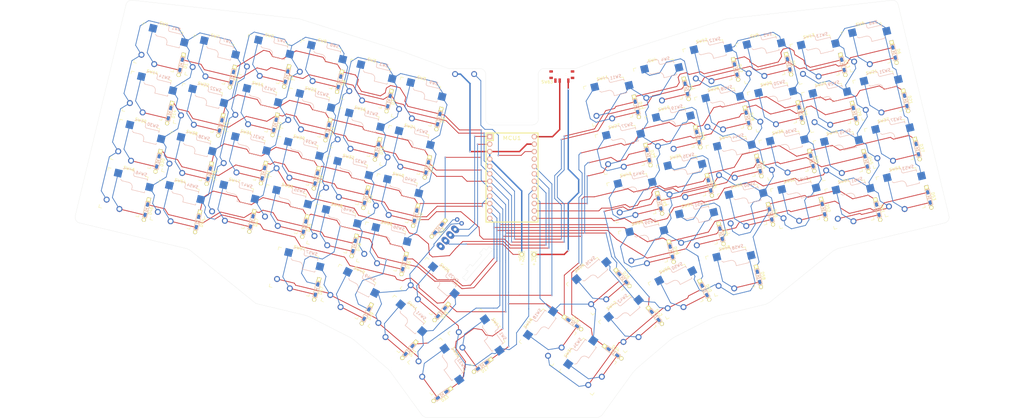
<source format=kicad_pcb>
(kicad_pcb (version 20171130) (host pcbnew 5.1.10-88a1d61d58~88~ubuntu18.04.1)
  (layers (0 F.Cu signal) (31 B.Cu signal) (34 B.Paste user) (35 F.Paste user) (36 B.SilkS user) (37 F.SilkS user) (38 B.Mask user) (39 F.Mask user) (44 Edge.Cuts user))
  (net 0 "")
  (net 1 row0)
  (net 2 "Net-(D1-Pad2)")
  (net 3 col0)
  (net 4 "Net-(D2-Pad2)")
  (net 5 "Net-(D3-Pad2)")
  (net 6 "Net-(D4-Pad2)")
  (net 7 "Net-(D5-Pad2)")
  (net 8 "Net-(D6-Pad2)")
  (net 9 "Net-(D7-Pad2)")
  (net 10 "Net-(D8-Pad2)")
  (net 11 "Net-(D9-Pad2)")
  (net 12 "Net-(D10-Pad2)")
  (net 13 "Net-(D11-Pad2)")
  (net 14 "Net-(D12-Pad2)")
  (net 15 "Net-(D13-Pad2)")
  (net 16 row1)
  (net 17 "Net-(D14-Pad2)")
  (net 18 "Net-(D15-Pad2)")
  (net 19 "Net-(D16-Pad2)")
  (net 20 "Net-(D17-Pad2)")
  (net 21 "Net-(D18-Pad2)")
  (net 22 "Net-(D19-Pad2)")
  (net 23 "Net-(D20-Pad2)")
  (net 24 "Net-(D21-Pad2)")
  (net 25 "Net-(D22-Pad2)")
  (net 26 "Net-(D23-Pad2)")
  (net 27 "Net-(D24-Pad2)")
  (net 28 "Net-(D25-Pad2)")
  (net 29 row2)
  (net 30 "Net-(D26-Pad2)")
  (net 31 "Net-(D27-Pad2)")
  (net 32 "Net-(D28-Pad2)")
  (net 33 "Net-(D29-Pad2)")
  (net 34 "Net-(D30-Pad2)")
  (net 35 "Net-(D31-Pad2)")
  (net 36 "Net-(D32-Pad2)")
  (net 37 "Net-(D33-Pad2)")
  (net 38 "Net-(D34-Pad2)")
  (net 39 "Net-(D35-Pad2)")
  (net 40 "Net-(D36-Pad2)")
  (net 41 "Net-(D37-Pad2)")
  (net 42 row3)
  (net 43 "Net-(D38-Pad2)")
  (net 44 "Net-(D39-Pad2)")
  (net 45 "Net-(D40-Pad2)")
  (net 46 "Net-(D41-Pad2)")
  (net 47 "Net-(D42-Pad2)")
  (net 48 "Net-(D43-Pad2)")
  (net 49 "Net-(D44-Pad2)")
  (net 50 "Net-(D45-Pad2)")
  (net 51 "Net-(D46-Pad2)")
  (net 52 "Net-(D47-Pad2)")
  (net 53 "Net-(D48-Pad2)")
  (net 54 "Net-(D49-Pad2)")
  (net 55 row4)
  (net 56 "Net-(D50-Pad2)")
  (net 57 "Net-(D51-Pad2)")
  (net 58 "Net-(D52-Pad2)")
  (net 59 "Net-(D53-Pad2)")
  (net 60 "Net-(D54-Pad2)")
  (net 61 "Net-(D55-Pad2)")
  (net 62 "Net-(D56-Pad2)")
  (net 63 "Net-(D57-Pad2)")
  (net 64 "Net-(D58-Pad2)")
  (net 65 "Net-(D59-Pad2)")
  (net 66 "Net-(D60-Pad2)")
  (net 67 col1)
  (net 68 col2)
  (net 69 col3)
  (net 70 col4)
  (net 71 col5)
  (net 72 col6)
  (net 73 col7)
  (net 74 row5)
  (net 75 "Net-(D61-Pad2)")
  (net 76 row6)
  (net 77 row7)
  (net 78 encA)
  (net 79 encB)
  (net 80 "Net-(MCU1-Pad24)")
  (net 81 "Net-(MCU1-Pad22)")
  (net 82 GND)
  (net 83 "Net-(P1-Pad1)")
  (module footprints:Kailh_socket_PG1350_optional (layer F.Cu) (at 153.818012 130.729609 306)
    (fp_text reference SW17 (at -0.000001 -8.255 126) (layer F.SilkS))
    (fp_text value SW_Push hide)
    (fp_text user %R (at 4.445 -7.62 126) (layer B.SilkS) (effects (justify mirror)))
    (pad 2 smd rect (at 8.275 -3.75 306) (size 2.6 2.6) (layers B.Cu B.Paste B.Mask) (net 69 col3))
    (pad "" np_thru_hole circle (at 0 -5.95 306) (size 3 3) (drill 3) (layers *.Cu *.Mask))
    (pad 1 thru_hole circle (at 0 5.9 306) (size 2.032 2.032) (drill 1.27) (layers *.Cu *.Mask) (net 20 "Net-(D17-Pad2)"))
    (pad 2 thru_hole circle (at -5 3.8 306) (size 2.032 2.032) (drill 1.27) (layers *.Cu *.Mask) (net 69 col3))
    (pad "" np_thru_hole circle (at 0 0 306) (size 3.429 3.429) (drill 3.429) (layers *.Cu *.Mask))
    (pad "" np_thru_hole circle (at 5 -3.75 306) (size 3 3) (drill 3) (layers *.Cu *.Mask))
    (pad 1 smd rect (at -3.275 -5.95 306) (size 2.6 2.6) (layers B.Cu B.Paste B.Mask) (net 20 "Net-(D17-Pad2)"))
    (pad "" np_thru_hole circle (at 5.5 0 306) (size 1.7018 1.7018) (drill 1.7018) (layers *.Cu *.Mask))
    (pad "" np_thru_hole circle (at -5.5 0 306) (size 1.7018 1.7018) (drill 1.7018) (layers *.Cu *.Mask))
  )
  (module footprints:Kailh_socket_PG1350_optional (layer F.Cu) (at 281.365599 85.243942 13.5)
    (fp_text reference SW61 (at 0 -8.255 13.5) (layer F.SilkS))
    (fp_text value SW_Push hide)
    (fp_text user %R (at 4.445 -7.62 13.5) (layer B.SilkS) (effects (justify mirror)))
    (pad 2 smd rect (at 8.275 -3.75 13.5) (size 2.6 2.6) (layers B.Cu B.Paste B.Mask) (net 73 col7))
    (pad "" np_thru_hole circle (at 0 -5.95 13.5) (size 3 3) (drill 3) (layers *.Cu *.Mask))
    (pad 1 thru_hole circle (at 0 5.9 13.5) (size 2.032 2.032) (drill 1.27) (layers *.Cu *.Mask) (net 75 "Net-(D61-Pad2)"))
    (pad 2 thru_hole circle (at -5 3.8 13.5) (size 2.032 2.032) (drill 1.27) (layers *.Cu *.Mask) (net 73 col7))
    (pad "" np_thru_hole circle (at 0 0 13.5) (size 3.429 3.429) (drill 3.429) (layers *.Cu *.Mask))
    (pad "" np_thru_hole circle (at 5 -3.75 13.5) (size 3 3) (drill 3) (layers *.Cu *.Mask))
    (pad 1 smd rect (at -3.275 -5.95 13.5) (size 2.6 2.6) (layers B.Cu B.Paste B.Mask) (net 75 "Net-(D61-Pad2)"))
    (pad "" np_thru_hole circle (at 5.5 0 13.5) (size 1.7018 1.7018) (drill 1.7018) (layers *.Cu *.Mask))
    (pad "" np_thru_hole circle (at -5.5 0 13.5) (size 1.7018 1.7018) (drill 1.7018) (layers *.Cu *.Mask))
  )
  (module footprints:Kailh_socket_PG1350_optional (layer F.Cu) (at 244.72615 86.841385 13.5)
    (fp_text reference SW60 (at 0 -8.255 13.5) (layer F.SilkS))
    (fp_text value SW_Push hide)
    (fp_text user %R (at 4.445 -7.62 13.5) (layer B.SilkS) (effects (justify mirror)))
    (pad 2 smd rect (at 8.275 -3.75 13.5) (size 2.6 2.6) (layers B.Cu B.Paste B.Mask) (net 72 col6))
    (pad "" np_thru_hole circle (at 0 -5.95 13.5) (size 3 3) (drill 3) (layers *.Cu *.Mask))
    (pad 1 thru_hole circle (at 0 5.9 13.5) (size 2.032 2.032) (drill 1.27) (layers *.Cu *.Mask) (net 66 "Net-(D60-Pad2)"))
    (pad 2 thru_hole circle (at -5 3.8 13.5) (size 2.032 2.032) (drill 1.27) (layers *.Cu *.Mask) (net 72 col6))
    (pad "" np_thru_hole circle (at 0 0 13.5) (size 3.429 3.429) (drill 3.429) (layers *.Cu *.Mask))
    (pad "" np_thru_hole circle (at 5 -3.75 13.5) (size 3 3) (drill 3) (layers *.Cu *.Mask))
    (pad 1 smd rect (at -3.275 -5.95 13.5) (size 2.6 2.6) (layers B.Cu B.Paste B.Mask) (net 66 "Net-(D60-Pad2)"))
    (pad "" np_thru_hole circle (at 5.5 0 13.5) (size 1.7018 1.7018) (drill 1.7018) (layers *.Cu *.Mask))
    (pad "" np_thru_hole circle (at -5.5 0 13.5) (size 1.7018 1.7018) (drill 1.7018) (layers *.Cu *.Mask))
  )
  (module footprints:Kailh_socket_PG1350_optional (layer F.Cu) (at 210.771342 99.621092 13.5)
    (fp_text reference SW59 (at 0 -8.255 13.5) (layer F.SilkS))
    (fp_text value SW_Push hide)
    (fp_text user %R (at 4.445 -7.62 13.5) (layer B.SilkS) (effects (justify mirror)))
    (pad 2 smd rect (at 8.275 -3.75 13.5) (size 2.6 2.6) (layers B.Cu B.Paste B.Mask) (net 71 col5))
    (pad "" np_thru_hole circle (at 0 -5.95 13.5) (size 3 3) (drill 3) (layers *.Cu *.Mask))
    (pad 1 thru_hole circle (at 0 5.9 13.5) (size 2.032 2.032) (drill 1.27) (layers *.Cu *.Mask) (net 65 "Net-(D59-Pad2)"))
    (pad 2 thru_hole circle (at -5 3.8 13.5) (size 2.032 2.032) (drill 1.27) (layers *.Cu *.Mask) (net 71 col5))
    (pad "" np_thru_hole circle (at 0 0 13.5) (size 3.429 3.429) (drill 3.429) (layers *.Cu *.Mask))
    (pad "" np_thru_hole circle (at 5 -3.75 13.5) (size 3 3) (drill 3) (layers *.Cu *.Mask))
    (pad 1 smd rect (at -3.275 -5.95 13.5) (size 2.6 2.6) (layers B.Cu B.Paste B.Mask) (net 65 "Net-(D59-Pad2)"))
    (pad "" np_thru_hole circle (at 5.5 0 13.5) (size 1.7018 1.7018) (drill 1.7018) (layers *.Cu *.Mask))
    (pad "" np_thru_hole circle (at -5.5 0 13.5) (size 1.7018 1.7018) (drill 1.7018) (layers *.Cu *.Mask))
  )
  (module footprints:Kailh_socket_PG1350_optional (layer F.Cu) (at 240.601696 108.214772 13.5)
    (fp_text reference SW58 (at 0 -8.255 13.5) (layer F.SilkS))
    (fp_text value SW_Push hide)
    (fp_text user %R (at 4.445 -7.62 13.5) (layer B.SilkS) (effects (justify mirror)))
    (pad 2 smd rect (at 8.275 -3.75 13.5) (size 2.6 2.6) (layers B.Cu B.Paste B.Mask) (net 70 col4))
    (pad "" np_thru_hole circle (at 0 -5.95 13.5) (size 3 3) (drill 3) (layers *.Cu *.Mask))
    (pad 1 thru_hole circle (at 0 5.9 13.5) (size 2.032 2.032) (drill 1.27) (layers *.Cu *.Mask) (net 64 "Net-(D58-Pad2)"))
    (pad 2 thru_hole circle (at -5 3.8 13.5) (size 2.032 2.032) (drill 1.27) (layers *.Cu *.Mask) (net 70 col4))
    (pad "" np_thru_hole circle (at 0 0 13.5) (size 3.429 3.429) (drill 3.429) (layers *.Cu *.Mask))
    (pad "" np_thru_hole circle (at 5 -3.75 13.5) (size 3 3) (drill 3) (layers *.Cu *.Mask))
    (pad 1 smd rect (at -3.275 -5.95 13.5) (size 2.6 2.6) (layers B.Cu B.Paste B.Mask) (net 64 "Net-(D58-Pad2)"))
    (pad "" np_thru_hole circle (at 5.5 0 13.5) (size 1.7018 1.7018) (drill 1.7018) (layers *.Cu *.Mask))
    (pad "" np_thru_hole circle (at -5.5 0 13.5) (size 1.7018 1.7018) (drill 1.7018) (layers *.Cu *.Mask))
  )
  (module footprints:Kailh_socket_PG1350_optional (layer F.Cu) (at 91.404184 108.2102 346.5)
    (fp_text reference SW57 (at 0 -8.255 166.5) (layer F.SilkS))
    (fp_text value SW_Push hide)
    (fp_text user %R (at 4.444999 -7.62 166.5) (layer B.SilkS) (effects (justify mirror)))
    (pad 2 smd rect (at 8.275 -3.75 346.5) (size 2.6 2.6) (layers B.Cu B.Paste B.Mask) (net 69 col3))
    (pad "" np_thru_hole circle (at 0 -5.95 346.5) (size 3 3) (drill 3) (layers *.Cu *.Mask))
    (pad 1 thru_hole circle (at 0 5.9 346.5) (size 2.032 2.032) (drill 1.27) (layers *.Cu *.Mask) (net 63 "Net-(D57-Pad2)"))
    (pad 2 thru_hole circle (at -5 3.8 346.5) (size 2.032 2.032) (drill 1.27) (layers *.Cu *.Mask) (net 69 col3))
    (pad "" np_thru_hole circle (at 0 0 346.5) (size 3.429 3.429) (drill 3.429) (layers *.Cu *.Mask))
    (pad "" np_thru_hole circle (at 5 -3.75 346.5) (size 3 3) (drill 3) (layers *.Cu *.Mask))
    (pad 1 smd rect (at -3.275 -5.95 346.5) (size 2.6 2.6) (layers B.Cu B.Paste B.Mask) (net 63 "Net-(D57-Pad2)"))
    (pad "" np_thru_hole circle (at 5.5 0 346.5) (size 1.7018 1.7018) (drill 1.7018) (layers *.Cu *.Mask))
    (pad "" np_thru_hole circle (at -5.5 0 346.5) (size 1.7018 1.7018) (drill 1.7018) (layers *.Cu *.Mask))
  )
  (module footprints:Kailh_socket_PG1350_optional (layer F.Cu) (at 121.234541 99.616522 346.5)
    (fp_text reference SW56 (at 0 -8.255 166.5) (layer F.SilkS))
    (fp_text value SW_Push hide)
    (fp_text user %R (at 4.444999 -7.62 166.5) (layer B.SilkS) (effects (justify mirror)))
    (pad 2 smd rect (at 8.275 -3.75 346.5) (size 2.6 2.6) (layers B.Cu B.Paste B.Mask) (net 68 col2))
    (pad "" np_thru_hole circle (at 0 -5.95 346.5) (size 3 3) (drill 3) (layers *.Cu *.Mask))
    (pad 1 thru_hole circle (at 0 5.9 346.5) (size 2.032 2.032) (drill 1.27) (layers *.Cu *.Mask) (net 62 "Net-(D56-Pad2)"))
    (pad 2 thru_hole circle (at -5 3.8 346.5) (size 2.032 2.032) (drill 1.27) (layers *.Cu *.Mask) (net 68 col2))
    (pad "" np_thru_hole circle (at 0 0 346.5) (size 3.429 3.429) (drill 3.429) (layers *.Cu *.Mask))
    (pad "" np_thru_hole circle (at 5 -3.75 346.5) (size 3 3) (drill 3) (layers *.Cu *.Mask))
    (pad 1 smd rect (at -3.275 -5.95 346.5) (size 2.6 2.6) (layers B.Cu B.Paste B.Mask) (net 62 "Net-(D56-Pad2)"))
    (pad "" np_thru_hole circle (at 5.5 0 346.5) (size 1.7018 1.7018) (drill 1.7018) (layers *.Cu *.Mask))
    (pad "" np_thru_hole circle (at -5.5 0 346.5) (size 1.7018 1.7018) (drill 1.7018) (layers *.Cu *.Mask))
  )
  (module footprints:Kailh_socket_PG1350_optional (layer F.Cu) (at 87.279748 86.836831 346.5)
    (fp_text reference SW55 (at 0 -8.255 166.5) (layer F.SilkS))
    (fp_text value SW_Push hide)
    (fp_text user %R (at 4.444999 -7.62 166.5) (layer B.SilkS) (effects (justify mirror)))
    (pad 2 smd rect (at 8.275 -3.75 346.5) (size 2.6 2.6) (layers B.Cu B.Paste B.Mask) (net 67 col1))
    (pad "" np_thru_hole circle (at 0 -5.95 346.5) (size 3 3) (drill 3) (layers *.Cu *.Mask))
    (pad 1 thru_hole circle (at 0 5.9 346.5) (size 2.032 2.032) (drill 1.27) (layers *.Cu *.Mask) (net 61 "Net-(D55-Pad2)"))
    (pad 2 thru_hole circle (at -5 3.8 346.5) (size 2.032 2.032) (drill 1.27) (layers *.Cu *.Mask) (net 67 col1))
    (pad "" np_thru_hole circle (at 0 0 346.5) (size 3.429 3.429) (drill 3.429) (layers *.Cu *.Mask))
    (pad "" np_thru_hole circle (at 5 -3.75 346.5) (size 3 3) (drill 3) (layers *.Cu *.Mask))
    (pad 1 smd rect (at -3.275 -5.95 346.5) (size 2.6 2.6) (layers B.Cu B.Paste B.Mask) (net 61 "Net-(D55-Pad2)"))
    (pad "" np_thru_hole circle (at 5.5 0 346.5) (size 1.7018 1.7018) (drill 1.7018) (layers *.Cu *.Mask))
    (pad "" np_thru_hole circle (at -5.5 0 346.5) (size 1.7018 1.7018) (drill 1.7018) (layers *.Cu *.Mask))
  )
  (module footprints:Kailh_socket_PG1350_optional (layer F.Cu) (at 50.640324 85.239372 346.5)
    (fp_text reference SW54 (at 0 -8.255 166.5) (layer F.SilkS))
    (fp_text value SW_Push hide)
    (fp_text user %R (at 4.444999 -7.62 166.5) (layer B.SilkS) (effects (justify mirror)))
    (pad 2 smd rect (at 8.275 -3.75 346.5) (size 2.6 2.6) (layers B.Cu B.Paste B.Mask) (net 3 col0))
    (pad "" np_thru_hole circle (at 0 -5.95 346.5) (size 3 3) (drill 3) (layers *.Cu *.Mask))
    (pad 1 thru_hole circle (at 0 5.9 346.5) (size 2.032 2.032) (drill 1.27) (layers *.Cu *.Mask) (net 60 "Net-(D54-Pad2)"))
    (pad 2 thru_hole circle (at -5 3.8 346.5) (size 2.032 2.032) (drill 1.27) (layers *.Cu *.Mask) (net 3 col0))
    (pad "" np_thru_hole circle (at 0 0 346.5) (size 3.429 3.429) (drill 3.429) (layers *.Cu *.Mask))
    (pad "" np_thru_hole circle (at 5 -3.75 346.5) (size 3 3) (drill 3) (layers *.Cu *.Mask))
    (pad 1 smd rect (at -3.275 -5.95 346.5) (size 2.6 2.6) (layers B.Cu B.Paste B.Mask) (net 60 "Net-(D54-Pad2)"))
    (pad "" np_thru_hole circle (at 5.5 0 346.5) (size 1.7018 1.7018) (drill 1.7018) (layers *.Cu *.Mask))
    (pad "" np_thru_hole circle (at -5.5 0 346.5) (size 1.7018 1.7018) (drill 1.7018) (layers *.Cu *.Mask))
  )
  (module footprints:Kailh_socket_PG1350_optional (layer F.Cu) (at 298.868258 81.041943 13.5)
    (fp_text reference SW53 (at 0 -8.255 13.5) (layer F.SilkS))
    (fp_text value SW_Push hide)
    (fp_text user %R (at 4.445 -7.62 13.5) (layer B.SilkS) (effects (justify mirror)))
    (pad 2 smd rect (at 8.275 -3.75 13.5) (size 2.6 2.6) (layers B.Cu B.Paste B.Mask) (net 73 col7))
    (pad "" np_thru_hole circle (at 0 -5.95 13.5) (size 3 3) (drill 3) (layers *.Cu *.Mask))
    (pad 1 thru_hole circle (at 0 5.9 13.5) (size 2.032 2.032) (drill 1.27) (layers *.Cu *.Mask) (net 59 "Net-(D53-Pad2)"))
    (pad 2 thru_hole circle (at -5 3.8 13.5) (size 2.032 2.032) (drill 1.27) (layers *.Cu *.Mask) (net 73 col7))
    (pad "" np_thru_hole circle (at 0 0 13.5) (size 3.429 3.429) (drill 3.429) (layers *.Cu *.Mask))
    (pad "" np_thru_hole circle (at 5 -3.75 13.5) (size 3 3) (drill 3) (layers *.Cu *.Mask))
    (pad 1 smd rect (at -3.275 -5.95 13.5) (size 2.6 2.6) (layers B.Cu B.Paste B.Mask) (net 59 "Net-(D53-Pad2)"))
    (pad "" np_thru_hole circle (at 5.5 0 13.5) (size 1.7018 1.7018) (drill 1.7018) (layers *.Cu *.Mask))
    (pad "" np_thru_hole circle (at -5.5 0 13.5) (size 1.7018 1.7018) (drill 1.7018) (layers *.Cu *.Mask))
  )
  (module footprints:Kailh_socket_PG1350_optional (layer F.Cu) (at 262.812432 85.070294 13.5)
    (fp_text reference SW52 (at 0 -8.255 13.5) (layer F.SilkS))
    (fp_text value SW_Push hide)
    (fp_text user %R (at 4.445 -7.62 13.5) (layer B.SilkS) (effects (justify mirror)))
    (pad 2 smd rect (at 8.275 -3.75 13.5) (size 2.6 2.6) (layers B.Cu B.Paste B.Mask) (net 72 col6))
    (pad "" np_thru_hole circle (at 0 -5.95 13.5) (size 3 3) (drill 3) (layers *.Cu *.Mask))
    (pad 1 thru_hole circle (at 0 5.9 13.5) (size 2.032 2.032) (drill 1.27) (layers *.Cu *.Mask) (net 58 "Net-(D52-Pad2)"))
    (pad 2 thru_hole circle (at -5 3.8 13.5) (size 2.032 2.032) (drill 1.27) (layers *.Cu *.Mask) (net 72 col6))
    (pad "" np_thru_hole circle (at 0 0 13.5) (size 3.429 3.429) (drill 3.429) (layers *.Cu *.Mask))
    (pad "" np_thru_hole circle (at 5 -3.75 13.5) (size 3 3) (drill 3) (layers *.Cu *.Mask))
    (pad 1 smd rect (at -3.275 -5.95 13.5) (size 2.6 2.6) (layers B.Cu B.Paste B.Mask) (net 58 "Net-(D52-Pad2)"))
    (pad "" np_thru_hole circle (at 5.5 0 13.5) (size 1.7018 1.7018) (drill 1.7018) (layers *.Cu *.Mask))
    (pad "" np_thru_hole circle (at -5.5 0 13.5) (size 1.7018 1.7018) (drill 1.7018) (layers *.Cu *.Mask))
  )
  (module footprints:Kailh_socket_PG1350_optional (layer F.Cu) (at 227.807111 93.474327 13.5)
    (fp_text reference SW51 (at 0 -8.255 13.5) (layer F.SilkS))
    (fp_text value SW_Push hide)
    (fp_text user %R (at 4.445 -7.62 13.5) (layer B.SilkS) (effects (justify mirror)))
    (pad 2 smd rect (at 8.275 -3.75 13.5) (size 2.6 2.6) (layers B.Cu B.Paste B.Mask) (net 71 col5))
    (pad "" np_thru_hole circle (at 0 -5.95 13.5) (size 3 3) (drill 3) (layers *.Cu *.Mask))
    (pad 1 thru_hole circle (at 0 5.9 13.5) (size 2.032 2.032) (drill 1.27) (layers *.Cu *.Mask) (net 57 "Net-(D51-Pad2)"))
    (pad 2 thru_hole circle (at -5 3.8 13.5) (size 2.032 2.032) (drill 1.27) (layers *.Cu *.Mask) (net 71 col5))
    (pad "" np_thru_hole circle (at 0 0 13.5) (size 3.429 3.429) (drill 3.429) (layers *.Cu *.Mask))
    (pad "" np_thru_hole circle (at 5 -3.75 13.5) (size 3 3) (drill 3) (layers *.Cu *.Mask))
    (pad 1 smd rect (at -3.275 -5.95 13.5) (size 2.6 2.6) (layers B.Cu B.Paste B.Mask) (net 57 "Net-(D51-Pad2)"))
    (pad "" np_thru_hole circle (at 5.5 0 13.5) (size 1.7018 1.7018) (drill 1.7018) (layers *.Cu *.Mask))
    (pad "" np_thru_hole circle (at -5.5 0 13.5) (size 1.7018 1.7018) (drill 1.7018) (layers *.Cu *.Mask))
  )
  (module footprints:Kailh_socket_PG1350_optional (layer F.Cu) (at 221.956678 115.093297 27)
    (fp_text reference SW50 (at 0 -8.255001 27) (layer F.SilkS))
    (fp_text value SW_Push hide)
    (fp_text user %R (at 4.445 -7.62 27) (layer B.SilkS) (effects (justify mirror)))
    (pad 2 smd rect (at 8.275 -3.75 27) (size 2.6 2.6) (layers B.Cu B.Paste B.Mask) (net 70 col4))
    (pad "" np_thru_hole circle (at 0 -5.95 27) (size 3 3) (drill 3) (layers *.Cu *.Mask))
    (pad 1 thru_hole circle (at 0 5.9 27) (size 2.032 2.032) (drill 1.27) (layers *.Cu *.Mask) (net 56 "Net-(D50-Pad2)"))
    (pad 2 thru_hole circle (at -5 3.8 27) (size 2.032 2.032) (drill 1.27) (layers *.Cu *.Mask) (net 70 col4))
    (pad "" np_thru_hole circle (at 0 0 27) (size 3.429 3.429) (drill 3.429) (layers *.Cu *.Mask))
    (pad "" np_thru_hole circle (at 5 -3.75 27) (size 3 3) (drill 3) (layers *.Cu *.Mask))
    (pad 1 smd rect (at -3.275 -5.95 27) (size 2.6 2.6) (layers B.Cu B.Paste B.Mask) (net 56 "Net-(D50-Pad2)"))
    (pad "" np_thru_hole circle (at 5.5 0 27) (size 1.7018 1.7018) (drill 1.7018) (layers *.Cu *.Mask))
    (pad "" np_thru_hole circle (at -5.5 0 27) (size 1.7018 1.7018) (drill 1.7018) (layers *.Cu *.Mask))
  )
  (module footprints:Kailh_socket_PG1350_optional (layer F.Cu) (at 110.049205 115.088726 333)
    (fp_text reference SW49 (at 0.000001 -8.255 153) (layer F.SilkS))
    (fp_text value SW_Push hide)
    (fp_text user %R (at 4.445 -7.619999 153) (layer B.SilkS) (effects (justify mirror)))
    (pad 2 smd rect (at 8.275 -3.75 333) (size 2.6 2.6) (layers B.Cu B.Paste B.Mask) (net 69 col3))
    (pad "" np_thru_hole circle (at 0 -5.95 333) (size 3 3) (drill 3) (layers *.Cu *.Mask))
    (pad 1 thru_hole circle (at 0 5.9 333) (size 2.032 2.032) (drill 1.27) (layers *.Cu *.Mask) (net 54 "Net-(D49-Pad2)"))
    (pad 2 thru_hole circle (at -5 3.8 333) (size 2.032 2.032) (drill 1.27) (layers *.Cu *.Mask) (net 69 col3))
    (pad "" np_thru_hole circle (at 0 0 333) (size 3.429 3.429) (drill 3.429) (layers *.Cu *.Mask))
    (pad "" np_thru_hole circle (at 5 -3.75 333) (size 3 3) (drill 3) (layers *.Cu *.Mask))
    (pad 1 smd rect (at -3.275 -5.95 333) (size 2.6 2.6) (layers B.Cu B.Paste B.Mask) (net 54 "Net-(D49-Pad2)"))
    (pad "" np_thru_hole circle (at 5.5 0 333) (size 1.7018 1.7018) (drill 1.7018) (layers *.Cu *.Mask))
    (pad "" np_thru_hole circle (at -5.5 0 333) (size 1.7018 1.7018) (drill 1.7018) (layers *.Cu *.Mask))
  )
  (module footprints:Kailh_socket_PG1350_optional (layer F.Cu) (at 104.198792 93.469772 346.5)
    (fp_text reference SW48 (at 0 -8.255 166.5) (layer F.SilkS))
    (fp_text value SW_Push hide)
    (fp_text user %R (at 4.444999 -7.62 166.5) (layer B.SilkS) (effects (justify mirror)))
    (pad 2 smd rect (at 8.275 -3.75 346.5) (size 2.6 2.6) (layers B.Cu B.Paste B.Mask) (net 68 col2))
    (pad "" np_thru_hole circle (at 0 -5.95 346.5) (size 3 3) (drill 3) (layers *.Cu *.Mask))
    (pad 1 thru_hole circle (at 0 5.9 346.5) (size 2.032 2.032) (drill 1.27) (layers *.Cu *.Mask) (net 53 "Net-(D48-Pad2)"))
    (pad 2 thru_hole circle (at -5 3.8 346.5) (size 2.032 2.032) (drill 1.27) (layers *.Cu *.Mask) (net 68 col2))
    (pad "" np_thru_hole circle (at 0 0 346.5) (size 3.429 3.429) (drill 3.429) (layers *.Cu *.Mask))
    (pad "" np_thru_hole circle (at 5 -3.75 346.5) (size 3 3) (drill 3) (layers *.Cu *.Mask))
    (pad 1 smd rect (at -3.275 -5.95 346.5) (size 2.6 2.6) (layers B.Cu B.Paste B.Mask) (net 53 "Net-(D48-Pad2)"))
    (pad "" np_thru_hole circle (at 5.5 0 346.5) (size 1.7018 1.7018) (drill 1.7018) (layers *.Cu *.Mask))
    (pad "" np_thru_hole circle (at -5.5 0 346.5) (size 1.7018 1.7018) (drill 1.7018) (layers *.Cu *.Mask))
  )
  (module footprints:Kailh_socket_PG1350_optional (layer F.Cu) (at 69.193477 85.065732 346.5)
    (fp_text reference SW47 (at 0 -8.255 166.5) (layer F.SilkS))
    (fp_text value SW_Push hide)
    (fp_text user %R (at 4.444999 -7.62 166.5) (layer B.SilkS) (effects (justify mirror)))
    (pad 2 smd rect (at 8.275 -3.75 346.5) (size 2.6 2.6) (layers B.Cu B.Paste B.Mask) (net 67 col1))
    (pad "" np_thru_hole circle (at 0 -5.95 346.5) (size 3 3) (drill 3) (layers *.Cu *.Mask))
    (pad 1 thru_hole circle (at 0 5.9 346.5) (size 2.032 2.032) (drill 1.27) (layers *.Cu *.Mask) (net 52 "Net-(D47-Pad2)"))
    (pad 2 thru_hole circle (at -5 3.8 346.5) (size 2.032 2.032) (drill 1.27) (layers *.Cu *.Mask) (net 67 col1))
    (pad "" np_thru_hole circle (at 0 0 346.5) (size 3.429 3.429) (drill 3.429) (layers *.Cu *.Mask))
    (pad "" np_thru_hole circle (at 5 -3.75 346.5) (size 3 3) (drill 3) (layers *.Cu *.Mask))
    (pad 1 smd rect (at -3.275 -5.95 346.5) (size 2.6 2.6) (layers B.Cu B.Paste B.Mask) (net 52 "Net-(D47-Pad2)"))
    (pad "" np_thru_hole circle (at 5.5 0 346.5) (size 1.7018 1.7018) (drill 1.7018) (layers *.Cu *.Mask))
    (pad "" np_thru_hole circle (at -5.5 0 346.5) (size 1.7018 1.7018) (drill 1.7018) (layers *.Cu *.Mask))
  )
  (module footprints:Kailh_socket_PG1350_optional (layer F.Cu) (at 33.137641 81.037378 346.5)
    (fp_text reference SW46 (at 0 -8.255 166.5) (layer F.SilkS))
    (fp_text value SW_Push hide)
    (fp_text user %R (at 4.444999 -7.62 166.5) (layer B.SilkS) (effects (justify mirror)))
    (pad 2 smd rect (at 8.275 -3.75 346.5) (size 2.6 2.6) (layers B.Cu B.Paste B.Mask) (net 3 col0))
    (pad "" np_thru_hole circle (at 0 -5.95 346.5) (size 3 3) (drill 3) (layers *.Cu *.Mask))
    (pad 1 thru_hole circle (at 0 5.9 346.5) (size 2.032 2.032) (drill 1.27) (layers *.Cu *.Mask) (net 51 "Net-(D46-Pad2)"))
    (pad 2 thru_hole circle (at -5 3.8 346.5) (size 2.032 2.032) (drill 1.27) (layers *.Cu *.Mask) (net 3 col0))
    (pad "" np_thru_hole circle (at 0 0 346.5) (size 3.429 3.429) (drill 3.429) (layers *.Cu *.Mask))
    (pad "" np_thru_hole circle (at 5 -3.75 346.5) (size 3 3) (drill 3) (layers *.Cu *.Mask))
    (pad 1 smd rect (at -3.275 -5.95 346.5) (size 2.6 2.6) (layers B.Cu B.Paste B.Mask) (net 51 "Net-(D46-Pad2)"))
    (pad "" np_thru_hole circle (at 5.5 0 346.5) (size 1.7018 1.7018) (drill 1.7018) (layers *.Cu *.Mask))
    (pad "" np_thru_hole circle (at -5.5 0 346.5) (size 1.7018 1.7018) (drill 1.7018) (layers *.Cu *.Mask))
  )
  (module footprints:Kailh_socket_PG1350_optional (layer F.Cu) (at 277.397027 68.713663 13.5)
    (fp_text reference SW45 (at 0 -8.255 13.5) (layer F.SilkS))
    (fp_text value SW_Push hide)
    (fp_text user %R (at 4.445 -7.62 13.5) (layer B.SilkS) (effects (justify mirror)))
    (pad 2 smd rect (at 8.275 -3.75 13.5) (size 2.6 2.6) (layers B.Cu B.Paste B.Mask) (net 73 col7))
    (pad "" np_thru_hole circle (at 0 -5.95 13.5) (size 3 3) (drill 3) (layers *.Cu *.Mask))
    (pad 1 thru_hole circle (at 0 5.9 13.5) (size 2.032 2.032) (drill 1.27) (layers *.Cu *.Mask) (net 50 "Net-(D45-Pad2)"))
    (pad 2 thru_hole circle (at -5 3.8 13.5) (size 2.032 2.032) (drill 1.27) (layers *.Cu *.Mask) (net 73 col7))
    (pad "" np_thru_hole circle (at 0 0 13.5) (size 3.429 3.429) (drill 3.429) (layers *.Cu *.Mask))
    (pad "" np_thru_hole circle (at 5 -3.75 13.5) (size 3 3) (drill 3) (layers *.Cu *.Mask))
    (pad 1 smd rect (at -3.275 -5.95 13.5) (size 2.6 2.6) (layers B.Cu B.Paste B.Mask) (net 50 "Net-(D45-Pad2)"))
    (pad "" np_thru_hole circle (at 5.5 0 13.5) (size 1.7018 1.7018) (drill 1.7018) (layers *.Cu *.Mask))
    (pad "" np_thru_hole circle (at -5.5 0 13.5) (size 1.7018 1.7018) (drill 1.7018) (layers *.Cu *.Mask))
  )
  (module footprints:Kailh_socket_PG1350_optional (layer F.Cu) (at 240.757588 70.311092 13.5)
    (fp_text reference SW44 (at 0 -8.255 13.5) (layer F.SilkS))
    (fp_text value SW_Push hide)
    (fp_text user %R (at 4.445 -7.62 13.5) (layer B.SilkS) (effects (justify mirror)))
    (pad 2 smd rect (at 8.275 -3.75 13.5) (size 2.6 2.6) (layers B.Cu B.Paste B.Mask) (net 72 col6))
    (pad "" np_thru_hole circle (at 0 -5.95 13.5) (size 3 3) (drill 3) (layers *.Cu *.Mask))
    (pad 1 thru_hole circle (at 0 5.9 13.5) (size 2.032 2.032) (drill 1.27) (layers *.Cu *.Mask) (net 49 "Net-(D44-Pad2)"))
    (pad 2 thru_hole circle (at -5 3.8 13.5) (size 2.032 2.032) (drill 1.27) (layers *.Cu *.Mask) (net 72 col6))
    (pad "" np_thru_hole circle (at 0 0 13.5) (size 3.429 3.429) (drill 3.429) (layers *.Cu *.Mask))
    (pad "" np_thru_hole circle (at 5 -3.75 13.5) (size 3 3) (drill 3) (layers *.Cu *.Mask))
    (pad 1 smd rect (at -3.275 -5.95 13.5) (size 2.6 2.6) (layers B.Cu B.Paste B.Mask) (net 49 "Net-(D44-Pad2)"))
    (pad "" np_thru_hole circle (at 5.5 0 13.5) (size 1.7018 1.7018) (drill 1.7018) (layers *.Cu *.Mask))
    (pad "" np_thru_hole circle (at -5.5 0 13.5) (size 1.7018 1.7018) (drill 1.7018) (layers *.Cu *.Mask))
  )
  (module footprints:Kailh_socket_PG1350_optional (layer F.Cu) (at 206.802753 83.090807 13.5)
    (fp_text reference SW43 (at 0 -8.255 13.5) (layer F.SilkS))
    (fp_text value SW_Push hide)
    (fp_text user %R (at 4.445 -7.62 13.5) (layer B.SilkS) (effects (justify mirror)))
    (pad 2 smd rect (at 8.275 -3.75 13.5) (size 2.6 2.6) (layers B.Cu B.Paste B.Mask) (net 71 col5))
    (pad "" np_thru_hole circle (at 0 -5.95 13.5) (size 3 3) (drill 3) (layers *.Cu *.Mask))
    (pad 1 thru_hole circle (at 0 5.9 13.5) (size 2.032 2.032) (drill 1.27) (layers *.Cu *.Mask) (net 48 "Net-(D43-Pad2)"))
    (pad 2 thru_hole circle (at -5 3.8 13.5) (size 2.032 2.032) (drill 1.27) (layers *.Cu *.Mask) (net 71 col5))
    (pad "" np_thru_hole circle (at 0 0 13.5) (size 3.429 3.429) (drill 3.429) (layers *.Cu *.Mask))
    (pad "" np_thru_hole circle (at 5 -3.75 13.5) (size 3 3) (drill 3) (layers *.Cu *.Mask))
    (pad 1 smd rect (at -3.275 -5.95 13.5) (size 2.6 2.6) (layers B.Cu B.Paste B.Mask) (net 48 "Net-(D43-Pad2)"))
    (pad "" np_thru_hole circle (at 5.5 0 13.5) (size 1.7018 1.7018) (drill 1.7018) (layers *.Cu *.Mask))
    (pad "" np_thru_hole circle (at -5.5 0 13.5) (size 1.7018 1.7018) (drill 1.7018) (layers *.Cu *.Mask))
  )
  (module footprints:Kailh_socket_PG1350_optional (layer F.Cu) (at 205.433252 126.134732 40.5)
    (fp_text reference SW42 (at 0.000001 -8.255 40.5) (layer F.SilkS))
    (fp_text value SW_Push hide)
    (fp_text user %R (at 4.445 -7.62 40.5) (layer B.SilkS) (effects (justify mirror)))
    (pad 2 smd rect (at 8.275 -3.75 40.5) (size 2.6 2.6) (layers B.Cu B.Paste B.Mask) (net 70 col4))
    (pad "" np_thru_hole circle (at 0 -5.95 40.5) (size 3 3) (drill 3) (layers *.Cu *.Mask))
    (pad 1 thru_hole circle (at 0 5.9 40.5) (size 2.032 2.032) (drill 1.27) (layers *.Cu *.Mask) (net 47 "Net-(D42-Pad2)"))
    (pad 2 thru_hole circle (at -5 3.8 40.5) (size 2.032 2.032) (drill 1.27) (layers *.Cu *.Mask) (net 70 col4))
    (pad "" np_thru_hole circle (at 0 0 40.5) (size 3.429 3.429) (drill 3.429) (layers *.Cu *.Mask))
    (pad "" np_thru_hole circle (at 5 -3.75 40.5) (size 3 3) (drill 3) (layers *.Cu *.Mask))
    (pad 1 smd rect (at -3.275 -5.95 40.5) (size 2.6 2.6) (layers B.Cu B.Paste B.Mask) (net 47 "Net-(D42-Pad2)"))
    (pad "" np_thru_hole circle (at 5.5 0 40.5) (size 1.7018 1.7018) (drill 1.7018) (layers *.Cu *.Mask))
    (pad "" np_thru_hole circle (at -5.5 0 40.5) (size 1.7018 1.7018) (drill 1.7018) (layers *.Cu *.Mask))
  )
  (module footprints:Kailh_socket_PG1350_optional (layer F.Cu) (at 126.572644 126.130193 319.5)
    (fp_text reference SW41 (at 0 -8.255 139.5) (layer F.SilkS))
    (fp_text value SW_Push hide)
    (fp_text user %R (at 4.445 -7.62 139.5) (layer B.SilkS) (effects (justify mirror)))
    (pad 2 smd rect (at 8.275 -3.75 319.5) (size 2.6 2.6) (layers B.Cu B.Paste B.Mask) (net 69 col3))
    (pad "" np_thru_hole circle (at 0 -5.95 319.5) (size 3 3) (drill 3) (layers *.Cu *.Mask))
    (pad 1 thru_hole circle (at 0 5.9 319.5) (size 2.032 2.032) (drill 1.27) (layers *.Cu *.Mask) (net 46 "Net-(D41-Pad2)"))
    (pad 2 thru_hole circle (at -5 3.8 319.5) (size 2.032 2.032) (drill 1.27) (layers *.Cu *.Mask) (net 69 col3))
    (pad "" np_thru_hole circle (at 0 0 319.5) (size 3.429 3.429) (drill 3.429) (layers *.Cu *.Mask))
    (pad "" np_thru_hole circle (at 5 -3.75 319.5) (size 3 3) (drill 3) (layers *.Cu *.Mask))
    (pad 1 smd rect (at -3.275 -5.95 319.5) (size 2.6 2.6) (layers B.Cu B.Paste B.Mask) (net 46 "Net-(D41-Pad2)"))
    (pad "" np_thru_hole circle (at 5.5 0 319.5) (size 1.7018 1.7018) (drill 1.7018) (layers *.Cu *.Mask))
    (pad "" np_thru_hole circle (at -5.5 0 319.5) (size 1.7018 1.7018) (drill 1.7018) (layers *.Cu *.Mask))
  )
  (module footprints:Kailh_socket_PG1350_optional (layer F.Cu) (at 125.203117 83.086227 346.5)
    (fp_text reference SW40 (at 0 -8.255 166.5) (layer F.SilkS))
    (fp_text value SW_Push hide)
    (fp_text user %R (at 4.444999 -7.62 166.5) (layer B.SilkS) (effects (justify mirror)))
    (pad 2 smd rect (at 8.275 -3.75 346.5) (size 2.6 2.6) (layers B.Cu B.Paste B.Mask) (net 68 col2))
    (pad "" np_thru_hole circle (at 0 -5.95 346.5) (size 3 3) (drill 3) (layers *.Cu *.Mask))
    (pad 1 thru_hole circle (at 0 5.9 346.5) (size 2.032 2.032) (drill 1.27) (layers *.Cu *.Mask) (net 45 "Net-(D40-Pad2)"))
    (pad 2 thru_hole circle (at -5 3.8 346.5) (size 2.032 2.032) (drill 1.27) (layers *.Cu *.Mask) (net 68 col2))
    (pad "" np_thru_hole circle (at 0 0 346.5) (size 3.429 3.429) (drill 3.429) (layers *.Cu *.Mask))
    (pad "" np_thru_hole circle (at 5 -3.75 346.5) (size 3 3) (drill 3) (layers *.Cu *.Mask))
    (pad 1 smd rect (at -3.275 -5.95 346.5) (size 2.6 2.6) (layers B.Cu B.Paste B.Mask) (net 45 "Net-(D40-Pad2)"))
    (pad "" np_thru_hole circle (at 5.5 0 346.5) (size 1.7018 1.7018) (drill 1.7018) (layers *.Cu *.Mask))
    (pad "" np_thru_hole circle (at -5.5 0 346.5) (size 1.7018 1.7018) (drill 1.7018) (layers *.Cu *.Mask))
  )
  (module footprints:Kailh_socket_PG1350_optional (layer F.Cu) (at 91.248325 70.306533 346.5)
    (fp_text reference SW39 (at 0 -8.255 166.5) (layer F.SilkS))
    (fp_text value SW_Push hide)
    (fp_text user %R (at 4.444999 -7.62 166.5) (layer B.SilkS) (effects (justify mirror)))
    (pad 2 smd rect (at 8.275 -3.75 346.5) (size 2.6 2.6) (layers B.Cu B.Paste B.Mask) (net 67 col1))
    (pad "" np_thru_hole circle (at 0 -5.95 346.5) (size 3 3) (drill 3) (layers *.Cu *.Mask))
    (pad 1 thru_hole circle (at 0 5.9 346.5) (size 2.032 2.032) (drill 1.27) (layers *.Cu *.Mask) (net 44 "Net-(D39-Pad2)"))
    (pad 2 thru_hole circle (at -5 3.8 346.5) (size 2.032 2.032) (drill 1.27) (layers *.Cu *.Mask) (net 67 col1))
    (pad "" np_thru_hole circle (at 0 0 346.5) (size 3.429 3.429) (drill 3.429) (layers *.Cu *.Mask))
    (pad "" np_thru_hole circle (at 5 -3.75 346.5) (size 3 3) (drill 3) (layers *.Cu *.Mask))
    (pad 1 smd rect (at -3.275 -5.95 346.5) (size 2.6 2.6) (layers B.Cu B.Paste B.Mask) (net 44 "Net-(D39-Pad2)"))
    (pad "" np_thru_hole circle (at 5.5 0 346.5) (size 1.7018 1.7018) (drill 1.7018) (layers *.Cu *.Mask))
    (pad "" np_thru_hole circle (at -5.5 0 346.5) (size 1.7018 1.7018) (drill 1.7018) (layers *.Cu *.Mask))
  )
  (module footprints:Kailh_socket_PG1350_optional (layer F.Cu) (at 54.608907 68.709088 346.5)
    (fp_text reference SW38 (at 0 -8.255 166.5) (layer F.SilkS))
    (fp_text value SW_Push hide)
    (fp_text user %R (at 4.444999 -7.62 166.5) (layer B.SilkS) (effects (justify mirror)))
    (pad 2 smd rect (at 8.275 -3.75 346.5) (size 2.6 2.6) (layers B.Cu B.Paste B.Mask) (net 3 col0))
    (pad "" np_thru_hole circle (at 0 -5.95 346.5) (size 3 3) (drill 3) (layers *.Cu *.Mask))
    (pad 1 thru_hole circle (at 0 5.9 346.5) (size 2.032 2.032) (drill 1.27) (layers *.Cu *.Mask) (net 43 "Net-(D38-Pad2)"))
    (pad 2 thru_hole circle (at -5 3.8 346.5) (size 2.032 2.032) (drill 1.27) (layers *.Cu *.Mask) (net 3 col0))
    (pad "" np_thru_hole circle (at 0 0 346.5) (size 3.429 3.429) (drill 3.429) (layers *.Cu *.Mask))
    (pad "" np_thru_hole circle (at 5 -3.75 346.5) (size 3 3) (drill 3) (layers *.Cu *.Mask))
    (pad 1 smd rect (at -3.275 -5.95 346.5) (size 2.6 2.6) (layers B.Cu B.Paste B.Mask) (net 43 "Net-(D38-Pad2)"))
    (pad "" np_thru_hole circle (at 5.5 0 346.5) (size 1.7018 1.7018) (drill 1.7018) (layers *.Cu *.Mask))
    (pad "" np_thru_hole circle (at -5.5 0 346.5) (size 1.7018 1.7018) (drill 1.7018) (layers *.Cu *.Mask))
  )
  (module footprints:Kailh_socket_PG1350_optional (layer F.Cu) (at 294.899667 64.511646 13.5)
    (fp_text reference SW37 (at 0 -8.255 13.5) (layer F.SilkS))
    (fp_text value SW_Push hide)
    (fp_text user %R (at 4.445 -7.62 13.5) (layer B.SilkS) (effects (justify mirror)))
    (pad 2 smd rect (at 8.275 -3.75 13.5) (size 2.6 2.6) (layers B.Cu B.Paste B.Mask) (net 73 col7))
    (pad "" np_thru_hole circle (at 0 -5.95 13.5) (size 3 3) (drill 3) (layers *.Cu *.Mask))
    (pad 1 thru_hole circle (at 0 5.9 13.5) (size 2.032 2.032) (drill 1.27) (layers *.Cu *.Mask) (net 41 "Net-(D37-Pad2)"))
    (pad 2 thru_hole circle (at -5 3.8 13.5) (size 2.032 2.032) (drill 1.27) (layers *.Cu *.Mask) (net 73 col7))
    (pad "" np_thru_hole circle (at 0 0 13.5) (size 3.429 3.429) (drill 3.429) (layers *.Cu *.Mask))
    (pad "" np_thru_hole circle (at 5 -3.75 13.5) (size 3 3) (drill 3) (layers *.Cu *.Mask))
    (pad 1 smd rect (at -3.275 -5.95 13.5) (size 2.6 2.6) (layers B.Cu B.Paste B.Mask) (net 41 "Net-(D37-Pad2)"))
    (pad "" np_thru_hole circle (at 5.5 0 13.5) (size 1.7018 1.7018) (drill 1.7018) (layers *.Cu *.Mask))
    (pad "" np_thru_hole circle (at -5.5 0 13.5) (size 1.7018 1.7018) (drill 1.7018) (layers *.Cu *.Mask))
  )
  (module footprints:Kailh_socket_PG1350_optional (layer F.Cu) (at 258.843867 68.540006 13.5)
    (fp_text reference SW36 (at 0 -8.255 13.5) (layer F.SilkS))
    (fp_text value SW_Push hide)
    (fp_text user %R (at 4.445 -7.62 13.5) (layer B.SilkS) (effects (justify mirror)))
    (pad 2 smd rect (at 8.275 -3.75 13.5) (size 2.6 2.6) (layers B.Cu B.Paste B.Mask) (net 72 col6))
    (pad "" np_thru_hole circle (at 0 -5.95 13.5) (size 3 3) (drill 3) (layers *.Cu *.Mask))
    (pad 1 thru_hole circle (at 0 5.9 13.5) (size 2.032 2.032) (drill 1.27) (layers *.Cu *.Mask) (net 40 "Net-(D36-Pad2)"))
    (pad 2 thru_hole circle (at -5 3.8 13.5) (size 2.032 2.032) (drill 1.27) (layers *.Cu *.Mask) (net 72 col6))
    (pad "" np_thru_hole circle (at 0 0 13.5) (size 3.429 3.429) (drill 3.429) (layers *.Cu *.Mask))
    (pad "" np_thru_hole circle (at 5 -3.75 13.5) (size 3 3) (drill 3) (layers *.Cu *.Mask))
    (pad 1 smd rect (at -3.275 -5.95 13.5) (size 2.6 2.6) (layers B.Cu B.Paste B.Mask) (net 40 "Net-(D36-Pad2)"))
    (pad "" np_thru_hole circle (at 5.5 0 13.5) (size 1.7018 1.7018) (drill 1.7018) (layers *.Cu *.Mask))
    (pad "" np_thru_hole circle (at -5.5 0 13.5) (size 1.7018 1.7018) (drill 1.7018) (layers *.Cu *.Mask))
  )
  (module footprints:Kailh_socket_PG1350_optional (layer F.Cu) (at 223.838538 76.94404 13.5)
    (fp_text reference SW35 (at 0 -8.255 13.5) (layer F.SilkS))
    (fp_text value SW_Push hide)
    (fp_text user %R (at 4.445 -7.62 13.5) (layer B.SilkS) (effects (justify mirror)))
    (pad 2 smd rect (at 8.275 -3.75 13.5) (size 2.6 2.6) (layers B.Cu B.Paste B.Mask) (net 71 col5))
    (pad "" np_thru_hole circle (at 0 -5.95 13.5) (size 3 3) (drill 3) (layers *.Cu *.Mask))
    (pad 1 thru_hole circle (at 0 5.9 13.5) (size 2.032 2.032) (drill 1.27) (layers *.Cu *.Mask) (net 39 "Net-(D35-Pad2)"))
    (pad 2 thru_hole circle (at -5 3.8 13.5) (size 2.032 2.032) (drill 1.27) (layers *.Cu *.Mask) (net 71 col5))
    (pad "" np_thru_hole circle (at 0 0 13.5) (size 3.429 3.429) (drill 3.429) (layers *.Cu *.Mask))
    (pad "" np_thru_hole circle (at 5 -3.75 13.5) (size 3 3) (drill 3) (layers *.Cu *.Mask))
    (pad 1 smd rect (at -3.275 -5.95 13.5) (size 2.6 2.6) (layers B.Cu B.Paste B.Mask) (net 39 "Net-(D35-Pad2)"))
    (pad "" np_thru_hole circle (at 5.5 0 13.5) (size 1.7018 1.7018) (drill 1.7018) (layers *.Cu *.Mask))
    (pad "" np_thru_hole circle (at -5.5 0 13.5) (size 1.7018 1.7018) (drill 1.7018) (layers *.Cu *.Mask))
  )
  (module footprints:Kailh_socket_PG1350_optional (layer F.Cu) (at 191.941166 140.726512 54)
    (fp_text reference SW34 (at 0 -8.255 54) (layer F.SilkS))
    (fp_text value SW_Push hide)
    (fp_text user %R (at 4.445 -7.62 54) (layer B.SilkS) (effects (justify mirror)))
    (pad 2 smd rect (at 8.275 -3.75 54) (size 2.6 2.6) (layers B.Cu B.Paste B.Mask) (net 70 col4))
    (pad "" np_thru_hole circle (at 0 -5.95 54) (size 3 3) (drill 3) (layers *.Cu *.Mask))
    (pad 1 thru_hole circle (at 0 5.9 54) (size 2.032 2.032) (drill 1.27) (layers *.Cu *.Mask) (net 38 "Net-(D34-Pad2)"))
    (pad 2 thru_hole circle (at -5 3.8 54) (size 2.032 2.032) (drill 1.27) (layers *.Cu *.Mask) (net 70 col4))
    (pad "" np_thru_hole circle (at 0 0 54) (size 3.429 3.429) (drill 3.429) (layers *.Cu *.Mask))
    (pad "" np_thru_hole circle (at 5 -3.75 54) (size 3 3) (drill 3) (layers *.Cu *.Mask))
    (pad 1 smd rect (at -3.275 -5.95 54) (size 2.6 2.6) (layers B.Cu B.Paste B.Mask) (net 38 "Net-(D34-Pad2)"))
    (pad "" np_thru_hole circle (at 5.5 0 54) (size 1.7018 1.7018) (drill 1.7018) (layers *.Cu *.Mask))
    (pad "" np_thru_hole circle (at -5.5 0 54) (size 1.7018 1.7018) (drill 1.7018) (layers *.Cu *.Mask))
  )
  (module footprints:Kailh_socket_PG1350_optional (layer F.Cu) (at 140.064736 140.721951 306)
    (fp_text reference SW33 (at -0.000001 -8.255 126) (layer F.SilkS))
    (fp_text value SW_Push hide)
    (fp_text user %R (at 4.445 -7.62 126) (layer B.SilkS) (effects (justify mirror)))
    (pad 2 smd rect (at 8.275 -3.75 306) (size 2.6 2.6) (layers B.Cu B.Paste B.Mask) (net 69 col3))
    (pad "" np_thru_hole circle (at 0 -5.95 306) (size 3 3) (drill 3) (layers *.Cu *.Mask))
    (pad 1 thru_hole circle (at 0 5.9 306) (size 2.032 2.032) (drill 1.27) (layers *.Cu *.Mask) (net 37 "Net-(D33-Pad2)"))
    (pad 2 thru_hole circle (at -5 3.8 306) (size 2.032 2.032) (drill 1.27) (layers *.Cu *.Mask) (net 69 col3))
    (pad "" np_thru_hole circle (at 0 0 306) (size 3.429 3.429) (drill 3.429) (layers *.Cu *.Mask))
    (pad "" np_thru_hole circle (at 5 -3.75 306) (size 3 3) (drill 3) (layers *.Cu *.Mask))
    (pad 1 smd rect (at -3.275 -5.95 306) (size 2.6 2.6) (layers B.Cu B.Paste B.Mask) (net 37 "Net-(D33-Pad2)"))
    (pad "" np_thru_hole circle (at 5.5 0 306) (size 1.7018 1.7018) (drill 1.7018) (layers *.Cu *.Mask))
    (pad "" np_thru_hole circle (at -5.5 0 306) (size 1.7018 1.7018) (drill 1.7018) (layers *.Cu *.Mask))
  )
  (module footprints:Kailh_socket_PG1350_optional (layer F.Cu) (at 108.167361 76.939477 346.5)
    (fp_text reference SW32 (at 0 -8.255 166.5) (layer F.SilkS))
    (fp_text value SW_Push hide)
    (fp_text user %R (at 4.444999 -7.62 166.5) (layer B.SilkS) (effects (justify mirror)))
    (pad 2 smd rect (at 8.275 -3.75 346.5) (size 2.6 2.6) (layers B.Cu B.Paste B.Mask) (net 68 col2))
    (pad "" np_thru_hole circle (at 0 -5.95 346.5) (size 3 3) (drill 3) (layers *.Cu *.Mask))
    (pad 1 thru_hole circle (at 0 5.9 346.5) (size 2.032 2.032) (drill 1.27) (layers *.Cu *.Mask) (net 36 "Net-(D32-Pad2)"))
    (pad 2 thru_hole circle (at -5 3.8 346.5) (size 2.032 2.032) (drill 1.27) (layers *.Cu *.Mask) (net 68 col2))
    (pad "" np_thru_hole circle (at 0 0 346.5) (size 3.429 3.429) (drill 3.429) (layers *.Cu *.Mask))
    (pad "" np_thru_hole circle (at 5 -3.75 346.5) (size 3 3) (drill 3) (layers *.Cu *.Mask))
    (pad 1 smd rect (at -3.275 -5.95 346.5) (size 2.6 2.6) (layers B.Cu B.Paste B.Mask) (net 36 "Net-(D32-Pad2)"))
    (pad "" np_thru_hole circle (at 5.5 0 346.5) (size 1.7018 1.7018) (drill 1.7018) (layers *.Cu *.Mask))
    (pad "" np_thru_hole circle (at -5.5 0 346.5) (size 1.7018 1.7018) (drill 1.7018) (layers *.Cu *.Mask))
  )
  (module footprints:Kailh_socket_PG1350_optional (layer F.Cu) (at 73.162035 68.535454 346.5)
    (fp_text reference SW31 (at 0 -8.255 166.5) (layer F.SilkS))
    (fp_text value SW_Push hide)
    (fp_text user %R (at 4.444999 -7.62 166.5) (layer B.SilkS) (effects (justify mirror)))
    (pad 2 smd rect (at 8.275 -3.75 346.5) (size 2.6 2.6) (layers B.Cu B.Paste B.Mask) (net 67 col1))
    (pad "" np_thru_hole circle (at 0 -5.95 346.5) (size 3 3) (drill 3) (layers *.Cu *.Mask))
    (pad 1 thru_hole circle (at 0 5.9 346.5) (size 2.032 2.032) (drill 1.27) (layers *.Cu *.Mask) (net 35 "Net-(D31-Pad2)"))
    (pad 2 thru_hole circle (at -5 3.8 346.5) (size 2.032 2.032) (drill 1.27) (layers *.Cu *.Mask) (net 67 col1))
    (pad "" np_thru_hole circle (at 0 0 346.5) (size 3.429 3.429) (drill 3.429) (layers *.Cu *.Mask))
    (pad "" np_thru_hole circle (at 5 -3.75 346.5) (size 3 3) (drill 3) (layers *.Cu *.Mask))
    (pad 1 smd rect (at -3.275 -5.95 346.5) (size 2.6 2.6) (layers B.Cu B.Paste B.Mask) (net 35 "Net-(D31-Pad2)"))
    (pad "" np_thru_hole circle (at 5.5 0 346.5) (size 1.7018 1.7018) (drill 1.7018) (layers *.Cu *.Mask))
    (pad "" np_thru_hole circle (at -5.5 0 346.5) (size 1.7018 1.7018) (drill 1.7018) (layers *.Cu *.Mask))
  )
  (module footprints:Kailh_socket_PG1350_optional (layer F.Cu) (at 37.106206 64.507074 346.5)
    (fp_text reference SW30 (at 0 -8.255 166.5) (layer F.SilkS))
    (fp_text value SW_Push hide)
    (fp_text user %R (at 4.444999 -7.62 166.5) (layer B.SilkS) (effects (justify mirror)))
    (pad 2 smd rect (at 8.275 -3.75 346.5) (size 2.6 2.6) (layers B.Cu B.Paste B.Mask) (net 3 col0))
    (pad "" np_thru_hole circle (at 0 -5.95 346.5) (size 3 3) (drill 3) (layers *.Cu *.Mask))
    (pad 1 thru_hole circle (at 0 5.9 346.5) (size 2.032 2.032) (drill 1.27) (layers *.Cu *.Mask) (net 34 "Net-(D30-Pad2)"))
    (pad 2 thru_hole circle (at -5 3.8 346.5) (size 2.032 2.032) (drill 1.27) (layers *.Cu *.Mask) (net 3 col0))
    (pad "" np_thru_hole circle (at 0 0 346.5) (size 3.429 3.429) (drill 3.429) (layers *.Cu *.Mask))
    (pad "" np_thru_hole circle (at 5 -3.75 346.5) (size 3 3) (drill 3) (layers *.Cu *.Mask))
    (pad 1 smd rect (at -3.275 -5.95 346.5) (size 2.6 2.6) (layers B.Cu B.Paste B.Mask) (net 34 "Net-(D30-Pad2)"))
    (pad "" np_thru_hole circle (at 5.5 0 346.5) (size 1.7018 1.7018) (drill 1.7018) (layers *.Cu *.Mask))
    (pad "" np_thru_hole circle (at -5.5 0 346.5) (size 1.7018 1.7018) (drill 1.7018) (layers *.Cu *.Mask))
  )
  (module footprints:Kailh_socket_PG1350_optional (layer F.Cu) (at 273.428453 52.183359 13.5)
    (fp_text reference SW29 (at 0 -8.255 13.5) (layer F.SilkS))
    (fp_text value SW_Push hide)
    (fp_text user %R (at 4.445 -7.62 13.5) (layer B.SilkS) (effects (justify mirror)))
    (pad 2 smd rect (at 8.275 -3.75 13.5) (size 2.6 2.6) (layers B.Cu B.Paste B.Mask) (net 73 col7))
    (pad "" np_thru_hole circle (at 0 -5.95 13.5) (size 3 3) (drill 3) (layers *.Cu *.Mask))
    (pad 1 thru_hole circle (at 0 5.9 13.5) (size 2.032 2.032) (drill 1.27) (layers *.Cu *.Mask) (net 33 "Net-(D29-Pad2)"))
    (pad 2 thru_hole circle (at -5 3.8 13.5) (size 2.032 2.032) (drill 1.27) (layers *.Cu *.Mask) (net 73 col7))
    (pad "" np_thru_hole circle (at 0 0 13.5) (size 3.429 3.429) (drill 3.429) (layers *.Cu *.Mask))
    (pad "" np_thru_hole circle (at 5 -3.75 13.5) (size 3 3) (drill 3) (layers *.Cu *.Mask))
    (pad 1 smd rect (at -3.275 -5.95 13.5) (size 2.6 2.6) (layers B.Cu B.Paste B.Mask) (net 33 "Net-(D29-Pad2)"))
    (pad "" np_thru_hole circle (at 5.5 0 13.5) (size 1.7018 1.7018) (drill 1.7018) (layers *.Cu *.Mask))
    (pad "" np_thru_hole circle (at -5.5 0 13.5) (size 1.7018 1.7018) (drill 1.7018) (layers *.Cu *.Mask))
  )
  (module footprints:Kailh_socket_PG1350_optional (layer F.Cu) (at 236.789023 53.78082 13.5)
    (fp_text reference SW28 (at 0 -8.255 13.5) (layer F.SilkS))
    (fp_text value SW_Push hide)
    (fp_text user %R (at 4.445 -7.62 13.5) (layer B.SilkS) (effects (justify mirror)))
    (pad 2 smd rect (at 8.275 -3.75 13.5) (size 2.6 2.6) (layers B.Cu B.Paste B.Mask) (net 72 col6))
    (pad "" np_thru_hole circle (at 0 -5.95 13.5) (size 3 3) (drill 3) (layers *.Cu *.Mask))
    (pad 1 thru_hole circle (at 0 5.9 13.5) (size 2.032 2.032) (drill 1.27) (layers *.Cu *.Mask) (net 32 "Net-(D28-Pad2)"))
    (pad 2 thru_hole circle (at -5 3.8 13.5) (size 2.032 2.032) (drill 1.27) (layers *.Cu *.Mask) (net 72 col6))
    (pad "" np_thru_hole circle (at 0 0 13.5) (size 3.429 3.429) (drill 3.429) (layers *.Cu *.Mask))
    (pad "" np_thru_hole circle (at 5 -3.75 13.5) (size 3 3) (drill 3) (layers *.Cu *.Mask))
    (pad 1 smd rect (at -3.275 -5.95 13.5) (size 2.6 2.6) (layers B.Cu B.Paste B.Mask) (net 32 "Net-(D28-Pad2)"))
    (pad "" np_thru_hole circle (at 5.5 0 13.5) (size 1.7018 1.7018) (drill 1.7018) (layers *.Cu *.Mask))
    (pad "" np_thru_hole circle (at -5.5 0 13.5) (size 1.7018 1.7018) (drill 1.7018) (layers *.Cu *.Mask))
  )
  (module footprints:Kailh_socket_PG1350_optional (layer F.Cu) (at 202.834195 66.560503 13.5)
    (fp_text reference SW27 (at 0 -8.255 13.5) (layer F.SilkS))
    (fp_text value SW_Push hide)
    (fp_text user %R (at 4.445 -7.62 13.5) (layer B.SilkS) (effects (justify mirror)))
    (pad 2 smd rect (at 8.275 -3.75 13.5) (size 2.6 2.6) (layers B.Cu B.Paste B.Mask) (net 71 col5))
    (pad "" np_thru_hole circle (at 0 -5.95 13.5) (size 3 3) (drill 3) (layers *.Cu *.Mask))
    (pad 1 thru_hole circle (at 0 5.9 13.5) (size 2.032 2.032) (drill 1.27) (layers *.Cu *.Mask) (net 31 "Net-(D27-Pad2)"))
    (pad 2 thru_hole circle (at -5 3.8 13.5) (size 2.032 2.032) (drill 1.27) (layers *.Cu *.Mask) (net 71 col5))
    (pad "" np_thru_hole circle (at 0 0 13.5) (size 3.429 3.429) (drill 3.429) (layers *.Cu *.Mask))
    (pad "" np_thru_hole circle (at 5 -3.75 13.5) (size 3 3) (drill 3) (layers *.Cu *.Mask))
    (pad 1 smd rect (at -3.275 -5.95 13.5) (size 2.6 2.6) (layers B.Cu B.Paste B.Mask) (net 31 "Net-(D27-Pad2)"))
    (pad "" np_thru_hole circle (at 5.5 0 13.5) (size 1.7018 1.7018) (drill 1.7018) (layers *.Cu *.Mask))
    (pad "" np_thru_hole circle (at -5.5 0 13.5) (size 1.7018 1.7018) (drill 1.7018) (layers *.Cu *.Mask))
  )
  (module footprints:Kailh_socket_PG1350_optional (layer F.Cu) (at 194.392641 113.20785 40.5)
    (fp_text reference SW26 (at 0.000001 -8.255 40.5) (layer F.SilkS))
    (fp_text value SW_Push hide)
    (fp_text user %R (at 4.445 -7.62 40.5) (layer B.SilkS) (effects (justify mirror)))
    (pad 2 smd rect (at 8.275 -3.75 40.5) (size 2.6 2.6) (layers B.Cu B.Paste B.Mask) (net 70 col4))
    (pad "" np_thru_hole circle (at 0 -5.95 40.5) (size 3 3) (drill 3) (layers *.Cu *.Mask))
    (pad 1 thru_hole circle (at 0 5.9 40.5) (size 2.032 2.032) (drill 1.27) (layers *.Cu *.Mask) (net 30 "Net-(D26-Pad2)"))
    (pad 2 thru_hole circle (at -5 3.8 40.5) (size 2.032 2.032) (drill 1.27) (layers *.Cu *.Mask) (net 70 col4))
    (pad "" np_thru_hole circle (at 0 0 40.5) (size 3.429 3.429) (drill 3.429) (layers *.Cu *.Mask))
    (pad "" np_thru_hole circle (at 5 -3.75 40.5) (size 3 3) (drill 3) (layers *.Cu *.Mask))
    (pad 1 smd rect (at -3.275 -5.95 40.5) (size 2.6 2.6) (layers B.Cu B.Paste B.Mask) (net 30 "Net-(D26-Pad2)"))
    (pad "" np_thru_hole circle (at 5.5 0 40.5) (size 1.7018 1.7018) (drill 1.7018) (layers *.Cu *.Mask))
    (pad "" np_thru_hole circle (at -5.5 0 40.5) (size 1.7018 1.7018) (drill 1.7018) (layers *.Cu *.Mask))
  )
  (module footprints:Kailh_socket_PG1350_optional (layer F.Cu) (at 137.613272 113.203301 319.5)
    (fp_text reference SW25 (at 0 -8.255 139.5) (layer F.SilkS))
    (fp_text value SW_Push hide)
    (fp_text user %R (at 4.445 -7.62 139.5) (layer B.SilkS) (effects (justify mirror)))
    (pad 2 smd rect (at 8.275 -3.75 319.5) (size 2.6 2.6) (layers B.Cu B.Paste B.Mask) (net 69 col3))
    (pad "" np_thru_hole circle (at 0 -5.95 319.5) (size 3 3) (drill 3) (layers *.Cu *.Mask))
    (pad 1 thru_hole circle (at 0 5.9 319.5) (size 2.032 2.032) (drill 1.27) (layers *.Cu *.Mask) (net 28 "Net-(D25-Pad2)"))
    (pad 2 thru_hole circle (at -5 3.8 319.5) (size 2.032 2.032) (drill 1.27) (layers *.Cu *.Mask) (net 69 col3))
    (pad "" np_thru_hole circle (at 0 0 319.5) (size 3.429 3.429) (drill 3.429) (layers *.Cu *.Mask))
    (pad "" np_thru_hole circle (at 5 -3.75 319.5) (size 3 3) (drill 3) (layers *.Cu *.Mask))
    (pad 1 smd rect (at -3.275 -5.95 319.5) (size 2.6 2.6) (layers B.Cu B.Paste B.Mask) (net 28 "Net-(D25-Pad2)"))
    (pad "" np_thru_hole circle (at 5.5 0 319.5) (size 1.7018 1.7018) (drill 1.7018) (layers *.Cu *.Mask))
    (pad "" np_thru_hole circle (at -5.5 0 319.5) (size 1.7018 1.7018) (drill 1.7018) (layers *.Cu *.Mask))
  )
  (module footprints:Kailh_socket_PG1350_optional (layer F.Cu) (at 129.171695 66.555964 346.5)
    (fp_text reference SW24 (at 0 -8.255 166.5) (layer F.SilkS))
    (fp_text value SW_Push hide)
    (fp_text user %R (at 4.444999 -7.62 166.5) (layer B.SilkS) (effects (justify mirror)))
    (pad 2 smd rect (at 8.275 -3.75 346.5) (size 2.6 2.6) (layers B.Cu B.Paste B.Mask) (net 68 col2))
    (pad "" np_thru_hole circle (at 0 -5.95 346.5) (size 3 3) (drill 3) (layers *.Cu *.Mask))
    (pad 1 thru_hole circle (at 0 5.9 346.5) (size 2.032 2.032) (drill 1.27) (layers *.Cu *.Mask) (net 27 "Net-(D24-Pad2)"))
    (pad 2 thru_hole circle (at -5 3.8 346.5) (size 2.032 2.032) (drill 1.27) (layers *.Cu *.Mask) (net 68 col2))
    (pad "" np_thru_hole circle (at 0 0 346.5) (size 3.429 3.429) (drill 3.429) (layers *.Cu *.Mask))
    (pad "" np_thru_hole circle (at 5 -3.75 346.5) (size 3 3) (drill 3) (layers *.Cu *.Mask))
    (pad 1 smd rect (at -3.275 -5.95 346.5) (size 2.6 2.6) (layers B.Cu B.Paste B.Mask) (net 27 "Net-(D24-Pad2)"))
    (pad "" np_thru_hole circle (at 5.5 0 346.5) (size 1.7018 1.7018) (drill 1.7018) (layers *.Cu *.Mask))
    (pad "" np_thru_hole circle (at -5.5 0 346.5) (size 1.7018 1.7018) (drill 1.7018) (layers *.Cu *.Mask))
  )
  (module footprints:Kailh_socket_PG1350_optional (layer F.Cu) (at 95.216885 53.776248 346.5)
    (fp_text reference SW23 (at 0 -8.255 166.5) (layer F.SilkS))
    (fp_text value SW_Push hide)
    (fp_text user %R (at 4.444999 -7.62 166.5) (layer B.SilkS) (effects (justify mirror)))
    (pad 2 smd rect (at 8.275 -3.75 346.5) (size 2.6 2.6) (layers B.Cu B.Paste B.Mask) (net 67 col1))
    (pad "" np_thru_hole circle (at 0 -5.95 346.5) (size 3 3) (drill 3) (layers *.Cu *.Mask))
    (pad 1 thru_hole circle (at 0 5.9 346.5) (size 2.032 2.032) (drill 1.27) (layers *.Cu *.Mask) (net 26 "Net-(D23-Pad2)"))
    (pad 2 thru_hole circle (at -5 3.8 346.5) (size 2.032 2.032) (drill 1.27) (layers *.Cu *.Mask) (net 67 col1))
    (pad "" np_thru_hole circle (at 0 0 346.5) (size 3.429 3.429) (drill 3.429) (layers *.Cu *.Mask))
    (pad "" np_thru_hole circle (at 5 -3.75 346.5) (size 3 3) (drill 3) (layers *.Cu *.Mask))
    (pad 1 smd rect (at -3.275 -5.95 346.5) (size 2.6 2.6) (layers B.Cu B.Paste B.Mask) (net 26 "Net-(D23-Pad2)"))
    (pad "" np_thru_hole circle (at 5.5 0 346.5) (size 1.7018 1.7018) (drill 1.7018) (layers *.Cu *.Mask))
    (pad "" np_thru_hole circle (at -5.5 0 346.5) (size 1.7018 1.7018) (drill 1.7018) (layers *.Cu *.Mask))
  )
  (module footprints:Kailh_socket_PG1350_optional (layer F.Cu) (at 58.577437 52.178808 346.5)
    (fp_text reference SW22 (at 0 -8.255 166.5) (layer F.SilkS))
    (fp_text value SW_Push hide)
    (fp_text user %R (at 4.444999 -7.62 166.5) (layer B.SilkS) (effects (justify mirror)))
    (pad 2 smd rect (at 8.275 -3.75 346.5) (size 2.6 2.6) (layers B.Cu B.Paste B.Mask) (net 3 col0))
    (pad "" np_thru_hole circle (at 0 -5.95 346.5) (size 3 3) (drill 3) (layers *.Cu *.Mask))
    (pad 1 thru_hole circle (at 0 5.9 346.5) (size 2.032 2.032) (drill 1.27) (layers *.Cu *.Mask) (net 25 "Net-(D22-Pad2)"))
    (pad 2 thru_hole circle (at -5 3.8 346.5) (size 2.032 2.032) (drill 1.27) (layers *.Cu *.Mask) (net 3 col0))
    (pad "" np_thru_hole circle (at 0 0 346.5) (size 3.429 3.429) (drill 3.429) (layers *.Cu *.Mask))
    (pad "" np_thru_hole circle (at 5 -3.75 346.5) (size 3 3) (drill 3) (layers *.Cu *.Mask))
    (pad 1 smd rect (at -3.275 -5.95 346.5) (size 2.6 2.6) (layers B.Cu B.Paste B.Mask) (net 25 "Net-(D22-Pad2)"))
    (pad "" np_thru_hole circle (at 5.5 0 346.5) (size 1.7018 1.7018) (drill 1.7018) (layers *.Cu *.Mask))
    (pad "" np_thru_hole circle (at -5.5 0 346.5) (size 1.7018 1.7018) (drill 1.7018) (layers *.Cu *.Mask))
  )
  (module footprints:Kailh_socket_PG1350_optional (layer F.Cu) (at 290.931095 47.981357 13.5)
    (fp_text reference SW21 (at 0 -8.255 13.5) (layer F.SilkS))
    (fp_text value SW_Push hide)
    (fp_text user %R (at 4.445 -7.62 13.5) (layer B.SilkS) (effects (justify mirror)))
    (pad 2 smd rect (at 8.275 -3.75 13.5) (size 2.6 2.6) (layers B.Cu B.Paste B.Mask) (net 73 col7))
    (pad "" np_thru_hole circle (at 0 -5.95 13.5) (size 3 3) (drill 3) (layers *.Cu *.Mask))
    (pad 1 thru_hole circle (at 0 5.9 13.5) (size 2.032 2.032) (drill 1.27) (layers *.Cu *.Mask) (net 24 "Net-(D21-Pad2)"))
    (pad 2 thru_hole circle (at -5 3.8 13.5) (size 2.032 2.032) (drill 1.27) (layers *.Cu *.Mask) (net 73 col7))
    (pad "" np_thru_hole circle (at 0 0 13.5) (size 3.429 3.429) (drill 3.429) (layers *.Cu *.Mask))
    (pad "" np_thru_hole circle (at 5 -3.75 13.5) (size 3 3) (drill 3) (layers *.Cu *.Mask))
    (pad 1 smd rect (at -3.275 -5.95 13.5) (size 2.6 2.6) (layers B.Cu B.Paste B.Mask) (net 24 "Net-(D21-Pad2)"))
    (pad "" np_thru_hole circle (at 5.5 0 13.5) (size 1.7018 1.7018) (drill 1.7018) (layers *.Cu *.Mask))
    (pad "" np_thru_hole circle (at -5.5 0 13.5) (size 1.7018 1.7018) (drill 1.7018) (layers *.Cu *.Mask))
  )
  (module footprints:Kailh_socket_PG1350_optional (layer F.Cu) (at 254.875275 52.009707 13.5)
    (fp_text reference SW20 (at 0 -8.255 13.5) (layer F.SilkS))
    (fp_text value SW_Push hide)
    (fp_text user %R (at 4.445 -7.62 13.5) (layer B.SilkS) (effects (justify mirror)))
    (pad 2 smd rect (at 8.275 -3.75 13.5) (size 2.6 2.6) (layers B.Cu B.Paste B.Mask) (net 72 col6))
    (pad "" np_thru_hole circle (at 0 -5.95 13.5) (size 3 3) (drill 3) (layers *.Cu *.Mask))
    (pad 1 thru_hole circle (at 0 5.9 13.5) (size 2.032 2.032) (drill 1.27) (layers *.Cu *.Mask) (net 23 "Net-(D20-Pad2)"))
    (pad 2 thru_hole circle (at -5 3.8 13.5) (size 2.032 2.032) (drill 1.27) (layers *.Cu *.Mask) (net 72 col6))
    (pad "" np_thru_hole circle (at 0 0 13.5) (size 3.429 3.429) (drill 3.429) (layers *.Cu *.Mask))
    (pad "" np_thru_hole circle (at 5 -3.75 13.5) (size 3 3) (drill 3) (layers *.Cu *.Mask))
    (pad 1 smd rect (at -3.275 -5.95 13.5) (size 2.6 2.6) (layers B.Cu B.Paste B.Mask) (net 23 "Net-(D20-Pad2)"))
    (pad "" np_thru_hole circle (at 5.5 0 13.5) (size 1.7018 1.7018) (drill 1.7018) (layers *.Cu *.Mask))
    (pad "" np_thru_hole circle (at -5.5 0 13.5) (size 1.7018 1.7018) (drill 1.7018) (layers *.Cu *.Mask))
  )
  (module footprints:Kailh_socket_PG1350_optional (layer F.Cu) (at 219.869981 60.413779 13.5)
    (fp_text reference SW19 (at 0 -8.255 13.5) (layer F.SilkS))
    (fp_text value SW_Push hide)
    (fp_text user %R (at 4.445 -7.62 13.5) (layer B.SilkS) (effects (justify mirror)))
    (pad 2 smd rect (at 8.275 -3.75 13.5) (size 2.6 2.6) (layers B.Cu B.Paste B.Mask) (net 71 col5))
    (pad "" np_thru_hole circle (at 0 -5.95 13.5) (size 3 3) (drill 3) (layers *.Cu *.Mask))
    (pad 1 thru_hole circle (at 0 5.9 13.5) (size 2.032 2.032) (drill 1.27) (layers *.Cu *.Mask) (net 22 "Net-(D19-Pad2)"))
    (pad 2 thru_hole circle (at -5 3.8 13.5) (size 2.032 2.032) (drill 1.27) (layers *.Cu *.Mask) (net 71 col5))
    (pad "" np_thru_hole circle (at 0 0 13.5) (size 3.429 3.429) (drill 3.429) (layers *.Cu *.Mask))
    (pad "" np_thru_hole circle (at 5 -3.75 13.5) (size 3 3) (drill 3) (layers *.Cu *.Mask))
    (pad 1 smd rect (at -3.275 -5.95 13.5) (size 2.6 2.6) (layers B.Cu B.Paste B.Mask) (net 22 "Net-(D19-Pad2)"))
    (pad "" np_thru_hole circle (at 5.5 0 13.5) (size 1.7018 1.7018) (drill 1.7018) (layers *.Cu *.Mask))
    (pad "" np_thru_hole circle (at -5.5 0 13.5) (size 1.7018 1.7018) (drill 1.7018) (layers *.Cu *.Mask))
  )
  (module footprints:Kailh_socket_PG1350_optional (layer F.Cu) (at 178.18788 130.734191 54)
    (fp_text reference SW18 (at 0 -8.255 54) (layer F.SilkS))
    (fp_text value SW_Push hide)
    (fp_text user %R (at 4.445 -7.62 54) (layer B.SilkS) (effects (justify mirror)))
    (pad 2 smd rect (at 8.275 -3.75 54) (size 2.6 2.6) (layers B.Cu B.Paste B.Mask) (net 70 col4))
    (pad "" np_thru_hole circle (at 0 -5.95 54) (size 3 3) (drill 3) (layers *.Cu *.Mask))
    (pad 1 thru_hole circle (at 0 5.9 54) (size 2.032 2.032) (drill 1.27) (layers *.Cu *.Mask) (net 21 "Net-(D18-Pad2)"))
    (pad 2 thru_hole circle (at -5 3.8 54) (size 2.032 2.032) (drill 1.27) (layers *.Cu *.Mask) (net 70 col4))
    (pad "" np_thru_hole circle (at 0 0 54) (size 3.429 3.429) (drill 3.429) (layers *.Cu *.Mask))
    (pad "" np_thru_hole circle (at 5 -3.75 54) (size 3 3) (drill 3) (layers *.Cu *.Mask))
    (pad 1 smd rect (at -3.275 -5.95 54) (size 2.6 2.6) (layers B.Cu B.Paste B.Mask) (net 21 "Net-(D18-Pad2)"))
    (pad "" np_thru_hole circle (at 5.5 0 54) (size 1.7018 1.7018) (drill 1.7018) (layers *.Cu *.Mask))
    (pad "" np_thru_hole circle (at -5.5 0 54) (size 1.7018 1.7018) (drill 1.7018) (layers *.Cu *.Mask))
  )
  (module footprints:Kailh_socket_PG1350_optional (layer F.Cu) (at 112.135924 60.40919 346.5)
    (fp_text reference SW16 (at 0 -8.255 166.5) (layer F.SilkS))
    (fp_text value SW_Push hide)
    (fp_text user %R (at 4.444999 -7.62 166.5) (layer B.SilkS) (effects (justify mirror)))
    (pad 2 smd rect (at 8.275 -3.75 346.5) (size 2.6 2.6) (layers B.Cu B.Paste B.Mask) (net 68 col2))
    (pad "" np_thru_hole circle (at 0 -5.95 346.5) (size 3 3) (drill 3) (layers *.Cu *.Mask))
    (pad 1 thru_hole circle (at 0 5.9 346.5) (size 2.032 2.032) (drill 1.27) (layers *.Cu *.Mask) (net 19 "Net-(D16-Pad2)"))
    (pad 2 thru_hole circle (at -5 3.8 346.5) (size 2.032 2.032) (drill 1.27) (layers *.Cu *.Mask) (net 68 col2))
    (pad "" np_thru_hole circle (at 0 0 346.5) (size 3.429 3.429) (drill 3.429) (layers *.Cu *.Mask))
    (pad "" np_thru_hole circle (at 5 -3.75 346.5) (size 3 3) (drill 3) (layers *.Cu *.Mask))
    (pad 1 smd rect (at -3.275 -5.95 346.5) (size 2.6 2.6) (layers B.Cu B.Paste B.Mask) (net 19 "Net-(D16-Pad2)"))
    (pad "" np_thru_hole circle (at 5.5 0 346.5) (size 1.7018 1.7018) (drill 1.7018) (layers *.Cu *.Mask))
    (pad "" np_thru_hole circle (at -5.5 0 346.5) (size 1.7018 1.7018) (drill 1.7018) (layers *.Cu *.Mask))
  )
  (module footprints:Kailh_socket_PG1350_optional (layer F.Cu) (at 77.130601 52.005159 346.5)
    (fp_text reference SW15 (at 0 -8.255 166.5) (layer F.SilkS))
    (fp_text value SW_Push hide)
    (fp_text user %R (at 4.444999 -7.62 166.5) (layer B.SilkS) (effects (justify mirror)))
    (pad 2 smd rect (at 8.275 -3.75 346.5) (size 2.6 2.6) (layers B.Cu B.Paste B.Mask) (net 67 col1))
    (pad "" np_thru_hole circle (at 0 -5.95 346.5) (size 3 3) (drill 3) (layers *.Cu *.Mask))
    (pad 1 thru_hole circle (at 0 5.9 346.5) (size 2.032 2.032) (drill 1.27) (layers *.Cu *.Mask) (net 18 "Net-(D15-Pad2)"))
    (pad 2 thru_hole circle (at -5 3.8 346.5) (size 2.032 2.032) (drill 1.27) (layers *.Cu *.Mask) (net 67 col1))
    (pad "" np_thru_hole circle (at 0 0 346.5) (size 3.429 3.429) (drill 3.429) (layers *.Cu *.Mask))
    (pad "" np_thru_hole circle (at 5 -3.75 346.5) (size 3 3) (drill 3) (layers *.Cu *.Mask))
    (pad 1 smd rect (at -3.275 -5.95 346.5) (size 2.6 2.6) (layers B.Cu B.Paste B.Mask) (net 18 "Net-(D15-Pad2)"))
    (pad "" np_thru_hole circle (at 5.5 0 346.5) (size 1.7018 1.7018) (drill 1.7018) (layers *.Cu *.Mask))
    (pad "" np_thru_hole circle (at -5.5 0 346.5) (size 1.7018 1.7018) (drill 1.7018) (layers *.Cu *.Mask))
  )
  (module footprints:Kailh_socket_PG1350_optional (layer F.Cu) (at 41.074802 47.976805 346.5)
    (fp_text reference SW14 (at 0 -8.255 166.5) (layer F.SilkS))
    (fp_text value SW_Push hide)
    (fp_text user %R (at 4.444999 -7.62 166.5) (layer B.SilkS) (effects (justify mirror)))
    (pad 2 smd rect (at 8.275 -3.75 346.5) (size 2.6 2.6) (layers B.Cu B.Paste B.Mask) (net 3 col0))
    (pad "" np_thru_hole circle (at 0 -5.95 346.5) (size 3 3) (drill 3) (layers *.Cu *.Mask))
    (pad 1 thru_hole circle (at 0 5.9 346.5) (size 2.032 2.032) (drill 1.27) (layers *.Cu *.Mask) (net 17 "Net-(D14-Pad2)"))
    (pad 2 thru_hole circle (at -5 3.8 346.5) (size 2.032 2.032) (drill 1.27) (layers *.Cu *.Mask) (net 3 col0))
    (pad "" np_thru_hole circle (at 0 0 346.5) (size 3.429 3.429) (drill 3.429) (layers *.Cu *.Mask))
    (pad "" np_thru_hole circle (at 5 -3.75 346.5) (size 3 3) (drill 3) (layers *.Cu *.Mask))
    (pad 1 smd rect (at -3.275 -5.95 346.5) (size 2.6 2.6) (layers B.Cu B.Paste B.Mask) (net 17 "Net-(D14-Pad2)"))
    (pad "" np_thru_hole circle (at 5.5 0 346.5) (size 1.7018 1.7018) (drill 1.7018) (layers *.Cu *.Mask))
    (pad "" np_thru_hole circle (at -5.5 0 346.5) (size 1.7018 1.7018) (drill 1.7018) (layers *.Cu *.Mask))
  )
  (module footprints:Kailh_socket_PG1350_optional (layer F.Cu) (at 269.459887 35.653094 13.5)
    (fp_text reference SW13 (at 0 -8.255 13.5) (layer F.SilkS))
    (fp_text value SW_Push hide)
    (fp_text user %R (at 4.445 -7.62 13.5) (layer B.SilkS) (effects (justify mirror)))
    (pad 2 smd rect (at 8.275 -3.75 13.5) (size 2.6 2.6) (layers B.Cu B.Paste B.Mask) (net 73 col7))
    (pad "" np_thru_hole circle (at 0 -5.95 13.5) (size 3 3) (drill 3) (layers *.Cu *.Mask))
    (pad 1 thru_hole circle (at 0 5.9 13.5) (size 2.032 2.032) (drill 1.27) (layers *.Cu *.Mask) (net 15 "Net-(D13-Pad2)"))
    (pad 2 thru_hole circle (at -5 3.8 13.5) (size 2.032 2.032) (drill 1.27) (layers *.Cu *.Mask) (net 73 col7))
    (pad "" np_thru_hole circle (at 0 0 13.5) (size 3.429 3.429) (drill 3.429) (layers *.Cu *.Mask))
    (pad "" np_thru_hole circle (at 5 -3.75 13.5) (size 3 3) (drill 3) (layers *.Cu *.Mask))
    (pad 1 smd rect (at -3.275 -5.95 13.5) (size 2.6 2.6) (layers B.Cu B.Paste B.Mask) (net 15 "Net-(D13-Pad2)"))
    (pad "" np_thru_hole circle (at 5.5 0 13.5) (size 1.7018 1.7018) (drill 1.7018) (layers *.Cu *.Mask))
    (pad "" np_thru_hole circle (at -5.5 0 13.5) (size 1.7018 1.7018) (drill 1.7018) (layers *.Cu *.Mask))
  )
  (module footprints:Kailh_socket_PG1350_optional (layer F.Cu) (at 232.820434 37.250521 13.5)
    (fp_text reference SW12 (at 0 -8.255 13.5) (layer F.SilkS))
    (fp_text value SW_Push hide)
    (fp_text user %R (at 4.445 -7.62 13.5) (layer B.SilkS) (effects (justify mirror)))
    (pad 2 smd rect (at 8.275 -3.75 13.5) (size 2.6 2.6) (layers B.Cu B.Paste B.Mask) (net 72 col6))
    (pad "" np_thru_hole circle (at 0 -5.95 13.5) (size 3 3) (drill 3) (layers *.Cu *.Mask))
    (pad 1 thru_hole circle (at 0 5.9 13.5) (size 2.032 2.032) (drill 1.27) (layers *.Cu *.Mask) (net 14 "Net-(D12-Pad2)"))
    (pad 2 thru_hole circle (at -5 3.8 13.5) (size 2.032 2.032) (drill 1.27) (layers *.Cu *.Mask) (net 72 col6))
    (pad "" np_thru_hole circle (at 0 0 13.5) (size 3.429 3.429) (drill 3.429) (layers *.Cu *.Mask))
    (pad "" np_thru_hole circle (at 5 -3.75 13.5) (size 3 3) (drill 3) (layers *.Cu *.Mask))
    (pad 1 smd rect (at -3.275 -5.95 13.5) (size 2.6 2.6) (layers B.Cu B.Paste B.Mask) (net 14 "Net-(D12-Pad2)"))
    (pad "" np_thru_hole circle (at 5.5 0 13.5) (size 1.7018 1.7018) (drill 1.7018) (layers *.Cu *.Mask))
    (pad "" np_thru_hole circle (at -5.5 0 13.5) (size 1.7018 1.7018) (drill 1.7018) (layers *.Cu *.Mask))
  )
  (module footprints:Kailh_socket_PG1350_optional (layer F.Cu) (at 198.86562 50.030225 13.5)
    (fp_text reference SW11 (at 0 -8.255 13.5) (layer F.SilkS))
    (fp_text value SW_Push hide)
    (fp_text user %R (at 4.445 -7.62 13.5) (layer B.SilkS) (effects (justify mirror)))
    (pad 2 smd rect (at 8.275 -3.75 13.5) (size 2.6 2.6) (layers B.Cu B.Paste B.Mask) (net 71 col5))
    (pad "" np_thru_hole circle (at 0 -5.95 13.5) (size 3 3) (drill 3) (layers *.Cu *.Mask))
    (pad 1 thru_hole circle (at 0 5.9 13.5) (size 2.032 2.032) (drill 1.27) (layers *.Cu *.Mask) (net 13 "Net-(D11-Pad2)"))
    (pad 2 thru_hole circle (at -5 3.8 13.5) (size 2.032 2.032) (drill 1.27) (layers *.Cu *.Mask) (net 71 col5))
    (pad "" np_thru_hole circle (at 0 0 13.5) (size 3.429 3.429) (drill 3.429) (layers *.Cu *.Mask))
    (pad "" np_thru_hole circle (at 5 -3.75 13.5) (size 3 3) (drill 3) (layers *.Cu *.Mask))
    (pad 1 smd rect (at -3.275 -5.95 13.5) (size 2.6 2.6) (layers B.Cu B.Paste B.Mask) (net 13 "Net-(D11-Pad2)"))
    (pad "" np_thru_hole circle (at 5.5 0 13.5) (size 1.7018 1.7018) (drill 1.7018) (layers *.Cu *.Mask))
    (pad "" np_thru_hole circle (at -5.5 0 13.5) (size 1.7018 1.7018) (drill 1.7018) (layers *.Cu *.Mask))
  )
  (module footprints:Kailh_socket_PG1350_optional (layer F.Cu) (at 133.140265 50.025648 346.5)
    (fp_text reference SW9 (at 0 -8.255 166.5) (layer F.SilkS))
    (fp_text value SW_Push hide)
    (fp_text user %R (at 4.444999 -7.62 166.5) (layer B.SilkS) (effects (justify mirror)))
    (pad 2 smd rect (at 8.275 -3.75 346.5) (size 2.6 2.6) (layers B.Cu B.Paste B.Mask) (net 68 col2))
    (pad "" np_thru_hole circle (at 0 -5.95 346.5) (size 3 3) (drill 3) (layers *.Cu *.Mask))
    (pad 1 thru_hole circle (at 0 5.9 346.5) (size 2.032 2.032) (drill 1.27) (layers *.Cu *.Mask) (net 11 "Net-(D9-Pad2)"))
    (pad 2 thru_hole circle (at -5 3.8 346.5) (size 2.032 2.032) (drill 1.27) (layers *.Cu *.Mask) (net 68 col2))
    (pad "" np_thru_hole circle (at 0 0 346.5) (size 3.429 3.429) (drill 3.429) (layers *.Cu *.Mask))
    (pad "" np_thru_hole circle (at 5 -3.75 346.5) (size 3 3) (drill 3) (layers *.Cu *.Mask))
    (pad 1 smd rect (at -3.275 -5.95 346.5) (size 2.6 2.6) (layers B.Cu B.Paste B.Mask) (net 11 "Net-(D9-Pad2)"))
    (pad "" np_thru_hole circle (at 5.5 0 346.5) (size 1.7018 1.7018) (drill 1.7018) (layers *.Cu *.Mask))
    (pad "" np_thru_hole circle (at -5.5 0 346.5) (size 1.7018 1.7018) (drill 1.7018) (layers *.Cu *.Mask))
  )
  (module footprints:Kailh_socket_PG1350_optional (layer F.Cu) (at 99.185456 37.245946 346.5)
    (fp_text reference SW8 (at 0 -8.255 166.5) (layer F.SilkS))
    (fp_text value SW_Push hide)
    (fp_text user %R (at 4.444999 -7.62 166.5) (layer B.SilkS) (effects (justify mirror)))
    (pad 2 smd rect (at 8.275 -3.75 346.5) (size 2.6 2.6) (layers B.Cu B.Paste B.Mask) (net 67 col1))
    (pad "" np_thru_hole circle (at 0 -5.95 346.5) (size 3 3) (drill 3) (layers *.Cu *.Mask))
    (pad 1 thru_hole circle (at 0 5.9 346.5) (size 2.032 2.032) (drill 1.27) (layers *.Cu *.Mask) (net 10 "Net-(D8-Pad2)"))
    (pad 2 thru_hole circle (at -5 3.8 346.5) (size 2.032 2.032) (drill 1.27) (layers *.Cu *.Mask) (net 67 col1))
    (pad "" np_thru_hole circle (at 0 0 346.5) (size 3.429 3.429) (drill 3.429) (layers *.Cu *.Mask))
    (pad "" np_thru_hole circle (at 5 -3.75 346.5) (size 3 3) (drill 3) (layers *.Cu *.Mask))
    (pad 1 smd rect (at -3.275 -5.95 346.5) (size 2.6 2.6) (layers B.Cu B.Paste B.Mask) (net 10 "Net-(D8-Pad2)"))
    (pad "" np_thru_hole circle (at 5.5 0 346.5) (size 1.7018 1.7018) (drill 1.7018) (layers *.Cu *.Mask))
    (pad "" np_thru_hole circle (at -5.5 0 346.5) (size 1.7018 1.7018) (drill 1.7018) (layers *.Cu *.Mask))
  )
  (module footprints:Kailh_socket_PG1350_optional (layer F.Cu) (at 62.54603 35.648523 346.5)
    (fp_text reference SW7 (at 0 -8.255 166.5) (layer F.SilkS))
    (fp_text value SW_Push hide)
    (fp_text user %R (at 4.444999 -7.62 166.5) (layer B.SilkS) (effects (justify mirror)))
    (pad 2 smd rect (at 8.275 -3.75 346.5) (size 2.6 2.6) (layers B.Cu B.Paste B.Mask) (net 3 col0))
    (pad "" np_thru_hole circle (at 0 -5.95 346.5) (size 3 3) (drill 3) (layers *.Cu *.Mask))
    (pad 1 thru_hole circle (at 0 5.9 346.5) (size 2.032 2.032) (drill 1.27) (layers *.Cu *.Mask) (net 9 "Net-(D7-Pad2)"))
    (pad 2 thru_hole circle (at -5 3.8 346.5) (size 2.032 2.032) (drill 1.27) (layers *.Cu *.Mask) (net 3 col0))
    (pad "" np_thru_hole circle (at 0 0 346.5) (size 3.429 3.429) (drill 3.429) (layers *.Cu *.Mask))
    (pad "" np_thru_hole circle (at 5 -3.75 346.5) (size 3 3) (drill 3) (layers *.Cu *.Mask))
    (pad 1 smd rect (at -3.275 -5.95 346.5) (size 2.6 2.6) (layers B.Cu B.Paste B.Mask) (net 9 "Net-(D7-Pad2)"))
    (pad "" np_thru_hole circle (at 5.5 0 346.5) (size 1.7018 1.7018) (drill 1.7018) (layers *.Cu *.Mask))
    (pad "" np_thru_hole circle (at -5.5 0 346.5) (size 1.7018 1.7018) (drill 1.7018) (layers *.Cu *.Mask))
  )
  (module footprints:Kailh_socket_PG1350_optional (layer F.Cu) (at 286.962543 31.451062 13.5)
    (fp_text reference SW6 (at 0 -8.255 13.5) (layer F.SilkS))
    (fp_text value SW_Push hide)
    (fp_text user %R (at 4.445 -7.62 13.5) (layer B.SilkS) (effects (justify mirror)))
    (pad 2 smd rect (at 8.275 -3.75 13.5) (size 2.6 2.6) (layers B.Cu B.Paste B.Mask) (net 73 col7))
    (pad "" np_thru_hole circle (at 0 -5.95 13.5) (size 3 3) (drill 3) (layers *.Cu *.Mask))
    (pad 1 thru_hole circle (at 0 5.9 13.5) (size 2.032 2.032) (drill 1.27) (layers *.Cu *.Mask) (net 8 "Net-(D6-Pad2)"))
    (pad 2 thru_hole circle (at -5 3.8 13.5) (size 2.032 2.032) (drill 1.27) (layers *.Cu *.Mask) (net 73 col7))
    (pad "" np_thru_hole circle (at 0 0 13.5) (size 3.429 3.429) (drill 3.429) (layers *.Cu *.Mask))
    (pad "" np_thru_hole circle (at 5 -3.75 13.5) (size 3 3) (drill 3) (layers *.Cu *.Mask))
    (pad 1 smd rect (at -3.275 -5.95 13.5) (size 2.6 2.6) (layers B.Cu B.Paste B.Mask) (net 8 "Net-(D6-Pad2)"))
    (pad "" np_thru_hole circle (at 5.5 0 13.5) (size 1.7018 1.7018) (drill 1.7018) (layers *.Cu *.Mask))
    (pad "" np_thru_hole circle (at -5.5 0 13.5) (size 1.7018 1.7018) (drill 1.7018) (layers *.Cu *.Mask))
  )
  (module footprints:Kailh_socket_PG1350_optional (layer F.Cu) (at 250.906705 35.479449 13.5)
    (fp_text reference SW5 (at 0 -8.255 13.5) (layer F.SilkS))
    (fp_text value SW_Push hide)
    (fp_text user %R (at 4.445 -7.62 13.5) (layer B.SilkS) (effects (justify mirror)))
    (pad 2 smd rect (at 8.275 -3.75 13.5) (size 2.6 2.6) (layers B.Cu B.Paste B.Mask) (net 72 col6))
    (pad "" np_thru_hole circle (at 0 -5.95 13.5) (size 3 3) (drill 3) (layers *.Cu *.Mask))
    (pad 1 thru_hole circle (at 0 5.9 13.5) (size 2.032 2.032) (drill 1.27) (layers *.Cu *.Mask) (net 7 "Net-(D5-Pad2)"))
    (pad 2 thru_hole circle (at -5 3.8 13.5) (size 2.032 2.032) (drill 1.27) (layers *.Cu *.Mask) (net 72 col6))
    (pad "" np_thru_hole circle (at 0 0 13.5) (size 3.429 3.429) (drill 3.429) (layers *.Cu *.Mask))
    (pad "" np_thru_hole circle (at 5 -3.75 13.5) (size 3 3) (drill 3) (layers *.Cu *.Mask))
    (pad 1 smd rect (at -3.275 -5.95 13.5) (size 2.6 2.6) (layers B.Cu B.Paste B.Mask) (net 7 "Net-(D5-Pad2)"))
    (pad "" np_thru_hole circle (at 5.5 0 13.5) (size 1.7018 1.7018) (drill 1.7018) (layers *.Cu *.Mask))
    (pad "" np_thru_hole circle (at -5.5 0 13.5) (size 1.7018 1.7018) (drill 1.7018) (layers *.Cu *.Mask))
  )
  (module footprints:Kailh_socket_PG1350_optional (layer F.Cu) (at 215.901398 43.883478 13.5)
    (fp_text reference SW4 (at 0 -8.255 13.5) (layer F.SilkS))
    (fp_text value SW_Push hide)
    (fp_text user %R (at 4.445 -7.62 13.5) (layer B.SilkS) (effects (justify mirror)))
    (pad 2 smd rect (at 8.275 -3.75 13.5) (size 2.6 2.6) (layers B.Cu B.Paste B.Mask) (net 71 col5))
    (pad "" np_thru_hole circle (at 0 -5.95 13.5) (size 3 3) (drill 3) (layers *.Cu *.Mask))
    (pad 1 thru_hole circle (at 0 5.9 13.5) (size 2.032 2.032) (drill 1.27) (layers *.Cu *.Mask) (net 6 "Net-(D4-Pad2)"))
    (pad 2 thru_hole circle (at -5 3.8 13.5) (size 2.032 2.032) (drill 1.27) (layers *.Cu *.Mask) (net 71 col5))
    (pad "" np_thru_hole circle (at 0 0 13.5) (size 3.429 3.429) (drill 3.429) (layers *.Cu *.Mask))
    (pad "" np_thru_hole circle (at 5 -3.75 13.5) (size 3 3) (drill 3) (layers *.Cu *.Mask))
    (pad 1 smd rect (at -3.275 -5.95 13.5) (size 2.6 2.6) (layers B.Cu B.Paste B.Mask) (net 6 "Net-(D4-Pad2)"))
    (pad "" np_thru_hole circle (at 5.5 0 13.5) (size 1.7018 1.7018) (drill 1.7018) (layers *.Cu *.Mask))
    (pad "" np_thru_hole circle (at -5.5 0 13.5) (size 1.7018 1.7018) (drill 1.7018) (layers *.Cu *.Mask))
  )
  (module footprints:Kailh_socket_PG1350_optional (layer F.Cu) (at 116.104505 43.8789 346.5)
    (fp_text reference SW3 (at 0 -8.255 166.5) (layer F.SilkS))
    (fp_text value SW_Push hide)
    (fp_text user %R (at 4.444999 -7.62 166.5) (layer B.SilkS) (effects (justify mirror)))
    (pad 2 smd rect (at 8.275 -3.75 346.5) (size 2.6 2.6) (layers B.Cu B.Paste B.Mask) (net 68 col2))
    (pad "" np_thru_hole circle (at 0 -5.95 346.5) (size 3 3) (drill 3) (layers *.Cu *.Mask))
    (pad 1 thru_hole circle (at 0 5.9 346.5) (size 2.032 2.032) (drill 1.27) (layers *.Cu *.Mask) (net 5 "Net-(D3-Pad2)"))
    (pad 2 thru_hole circle (at -5 3.8 346.5) (size 2.032 2.032) (drill 1.27) (layers *.Cu *.Mask) (net 68 col2))
    (pad "" np_thru_hole circle (at 0 0 346.5) (size 3.429 3.429) (drill 3.429) (layers *.Cu *.Mask))
    (pad "" np_thru_hole circle (at 5 -3.75 346.5) (size 3 3) (drill 3) (layers *.Cu *.Mask))
    (pad 1 smd rect (at -3.275 -5.95 346.5) (size 2.6 2.6) (layers B.Cu B.Paste B.Mask) (net 5 "Net-(D3-Pad2)"))
    (pad "" np_thru_hole circle (at 5.5 0 346.5) (size 1.7018 1.7018) (drill 1.7018) (layers *.Cu *.Mask))
    (pad "" np_thru_hole circle (at -5.5 0 346.5) (size 1.7018 1.7018) (drill 1.7018) (layers *.Cu *.Mask))
  )
  (module footprints:Kailh_socket_PG1350_optional (layer F.Cu) (at 81.099195 35.474871 346.5)
    (fp_text reference SW2 (at 0 -8.255 166.5) (layer F.SilkS))
    (fp_text value SW_Push hide)
    (fp_text user %R (at 4.444999 -7.62 166.5) (layer B.SilkS) (effects (justify mirror)))
    (pad 2 smd rect (at 8.275 -3.75 346.5) (size 2.6 2.6) (layers B.Cu B.Paste B.Mask) (net 67 col1))
    (pad "" np_thru_hole circle (at 0 -5.95 346.5) (size 3 3) (drill 3) (layers *.Cu *.Mask))
    (pad 1 thru_hole circle (at 0 5.9 346.5) (size 2.032 2.032) (drill 1.27) (layers *.Cu *.Mask) (net 4 "Net-(D2-Pad2)"))
    (pad 2 thru_hole circle (at -5 3.8 346.5) (size 2.032 2.032) (drill 1.27) (layers *.Cu *.Mask) (net 67 col1))
    (pad "" np_thru_hole circle (at 0 0 346.5) (size 3.429 3.429) (drill 3.429) (layers *.Cu *.Mask))
    (pad "" np_thru_hole circle (at 5 -3.75 346.5) (size 3 3) (drill 3) (layers *.Cu *.Mask))
    (pad 1 smd rect (at -3.275 -5.95 346.5) (size 2.6 2.6) (layers B.Cu B.Paste B.Mask) (net 4 "Net-(D2-Pad2)"))
    (pad "" np_thru_hole circle (at 5.5 0 346.5) (size 1.7018 1.7018) (drill 1.7018) (layers *.Cu *.Mask))
    (pad "" np_thru_hole circle (at -5.5 0 346.5) (size 1.7018 1.7018) (drill 1.7018) (layers *.Cu *.Mask))
  )
  (module footprints:Kailh_socket_PG1350_optional (layer F.Cu) (at 45.043363 31.446494 346.5)
    (fp_text reference SW1 (at 0 -8.255 166.5) (layer F.SilkS))
    (fp_text value SW_Push hide)
    (fp_text user %R (at 4.444999 -7.62 166.5) (layer B.SilkS) (effects (justify mirror)))
    (pad 2 smd rect (at 8.275 -3.75 346.5) (size 2.6 2.6) (layers B.Cu B.Paste B.Mask) (net 3 col0))
    (pad "" np_thru_hole circle (at 0 -5.95 346.5) (size 3 3) (drill 3) (layers *.Cu *.Mask))
    (pad 1 thru_hole circle (at 0 5.9 346.5) (size 2.032 2.032) (drill 1.27) (layers *.Cu *.Mask) (net 2 "Net-(D1-Pad2)"))
    (pad 2 thru_hole circle (at -5 3.8 346.5) (size 2.032 2.032) (drill 1.27) (layers *.Cu *.Mask) (net 3 col0))
    (pad "" np_thru_hole circle (at 0 0 346.5) (size 3.429 3.429) (drill 3.429) (layers *.Cu *.Mask))
    (pad "" np_thru_hole circle (at 5 -3.75 346.5) (size 3 3) (drill 3) (layers *.Cu *.Mask))
    (pad 1 smd rect (at -3.275 -5.95 346.5) (size 2.6 2.6) (layers B.Cu B.Paste B.Mask) (net 2 "Net-(D1-Pad2)"))
    (pad "" np_thru_hole circle (at 5.5 0 346.5) (size 1.7018 1.7018) (drill 1.7018) (layers *.Cu *.Mask))
    (pad "" np_thru_hole circle (at -5.5 0 346.5) (size 1.7018 1.7018) (drill 1.7018) (layers *.Cu *.Mask))
  )
  (module footprints:EVQWGD001 (layer F.Cu) (at 148.653885 100.2764 319.5)
    (fp_text reference ENC2 hide)
    (fp_text value EVQWGD001)
    (fp_line (start 5.852987 -4.506501) (end 5.852987 -3.406501) (layer Edge.Cuts) (width 0.05))
    (fp_line (start 5.852987 2.743499) (end 5.852987 3.843499) (layer Edge.Cuts) (width 0.05))
    (fp_line (start 7.453011 7.293469) (end 7.852987 7.293499) (layer Edge.Cuts) (width 0.05))
    (fp_line (start 7.452987 -6.606501) (end 7.852987 -6.606501) (layer Edge.Cuts) (width 0.05))
    (fp_line (start 6.902987 -5.256501) (end 6.902987 -6.056501) (layer Edge.Cuts) (width 0.05))
    (fp_line (start 6.702987 4.393499) (end 6.402987 4.393499) (layer Edge.Cuts) (width 0.05))
    (fp_line (start 6.702987 2.193499) (end 6.402987 2.193499) (layer Edge.Cuts) (width 0.05))
    (fp_line (start 6.902987 1.993499) (end 6.902987 -2.656501) (layer Edge.Cuts) (width 0.05))
    (fp_line (start 6.702987 -2.856501) (end 6.402987 -2.856501) (layer Edge.Cuts) (width 0.05))
    (fp_line (start 6.702987 -5.056501) (end 6.402987 -5.056501) (layer Edge.Cuts) (width 0.05))
    (fp_line (start 6.902988 6.743499) (end 6.902987 4.593499) (layer Edge.Cuts) (width 0.05))
    (fp_line (start 8.402987 6.743499) (end 8.402987 -6.056501) (layer Edge.Cuts) (width 0.05))
    (fp_arc (start 6.702987 4.593499) (end 6.902987 4.593499) (angle -90) (layer Edge.Cuts) (width 0.05))
    (fp_arc (start 6.702987 1.993499) (end 6.702987 2.193499) (angle -90) (layer Edge.Cuts) (width 0.05))
    (fp_arc (start 6.702987 -2.656501) (end 6.902987 -2.656501) (angle -90) (layer Edge.Cuts) (width 0.05))
    (fp_arc (start 6.702987 -5.256501) (end 6.702987 -5.056501) (angle -90) (layer Edge.Cuts) (width 0.05))
    (fp_arc (start 6.102987 4.143499) (end 5.852987 3.843499) (angle -190.3888578) (layer Edge.Cuts) (width 0.05))
    (fp_arc (start 6.102987 2.443499) (end 6.402987 2.193499) (angle -190.3888578) (layer Edge.Cuts) (width 0.05))
    (fp_arc (start 6.102987 -3.106501) (end 5.852987 -3.406501) (angle -190.3888578) (layer Edge.Cuts) (width 0.05))
    (fp_arc (start 6.102987 -4.806501) (end 6.402987 -5.056501) (angle -190.3888578) (layer Edge.Cuts) (width 0.05))
    (fp_arc (start 7.152987 -6.356501) (end 7.452987 -6.606501) (angle -190.3888578) (layer Edge.Cuts) (width 0.05))
    (fp_arc (start 8.152987 -6.356501) (end 8.402987 -6.056501) (angle -190.3888578) (layer Edge.Cuts) (width 0.05))
    (fp_arc (start 8.152987 7.043499) (end 7.852987 7.293499) (angle -190.3888578) (layer Edge.Cuts) (width 0.05))
    (fp_arc (start 7.152987 7.043499) (end 6.902988 6.743499) (angle -190.3946062) (layer Edge.Cuts) (width 0.05))
    (pad "" np_thru_hole circle (at -5.847013 6.553499 49.5) (size 1.6 1.6) (drill 1.6) (layers *.Cu))
    (pad NC thru_hole oval (at -5.847013 4.013499 49.5) (size 2 3) (drill 1) (layers *.Cu B.Mask))
    (pad C thru_hole oval (at -5.847013 1.473499 49.5) (size 2 3) (drill 1) (layers *.Cu B.Mask) (net 82 GND))
    (pad B thru_hole oval (at -5.847013 -1.066501 49.5) (size 2 3) (drill 1) (layers *.Cu B.Mask) (net 79 encB))
    (pad A thru_hole oval (at -5.847013 -3.606501 49.5) (size 2 3) (drill 1) (layers *.Cu B.Mask) (net 78 encA))
    (pad S2 thru_hole oval (at -5.497013 -6.606501 49.5) (size 1.524 1.524) (drill 0.762) (layers *.Cu B.Mask) (net 69 col3))
    (pad S1 thru_hole circle (at -7.497013 -6.606501 49.5) (size 1.524 1.524) (drill 0.762) (layers *.Cu B.Mask) (net 12 "Net-(D10-Pad2)"))
  )
  (module MountingHole:MountingHole_2.2mm_M2 (layer F.Cu) (at 56.799997 20.000007)
    (fp_text reference H12 hide)
    (fp_text value MountingHole hide)
    (pad 1 np_thru_hole circle (at 0 0) (size 2.2 2.2) (drill 2.2) (layers *.Cu *.Mask))
  )
  (module MountingHole:MountingHole_2.2mm_M2 (layer F.Cu) (at 147.000003 79.000002)
    (fp_text reference H6 hide)
    (fp_text value MountingHole hide)
    (pad 1 np_thru_hole circle (at 0 0) (size 2.2 2.2) (drill 2.2) (layers *.Cu *.Mask))
  )
  (module MountingHole:MountingHole_2.2mm_M2 (layer F.Cu) (at 239.200002 24.000002)
    (fp_text reference H21 hide)
    (fp_text value MountingHole hide)
    (pad 1 np_thru_hole circle (at 0 0) (size 2.2 2.2) (drill 2.2) (layers *.Cu *.Mask))
  )
  (module MountingHole:MountingHole_2.2mm_M2 (layer F.Cu) (at 128.300002 35.300006)
    (fp_text reference H20 hide)
    (fp_text value MountingHole hide)
    (pad 1 np_thru_hole circle (at 0 0) (size 2.2 2.2) (drill 2.2) (layers *.Cu *.Mask))
  )
  (module footprints:diode_TH_SMD (layer F.Cu) (at 140.842322 93.472146 229.5)
    (fp_text reference D10 hide)
    (fp_text value 1N4148 hide)
    (fp_text user %R (at 0 -1.6 49.5) (layer F.SilkS))
    (pad 1 smd rect (at -1.775 0 229.5) (size 1.3 0.95) (layers F.Cu F.Paste F.Mask) (net 16 row1))
    (pad 2 smd rect (at 1.775 0 229.5) (size 1.3 0.95) (layers B.Cu B.Paste B.Mask) (net 12 "Net-(D10-Pad2)"))
    (pad 1 smd rect (at -1.775 0 229.5) (size 1.3 0.95) (layers B.Cu B.Paste B.Mask) (net 16 row1))
    (pad 1 thru_hole rect (at -3.55 0 229.5) (size 1.397 1.397) (drill 0.8128) (layers *.Cu *.Mask F.SilkS) (net 16 row1))
    (pad 2 thru_hole circle (at 3.55 0 229.5) (size 1.397 1.397) (drill 0.8128) (layers *.Cu *.Mask F.SilkS) (net 12 "Net-(D10-Pad2)"))
    (pad 2 smd rect (at 1.775 0 229.5) (size 1.3 0.95) (layers F.Cu F.Paste F.Mask) (net 12 "Net-(D10-Pad2)"))
  )
  (module footprints:diode_TH_SMD (layer F.Cu) (at 250.300121 110.011403 283.5)
    (fp_text reference D58 hide)
    (fp_text value 1N4148 hide)
    (fp_text user %R (at 0 -1.6 103.5) (layer F.SilkS))
    (pad 1 smd rect (at -1.775 0 283.5) (size 1.3 0.95) (layers F.Cu F.Paste F.Mask) (net 77 row7))
    (pad 2 smd rect (at 1.775 0 283.5) (size 1.3 0.95) (layers B.Cu B.Paste B.Mask) (net 64 "Net-(D58-Pad2)"))
    (pad 1 smd rect (at -1.775 0 283.5) (size 1.3 0.95) (layers B.Cu B.Paste B.Mask) (net 77 row7))
    (pad 1 thru_hole rect (at -3.55 0 283.5) (size 1.397 1.397) (drill 0.8128) (layers *.Cu *.Mask F.SilkS) (net 77 row7))
    (pad 2 thru_hole circle (at 3.55 0 283.5) (size 1.397 1.397) (drill 0.8128) (layers *.Cu *.Mask F.SilkS) (net 64 "Net-(D58-Pad2)"))
    (pad 2 smd rect (at 1.775 0 283.5) (size 1.3 0.95) (layers F.Cu F.Paste F.Mask) (net 64 "Net-(D58-Pad2)"))
  )
  (module footprints:diode_TH_SMD (layer F.Cu) (at 231.817715 114.623947 297)
    (fp_text reference D50 hide)
    (fp_text value 1N4148 hide)
    (fp_text user %R (at 0 -1.6 117) (layer F.SilkS))
    (pad 1 smd rect (at -1.775 0 297) (size 1.3 0.95) (layers F.Cu F.Paste F.Mask) (net 76 row6))
    (pad 2 smd rect (at 1.775 0 297) (size 1.3 0.95) (layers B.Cu B.Paste B.Mask) (net 56 "Net-(D50-Pad2)"))
    (pad 1 smd rect (at -1.775 0 297) (size 1.3 0.95) (layers B.Cu B.Paste B.Mask) (net 76 row6))
    (pad 1 thru_hole rect (at -3.55 0 297) (size 1.397 1.397) (drill 0.8128) (layers *.Cu *.Mask F.SilkS) (net 76 row6))
    (pad 2 thru_hole circle (at 3.55 0 297) (size 1.397 1.397) (drill 0.8128) (layers *.Cu *.Mask F.SilkS) (net 56 "Net-(D50-Pad2)"))
    (pad 2 smd rect (at 1.775 0 297) (size 1.3 0.95) (layers F.Cu F.Paste F.Mask) (net 56 "Net-(D50-Pad2)"))
  )
  (module footprints:diode_TH_SMD (layer F.Cu) (at 214.935461 123.37142 310.5)
    (fp_text reference D42 hide)
    (fp_text value 1N4148 hide)
    (fp_text user %R (at 0 -1.6 130.5) (layer F.SilkS))
    (pad 1 smd rect (at -1.775 0 310.5) (size 1.3 0.95) (layers F.Cu F.Paste F.Mask) (net 74 row5))
    (pad 2 smd rect (at 1.775 0 310.5) (size 1.3 0.95) (layers B.Cu B.Paste B.Mask) (net 47 "Net-(D42-Pad2)"))
    (pad 1 smd rect (at -1.775 0 310.5) (size 1.3 0.95) (layers B.Cu B.Paste B.Mask) (net 74 row5))
    (pad 1 thru_hole rect (at -3.55 0 310.5) (size 1.397 1.397) (drill 0.8128) (layers *.Cu *.Mask F.SilkS) (net 74 row5))
    (pad 2 thru_hole circle (at 3.55 0 310.5) (size 1.397 1.397) (drill 0.8128) (layers *.Cu *.Mask F.SilkS) (net 47 "Net-(D42-Pad2)"))
    (pad 2 smd rect (at 1.775 0 310.5) (size 1.3 0.95) (layers F.Cu F.Paste F.Mask) (net 47 "Net-(D42-Pad2)"))
  )
  (module footprints:diode_TH_SMD (layer F.Cu) (at 200.511385 135.826875 324)
    (fp_text reference D34 hide)
    (fp_text value 1N4148 hide)
    (fp_text user %R (at 0 -1.6 144) (layer F.SilkS))
    (pad 1 smd rect (at -1.775 0 324) (size 1.3 0.95) (layers F.Cu F.Paste F.Mask) (net 55 row4))
    (pad 2 smd rect (at 1.775 0 324) (size 1.3 0.95) (layers B.Cu B.Paste B.Mask) (net 38 "Net-(D34-Pad2)"))
    (pad 1 smd rect (at -1.775 0 324) (size 1.3 0.95) (layers B.Cu B.Paste B.Mask) (net 55 row4))
    (pad 1 thru_hole rect (at -3.55 0 324) (size 1.397 1.397) (drill 0.8128) (layers *.Cu *.Mask F.SilkS) (net 55 row4))
    (pad 2 thru_hole circle (at 3.55 0 324) (size 1.397 1.397) (drill 0.8128) (layers *.Cu *.Mask F.SilkS) (net 38 "Net-(D34-Pad2)"))
    (pad 2 smd rect (at 1.775 0 324) (size 1.3 0.95) (layers F.Cu F.Paste F.Mask) (net 38 "Net-(D34-Pad2)"))
  )
  (module footprints:diode_TH_SMD (layer F.Cu) (at 203.860177 110.434689 310.5)
    (fp_text reference D26 hide)
    (fp_text value 1N4148 hide)
    (fp_text user %R (at 0 -1.6 130.5) (layer F.SilkS))
    (pad 1 smd rect (at -1.775 0 310.5) (size 1.3 0.95) (layers F.Cu F.Paste F.Mask) (net 42 row3))
    (pad 2 smd rect (at 1.775 0 310.5) (size 1.3 0.95) (layers B.Cu B.Paste B.Mask) (net 30 "Net-(D26-Pad2)"))
    (pad 1 smd rect (at -1.775 0 310.5) (size 1.3 0.95) (layers B.Cu B.Paste B.Mask) (net 42 row3))
    (pad 1 thru_hole rect (at -3.55 0 310.5) (size 1.397 1.397) (drill 0.8128) (layers *.Cu *.Mask F.SilkS) (net 42 row3))
    (pad 2 thru_hole circle (at 3.55 0 310.5) (size 1.397 1.397) (drill 0.8128) (layers *.Cu *.Mask F.SilkS) (net 30 "Net-(D26-Pad2)"))
    (pad 2 smd rect (at 1.775 0 310.5) (size 1.3 0.95) (layers F.Cu F.Paste F.Mask) (net 30 "Net-(D26-Pad2)"))
  )
  (module footprints:diode_TH_SMD (layer F.Cu) (at 186.744132 125.836721 324)
    (fp_text reference D18 hide)
    (fp_text value 1N4148 hide)
    (fp_text user %R (at 0 -1.6 144) (layer F.SilkS))
    (pad 1 smd rect (at -1.775 0 324) (size 1.3 0.95) (layers F.Cu F.Paste F.Mask) (net 29 row2))
    (pad 2 smd rect (at 1.775 0 324) (size 1.3 0.95) (layers B.Cu B.Paste B.Mask) (net 21 "Net-(D18-Pad2)"))
    (pad 1 smd rect (at -1.775 0 324) (size 1.3 0.95) (layers B.Cu B.Paste B.Mask) (net 29 row2))
    (pad 1 thru_hole rect (at -3.55 0 324) (size 1.397 1.397) (drill 0.8128) (layers *.Cu *.Mask F.SilkS) (net 29 row2))
    (pad 2 thru_hole circle (at 3.55 0 324) (size 1.397 1.397) (drill 0.8128) (layers *.Cu *.Mask F.SilkS) (net 21 "Net-(D18-Pad2)"))
    (pad 2 smd rect (at 1.775 0 324) (size 1.3 0.95) (layers F.Cu F.Paste F.Mask) (net 21 "Net-(D18-Pad2)"))
  )
  (module footprints:diode_TH_SMD (layer F.Cu) (at 155.850223 140.396541 216)
    (fp_text reference D17 hide)
    (fp_text value 1N4148 hide)
    (fp_text user %R (at 0 -1.6 36) (layer F.SilkS))
    (pad 1 smd rect (at -1.775 0 216) (size 1.3 0.95) (layers F.Cu F.Paste F.Mask) (net 29 row2))
    (pad 2 smd rect (at 1.775 0 216) (size 1.3 0.95) (layers B.Cu B.Paste B.Mask) (net 20 "Net-(D17-Pad2)"))
    (pad 1 smd rect (at -1.775 0 216) (size 1.3 0.95) (layers B.Cu B.Paste B.Mask) (net 29 row2))
    (pad 1 thru_hole rect (at -3.55 0 216) (size 1.397 1.397) (drill 0.8128) (layers *.Cu *.Mask F.SilkS) (net 29 row2))
    (pad 2 thru_hole circle (at 3.55 0 216) (size 1.397 1.397) (drill 0.8128) (layers *.Cu *.Mask F.SilkS) (net 20 "Net-(D17-Pad2)"))
    (pad 2 smd rect (at 1.775 0 216) (size 1.3 0.95) (layers F.Cu F.Paste F.Mask) (net 20 "Net-(D17-Pad2)"))
  )
  (module footprints:diode_TH_SMD (layer F.Cu) (at 141.849199 122.11266 229.5)
    (fp_text reference D25 hide)
    (fp_text value 1N4148 hide)
    (fp_text user %R (at 0 -1.6 49.5) (layer F.SilkS))
    (pad 1 smd rect (at -1.775 0 229.5) (size 1.3 0.95) (layers F.Cu F.Paste F.Mask) (net 42 row3))
    (pad 2 smd rect (at 1.775 0 229.5) (size 1.3 0.95) (layers B.Cu B.Paste B.Mask) (net 28 "Net-(D25-Pad2)"))
    (pad 1 smd rect (at -1.775 0 229.5) (size 1.3 0.95) (layers B.Cu B.Paste B.Mask) (net 42 row3))
    (pad 1 thru_hole rect (at -3.55 0 229.5) (size 1.397 1.397) (drill 0.8128) (layers *.Cu *.Mask F.SilkS) (net 42 row3))
    (pad 2 thru_hole circle (at 3.55 0 229.5) (size 1.397 1.397) (drill 0.8128) (layers *.Cu *.Mask F.SilkS) (net 28 "Net-(D25-Pad2)"))
    (pad 2 smd rect (at 1.775 0 229.5) (size 1.3 0.95) (layers F.Cu F.Paste F.Mask) (net 28 "Net-(D25-Pad2)"))
  )
  (module footprints:diode_TH_SMD (layer F.Cu) (at 142.082962 150.386668 216)
    (fp_text reference D33 hide)
    (fp_text value 1N4148 hide)
    (fp_text user %R (at 0 -1.6 36) (layer F.SilkS))
    (pad 1 smd rect (at -1.775 0 216) (size 1.3 0.95) (layers F.Cu F.Paste F.Mask) (net 55 row4))
    (pad 2 smd rect (at 1.775 0 216) (size 1.3 0.95) (layers B.Cu B.Paste B.Mask) (net 37 "Net-(D33-Pad2)"))
    (pad 1 smd rect (at -1.775 0 216) (size 1.3 0.95) (layers B.Cu B.Paste B.Mask) (net 55 row4))
    (pad 1 thru_hole rect (at -3.55 0 216) (size 1.397 1.397) (drill 0.8128) (layers *.Cu *.Mask F.SilkS) (net 55 row4))
    (pad 2 thru_hole circle (at 3.55 0 216) (size 1.397 1.397) (drill 0.8128) (layers *.Cu *.Mask F.SilkS) (net 37 "Net-(D33-Pad2)"))
    (pad 2 smd rect (at 1.775 0 216) (size 1.3 0.95) (layers F.Cu F.Paste F.Mask) (net 37 "Net-(D33-Pad2)"))
  )
  (module footprints:diode_TH_SMD (layer F.Cu) (at 130.795609 135.054778 229.5)
    (fp_text reference D41 hide)
    (fp_text value 1N4148 hide)
    (fp_text user %R (at 0 -1.6 49.5) (layer F.SilkS))
    (pad 1 smd rect (at -1.775 0 229.5) (size 1.3 0.95) (layers F.Cu F.Paste F.Mask) (net 74 row5))
    (pad 2 smd rect (at 1.775 0 229.5) (size 1.3 0.95) (layers B.Cu B.Paste B.Mask) (net 46 "Net-(D41-Pad2)"))
    (pad 1 smd rect (at -1.775 0 229.5) (size 1.3 0.95) (layers B.Cu B.Paste B.Mask) (net 74 row5))
    (pad 1 thru_hole rect (at -3.55 0 229.5) (size 1.397 1.397) (drill 0.8128) (layers *.Cu *.Mask F.SilkS) (net 74 row5))
    (pad 2 thru_hole circle (at 3.55 0 229.5) (size 1.397 1.397) (drill 0.8128) (layers *.Cu *.Mask F.SilkS) (net 46 "Net-(D41-Pad2)"))
    (pad 2 smd rect (at 1.775 0 229.5) (size 1.3 0.95) (layers F.Cu F.Paste F.Mask) (net 46 "Net-(D41-Pad2)"))
  )
  (module footprints:diode_TH_SMD (layer F.Cu) (at 116.244319 122.757509 243)
    (fp_text reference D49 hide)
    (fp_text value 1N4148 hide)
    (fp_text user %R (at 0 -1.6 63) (layer F.SilkS))
    (pad 1 smd rect (at -1.775 0 243) (size 1.3 0.95) (layers F.Cu F.Paste F.Mask) (net 76 row6))
    (pad 2 smd rect (at 1.775 0 243) (size 1.3 0.95) (layers B.Cu B.Paste B.Mask) (net 54 "Net-(D49-Pad2)"))
    (pad 1 smd rect (at -1.775 0 243) (size 1.3 0.95) (layers B.Cu B.Paste B.Mask) (net 76 row6))
    (pad 1 thru_hole rect (at -3.55 0 243) (size 1.397 1.397) (drill 0.8128) (layers *.Cu *.Mask F.SilkS) (net 76 row6))
    (pad 2 thru_hole circle (at 3.55 0 243) (size 1.397 1.397) (drill 0.8128) (layers *.Cu *.Mask F.SilkS) (net 54 "Net-(D49-Pad2)"))
    (pad 2 smd rect (at 1.775 0 243) (size 1.3 0.95) (layers F.Cu F.Paste F.Mask) (net 54 "Net-(D49-Pad2)"))
  )
  (module footprints:diode_TH_SMD (layer F.Cu) (at 99.176019 114.362998 256.5)
    (fp_text reference D57 hide)
    (fp_text value 1N4148 hide)
    (fp_text user %R (at 0 -1.6 76.5) (layer F.SilkS))
    (pad 1 smd rect (at -1.775 0 256.5) (size 1.3 0.95) (layers F.Cu F.Paste F.Mask) (net 77 row7))
    (pad 2 smd rect (at 1.775 0 256.5) (size 1.3 0.95) (layers B.Cu B.Paste B.Mask) (net 63 "Net-(D57-Pad2)"))
    (pad 1 smd rect (at -1.775 0 256.5) (size 1.3 0.95) (layers B.Cu B.Paste B.Mask) (net 77 row7))
    (pad 1 thru_hole rect (at -3.55 0 256.5) (size 1.397 1.397) (drill 0.8128) (layers *.Cu *.Mask F.SilkS) (net 77 row7))
    (pad 2 thru_hole circle (at 3.55 0 256.5) (size 1.397 1.397) (drill 0.8128) (layers *.Cu *.Mask F.SilkS) (net 63 "Net-(D57-Pad2)"))
    (pad 2 smd rect (at 1.775 0 256.5) (size 1.3 0.95) (layers F.Cu F.Paste F.Mask) (net 63 "Net-(D57-Pad2)"))
  )
  (module footprints:diode_TH_SMD (layer F.Cu) (at 308.559646 82.809373 283.5)
    (fp_text reference D53 hide)
    (fp_text value 1N4148 hide)
    (fp_text user %R (at 0 -1.6 103.5) (layer F.SilkS))
    (pad 1 smd rect (at -1.775 0 283.5) (size 1.3 0.95) (layers F.Cu F.Paste F.Mask) (net 76 row6))
    (pad 2 smd rect (at 1.775 0 283.5) (size 1.3 0.95) (layers B.Cu B.Paste B.Mask) (net 59 "Net-(D53-Pad2)"))
    (pad 1 smd rect (at -1.775 0 283.5) (size 1.3 0.95) (layers B.Cu B.Paste B.Mask) (net 76 row6))
    (pad 1 thru_hole rect (at -3.55 0 283.5) (size 1.397 1.397) (drill 0.8128) (layers *.Cu *.Mask F.SilkS) (net 76 row6))
    (pad 2 thru_hole circle (at 3.55 0 283.5) (size 1.397 1.397) (drill 0.8128) (layers *.Cu *.Mask F.SilkS) (net 59 "Net-(D53-Pad2)"))
    (pad 2 smd rect (at 1.775 0 283.5) (size 1.3 0.95) (layers F.Cu F.Paste F.Mask) (net 59 "Net-(D53-Pad2)"))
  )
  (module footprints:diode_TH_SMD (layer F.Cu) (at 291.056991 87.011403 283.5)
    (fp_text reference D61 hide)
    (fp_text value 1N4148 hide)
    (fp_text user %R (at 0 -1.6 103.5) (layer F.SilkS))
    (pad 1 smd rect (at -1.775 0 283.5) (size 1.3 0.95) (layers F.Cu F.Paste F.Mask) (net 77 row7))
    (pad 2 smd rect (at 1.775 0 283.5) (size 1.3 0.95) (layers B.Cu B.Paste B.Mask) (net 75 "Net-(D61-Pad2)"))
    (pad 1 smd rect (at -1.775 0 283.5) (size 1.3 0.95) (layers B.Cu B.Paste B.Mask) (net 77 row7))
    (pad 1 thru_hole rect (at -3.55 0 283.5) (size 1.397 1.397) (drill 0.8128) (layers *.Cu *.Mask F.SilkS) (net 77 row7))
    (pad 2 thru_hole circle (at 3.55 0 283.5) (size 1.397 1.397) (drill 0.8128) (layers *.Cu *.Mask F.SilkS) (net 75 "Net-(D61-Pad2)"))
    (pad 2 smd rect (at 1.775 0 283.5) (size 1.3 0.95) (layers F.Cu F.Paste F.Mask) (net 75 "Net-(D61-Pad2)"))
  )
  (module footprints:diode_TH_SMD (layer F.Cu) (at 272.503822 86.837771 283.5)
    (fp_text reference D52 hide)
    (fp_text value 1N4148 hide)
    (fp_text user %R (at 0 -1.6 103.5) (layer F.SilkS))
    (pad 1 smd rect (at -1.775 0 283.5) (size 1.3 0.95) (layers F.Cu F.Paste F.Mask) (net 76 row6))
    (pad 2 smd rect (at 1.775 0 283.5) (size 1.3 0.95) (layers B.Cu B.Paste B.Mask) (net 58 "Net-(D52-Pad2)"))
    (pad 1 smd rect (at -1.775 0 283.5) (size 1.3 0.95) (layers B.Cu B.Paste B.Mask) (net 76 row6))
    (pad 1 thru_hole rect (at -3.55 0 283.5) (size 1.397 1.397) (drill 0.8128) (layers *.Cu *.Mask F.SilkS) (net 76 row6))
    (pad 2 thru_hole circle (at 3.55 0 283.5) (size 1.397 1.397) (drill 0.8128) (layers *.Cu *.Mask F.SilkS) (net 58 "Net-(D52-Pad2)"))
    (pad 2 smd rect (at 1.775 0 283.5) (size 1.3 0.95) (layers F.Cu F.Paste F.Mask) (net 58 "Net-(D52-Pad2)"))
  )
  (module footprints:diode_TH_SMD (layer F.Cu) (at 254.417555 88.608844 283.5)
    (fp_text reference D60 hide)
    (fp_text value 1N4148 hide)
    (fp_text user %R (at 0 -1.6 103.5) (layer F.SilkS))
    (pad 1 smd rect (at -1.775 0 283.5) (size 1.3 0.95) (layers F.Cu F.Paste F.Mask) (net 77 row7))
    (pad 2 smd rect (at 1.775 0 283.5) (size 1.3 0.95) (layers B.Cu B.Paste B.Mask) (net 66 "Net-(D60-Pad2)"))
    (pad 1 smd rect (at -1.775 0 283.5) (size 1.3 0.95) (layers B.Cu B.Paste B.Mask) (net 77 row7))
    (pad 1 thru_hole rect (at -3.55 0 283.5) (size 1.397 1.397) (drill 0.8128) (layers *.Cu *.Mask F.SilkS) (net 77 row7))
    (pad 2 thru_hole circle (at 3.55 0 283.5) (size 1.397 1.397) (drill 0.8128) (layers *.Cu *.Mask F.SilkS) (net 66 "Net-(D60-Pad2)"))
    (pad 2 smd rect (at 1.775 0 283.5) (size 1.3 0.95) (layers F.Cu F.Paste F.Mask) (net 66 "Net-(D60-Pad2)"))
  )
  (module footprints:diode_TH_SMD (layer F.Cu) (at 237.49851 95.241778 283.5)
    (fp_text reference D51 hide)
    (fp_text value 1N4148 hide)
    (fp_text user %R (at 0 -1.6 103.5) (layer F.SilkS))
    (pad 1 smd rect (at -1.775 0 283.5) (size 1.3 0.95) (layers F.Cu F.Paste F.Mask) (net 76 row6))
    (pad 2 smd rect (at 1.775 0 283.5) (size 1.3 0.95) (layers B.Cu B.Paste B.Mask) (net 57 "Net-(D51-Pad2)"))
    (pad 1 smd rect (at -1.775 0 283.5) (size 1.3 0.95) (layers B.Cu B.Paste B.Mask) (net 76 row6))
    (pad 1 thru_hole rect (at -3.55 0 283.5) (size 1.397 1.397) (drill 0.8128) (layers *.Cu *.Mask F.SilkS) (net 76 row6))
    (pad 2 thru_hole circle (at 3.55 0 283.5) (size 1.397 1.397) (drill 0.8128) (layers *.Cu *.Mask F.SilkS) (net 57 "Net-(D51-Pad2)"))
    (pad 2 smd rect (at 1.775 0 283.5) (size 1.3 0.95) (layers F.Cu F.Paste F.Mask) (net 57 "Net-(D51-Pad2)"))
  )
  (module footprints:diode_TH_SMD (layer F.Cu) (at 220.462748 101.388548 283.5)
    (fp_text reference D59 hide)
    (fp_text value 1N4148 hide)
    (fp_text user %R (at 0 -1.6 103.5) (layer F.SilkS))
    (pad 1 smd rect (at -1.775 0 283.5) (size 1.3 0.95) (layers F.Cu F.Paste F.Mask) (net 77 row7))
    (pad 2 smd rect (at 1.775 0 283.5) (size 1.3 0.95) (layers B.Cu B.Paste B.Mask) (net 65 "Net-(D59-Pad2)"))
    (pad 1 smd rect (at -1.775 0 283.5) (size 1.3 0.95) (layers B.Cu B.Paste B.Mask) (net 77 row7))
    (pad 1 thru_hole rect (at -3.55 0 283.5) (size 1.397 1.397) (drill 0.8128) (layers *.Cu *.Mask F.SilkS) (net 77 row7))
    (pad 2 thru_hole circle (at 3.55 0 283.5) (size 1.397 1.397) (drill 0.8128) (layers *.Cu *.Mask F.SilkS) (net 65 "Net-(D59-Pad2)"))
    (pad 2 smd rect (at 1.775 0 283.5) (size 1.3 0.95) (layers F.Cu F.Paste F.Mask) (net 65 "Net-(D59-Pad2)"))
  )
  (module footprints:diode_TH_SMD (layer F.Cu) (at 129.048401 105.594284 256.5)
    (fp_text reference D56 hide)
    (fp_text value 1N4148 hide)
    (fp_text user %R (at 0 -1.6 76.5) (layer F.SilkS))
    (pad 1 smd rect (at -1.775 0 256.5) (size 1.3 0.95) (layers F.Cu F.Paste F.Mask) (net 77 row7))
    (pad 2 smd rect (at 1.775 0 256.5) (size 1.3 0.95) (layers B.Cu B.Paste B.Mask) (net 62 "Net-(D56-Pad2)"))
    (pad 1 smd rect (at -1.775 0 256.5) (size 1.3 0.95) (layers B.Cu B.Paste B.Mask) (net 77 row7))
    (pad 1 thru_hole rect (at -3.55 0 256.5) (size 1.397 1.397) (drill 0.8128) (layers *.Cu *.Mask F.SilkS) (net 77 row7))
    (pad 2 thru_hole circle (at 3.55 0 256.5) (size 1.397 1.397) (drill 0.8128) (layers *.Cu *.Mask F.SilkS) (net 62 "Net-(D56-Pad2)"))
    (pad 2 smd rect (at 1.775 0 256.5) (size 1.3 0.95) (layers F.Cu F.Paste F.Mask) (net 62 "Net-(D56-Pad2)"))
  )
  (module footprints:diode_TH_SMD (layer F.Cu) (at 112.012633 99.447525 256.5)
    (fp_text reference D48 hide)
    (fp_text value 1N4148 hide)
    (fp_text user %R (at 0 -1.6 76.5) (layer F.SilkS))
    (pad 1 smd rect (at -1.775 0 256.5) (size 1.3 0.95) (layers F.Cu F.Paste F.Mask) (net 76 row6))
    (pad 2 smd rect (at 1.775 0 256.5) (size 1.3 0.95) (layers B.Cu B.Paste B.Mask) (net 53 "Net-(D48-Pad2)"))
    (pad 1 smd rect (at -1.775 0 256.5) (size 1.3 0.95) (layers B.Cu B.Paste B.Mask) (net 76 row6))
    (pad 1 thru_hole rect (at -3.55 0 256.5) (size 1.397 1.397) (drill 0.8128) (layers *.Cu *.Mask F.SilkS) (net 76 row6))
    (pad 2 thru_hole circle (at 3.55 0 256.5) (size 1.397 1.397) (drill 0.8128) (layers *.Cu *.Mask F.SilkS) (net 53 "Net-(D48-Pad2)"))
    (pad 2 smd rect (at 1.775 0 256.5) (size 1.3 0.95) (layers F.Cu F.Paste F.Mask) (net 53 "Net-(D48-Pad2)"))
  )
  (module footprints:diode_TH_SMD (layer F.Cu) (at 95.09359 92.814608 256.5)
    (fp_text reference D55 hide)
    (fp_text value 1N4148 hide)
    (fp_text user %R (at 0 -1.6 76.5) (layer F.SilkS))
    (pad 1 smd rect (at -1.775 0 256.5) (size 1.3 0.95) (layers F.Cu F.Paste F.Mask) (net 77 row7))
    (pad 2 smd rect (at 1.775 0 256.5) (size 1.3 0.95) (layers B.Cu B.Paste B.Mask) (net 61 "Net-(D55-Pad2)"))
    (pad 1 smd rect (at -1.775 0 256.5) (size 1.3 0.95) (layers B.Cu B.Paste B.Mask) (net 77 row7))
    (pad 1 thru_hole rect (at -3.55 0 256.5) (size 1.397 1.397) (drill 0.8128) (layers *.Cu *.Mask F.SilkS) (net 77 row7))
    (pad 2 thru_hole circle (at 3.55 0 256.5) (size 1.397 1.397) (drill 0.8128) (layers *.Cu *.Mask F.SilkS) (net 61 "Net-(D55-Pad2)"))
    (pad 2 smd rect (at 1.775 0 256.5) (size 1.3 0.95) (layers F.Cu F.Paste F.Mask) (net 61 "Net-(D55-Pad2)"))
  )
  (module footprints:diode_TH_SMD (layer F.Cu) (at 77.007328 91.043509 256.5)
    (fp_text reference D47 hide)
    (fp_text value 1N4148 hide)
    (fp_text user %R (at 0 -1.6 76.5) (layer F.SilkS))
    (pad 1 smd rect (at -1.775 0 256.5) (size 1.3 0.95) (layers F.Cu F.Paste F.Mask) (net 76 row6))
    (pad 2 smd rect (at 1.775 0 256.5) (size 1.3 0.95) (layers B.Cu B.Paste B.Mask) (net 52 "Net-(D47-Pad2)"))
    (pad 1 smd rect (at -1.775 0 256.5) (size 1.3 0.95) (layers B.Cu B.Paste B.Mask) (net 76 row6))
    (pad 1 thru_hole rect (at -3.55 0 256.5) (size 1.397 1.397) (drill 0.8128) (layers *.Cu *.Mask F.SilkS) (net 76 row6))
    (pad 2 thru_hole circle (at 3.55 0 256.5) (size 1.397 1.397) (drill 0.8128) (layers *.Cu *.Mask F.SilkS) (net 52 "Net-(D47-Pad2)"))
    (pad 2 smd rect (at 1.775 0 256.5) (size 1.3 0.95) (layers F.Cu F.Paste F.Mask) (net 52 "Net-(D47-Pad2)"))
  )
  (module footprints:diode_TH_SMD (layer F.Cu) (at 58.454155 91.217134 256.5)
    (fp_text reference D54 hide)
    (fp_text value 1N4148 hide)
    (fp_text user %R (at 0 -1.6 76.5) (layer F.SilkS))
    (pad 1 smd rect (at -1.775 0 256.5) (size 1.3 0.95) (layers F.Cu F.Paste F.Mask) (net 77 row7))
    (pad 2 smd rect (at 1.775 0 256.5) (size 1.3 0.95) (layers B.Cu B.Paste B.Mask) (net 60 "Net-(D54-Pad2)"))
    (pad 1 smd rect (at -1.775 0 256.5) (size 1.3 0.95) (layers B.Cu B.Paste B.Mask) (net 77 row7))
    (pad 1 thru_hole rect (at -3.55 0 256.5) (size 1.397 1.397) (drill 0.8128) (layers *.Cu *.Mask F.SilkS) (net 77 row7))
    (pad 2 thru_hole circle (at 3.55 0 256.5) (size 1.397 1.397) (drill 0.8128) (layers *.Cu *.Mask F.SilkS) (net 60 "Net-(D54-Pad2)"))
    (pad 2 smd rect (at 1.775 0 256.5) (size 1.3 0.95) (layers F.Cu F.Paste F.Mask) (net 60 "Net-(D54-Pad2)"))
  )
  (module footprints:diode_TH_SMD (layer F.Cu) (at 40.951513 87.015133 256.5)
    (fp_text reference D46 hide)
    (fp_text value 1N4148 hide)
    (fp_text user %R (at 0 -1.6 76.5) (layer F.SilkS))
    (pad 1 smd rect (at -1.775 0 256.5) (size 1.3 0.95) (layers F.Cu F.Paste F.Mask) (net 76 row6))
    (pad 2 smd rect (at 1.775 0 256.5) (size 1.3 0.95) (layers B.Cu B.Paste B.Mask) (net 51 "Net-(D46-Pad2)"))
    (pad 1 smd rect (at -1.775 0 256.5) (size 1.3 0.95) (layers B.Cu B.Paste B.Mask) (net 76 row6))
    (pad 1 thru_hole rect (at -3.55 0 256.5) (size 1.397 1.397) (drill 0.8128) (layers *.Cu *.Mask F.SilkS) (net 76 row6))
    (pad 2 thru_hole circle (at 3.55 0 256.5) (size 1.397 1.397) (drill 0.8128) (layers *.Cu *.Mask F.SilkS) (net 51 "Net-(D46-Pad2)"))
    (pad 2 smd rect (at 1.775 0 256.5) (size 1.3 0.95) (layers F.Cu F.Paste F.Mask) (net 51 "Net-(D46-Pad2)"))
  )
  (module footprints:diode_TH_SMD (layer F.Cu) (at 304.59108 66.279125 283.5)
    (fp_text reference D37 hide)
    (fp_text value 1N4148 hide)
    (fp_text user %R (at 0 -1.6 103.5) (layer F.SilkS))
    (pad 1 smd rect (at -1.775 0 283.5) (size 1.3 0.95) (layers F.Cu F.Paste F.Mask) (net 55 row4))
    (pad 2 smd rect (at 1.775 0 283.5) (size 1.3 0.95) (layers B.Cu B.Paste B.Mask) (net 41 "Net-(D37-Pad2)"))
    (pad 1 smd rect (at -1.775 0 283.5) (size 1.3 0.95) (layers B.Cu B.Paste B.Mask) (net 55 row4))
    (pad 1 thru_hole rect (at -3.55 0 283.5) (size 1.397 1.397) (drill 0.8128) (layers *.Cu *.Mask F.SilkS) (net 55 row4))
    (pad 2 thru_hole circle (at 3.55 0 283.5) (size 1.397 1.397) (drill 0.8128) (layers *.Cu *.Mask F.SilkS) (net 41 "Net-(D37-Pad2)"))
    (pad 2 smd rect (at 1.775 0 283.5) (size 1.3 0.95) (layers F.Cu F.Paste F.Mask) (net 41 "Net-(D37-Pad2)"))
  )
  (module footprints:diode_TH_SMD (layer F.Cu) (at 287.088443 70.481136 283.5)
    (fp_text reference D45 hide)
    (fp_text value 1N4148 hide)
    (fp_text user %R (at 0 -1.6 103.5) (layer F.SilkS))
    (pad 1 smd rect (at -1.775 0 283.5) (size 1.3 0.95) (layers F.Cu F.Paste F.Mask) (net 74 row5))
    (pad 2 smd rect (at 1.775 0 283.5) (size 1.3 0.95) (layers B.Cu B.Paste B.Mask) (net 50 "Net-(D45-Pad2)"))
    (pad 1 smd rect (at -1.775 0 283.5) (size 1.3 0.95) (layers B.Cu B.Paste B.Mask) (net 74 row5))
    (pad 1 thru_hole rect (at -3.55 0 283.5) (size 1.397 1.397) (drill 0.8128) (layers *.Cu *.Mask F.SilkS) (net 74 row5))
    (pad 2 thru_hole circle (at 3.55 0 283.5) (size 1.397 1.397) (drill 0.8128) (layers *.Cu *.Mask F.SilkS) (net 50 "Net-(D45-Pad2)"))
    (pad 2 smd rect (at 1.775 0 283.5) (size 1.3 0.95) (layers F.Cu F.Paste F.Mask) (net 50 "Net-(D45-Pad2)"))
  )
  (module footprints:diode_TH_SMD (layer F.Cu) (at 268.53526 70.307484 283.5)
    (fp_text reference D36 hide)
    (fp_text value 1N4148 hide)
    (fp_text user %R (at 0 -1.6 103.5) (layer F.SilkS))
    (pad 1 smd rect (at -1.775 0 283.5) (size 1.3 0.95) (layers F.Cu F.Paste F.Mask) (net 55 row4))
    (pad 2 smd rect (at 1.775 0 283.5) (size 1.3 0.95) (layers B.Cu B.Paste B.Mask) (net 40 "Net-(D36-Pad2)"))
    (pad 1 smd rect (at -1.775 0 283.5) (size 1.3 0.95) (layers B.Cu B.Paste B.Mask) (net 55 row4))
    (pad 1 thru_hole rect (at -3.55 0 283.5) (size 1.397 1.397) (drill 0.8128) (layers *.Cu *.Mask F.SilkS) (net 55 row4))
    (pad 2 thru_hole circle (at 3.55 0 283.5) (size 1.397 1.397) (drill 0.8128) (layers *.Cu *.Mask F.SilkS) (net 40 "Net-(D36-Pad2)"))
    (pad 2 smd rect (at 1.775 0 283.5) (size 1.3 0.95) (layers F.Cu F.Paste F.Mask) (net 40 "Net-(D36-Pad2)"))
  )
  (module footprints:diode_TH_SMD (layer F.Cu) (at 250.448995 72.078563 283.5)
    (fp_text reference D44 hide)
    (fp_text value 1N4148 hide)
    (fp_text user %R (at 0 -1.6 103.5) (layer F.SilkS))
    (pad 1 smd rect (at -1.775 0 283.5) (size 1.3 0.95) (layers F.Cu F.Paste F.Mask) (net 74 row5))
    (pad 2 smd rect (at 1.775 0 283.5) (size 1.3 0.95) (layers B.Cu B.Paste B.Mask) (net 49 "Net-(D44-Pad2)"))
    (pad 1 smd rect (at -1.775 0 283.5) (size 1.3 0.95) (layers B.Cu B.Paste B.Mask) (net 74 row5))
    (pad 1 thru_hole rect (at -3.55 0 283.5) (size 1.397 1.397) (drill 0.8128) (layers *.Cu *.Mask F.SilkS) (net 74 row5))
    (pad 2 thru_hole circle (at 3.55 0 283.5) (size 1.397 1.397) (drill 0.8128) (layers *.Cu *.Mask F.SilkS) (net 49 "Net-(D44-Pad2)"))
    (pad 2 smd rect (at 1.775 0 283.5) (size 1.3 0.95) (layers F.Cu F.Paste F.Mask) (net 49 "Net-(D44-Pad2)"))
  )
  (module footprints:diode_TH_SMD (layer F.Cu) (at 233.529947 78.711514 283.5)
    (fp_text reference D35 hide)
    (fp_text value 1N4148 hide)
    (fp_text user %R (at 0 -1.6 103.5) (layer F.SilkS))
    (pad 1 smd rect (at -1.775 0 283.5) (size 1.3 0.95) (layers F.Cu F.Paste F.Mask) (net 55 row4))
    (pad 2 smd rect (at 1.775 0 283.5) (size 1.3 0.95) (layers B.Cu B.Paste B.Mask) (net 39 "Net-(D35-Pad2)"))
    (pad 1 smd rect (at -1.775 0 283.5) (size 1.3 0.95) (layers B.Cu B.Paste B.Mask) (net 55 row4))
    (pad 1 thru_hole rect (at -3.55 0 283.5) (size 1.397 1.397) (drill 0.8128) (layers *.Cu *.Mask F.SilkS) (net 55 row4))
    (pad 2 thru_hole circle (at 3.55 0 283.5) (size 1.397 1.397) (drill 0.8128) (layers *.Cu *.Mask F.SilkS) (net 39 "Net-(D35-Pad2)"))
    (pad 2 smd rect (at 1.775 0 283.5) (size 1.3 0.95) (layers F.Cu F.Paste F.Mask) (net 39 "Net-(D35-Pad2)"))
  )
  (module footprints:diode_TH_SMD (layer F.Cu) (at 216.494178 84.858266 283.5)
    (fp_text reference D43 hide)
    (fp_text value 1N4148 hide)
    (fp_text user %R (at 0 -1.6 103.5) (layer F.SilkS))
    (pad 1 smd rect (at -1.775 0 283.5) (size 1.3 0.95) (layers F.Cu F.Paste F.Mask) (net 74 row5))
    (pad 2 smd rect (at 1.775 0 283.5) (size 1.3 0.95) (layers B.Cu B.Paste B.Mask) (net 48 "Net-(D43-Pad2)"))
    (pad 1 smd rect (at -1.775 0 283.5) (size 1.3 0.95) (layers B.Cu B.Paste B.Mask) (net 74 row5))
    (pad 1 thru_hole rect (at -3.55 0 283.5) (size 1.397 1.397) (drill 0.8128) (layers *.Cu *.Mask F.SilkS) (net 74 row5))
    (pad 2 thru_hole circle (at 3.55 0 283.5) (size 1.397 1.397) (drill 0.8128) (layers *.Cu *.Mask F.SilkS) (net 48 "Net-(D43-Pad2)"))
    (pad 2 smd rect (at 1.775 0 283.5) (size 1.3 0.95) (layers F.Cu F.Paste F.Mask) (net 48 "Net-(D43-Pad2)"))
  )
  (module footprints:diode_TH_SMD (layer F.Cu) (at 133.016973 89.064007 256.5)
    (fp_text reference D40 hide)
    (fp_text value 1N4148 hide)
    (fp_text user %R (at 0 -1.6 76.5) (layer F.SilkS))
    (pad 1 smd rect (at -1.775 0 256.5) (size 1.3 0.95) (layers F.Cu F.Paste F.Mask) (net 74 row5))
    (pad 2 smd rect (at 1.775 0 256.5) (size 1.3 0.95) (layers B.Cu B.Paste B.Mask) (net 45 "Net-(D40-Pad2)"))
    (pad 1 smd rect (at -1.775 0 256.5) (size 1.3 0.95) (layers B.Cu B.Paste B.Mask) (net 74 row5))
    (pad 1 thru_hole rect (at -3.55 0 256.5) (size 1.397 1.397) (drill 0.8128) (layers *.Cu *.Mask F.SilkS) (net 74 row5))
    (pad 2 thru_hole circle (at 3.55 0 256.5) (size 1.397 1.397) (drill 0.8128) (layers *.Cu *.Mask F.SilkS) (net 45 "Net-(D40-Pad2)"))
    (pad 2 smd rect (at 1.775 0 256.5) (size 1.3 0.95) (layers F.Cu F.Paste F.Mask) (net 45 "Net-(D40-Pad2)"))
  )
  (module footprints:diode_TH_SMD (layer F.Cu) (at 115.981222 82.917244 256.5)
    (fp_text reference D32 hide)
    (fp_text value 1N4148 hide)
    (fp_text user %R (at 0 -1.6 76.5) (layer F.SilkS))
    (pad 1 smd rect (at -1.775 0 256.5) (size 1.3 0.95) (layers F.Cu F.Paste F.Mask) (net 55 row4))
    (pad 2 smd rect (at 1.775 0 256.5) (size 1.3 0.95) (layers B.Cu B.Paste B.Mask) (net 36 "Net-(D32-Pad2)"))
    (pad 1 smd rect (at -1.775 0 256.5) (size 1.3 0.95) (layers B.Cu B.Paste B.Mask) (net 55 row4))
    (pad 1 thru_hole rect (at -3.55 0 256.5) (size 1.397 1.397) (drill 0.8128) (layers *.Cu *.Mask F.SilkS) (net 55 row4))
    (pad 2 thru_hole circle (at 3.55 0 256.5) (size 1.397 1.397) (drill 0.8128) (layers *.Cu *.Mask F.SilkS) (net 36 "Net-(D32-Pad2)"))
    (pad 2 smd rect (at 1.775 0 256.5) (size 1.3 0.95) (layers F.Cu F.Paste F.Mask) (net 36 "Net-(D32-Pad2)"))
  )
  (module footprints:diode_TH_SMD (layer F.Cu) (at 99.062169 76.284298 256.5)
    (fp_text reference D39 hide)
    (fp_text value 1N4148 hide)
    (fp_text user %R (at 0 -1.6 76.5) (layer F.SilkS))
    (pad 1 smd rect (at -1.775 0 256.5) (size 1.3 0.95) (layers F.Cu F.Paste F.Mask) (net 74 row5))
    (pad 2 smd rect (at 1.775 0 256.5) (size 1.3 0.95) (layers B.Cu B.Paste B.Mask) (net 44 "Net-(D39-Pad2)"))
    (pad 1 smd rect (at -1.775 0 256.5) (size 1.3 0.95) (layers B.Cu B.Paste B.Mask) (net 74 row5))
    (pad 1 thru_hole rect (at -3.55 0 256.5) (size 1.397 1.397) (drill 0.8128) (layers *.Cu *.Mask F.SilkS) (net 74 row5))
    (pad 2 thru_hole circle (at 3.55 0 256.5) (size 1.397 1.397) (drill 0.8128) (layers *.Cu *.Mask F.SilkS) (net 44 "Net-(D39-Pad2)"))
    (pad 2 smd rect (at 1.775 0 256.5) (size 1.3 0.95) (layers F.Cu F.Paste F.Mask) (net 44 "Net-(D39-Pad2)"))
  )
  (module footprints:diode_TH_SMD (layer F.Cu) (at 80.975891 74.513229 256.5)
    (fp_text reference D31 hide)
    (fp_text value 1N4148 hide)
    (fp_text user %R (at 0 -1.6 76.5) (layer F.SilkS))
    (pad 1 smd rect (at -1.775 0 256.5) (size 1.3 0.95) (layers F.Cu F.Paste F.Mask) (net 55 row4))
    (pad 2 smd rect (at 1.775 0 256.5) (size 1.3 0.95) (layers B.Cu B.Paste B.Mask) (net 35 "Net-(D31-Pad2)"))
    (pad 1 smd rect (at -1.775 0 256.5) (size 1.3 0.95) (layers B.Cu B.Paste B.Mask) (net 55 row4))
    (pad 1 thru_hole rect (at -3.55 0 256.5) (size 1.397 1.397) (drill 0.8128) (layers *.Cu *.Mask F.SilkS) (net 55 row4))
    (pad 2 thru_hole circle (at 3.55 0 256.5) (size 1.397 1.397) (drill 0.8128) (layers *.Cu *.Mask F.SilkS) (net 35 "Net-(D31-Pad2)"))
    (pad 2 smd rect (at 1.775 0 256.5) (size 1.3 0.95) (layers F.Cu F.Paste F.Mask) (net 35 "Net-(D31-Pad2)"))
  )
  (module footprints:diode_TH_SMD (layer F.Cu) (at 62.422743 74.686867 256.5)
    (fp_text reference D38 hide)
    (fp_text value 1N4148 hide)
    (fp_text user %R (at 0 -1.6 76.5) (layer F.SilkS))
    (pad 1 smd rect (at -1.775 0 256.5) (size 1.3 0.95) (layers F.Cu F.Paste F.Mask) (net 74 row5))
    (pad 2 smd rect (at 1.775 0 256.5) (size 1.3 0.95) (layers B.Cu B.Paste B.Mask) (net 43 "Net-(D38-Pad2)"))
    (pad 1 smd rect (at -1.775 0 256.5) (size 1.3 0.95) (layers B.Cu B.Paste B.Mask) (net 74 row5))
    (pad 1 thru_hole rect (at -3.55 0 256.5) (size 1.397 1.397) (drill 0.8128) (layers *.Cu *.Mask F.SilkS) (net 74 row5))
    (pad 2 thru_hole circle (at 3.55 0 256.5) (size 1.397 1.397) (drill 0.8128) (layers *.Cu *.Mask F.SilkS) (net 43 "Net-(D38-Pad2)"))
    (pad 2 smd rect (at 1.775 0 256.5) (size 1.3 0.95) (layers F.Cu F.Paste F.Mask) (net 43 "Net-(D38-Pad2)"))
  )
  (module footprints:diode_TH_SMD (layer F.Cu) (at 44.920077 70.484847 256.5)
    (fp_text reference D30 hide)
    (fp_text value 1N4148 hide)
    (fp_text user %R (at 0 -1.6 76.5) (layer F.SilkS))
    (pad 1 smd rect (at -1.775 0 256.5) (size 1.3 0.95) (layers F.Cu F.Paste F.Mask) (net 55 row4))
    (pad 2 smd rect (at 1.775 0 256.5) (size 1.3 0.95) (layers B.Cu B.Paste B.Mask) (net 34 "Net-(D30-Pad2)"))
    (pad 1 smd rect (at -1.775 0 256.5) (size 1.3 0.95) (layers B.Cu B.Paste B.Mask) (net 55 row4))
    (pad 1 thru_hole rect (at -3.55 0 256.5) (size 1.397 1.397) (drill 0.8128) (layers *.Cu *.Mask F.SilkS) (net 55 row4))
    (pad 2 thru_hole circle (at 3.55 0 256.5) (size 1.397 1.397) (drill 0.8128) (layers *.Cu *.Mask F.SilkS) (net 34 "Net-(D30-Pad2)"))
    (pad 2 smd rect (at 1.775 0 256.5) (size 1.3 0.95) (layers F.Cu F.Paste F.Mask) (net 34 "Net-(D30-Pad2)"))
  )
  (module footprints:diode_TH_SMD (layer F.Cu) (at 300.622495 49.7488 283.5)
    (fp_text reference D21 hide)
    (fp_text value 1N4148 hide)
    (fp_text user %R (at 0 -1.6 103.5) (layer F.SilkS))
    (pad 1 smd rect (at -1.775 0 283.5) (size 1.3 0.95) (layers F.Cu F.Paste F.Mask) (net 29 row2))
    (pad 2 smd rect (at 1.775 0 283.5) (size 1.3 0.95) (layers B.Cu B.Paste B.Mask) (net 24 "Net-(D21-Pad2)"))
    (pad 1 smd rect (at -1.775 0 283.5) (size 1.3 0.95) (layers B.Cu B.Paste B.Mask) (net 29 row2))
    (pad 1 thru_hole rect (at -3.55 0 283.5) (size 1.397 1.397) (drill 0.8128) (layers *.Cu *.Mask F.SilkS) (net 29 row2))
    (pad 2 thru_hole circle (at 3.55 0 283.5) (size 1.397 1.397) (drill 0.8128) (layers *.Cu *.Mask F.SilkS) (net 24 "Net-(D21-Pad2)"))
    (pad 2 smd rect (at 1.775 0 283.5) (size 1.3 0.95) (layers F.Cu F.Paste F.Mask) (net 24 "Net-(D21-Pad2)"))
  )
  (module footprints:diode_TH_SMD (layer F.Cu) (at 283.119843 53.950826 283.5)
    (fp_text reference D29 hide)
    (fp_text value 1N4148 hide)
    (fp_text user %R (at 0 -1.6 103.5) (layer F.SilkS))
    (pad 1 smd rect (at -1.775 0 283.5) (size 1.3 0.95) (layers F.Cu F.Paste F.Mask) (net 42 row3))
    (pad 2 smd rect (at 1.775 0 283.5) (size 1.3 0.95) (layers B.Cu B.Paste B.Mask) (net 33 "Net-(D29-Pad2)"))
    (pad 1 smd rect (at -1.775 0 283.5) (size 1.3 0.95) (layers B.Cu B.Paste B.Mask) (net 42 row3))
    (pad 1 thru_hole rect (at -3.55 0 283.5) (size 1.397 1.397) (drill 0.8128) (layers *.Cu *.Mask F.SilkS) (net 42 row3))
    (pad 2 thru_hole circle (at 3.55 0 283.5) (size 1.397 1.397) (drill 0.8128) (layers *.Cu *.Mask F.SilkS) (net 33 "Net-(D29-Pad2)"))
    (pad 2 smd rect (at 1.775 0 283.5) (size 1.3 0.95) (layers F.Cu F.Paste F.Mask) (net 33 "Net-(D29-Pad2)"))
  )
  (module footprints:diode_TH_SMD (layer F.Cu) (at 264.566701 53.777185 283.5)
    (fp_text reference D20 hide)
    (fp_text value 1N4148 hide)
    (fp_text user %R (at 0 -1.6 103.5) (layer F.SilkS))
    (pad 1 smd rect (at -1.775 0 283.5) (size 1.3 0.95) (layers F.Cu F.Paste F.Mask) (net 29 row2))
    (pad 2 smd rect (at 1.775 0 283.5) (size 1.3 0.95) (layers B.Cu B.Paste B.Mask) (net 23 "Net-(D20-Pad2)"))
    (pad 1 smd rect (at -1.775 0 283.5) (size 1.3 0.95) (layers B.Cu B.Paste B.Mask) (net 29 row2))
    (pad 1 thru_hole rect (at -3.55 0 283.5) (size 1.397 1.397) (drill 0.8128) (layers *.Cu *.Mask F.SilkS) (net 29 row2))
    (pad 2 thru_hole circle (at 3.55 0 283.5) (size 1.397 1.397) (drill 0.8128) (layers *.Cu *.Mask F.SilkS) (net 23 "Net-(D20-Pad2)"))
    (pad 2 smd rect (at 1.775 0 283.5) (size 1.3 0.95) (layers F.Cu F.Paste F.Mask) (net 23 "Net-(D20-Pad2)"))
  )
  (module footprints:diode_TH_SMD (layer F.Cu) (at 246.480428 55.548276 283.5)
    (fp_text reference D28 hide)
    (fp_text value 1N4148 hide)
    (fp_text user %R (at 0 -1.6 103.5) (layer F.SilkS))
    (pad 1 smd rect (at -1.775 0 283.5) (size 1.3 0.95) (layers F.Cu F.Paste F.Mask) (net 42 row3))
    (pad 2 smd rect (at 1.775 0 283.5) (size 1.3 0.95) (layers B.Cu B.Paste B.Mask) (net 32 "Net-(D28-Pad2)"))
    (pad 1 smd rect (at -1.775 0 283.5) (size 1.3 0.95) (layers B.Cu B.Paste B.Mask) (net 42 row3))
    (pad 1 thru_hole rect (at -3.55 0 283.5) (size 1.397 1.397) (drill 0.8128) (layers *.Cu *.Mask F.SilkS) (net 42 row3))
    (pad 2 thru_hole circle (at 3.55 0 283.5) (size 1.397 1.397) (drill 0.8128) (layers *.Cu *.Mask F.SilkS) (net 32 "Net-(D28-Pad2)"))
    (pad 2 smd rect (at 1.775 0 283.5) (size 1.3 0.95) (layers F.Cu F.Paste F.Mask) (net 32 "Net-(D28-Pad2)"))
  )
  (module footprints:diode_TH_SMD (layer F.Cu) (at 229.561371 62.181227 283.5)
    (fp_text reference D19 hide)
    (fp_text value 1N4148 hide)
    (fp_text user %R (at 0 -1.6 103.5) (layer F.SilkS))
    (pad 1 smd rect (at -1.775 0 283.5) (size 1.3 0.95) (layers F.Cu F.Paste F.Mask) (net 29 row2))
    (pad 2 smd rect (at 1.775 0 283.5) (size 1.3 0.95) (layers B.Cu B.Paste B.Mask) (net 22 "Net-(D19-Pad2)"))
    (pad 1 smd rect (at -1.775 0 283.5) (size 1.3 0.95) (layers B.Cu B.Paste B.Mask) (net 29 row2))
    (pad 1 thru_hole rect (at -3.55 0 283.5) (size 1.397 1.397) (drill 0.8128) (layers *.Cu *.Mask F.SilkS) (net 29 row2))
    (pad 2 thru_hole circle (at 3.55 0 283.5) (size 1.397 1.397) (drill 0.8128) (layers *.Cu *.Mask F.SilkS) (net 22 "Net-(D19-Pad2)"))
    (pad 2 smd rect (at 1.775 0 283.5) (size 1.3 0.95) (layers F.Cu F.Paste F.Mask) (net 22 "Net-(D19-Pad2)"))
  )
  (module footprints:diode_TH_SMD (layer F.Cu) (at 212.525605 68.327996 283.5)
    (fp_text reference D27 hide)
    (fp_text value 1N4148 hide)
    (fp_text user %R (at 0 -1.6 103.5) (layer F.SilkS))
    (pad 1 smd rect (at -1.775 0 283.5) (size 1.3 0.95) (layers F.Cu F.Paste F.Mask) (net 42 row3))
    (pad 2 smd rect (at 1.775 0 283.5) (size 1.3 0.95) (layers B.Cu B.Paste B.Mask) (net 31 "Net-(D27-Pad2)"))
    (pad 1 smd rect (at -1.775 0 283.5) (size 1.3 0.95) (layers B.Cu B.Paste B.Mask) (net 42 row3))
    (pad 1 thru_hole rect (at -3.55 0 283.5) (size 1.397 1.397) (drill 0.8128) (layers *.Cu *.Mask F.SilkS) (net 42 row3))
    (pad 2 thru_hole circle (at 3.55 0 283.5) (size 1.397 1.397) (drill 0.8128) (layers *.Cu *.Mask F.SilkS) (net 31 "Net-(D27-Pad2)"))
    (pad 2 smd rect (at 1.775 0 283.5) (size 1.3 0.95) (layers F.Cu F.Paste F.Mask) (net 31 "Net-(D27-Pad2)"))
  )
  (module footprints:diode_TH_SMD (layer F.Cu) (at 136.985553 72.533721 256.5)
    (fp_text reference D24 hide)
    (fp_text value 1N4148 hide)
    (fp_text user %R (at 0 -1.6 76.5) (layer F.SilkS))
    (pad 1 smd rect (at -1.775 0 256.5) (size 1.3 0.95) (layers F.Cu F.Paste F.Mask) (net 42 row3))
    (pad 2 smd rect (at 1.775 0 256.5) (size 1.3 0.95) (layers B.Cu B.Paste B.Mask) (net 27 "Net-(D24-Pad2)"))
    (pad 1 smd rect (at -1.775 0 256.5) (size 1.3 0.95) (layers B.Cu B.Paste B.Mask) (net 42 row3))
    (pad 1 thru_hole rect (at -3.55 0 256.5) (size 1.397 1.397) (drill 0.8128) (layers *.Cu *.Mask F.SilkS) (net 42 row3))
    (pad 2 thru_hole circle (at 3.55 0 256.5) (size 1.397 1.397) (drill 0.8128) (layers *.Cu *.Mask F.SilkS) (net 27 "Net-(D24-Pad2)"))
    (pad 2 smd rect (at 1.775 0 256.5) (size 1.3 0.95) (layers F.Cu F.Paste F.Mask) (net 27 "Net-(D24-Pad2)"))
  )
  (module footprints:diode_TH_SMD (layer F.Cu) (at 119.94978 66.386945 256.5)
    (fp_text reference D16 hide)
    (fp_text value 1N4148 hide)
    (fp_text user %R (at 0 -1.6 76.5) (layer F.SilkS))
    (pad 1 smd rect (at -1.775 0 256.5) (size 1.3 0.95) (layers F.Cu F.Paste F.Mask) (net 29 row2))
    (pad 2 smd rect (at 1.775 0 256.5) (size 1.3 0.95) (layers B.Cu B.Paste B.Mask) (net 19 "Net-(D16-Pad2)"))
    (pad 1 smd rect (at -1.775 0 256.5) (size 1.3 0.95) (layers B.Cu B.Paste B.Mask) (net 29 row2))
    (pad 1 thru_hole rect (at -3.55 0 256.5) (size 1.397 1.397) (drill 0.8128) (layers *.Cu *.Mask F.SilkS) (net 29 row2))
    (pad 2 thru_hole circle (at 3.55 0 256.5) (size 1.397 1.397) (drill 0.8128) (layers *.Cu *.Mask F.SilkS) (net 19 "Net-(D16-Pad2)"))
    (pad 2 smd rect (at 1.775 0 256.5) (size 1.3 0.95) (layers F.Cu F.Paste F.Mask) (net 19 "Net-(D16-Pad2)"))
  )
  (module footprints:diode_TH_SMD (layer F.Cu) (at 103.030741 59.754029 256.5)
    (fp_text reference D23 hide)
    (fp_text value 1N4148 hide)
    (fp_text user %R (at 0 -1.6 76.5) (layer F.SilkS))
    (pad 1 smd rect (at -1.775 0 256.5) (size 1.3 0.95) (layers F.Cu F.Paste F.Mask) (net 42 row3))
    (pad 2 smd rect (at 1.775 0 256.5) (size 1.3 0.95) (layers B.Cu B.Paste B.Mask) (net 26 "Net-(D23-Pad2)"))
    (pad 1 smd rect (at -1.775 0 256.5) (size 1.3 0.95) (layers B.Cu B.Paste B.Mask) (net 42 row3))
    (pad 1 thru_hole rect (at -3.55 0 256.5) (size 1.397 1.397) (drill 0.8128) (layers *.Cu *.Mask F.SilkS) (net 42 row3))
    (pad 2 thru_hole circle (at 3.55 0 256.5) (size 1.397 1.397) (drill 0.8128) (layers *.Cu *.Mask F.SilkS) (net 26 "Net-(D23-Pad2)"))
    (pad 2 smd rect (at 1.775 0 256.5) (size 1.3 0.95) (layers F.Cu F.Paste F.Mask) (net 26 "Net-(D23-Pad2)"))
  )
  (module footprints:diode_TH_SMD (layer F.Cu) (at 84.944489 57.98295 256.5)
    (fp_text reference D15 hide)
    (fp_text value 1N4148 hide)
    (fp_text user %R (at 0 -1.6 76.5) (layer F.SilkS))
    (pad 1 smd rect (at -1.775 0 256.5) (size 1.3 0.95) (layers F.Cu F.Paste F.Mask) (net 29 row2))
    (pad 2 smd rect (at 1.775 0 256.5) (size 1.3 0.95) (layers B.Cu B.Paste B.Mask) (net 18 "Net-(D15-Pad2)"))
    (pad 1 smd rect (at -1.775 0 256.5) (size 1.3 0.95) (layers B.Cu B.Paste B.Mask) (net 29 row2))
    (pad 1 thru_hole rect (at -3.55 0 256.5) (size 1.397 1.397) (drill 0.8128) (layers *.Cu *.Mask F.SilkS) (net 29 row2))
    (pad 2 thru_hole circle (at 3.55 0 256.5) (size 1.397 1.397) (drill 0.8128) (layers *.Cu *.Mask F.SilkS) (net 18 "Net-(D15-Pad2)"))
    (pad 2 smd rect (at 1.775 0 256.5) (size 1.3 0.95) (layers F.Cu F.Paste F.Mask) (net 18 "Net-(D15-Pad2)"))
  )
  (module footprints:diode_TH_SMD (layer F.Cu) (at 66.391297 58.156562 256.5)
    (fp_text reference D22 hide)
    (fp_text value 1N4148 hide)
    (fp_text user %R (at 0 -1.6 76.5) (layer F.SilkS))
    (pad 1 smd rect (at -1.775 0 256.5) (size 1.3 0.95) (layers F.Cu F.Paste F.Mask) (net 42 row3))
    (pad 2 smd rect (at 1.775 0 256.5) (size 1.3 0.95) (layers B.Cu B.Paste B.Mask) (net 25 "Net-(D22-Pad2)"))
    (pad 1 smd rect (at -1.775 0 256.5) (size 1.3 0.95) (layers B.Cu B.Paste B.Mask) (net 42 row3))
    (pad 1 thru_hole rect (at -3.55 0 256.5) (size 1.397 1.397) (drill 0.8128) (layers *.Cu *.Mask F.SilkS) (net 42 row3))
    (pad 2 thru_hole circle (at 3.55 0 256.5) (size 1.397 1.397) (drill 0.8128) (layers *.Cu *.Mask F.SilkS) (net 25 "Net-(D22-Pad2)"))
    (pad 2 smd rect (at 1.775 0 256.5) (size 1.3 0.95) (layers F.Cu F.Paste F.Mask) (net 25 "Net-(D22-Pad2)"))
  )
  (module footprints:diode_TH_SMD (layer F.Cu) (at 48.888643 53.954565 256.5)
    (fp_text reference D14 hide)
    (fp_text value 1N4148 hide)
    (fp_text user %R (at 0 -1.6 76.5) (layer F.SilkS))
    (pad 1 smd rect (at -1.775 0 256.5) (size 1.3 0.95) (layers F.Cu F.Paste F.Mask) (net 29 row2))
    (pad 2 smd rect (at 1.775 0 256.5) (size 1.3 0.95) (layers B.Cu B.Paste B.Mask) (net 17 "Net-(D14-Pad2)"))
    (pad 1 smd rect (at -1.775 0 256.5) (size 1.3 0.95) (layers B.Cu B.Paste B.Mask) (net 29 row2))
    (pad 1 thru_hole rect (at -3.55 0 256.5) (size 1.397 1.397) (drill 0.8128) (layers *.Cu *.Mask F.SilkS) (net 29 row2))
    (pad 2 thru_hole circle (at 3.55 0 256.5) (size 1.397 1.397) (drill 0.8128) (layers *.Cu *.Mask F.SilkS) (net 17 "Net-(D14-Pad2)"))
    (pad 2 smd rect (at 1.775 0 256.5) (size 1.3 0.95) (layers F.Cu F.Paste F.Mask) (net 17 "Net-(D14-Pad2)"))
  )
  (module footprints:diode_TH_SMD (layer F.Cu) (at 296.653925 33.218529 283.5)
    (fp_text reference D6 hide)
    (fp_text value 1N4148 hide)
    (fp_text user %R (at 0 -1.6 103.5) (layer F.SilkS))
    (pad 1 smd rect (at -1.775 0 283.5) (size 1.3 0.95) (layers F.Cu F.Paste F.Mask) (net 1 row0))
    (pad 2 smd rect (at 1.775 0 283.5) (size 1.3 0.95) (layers B.Cu B.Paste B.Mask) (net 8 "Net-(D6-Pad2)"))
    (pad 1 smd rect (at -1.775 0 283.5) (size 1.3 0.95) (layers B.Cu B.Paste B.Mask) (net 1 row0))
    (pad 1 thru_hole rect (at -3.55 0 283.5) (size 1.397 1.397) (drill 0.8128) (layers *.Cu *.Mask F.SilkS) (net 1 row0))
    (pad 2 thru_hole circle (at 3.55 0 283.5) (size 1.397 1.397) (drill 0.8128) (layers *.Cu *.Mask F.SilkS) (net 8 "Net-(D6-Pad2)"))
    (pad 2 smd rect (at 1.775 0 283.5) (size 1.3 0.95) (layers F.Cu F.Paste F.Mask) (net 8 "Net-(D6-Pad2)"))
  )
  (module footprints:diode_TH_SMD (layer F.Cu) (at 279.151275 37.420551 283.5)
    (fp_text reference D13 hide)
    (fp_text value 1N4148 hide)
    (fp_text user %R (at 0 -1.6 103.5) (layer F.SilkS))
    (pad 1 smd rect (at -1.775 0 283.5) (size 1.3 0.95) (layers F.Cu F.Paste F.Mask) (net 16 row1))
    (pad 2 smd rect (at 1.775 0 283.5) (size 1.3 0.95) (layers B.Cu B.Paste B.Mask) (net 15 "Net-(D13-Pad2)"))
    (pad 1 smd rect (at -1.775 0 283.5) (size 1.3 0.95) (layers B.Cu B.Paste B.Mask) (net 16 row1))
    (pad 1 thru_hole rect (at -3.55 0 283.5) (size 1.397 1.397) (drill 0.8128) (layers *.Cu *.Mask F.SilkS) (net 16 row1))
    (pad 2 thru_hole circle (at 3.55 0 283.5) (size 1.397 1.397) (drill 0.8128) (layers *.Cu *.Mask F.SilkS) (net 15 "Net-(D13-Pad2)"))
    (pad 2 smd rect (at 1.775 0 283.5) (size 1.3 0.95) (layers F.Cu F.Paste F.Mask) (net 15 "Net-(D13-Pad2)"))
  )
  (module footprints:diode_TH_SMD (layer F.Cu) (at 260.598125 37.246902 283.5)
    (fp_text reference D5 hide)
    (fp_text value 1N4148 hide)
    (fp_text user %R (at 0 -1.6 103.5) (layer F.SilkS))
    (pad 1 smd rect (at -1.775 0 283.5) (size 1.3 0.95) (layers F.Cu F.Paste F.Mask) (net 1 row0))
    (pad 2 smd rect (at 1.775 0 283.5) (size 1.3 0.95) (layers B.Cu B.Paste B.Mask) (net 7 "Net-(D5-Pad2)"))
    (pad 1 smd rect (at -1.775 0 283.5) (size 1.3 0.95) (layers B.Cu B.Paste B.Mask) (net 1 row0))
    (pad 1 thru_hole rect (at -3.55 0 283.5) (size 1.397 1.397) (drill 0.8128) (layers *.Cu *.Mask F.SilkS) (net 1 row0))
    (pad 2 thru_hole circle (at 3.55 0 283.5) (size 1.397 1.397) (drill 0.8128) (layers *.Cu *.Mask F.SilkS) (net 7 "Net-(D5-Pad2)"))
    (pad 2 smd rect (at 1.775 0 283.5) (size 1.3 0.95) (layers F.Cu F.Paste F.Mask) (net 7 "Net-(D5-Pad2)"))
  )
  (module footprints:diode_TH_SMD (layer F.Cu) (at 242.511851 39.017986 283.5)
    (fp_text reference D12 hide)
    (fp_text value 1N4148 hide)
    (fp_text user %R (at 0 -1.6 103.5) (layer F.SilkS))
    (pad 1 smd rect (at -1.775 0 283.5) (size 1.3 0.95) (layers F.Cu F.Paste F.Mask) (net 16 row1))
    (pad 2 smd rect (at 1.775 0 283.5) (size 1.3 0.95) (layers B.Cu B.Paste B.Mask) (net 14 "Net-(D12-Pad2)"))
    (pad 1 smd rect (at -1.775 0 283.5) (size 1.3 0.95) (layers B.Cu B.Paste B.Mask) (net 16 row1))
    (pad 1 thru_hole rect (at -3.55 0 283.5) (size 1.397 1.397) (drill 0.8128) (layers *.Cu *.Mask F.SilkS) (net 16 row1))
    (pad 2 thru_hole circle (at 3.55 0 283.5) (size 1.397 1.397) (drill 0.8128) (layers *.Cu *.Mask F.SilkS) (net 14 "Net-(D12-Pad2)"))
    (pad 2 smd rect (at 1.775 0 283.5) (size 1.3 0.95) (layers F.Cu F.Paste F.Mask) (net 14 "Net-(D12-Pad2)"))
  )
  (module footprints:diode_TH_SMD (layer F.Cu) (at 225.592805 45.65092 283.5)
    (fp_text reference D4 hide)
    (fp_text value 1N4148 hide)
    (fp_text user %R (at 0 -1.6 103.5) (layer F.SilkS))
    (pad 1 smd rect (at -1.775 0 283.5) (size 1.3 0.95) (layers F.Cu F.Paste F.Mask) (net 1 row0))
    (pad 2 smd rect (at 1.775 0 283.5) (size 1.3 0.95) (layers B.Cu B.Paste B.Mask) (net 6 "Net-(D4-Pad2)"))
    (pad 1 smd rect (at -1.775 0 283.5) (size 1.3 0.95) (layers B.Cu B.Paste B.Mask) (net 1 row0))
    (pad 1 thru_hole rect (at -3.55 0 283.5) (size 1.397 1.397) (drill 0.8128) (layers *.Cu *.Mask F.SilkS) (net 1 row0))
    (pad 2 thru_hole circle (at 3.55 0 283.5) (size 1.397 1.397) (drill 0.8128) (layers *.Cu *.Mask F.SilkS) (net 6 "Net-(D4-Pad2)"))
    (pad 2 smd rect (at 1.775 0 283.5) (size 1.3 0.95) (layers F.Cu F.Paste F.Mask) (net 6 "Net-(D4-Pad2)"))
  )
  (module footprints:diode_TH_SMD (layer F.Cu) (at 208.557024 51.797681 283.5)
    (fp_text reference D11 hide)
    (fp_text value 1N4148 hide)
    (fp_text user %R (at 0 -1.6 103.5) (layer F.SilkS))
    (pad 1 smd rect (at -1.775 0 283.5) (size 1.3 0.95) (layers F.Cu F.Paste F.Mask) (net 16 row1))
    (pad 2 smd rect (at 1.775 0 283.5) (size 1.3 0.95) (layers B.Cu B.Paste B.Mask) (net 13 "Net-(D11-Pad2)"))
    (pad 1 smd rect (at -1.775 0 283.5) (size 1.3 0.95) (layers B.Cu B.Paste B.Mask) (net 16 row1))
    (pad 1 thru_hole rect (at -3.55 0 283.5) (size 1.397 1.397) (drill 0.8128) (layers *.Cu *.Mask F.SilkS) (net 16 row1))
    (pad 2 thru_hole circle (at 3.55 0 283.5) (size 1.397 1.397) (drill 0.8128) (layers *.Cu *.Mask F.SilkS) (net 13 "Net-(D11-Pad2)"))
    (pad 2 smd rect (at 1.775 0 283.5) (size 1.3 0.95) (layers F.Cu F.Paste F.Mask) (net 13 "Net-(D11-Pad2)"))
  )
  (module footprints:diode_TH_SMD (layer F.Cu) (at 140.95413 56.00343 256.5)
    (fp_text reference D9 hide)
    (fp_text value 1N4148 hide)
    (fp_text user %R (at 0 -1.6 76.5) (layer F.SilkS))
    (pad 1 smd rect (at -1.775 0 256.5) (size 1.3 0.95) (layers F.Cu F.Paste F.Mask) (net 16 row1))
    (pad 2 smd rect (at 1.775 0 256.5) (size 1.3 0.95) (layers B.Cu B.Paste B.Mask) (net 11 "Net-(D9-Pad2)"))
    (pad 1 smd rect (at -1.775 0 256.5) (size 1.3 0.95) (layers B.Cu B.Paste B.Mask) (net 16 row1))
    (pad 1 thru_hole rect (at -3.55 0 256.5) (size 1.397 1.397) (drill 0.8128) (layers *.Cu *.Mask F.SilkS) (net 16 row1))
    (pad 2 thru_hole circle (at 3.55 0 256.5) (size 1.397 1.397) (drill 0.8128) (layers *.Cu *.Mask F.SilkS) (net 11 "Net-(D9-Pad2)"))
    (pad 2 smd rect (at 1.775 0 256.5) (size 1.3 0.95) (layers F.Cu F.Paste F.Mask) (net 11 "Net-(D9-Pad2)"))
  )
  (module footprints:diode_TH_SMD (layer F.Cu) (at 123.918361 49.85668 256.5)
    (fp_text reference D3 hide)
    (fp_text value 1N4148 hide)
    (fp_text user %R (at 0 -1.6 76.5) (layer F.SilkS))
    (pad 1 smd rect (at -1.775 0 256.5) (size 1.3 0.95) (layers F.Cu F.Paste F.Mask) (net 1 row0))
    (pad 2 smd rect (at 1.775 0 256.5) (size 1.3 0.95) (layers B.Cu B.Paste B.Mask) (net 5 "Net-(D3-Pad2)"))
    (pad 1 smd rect (at -1.775 0 256.5) (size 1.3 0.95) (layers B.Cu B.Paste B.Mask) (net 1 row0))
    (pad 1 thru_hole rect (at -3.55 0 256.5) (size 1.397 1.397) (drill 0.8128) (layers *.Cu *.Mask F.SilkS) (net 1 row0))
    (pad 2 thru_hole circle (at 3.55 0 256.5) (size 1.397 1.397) (drill 0.8128) (layers *.Cu *.Mask F.SilkS) (net 5 "Net-(D3-Pad2)"))
    (pad 2 smd rect (at 1.775 0 256.5) (size 1.3 0.95) (layers F.Cu F.Paste F.Mask) (net 5 "Net-(D3-Pad2)"))
  )
  (module footprints:diode_TH_SMD (layer F.Cu) (at 106.999313 43.223728 256.5)
    (fp_text reference D8 hide)
    (fp_text value 1N4148 hide)
    (fp_text user %R (at 0 -1.6 76.5) (layer F.SilkS))
    (pad 1 smd rect (at -1.775 0 256.5) (size 1.3 0.95) (layers F.Cu F.Paste F.Mask) (net 16 row1))
    (pad 2 smd rect (at 1.775 0 256.5) (size 1.3 0.95) (layers B.Cu B.Paste B.Mask) (net 10 "Net-(D8-Pad2)"))
    (pad 1 smd rect (at -1.775 0 256.5) (size 1.3 0.95) (layers B.Cu B.Paste B.Mask) (net 16 row1))
    (pad 1 thru_hole rect (at -3.55 0 256.5) (size 1.397 1.397) (drill 0.8128) (layers *.Cu *.Mask F.SilkS) (net 16 row1))
    (pad 2 thru_hole circle (at 3.55 0 256.5) (size 1.397 1.397) (drill 0.8128) (layers *.Cu *.Mask F.SilkS) (net 10 "Net-(D8-Pad2)"))
    (pad 2 smd rect (at 1.775 0 256.5) (size 1.3 0.95) (layers F.Cu F.Paste F.Mask) (net 10 "Net-(D8-Pad2)"))
  )
  (module footprints:diode_TH_SMD (layer F.Cu) (at 88.913031 41.452646 256.5)
    (fp_text reference D2 hide)
    (fp_text value 1N4148 hide)
    (fp_text user %R (at 0 -1.6 76.5) (layer F.SilkS))
    (pad 1 smd rect (at -1.775 0 256.5) (size 1.3 0.95) (layers F.Cu F.Paste F.Mask) (net 1 row0))
    (pad 2 smd rect (at 1.775 0 256.5) (size 1.3 0.95) (layers B.Cu B.Paste B.Mask) (net 4 "Net-(D2-Pad2)"))
    (pad 1 smd rect (at -1.775 0 256.5) (size 1.3 0.95) (layers B.Cu B.Paste B.Mask) (net 1 row0))
    (pad 1 thru_hole rect (at -3.55 0 256.5) (size 1.397 1.397) (drill 0.8128) (layers *.Cu *.Mask F.SilkS) (net 1 row0))
    (pad 2 thru_hole circle (at 3.55 0 256.5) (size 1.397 1.397) (drill 0.8128) (layers *.Cu *.Mask F.SilkS) (net 4 "Net-(D2-Pad2)"))
    (pad 2 smd rect (at 1.775 0 256.5) (size 1.3 0.95) (layers F.Cu F.Paste F.Mask) (net 4 "Net-(D2-Pad2)"))
  )
  (module footprints:diode_TH_SMD (layer F.Cu) (at 70.359868 41.626291 256.5)
    (fp_text reference D7 hide)
    (fp_text value 1N4148 hide)
    (fp_text user %R (at 0 -1.6 76.5) (layer F.SilkS))
    (pad 1 smd rect (at -1.775 0 256.5) (size 1.3 0.95) (layers F.Cu F.Paste F.Mask) (net 16 row1))
    (pad 2 smd rect (at 1.775 0 256.5) (size 1.3 0.95) (layers B.Cu B.Paste B.Mask) (net 9 "Net-(D7-Pad2)"))
    (pad 1 smd rect (at -1.775 0 256.5) (size 1.3 0.95) (layers B.Cu B.Paste B.Mask) (net 16 row1))
    (pad 1 thru_hole rect (at -3.55 0 256.5) (size 1.397 1.397) (drill 0.8128) (layers *.Cu *.Mask F.SilkS) (net 16 row1))
    (pad 2 thru_hole circle (at 3.55 0 256.5) (size 1.397 1.397) (drill 0.8128) (layers *.Cu *.Mask F.SilkS) (net 9 "Net-(D7-Pad2)"))
    (pad 2 smd rect (at 1.775 0 256.5) (size 1.3 0.95) (layers F.Cu F.Paste F.Mask) (net 9 "Net-(D7-Pad2)"))
  )
  (module footprints:diode_TH_SMD (layer F.Cu) (at 52.857224 37.424265 256.5)
    (fp_text reference D1 hide)
    (fp_text value 1N4148 hide)
    (fp_text user %R (at 0 -1.6 76.5) (layer F.SilkS))
    (pad 1 smd rect (at -1.775 0 256.5) (size 1.3 0.95) (layers F.Cu F.Paste F.Mask) (net 1 row0))
    (pad 2 smd rect (at 1.775 0 256.5) (size 1.3 0.95) (layers B.Cu B.Paste B.Mask) (net 2 "Net-(D1-Pad2)"))
    (pad 1 smd rect (at -1.775 0 256.5) (size 1.3 0.95) (layers B.Cu B.Paste B.Mask) (net 1 row0))
    (pad 1 thru_hole rect (at -3.55 0 256.5) (size 1.397 1.397) (drill 0.8128) (layers *.Cu *.Mask F.SilkS) (net 1 row0))
    (pad 2 thru_hole circle (at 3.55 0 256.5) (size 1.397 1.397) (drill 0.8128) (layers *.Cu *.Mask F.SilkS) (net 2 "Net-(D1-Pad2)"))
    (pad 2 smd rect (at 1.775 0 256.5) (size 1.3 0.95) (layers F.Cu F.Paste F.Mask) (net 2 "Net-(D1-Pad2)"))
  )
  (module footprints:ProMicro (layer F.Cu) (at 166 76 270)
    (fp_text reference MCU1 (at -13.5 0) (layer F.SilkS) (effects (font (size 1.27 1.524) (thickness 0.2032))))
    (fp_text value ProMicro hide)
    (pad 1 thru_hole rect (at -13.97 7.62 270) (size 1.7526 1.7526) (drill 1.0922) (layers *.Cu *.SilkS *.Mask) (net 78 encA))
    (pad 2 thru_hole circle (at -11.43 7.62 270) (size 1.7526 1.7526) (drill 1.0922) (layers *.Cu *.SilkS *.Mask) (net 79 encB))
    (pad 3 thru_hole circle (at -8.89 7.62 270) (size 1.7526 1.7526) (drill 1.0922) (layers *.Cu *.SilkS *.Mask) (net 82 GND))
    (pad 4 thru_hole circle (at -6.35 7.62 270) (size 1.7526 1.7526) (drill 1.0922) (layers *.Cu *.SilkS *.Mask) (net 82 GND))
    (pad 5 thru_hole circle (at -3.81 7.62 270) (size 1.7526 1.7526) (drill 1.0922) (layers *.Cu *.SilkS *.Mask) (net 1 row0))
    (pad 6 thru_hole circle (at -1.27 7.62 270) (size 1.7526 1.7526) (drill 1.0922) (layers *.Cu *.SilkS *.Mask) (net 16 row1))
    (pad 7 thru_hole circle (at 1.27 7.62 270) (size 1.7526 1.7526) (drill 1.0922) (layers *.Cu *.SilkS *.Mask) (net 29 row2))
    (pad 8 thru_hole circle (at 3.81 7.62 270) (size 1.7526 1.7526) (drill 1.0922) (layers *.Cu *.SilkS *.Mask) (net 42 row3))
    (pad 9 thru_hole circle (at 6.35 7.62 270) (size 1.7526 1.7526) (drill 1.0922) (layers *.Cu *.SilkS *.Mask) (net 55 row4))
    (pad 10 thru_hole circle (at 8.89 7.62 270) (size 1.7526 1.7526) (drill 1.0922) (layers *.Cu *.SilkS *.Mask) (net 74 row5))
    (pad 11 thru_hole circle (at 11.43 7.62 270) (size 1.7526 1.7526) (drill 1.0922) (layers *.Cu *.SilkS *.Mask) (net 76 row6))
    (pad 13 thru_hole circle (at 13.97 -7.62 270) (size 1.7526 1.7526) (drill 1.0922) (layers *.Cu *.SilkS *.Mask) (net 73 col7))
    (pad 14 thru_hole circle (at 11.43 -7.62 270) (size 1.7526 1.7526) (drill 1.0922) (layers *.Cu *.SilkS *.Mask) (net 72 col6))
    (pad 15 thru_hole circle (at 8.89 -7.62 270) (size 1.7526 1.7526) (drill 1.0922) (layers *.Cu *.SilkS *.Mask) (net 71 col5))
    (pad 16 thru_hole circle (at 6.35 -7.62 270) (size 1.7526 1.7526) (drill 1.0922) (layers *.Cu *.SilkS *.Mask) (net 70 col4))
    (pad 17 thru_hole circle (at 3.81 -7.62 270) (size 1.7526 1.7526) (drill 1.0922) (layers *.Cu *.SilkS *.Mask) (net 69 col3))
    (pad 18 thru_hole circle (at 1.27 -7.62 270) (size 1.7526 1.7526) (drill 1.0922) (layers *.Cu *.SilkS *.Mask) (net 68 col2))
    (pad 19 thru_hole circle (at -1.27 -7.62 270) (size 1.7526 1.7526) (drill 1.0922) (layers *.Cu *.SilkS *.Mask) (net 67 col1))
    (pad 20 thru_hole circle (at -3.81 -7.62 270) (size 1.7526 1.7526) (drill 1.0922) (layers *.Cu *.SilkS *.Mask) (net 3 col0))
    (pad 21 thru_hole circle (at -6.35 -7.62 270) (size 1.7526 1.7526) (drill 1.0922) (layers *.Cu *.SilkS *.Mask))
    (pad 22 thru_hole circle (at -8.89 -7.62 270) (size 1.7526 1.7526) (drill 1.0922) (layers *.Cu *.SilkS *.Mask) (net 81 "Net-(MCU1-Pad22)"))
    (pad 23 thru_hole circle (at -11.43 -7.62 270) (size 1.7526 1.7526) (drill 1.0922) (layers *.Cu *.SilkS *.Mask) (net 82 GND))
    (pad 12 thru_hole circle (at 13.97 7.62 270) (size 1.7526 1.7526) (drill 1.0922) (layers *.Cu *.SilkS *.Mask) (net 77 row7))
    (pad 24 thru_hole circle (at -13.97 -7.62 270) (size 1.7526 1.7526) (drill 1.0922) (layers *.Cu *.SilkS *.Mask) (net 80 "Net-(MCU1-Pad24)"))
  )
  (module footprints:Switch_MSK-12C01-07 (layer F.Cu) (at 183.03143 40.780534 180)
    (fp_text reference SW63 (at 5 -2.5 180) (layer F.SilkS))
    (fp_text value Power hide)
    (pad 4 smd rect (at 3.66 1.09 180) (size 1.2 0.8) (layers F.Cu F.Paste F.Mask))
    (pad 4 smd rect (at 3.66 -1.11 180) (size 1.2 0.8) (layers F.Cu F.Paste F.Mask))
    (pad 4 smd rect (at -3.66 1.09 180) (size 1.2 0.8) (layers F.Cu F.Paste F.Mask))
    (pad 4 smd rect (at -3.66 -1.11 180) (size 1.2 0.8) (layers F.Cu F.Paste F.Mask))
    (pad 3 smd rect (at 2.2 -2.04 180) (size 0.8 1.5) (layers F.Cu F.Paste F.Mask))
    (pad 2 smd rect (at 0.72 -2.04 180) (size 0.8 1.5) (layers F.Cu F.Paste F.Mask) (net 80 "Net-(MCU1-Pad24)"))
    (pad 1 smd rect (at -2.22 -2.04 180) (size 0.8 1.5) (layers F.Cu F.Paste F.Mask) (net 83 "Net-(P1-Pad1)"))
    (pad "" np_thru_hole circle (at 1.45 0 180) (size 0.72 0.72) (drill 0.72) (layers *.Cu *.Mask F.SilkS))
    (pad "" np_thru_hole circle (at -1.45 0 180) (size 0.72 0.72) (drill 0.72) (layers *.Cu *.Mask F.SilkS))
  )
  (module footprints:Switch_Reset_THT (layer F.Cu) (at 149.78143 40.580539)
    (fp_text reference SW62 hide)
    (fp_text value Reset hide)
    (pad 2 thru_hole circle (at -3.25 0) (size 2 2) (drill 1.3) (layers *.Cu *.Mask) (net 82 GND))
    (pad 1 thru_hole circle (at 3.27 0) (size 2 2) (drill 1.3) (layers *.Cu *.Mask) (net 81 "Net-(MCU1-Pad22)"))
  )
  (module footprints:1pin_conn (layer F.Cu) (at 169.320002 102.329983)
    (fp_text reference P2 hide)
    (fp_text value battery- hide)
    (fp_text user %R (at 0.011438 1.900559) (layer F.SilkS))
    (pad 1 thru_hole circle (at 0 0) (size 1.524 1.524) (drill 0.8128) (layers *.Cu *.Mask F.SilkS) (net 82 GND))
  )
  (module footprints:1pin_conn (layer F.Cu) (at 173.53143 102.330543)
    (fp_text reference P1 hide)
    (fp_text value battery+ hide)
    (fp_text user %R (at 0 1.9) (layer F.SilkS))
    (pad 1 thru_hole circle (at 0 0) (size 1.524 1.524) (drill 0.8128) (layers *.Cu *.Mask F.SilkS) (net 83 "Net-(P1-Pad1)"))
  )
  (module MountingHole:MountingHole_2.2mm_M2 (layer F.Cu) (at 165.999999 155.9)
    (fp_text reference H1 hide)
    (fp_text value MountingHole hide)
    (pad 1 np_thru_hole circle (at 0 0) (size 2.2 2.2) (drill 2.2) (layers *.Cu *.Mask))
  )
  (module MountingHole:MountingHole_2.2mm_M2 (layer F.Cu) (at 206.399993 140.300007)
    (fp_text reference H2 hide)
    (fp_text value MountingHole hide)
    (pad 1 np_thru_hole circle (at 0 0) (size 2.2 2.2) (drill 2.2) (layers *.Cu *.Mask))
  )
  (module MountingHole:MountingHole_2.2mm_M2 (layer F.Cu) (at 39.399993 94.200005)
    (fp_text reference H3 hide)
    (fp_text value MountingHole hide)
    (pad 1 np_thru_hole circle (at 0 0) (size 2.2 2.2) (drill 2.2) (layers *.Cu *.Mask))
  )
  (module MountingHole:MountingHole_2.2mm_M2 (layer F.Cu) (at 234.799996 121.400008)
    (fp_text reference H4 hide)
    (fp_text value MountingHole hide)
    (pad 1 np_thru_hole circle (at 0 0) (size 2.2 2.2) (drill 2.2) (layers *.Cu *.Mask))
  )
  (module MountingHole:MountingHole_2.2mm_M2 (layer F.Cu) (at 23.199998 71.500001)
    (fp_text reference H5 hide)
    (fp_text value MountingHole hide)
    (pad 1 np_thru_hole circle (at 0 0) (size 2.2 2.2) (drill 2.2) (layers *.Cu *.Mask))
  )
  (module MountingHole:MountingHole_2.2mm_M2 (layer F.Cu) (at 264.999997 106.700003)
    (fp_text reference H7 hide)
    (fp_text value MountingHole hide)
    (pad 1 np_thru_hole circle (at 0 0) (size 2.2 2.2) (drill 2.2) (layers *.Cu *.Mask))
  )
  (module MountingHole:MountingHole_2.2mm_M2 (layer F.Cu) (at 92.800002 24.000005)
    (fp_text reference H8 hide)
    (fp_text value MountingHole hide)
    (pad 1 np_thru_hole circle (at 0 0) (size 2.2 2.2) (drill 2.2) (layers *.Cu *.Mask))
  )
  (module MountingHole:MountingHole_2.2mm_M2 (layer F.Cu) (at 66.999999 106.700004)
    (fp_text reference H9 hide)
    (fp_text value MountingHole hide)
    (pad 1 np_thru_hole circle (at 0 0) (size 2.2 2.2) (drill 2.2) (layers *.Cu *.Mask))
  )
  (module MountingHole:MountingHole_2.2mm_M2 (layer F.Cu) (at 184.999999 79.000001)
    (fp_text reference H10 hide)
    (fp_text value MountingHole hide)
    (pad 1 np_thru_hole circle (at 0 0) (size 2.2 2.2) (drill 2.2) (layers *.Cu *.Mask))
  )
  (module MountingHole:MountingHole_2.2mm_M2 (layer F.Cu) (at 292.599998 94.200005)
    (fp_text reference H11 hide)
    (fp_text value MountingHole hide)
    (pad 1 np_thru_hole circle (at 0 0) (size 2.2 2.2) (drill 2.2) (layers *.Cu *.Mask))
  )
  (module MountingHole:MountingHole_2.2mm_M2 (layer F.Cu) (at 97.2 121.400003)
    (fp_text reference H13 hide)
    (fp_text value MountingHole hide)
    (pad 1 np_thru_hole circle (at 0 0) (size 2.2 2.2) (drill 2.2) (layers *.Cu *.Mask))
  )
  (module MountingHole:MountingHole_2.2mm_M2 (layer F.Cu) (at 308.799998 71.500005)
    (fp_text reference H15 hide)
    (fp_text value MountingHole hide)
    (pad 1 np_thru_hole circle (at 0 0) (size 2.2 2.2) (drill 2.2) (layers *.Cu *.Mask))
  )
  (module MountingHole:MountingHole_2.2mm_M2 (layer F.Cu) (at 31.200002 38.400003)
    (fp_text reference H16 hide)
    (fp_text value MountingHole hide)
    (pad 1 np_thru_hole circle (at 0 0) (size 2.2 2.2) (drill 2.2) (layers *.Cu *.Mask))
  )
  (module MountingHole:MountingHole_2.2mm_M2 (layer F.Cu) (at 125.599994 140.300004)
    (fp_text reference H17 hide)
    (fp_text value MountingHole hide)
    (pad 1 np_thru_hole circle (at 0 0) (size 2.2 2.2) (drill 2.2) (layers *.Cu *.Mask))
  )
  (module MountingHole:MountingHole_2.2mm_M2 (layer F.Cu) (at 203.699998 35.300005)
    (fp_text reference H18 hide)
    (fp_text value MountingHole hide)
    (pad 1 np_thru_hole circle (at 0 0) (size 2.2 2.2) (drill 2.2) (layers *.Cu *.Mask))
  )
  (module MountingHole:MountingHole_2.2mm_M2 (layer F.Cu) (at 300.800007 38.400003)
    (fp_text reference H19 hide)
    (fp_text value MountingHole hide)
    (pad 1 np_thru_hole circle (at 0 0) (size 2.2 2.2) (drill 2.2) (layers *.Cu *.Mask))
  )
  (module MountingHole:MountingHole_2.2mm_M2 (layer F.Cu) (at 275.199996 20.000009)
    (fp_text reference H22 hide)
    (fp_text value MountingHole hide)
    (pad 1 np_thru_hole circle (at 0 0) (size 2.2 2.2) (drill 2.2) (layers *.Cu *.Mask))
  )
  (gr_arc (start 296.100002 17.305887) (end 298.044747 16.838997) (angle -82.00330911) (layer Edge.Cuts) (width 0.05))
  (gr_arc (start 35.970096 17.298626) (end 36.218444 15.301414) (angle -83.5881028) (layer Edge.Cuts) (width 0.05))
  (gr_line (start 195.30936 158.239704) (end 196.615726 157.529095) (layer Edge.Cuts) (width 0.05))
  (gr_line (start 207.372204 142.724076) (end 208.598428 141.396982) (layer Edge.Cuts) (width 0.05))
  (gr_line (start 220.004516 131.655262) (end 221.445724 130.675173) (layer Edge.Cuts) (width 0.05))
  (gr_line (start 234.54352 124.001514) (end 236.592978 123.271365) (layer Edge.Cuts) (width 0.05))
  (gr_line (start 277.36721 100.318635) (end 275.765637 101.174373) (layer Edge.Cuts) (width 0.05))
  (gr_line (start 252.734321 119.396164) (end 254.238691 118.60655) (layer Edge.Cuts) (width 0.05))
  (gr_arc (start 313.455746 89.597711) (end 313.973379 91.529557) (angle -90) (layer Edge.Cuts) (width 0.05))
  (gr_line (start 135.346147 157.523043) (end 136.621467 158.238252) (layer Edge.Cuts) (width 0.05))
  (gr_line (start 54.88616 100.375788) (end 55.774457 100.784552) (layer Edge.Cuts) (width 0.05))
  (gr_line (start 78.311675 119.03485) (end 78.555835 119.156711) (layer Edge.Cuts) (width 0.05))
  (gr_line (start 95.475076 123.218667) (end 96.992671 123.797843) (layer Edge.Cuts) (width 0.05))
  (gr_line (start 123.718443 141.630662) (end 124.260877 142.265506) (layer Edge.Cuts) (width 0.05))
  (gr_line (start 110.828965 130.847802) (end 111.932152 131.564214) (layer Edge.Cuts) (width 0.05))
  (gr_arc (start 18.597482 89.606805) (end 16.652736 89.139908) (angle -90) (layer Edge.Cuts) (width 0.05))
  (gr_arc (start 172.987124 55.974321) (end 172.987119 57.974325) (angle -90) (layer Edge.Cuts) (width 0.05))
  (gr_arc (start 158.987109 55.974321) (end 156.987106 55.974322) (angle -90) (layer Edge.Cuts) (width 0.05))
  (gr_arc (start 176.987106 40.674319) (end 176.987113 38.67432) (angle -90) (layer Edge.Cuts) (width 0.05))
  (gr_arc (start 154.987118 40.674332) (end 156.987127 40.674329) (angle -90) (layer Edge.Cuts) (width 0.05))
  (gr_line (start 54.88616 100.375788) (end 18.130587 91.551554) (layer Edge.Cuts) (width 0.05))
  (gr_line (start 78.311675 119.03485) (end 55.774457 100.784552) (layer Edge.Cuts) (width 0.05))
  (gr_line (start 95.475076 123.218667) (end 78.555835 119.156711) (layer Edge.Cuts) (width 0.05))
  (gr_line (start 110.828965 130.847802) (end 96.992671 123.797843) (layer Edge.Cuts) (width 0.05))
  (gr_line (start 123.718443 141.630662) (end 111.932152 131.564214) (layer Edge.Cuts) (width 0.05))
  (gr_line (start 154.987116 38.674323) (end 144.287115 38.674329) (layer Edge.Cuts) (width 0.05))
  (gr_line (start 187.787123 38.674332) (end 176.987113 38.67432) (layer Edge.Cuts) (width 0.05))
  (gr_line (start 277.36721 100.318635) (end 313.973379 91.529557) (layer Edge.Cuts) (width 0.05))
  (gr_line (start 254.238691 118.60655) (end 275.765637 101.174373) (layer Edge.Cuts) (width 0.05))
  (gr_line (start 236.592978 123.271365) (end 252.734321 119.396164) (layer Edge.Cuts) (width 0.05))
  (gr_line (start 221.445724 130.675173) (end 234.54352 124.001514) (layer Edge.Cuts) (width 0.05))
  (gr_line (start 208.598428 141.396982) (end 220.004516 131.655262) (layer Edge.Cuts) (width 0.05))
  (gr_text - (at 169.431423 105.630534) (layer F.SilkS) (effects (font (size 1 1))))
  (gr_text + (at 173.531417 105.630552) (layer F.SilkS) (effects (font (size 1 1))))
  (gr_line (start 174.98712 55.974328) (end 174.987121 40.674321) (layer Edge.Cuts) (width 0.05))
  (gr_line (start 158.987113 57.974329) (end 172.987119 57.974325) (layer Edge.Cuts) (width 0.05))
  (gr_line (start 156.987127 40.674329) (end 156.987106 55.974322) (layer Edge.Cuts) (width 0.05))
  (gr_line (start 93.287109 21.674332) (end 36.218444 15.301414) (layer Edge.Cuts) (width 0.05))
  (gr_line (start 128.787109 32.924327) (end 93.287109 21.674332) (layer Edge.Cuts) (width 0.05))
  (gr_line (start 144.287115 38.674329) (end 128.787109 32.924327) (layer Edge.Cuts) (width 0.05))
  (gr_line (start 239.287119 21.674324) (end 295.908198 15.315099) (layer Edge.Cuts) (width 0.05))
  (gr_line (start 202.787104 33.174337) (end 239.287119 21.674324) (layer Edge.Cuts) (width 0.05))
  (gr_line (start 187.787123 38.674332) (end 202.787104 33.174337) (layer Edge.Cuts) (width 0.05))
  (gr_line (start 196.615726 157.529095) (end 207.372204 142.724076) (layer Edge.Cuts) (width 0.05))
  (gr_line (start 34.013106 16.828796) (end 16.652736 89.139908) (layer Edge.Cuts) (width 0.05))
  (gr_line (start 315.387601 89.080065) (end 298.044747 16.838997) (layer Edge.Cuts) (width 0.05))
  (gr_line (start 135.346147 157.523043) (end 124.260877 142.265506) (layer Edge.Cuts) (width 0.05))
  (gr_line (start 136.621467 158.238252) (end 195.309363 158.238254) (layer Edge.Cuts) (width 0.05))
  (segment (start 259.769384 33.794982) (end 260.183744 35.520934) (width 0.25) (layer F.Cu) (net 1))
  (segment (start 224.764079 42.198995) (end 225.178435 43.924961) (width 0.25) (layer F.Cu) (net 1))
  (segment (start 295.825207 29.766613) (end 296.239569 31.492566) (width 0.25) (layer F.Cu) (net 1))
  (segment (start 249.497887 39.256364) (end 259.343115 36.892726) (width 0.25) (layer F.Cu) (net 1))
  (segment (start 225.178435 43.924961) (end 225.219295 44.095139) (width 0.25) (layer F.Cu) (net 1))
  (segment (start 259.343115 36.892726) (end 260.183744 35.520934) (width 0.25) (layer F.Cu) (net 1))
  (segment (start 226.786844 45.055734) (end 230.287381 44.215347) (width 0.25) (layer F.Cu) (net 1))
  (segment (start 230.287381 44.215347) (end 231.839137 41.683138) (width 0.25) (layer F.Cu) (net 1))
  (segment (start 225.219295 44.095139) (end 226.786844 45.055734) (width 0.25) (layer F.Cu) (net 1))
  (segment (start 231.839137 41.683138) (end 247.372462 37.953896) (width 0.25) (layer F.Cu) (net 1))
  (segment (start 247.372462 37.953896) (end 249.497887 39.256364) (width 0.25) (layer F.Cu) (net 1))
  (segment (start 283.81754 34.474834) (end 296.239569 31.492566) (width 0.25) (layer F.Cu) (net 1))
  (segment (start 281.726963 34.976742) (end 283.81754 34.474834) (width 0.25) (layer F.Cu) (net 1))
  (segment (start 277.61884 37.891285) (end 280.341475 37.237654) (width 0.25) (layer F.Cu) (net 1))
  (segment (start 260.183744 35.520934) (end 260.393863 36.396091) (width 0.25) (layer F.Cu) (net 1))
  (segment (start 276.65417 37.30016) (end 277.61884 37.891285) (width 0.25) (layer F.Cu) (net 1))
  (segment (start 260.393863 36.396091) (end 264.297679 38.788334) (width 0.25) (layer F.Cu) (net 1))
  (segment (start 280.341475 37.237654) (end 281.726963 34.976742) (width 0.25) (layer F.Cu) (net 1))
  (segment (start 267.708376 39.447848) (end 276.65417 37.30016) (width 0.25) (layer F.Cu) (net 1))
  (segment (start 264.297679 38.788334) (end 265.975012 38.385649) (width 0.25) (layer F.Cu) (net 1))
  (segment (start 265.975012 38.385649) (end 267.708376 39.447848) (width 0.25) (layer F.Cu) (net 1))
  (segment (start 224.764079 42.198995) (end 225.178435 43.924961) (width 0.25) (layer B.Cu) (net 1))
  (segment (start 195.407073 59.993945) (end 182.864442 63.005176) (width 0.25) (layer F.Cu) (net 1))
  (segment (start 198.919706 54.261863) (end 195.407073 59.993945) (width 0.25) (layer F.Cu) (net 1))
  (segment (start 212.136742 51.088724) (end 198.919706 54.261863) (width 0.25) (layer F.Cu) (net 1))
  (segment (start 224.128191 45.638801) (end 213.984068 48.074219) (width 0.25) (layer F.Cu) (net 1))
  (segment (start 213.984068 48.074219) (end 212.136742 51.088724) (width 0.25) (layer F.Cu) (net 1))
  (segment (start 225.178435 43.924961) (end 224.128191 45.638801) (width 0.25) (layer F.Cu) (net 1))
  (segment (start 53.685957 33.972358) (end 53.271583 35.698307) (width 0.25) (layer F.Cu) (net 1))
  (segment (start 89.741751 38.000756) (end 89.327411 39.726683) (width 0.25) (layer F.Cu) (net 1))
  (segment (start 124.747075 46.404771) (end 124.332732 48.130716) (width 0.25) (layer F.Cu) (net 1))
  (segment (start 124.332732 48.130716) (end 123.961733 48.041643) (width 0.25) (layer F.Cu) (net 1))
  (segment (start 123.961733 48.041643) (end 121.99857 49.244701) (width 0.25) (layer F.Cu) (net 1))
  (segment (start 121.99857 49.244701) (end 113.344478 47.167041) (width 0.25) (layer F.Cu) (net 1))
  (segment (start 113.344478 47.167041) (end 111.644963 44.393637) (width 0.25) (layer F.Cu) (net 1))
  (segment (start 111.644963 44.393637) (end 96.670446 40.798586) (width 0.25) (layer F.Cu) (net 1))
  (segment (start 96.670446 40.798586) (end 94.49998 42.128663) (width 0.25) (layer F.Cu) (net 1))
  (segment (start 90.160951 41.086957) (end 89.327411 39.726683) (width 0.25) (layer F.Cu) (net 1))
  (segment (start 94.49998 42.128663) (end 90.160951 41.086957) (width 0.25) (layer F.Cu) (net 1))
  (segment (start 89.327411 39.726683) (end 83.608371 38.353692) (width 0.25) (layer F.Cu) (net 1))
  (segment (start 83.608371 38.353692) (end 82.127537 39.261131) (width 0.25) (layer F.Cu) (net 1))
  (segment (start 82.127537 39.261131) (end 78.821478 38.467412) (width 0.25) (layer F.Cu) (net 1))
  (segment (start 78.821478 38.467412) (end 73.033575 42.014253) (width 0.25) (layer F.Cu) (net 1))
  (segment (start 73.033575 42.014253) (end 60.781707 39.072865) (width 0.25) (layer F.Cu) (net 1))
  (segment (start 59.652558 37.230268) (end 53.271583 35.698307) (width 0.25) (layer F.Cu) (net 1))
  (segment (start 60.781707 39.072865) (end 59.652558 37.230268) (width 0.25) (layer F.Cu) (net 1))
  (segment (start 124.332732 48.130716) (end 125.073958 48.308668) (width 0.25) (layer F.Cu) (net 1))
  (segment (start 125.073958 48.308668) (end 126.350893 50.392412) (width 0.25) (layer F.Cu) (net 1))
  (segment (start 126.350893 50.392412) (end 128.879037 50.999369) (width 0.25) (layer F.Cu) (net 1))
  (segment (start 128.879037 50.999369) (end 130.356906 53.411013) (width 0.25) (layer F.Cu) (net 1))
  (segment (start 158.380013 72.189985) (end 156.455702 70.265696) (width 0.25) (layer B.Cu) (net 1))
  (segment (start 156.455702 70.265696) (end 156.455707 60.80626) (width 0.25) (layer B.Cu) (net 1))
  (via (at 182.864442 63.005176) (size 0.5) (drill 0.3) (layers F.Cu B.Cu) (net 1))
  (segment (start 182.864449 97.079798) (end 182.864449 97.079798) (width 0.25) (layer B.Cu) (net 1))
  (via (at 182.864449 97.079798) (size 0.5) (drill 0.3) (layers F.Cu B.Cu) (net 1))
  (segment (start 182.864449 97.079798) (end 166.864438 97.079807) (width 0.25) (layer F.Cu) (net 1))
  (via (at 166.864438 97.079807) (size 0.5) (drill 0.3) (layers F.Cu B.Cu) (net 1))
  (segment (start 166.864446 80.674441) (end 158.379997 72.189999) (width 0.25) (layer B.Cu) (net 1))
  (segment (start 166.864438 97.079807) (end 166.864446 80.674441) (width 0.25) (layer B.Cu) (net 1))
  (segment (start 53.68595 33.972366) (end 53.271568 35.698313) (width 0.25) (layer B.Cu) (net 1))
  (segment (start 89.741767 38.000739) (end 89.327411 39.726686) (width 0.25) (layer B.Cu) (net 1))
  (segment (start 124.747078 46.40476) (end 124.332722 48.130725) (width 0.25) (layer B.Cu) (net 1))
  (segment (start 295.825208 29.766613) (end 296.239564 31.49257) (width 0.25) (layer B.Cu) (net 1))
  (segment (start 259.769382 33.794977) (end 260.18375 35.520963) (width 0.25) (layer B.Cu) (net 1))
  (via (at 156.455707 60.80626) (size 0.5) (drill 0.3) (layers F.Cu B.Cu) (net 1))
  (segment (start 147.70714 60.806255) (end 143.45695 56.556054) (width 0.25) (layer F.Cu) (net 1))
  (segment (start 156.455707 60.80626) (end 147.70714 60.806255) (width 0.25) (layer F.Cu) (net 1))
  (segment (start 130.356906 53.411013) (end 143.45695 56.556054) (width 0.25) (layer F.Cu) (net 1))
  (segment (start 182.864455 73.051655) (end 182.864442 63.005176) (width 0.25) (layer B.Cu) (net 1))
  (segment (start 180.587115 83.174323) (end 180.587107 75.328992) (width 0.25) (layer B.Cu) (net 1))
  (segment (start 180.587107 75.328992) (end 182.864455 73.051655) (width 0.25) (layer B.Cu) (net 1))
  (segment (start 182.864454 85.45165) (end 180.587115 83.174323) (width 0.25) (layer B.Cu) (net 1))
  (segment (start 182.864449 97.079798) (end 182.864454 85.45165) (width 0.25) (layer B.Cu) (net 1))
  (segment (start 52.44286 39.150232) (end 52.028483 40.8762) (width 0.25) (layer F.Cu) (net 2))
  (segment (start 41.246067 33.234423) (end 43.666054 37.183475) (width 0.25) (layer B.Cu) (net 2))
  (segment (start 43.24785 24.896359) (end 41.246067 33.234423) (width 0.25) (layer B.Cu) (net 2))
  (segment (start 52.278274 39.251095) (end 52.44286 39.150232) (width 0.25) (layer F.Cu) (net 2))
  (segment (start 43.666054 37.183475) (end 52.278274 39.251095) (width 0.25) (layer F.Cu) (net 2))
  (segment (start 52.442846 39.150222) (end 52.028495 40.876177) (width 0.25) (layer B.Cu) (net 2))
  (segment (start 53.965151 29.731861) (end 54.249293 28.548263) (width 0.25) (layer B.Cu) (net 3))
  (segment (start 37.28737 30.699068) (end 39.294437 33.974298) (width 0.25) (layer B.Cu) (net 3))
  (segment (start 38.884665 24.045899) (end 37.28737 30.699068) (width 0.25) (layer B.Cu) (net 3))
  (segment (start 56.797092 38.176317) (end 55.011725 35.262843) (width 0.25) (layer B.Cu) (net 3))
  (segment (start 55.67119 32.515886) (end 53.965151 29.731861) (width 0.25) (layer B.Cu) (net 3))
  (segment (start 55.011725 35.262843) (end 55.67119 32.515886) (width 0.25) (layer B.Cu) (net 3))
  (segment (start 49.996571 46.262167) (end 50.229925 45.290196) (width 0.25) (layer B.Cu) (net 3))
  (segment (start 55.927423 41.798752) (end 56.797092 38.176317) (width 0.25) (layer B.Cu) (net 3))
  (segment (start 50.229925 45.290196) (end 55.927423 41.798752) (width 0.25) (layer B.Cu) (net 3))
  (segment (start 52.828499 54.706596) (end 51.043152 51.793113) (width 0.25) (layer B.Cu) (net 3))
  (segment (start 51.702617 49.046184) (end 49.996571 46.262167) (width 0.25) (layer B.Cu) (net 3))
  (segment (start 51.043152 51.793113) (end 51.702617 49.046184) (width 0.25) (layer B.Cu) (net 3))
  (segment (start 36.019219 35.981322) (end 39.294437 33.974298) (width 0.25) (layer B.Cu) (net 3))
  (segment (start 33.318795 47.229358) (end 36.019219 35.981322) (width 0.25) (layer B.Cu) (net 3))
  (segment (start 35.325842 50.504557) (end 33.318795 47.229358) (width 0.25) (layer B.Cu) (net 3))
  (segment (start 51.725484 59.301036) (end 46.028005 62.792456) (width 0.25) (layer B.Cu) (net 3))
  (segment (start 52.828499 54.706596) (end 51.725484 59.301036) (width 0.25) (layer B.Cu) (net 3))
  (segment (start 47.756915 75.83132) (end 42.059444 79.322757) (width 0.25) (layer B.Cu) (net 3))
  (segment (start 48.85993 71.236871) (end 47.756915 75.83132) (width 0.25) (layer B.Cu) (net 3))
  (segment (start 35.325842 50.504557) (end 32.140589 52.456504) (width 0.25) (layer B.Cu) (net 3))
  (segment (start 29.405339 63.849588) (end 31.357283 67.034862) (width 0.25) (layer B.Cu) (net 3))
  (segment (start 32.140589 52.456504) (end 29.405339 63.849588) (width 0.25) (layer B.Cu) (net 3))
  (segment (start 31.357283 67.034862) (end 28.323232 68.894109) (width 0.25) (layer B.Cu) (net 3))
  (segment (start 25.529437 80.531118) (end 27.388703 83.56515) (width 0.25) (layer B.Cu) (net 3))
  (segment (start 28.323232 68.894109) (end 25.529437 80.531118) (width 0.25) (layer B.Cu) (net 3))
  (segment (start 48.85993 71.236871) (end 47.074545 68.323408) (width 0.25) (layer B.Cu) (net 3))
  (segment (start 47.734053 65.576477) (end 46.028005 62.792456) (width 0.25) (layer B.Cu) (net 3))
  (segment (start 47.074545 68.323408) (end 47.734053 65.576477) (width 0.25) (layer B.Cu) (net 3))
  (segment (start 44.891361 87.767159) (end 43.105992 84.853691) (width 0.25) (layer B.Cu) (net 3))
  (segment (start 43.765478 82.106756) (end 42.059444 79.322757) (width 0.25) (layer B.Cu) (net 3))
  (segment (start 43.105992 84.853691) (end 43.765478 82.106756) (width 0.25) (layer B.Cu) (net 3))
  (segment (start 59.623477 83.539494) (end 61.231476 86.163486) (width 0.25) (layer B.Cu) (net 3))
  (segment (start 59.56209 83.524733) (end 59.623477 83.539494) (width 0.25) (layer B.Cu) (net 3))
  (segment (start 61.231476 86.163486) (end 60.811268 87.913769) (width 0.25) (layer B.Cu) (net 3))
  (segment (start 173.61998 72.189987) (end 179.63143 78.201438) (width 0.25) (layer B.Cu) (net 3))
  (segment (start 179.63143 78.201438) (end 179.631436 116.330544) (width 0.25) (layer B.Cu) (net 3))
  (via (at 179.631436 116.330544) (size 0.5) (drill 0.3) (layers F.Cu B.Cu) (net 3))
  (segment (start 61.904845 89.698315) (end 64.335768 90.281933) (width 0.25) (layer B.Cu) (net 3))
  (segment (start 60.811268 87.913769) (end 61.904845 89.698315) (width 0.25) (layer B.Cu) (net 3))
  (via (at 64.335768 90.281933) (size 0.5) (drill 0.3) (layers F.Cu B.Cu) (net 3))
  (segment (start 168.714146 116.328059) (end 179.628944 116.328058) (width 0.25) (layer F.Cu) (net 3))
  (segment (start 145.812466 116.328062) (end 168.714146 116.328059) (width 0.25) (layer F.Cu) (net 3))
  (segment (start 144.636807 116.420573) (end 145.812466 116.328062) (width 0.25) (layer F.Cu) (net 3))
  (segment (start 91.776075 96.355575) (end 93.78599 99.635436) (width 0.25) (layer F.Cu) (net 3))
  (segment (start 80.98279 93.764314) (end 91.776075 96.355575) (width 0.25) (layer F.Cu) (net 3))
  (segment (start 93.78599 99.635436) (end 108.760489 103.230505) (width 0.25) (layer F.Cu) (net 3))
  (segment (start 140.419899 118.999937) (end 142.578938 118.830033) (width 0.25) (layer F.Cu) (net 3))
  (segment (start 142.578938 118.830033) (end 144.636807 116.420573) (width 0.25) (layer F.Cu) (net 3))
  (segment (start 66.769172 88.790753) (end 79.861026 91.933815) (width 0.25) (layer F.Cu) (net 3))
  (segment (start 64.335768 90.281933) (end 66.769172 88.790753) (width 0.25) (layer F.Cu) (net 3))
  (segment (start 79.861026 91.933815) (end 80.98279 93.764314) (width 0.25) (layer F.Cu) (net 3))
  (segment (start 108.760489 103.230505) (end 110.533912 106.124455) (width 0.25) (layer F.Cu) (net 3))
  (segment (start 134.232307 113.715254) (end 140.419899 118.999937) (width 0.25) (layer F.Cu) (net 3))
  (segment (start 110.533912 106.124455) (end 125.975244 109.831573) (width 0.25) (layer F.Cu) (net 3))
  (segment (start 125.975244 109.831573) (end 126.609559 110.866675) (width 0.25) (layer F.Cu) (net 3))
  (segment (start 126.609559 110.866675) (end 128.658676 111.358634) (width 0.25) (layer F.Cu) (net 3))
  (segment (start 134.156906 112.757371) (end 134.232307 113.715254) (width 0.25) (layer F.Cu) (net 3))
  (segment (start 128.658676 111.358634) (end 129.882926 110.608407) (width 0.25) (layer F.Cu) (net 3))
  (segment (start 129.882926 110.608407) (end 131.492491 110.481737) (width 0.25) (layer F.Cu) (net 3))
  (segment (start 131.492491 110.481737) (end 134.156906 112.757371) (width 0.25) (layer F.Cu) (net 3))
  (segment (start 51.897921 24.711137) (end 52.177558 25.167479) (width 0.25) (layer B.Cu) (net 3))
  (segment (start 41.767771 22.279111) (end 51.897921 24.711137) (width 0.25) (layer B.Cu) (net 3))
  (segment (start 54.249293 28.548263) (end 52.177558 25.167479) (width 0.25) (layer B.Cu) (net 3))
  (segment (start 41.767771 22.279111) (end 38.884665 24.045899) (width 0.25) (layer B.Cu) (net 3))
  (segment (start 65.166823 69.641133) (end 62.225527 81.892589) (width 0.25) (layer B.Cu) (net 3))
  (segment (start 63.547426 66.998475) (end 65.166823 69.641133) (width 0.25) (layer B.Cu) (net 3))
  (segment (start 67.386532 50.933612) (end 69.018687 53.597041) (width 0.25) (layer B.Cu) (net 3))
  (segment (start 69.018687 53.597041) (end 66.194091 65.362324) (width 0.25) (layer B.Cu) (net 3))
  (segment (start 67.499228 50.464164) (end 67.386532 50.933612) (width 0.25) (layer B.Cu) (net 3))
  (segment (start 53.965151 29.731861) (end 59.270288 26.480871) (width 0.25) (layer B.Cu) (net 3))
  (segment (start 66.194091 65.362324) (end 63.530667 66.994471) (width 0.25) (layer B.Cu) (net 3))
  (segment (start 71.798655 32.555811) (end 71.4485 34.014376) (width 0.25) (layer B.Cu) (net 3))
  (segment (start 59.270288 26.480871) (end 69.5949 28.959594) (width 0.25) (layer B.Cu) (net 3))
  (segment (start 69.5949 28.959594) (end 71.798655 32.555811) (width 0.25) (layer B.Cu) (net 3))
  (segment (start 62.225527 81.892589) (end 59.562076 83.524756) (width 0.25) (layer B.Cu) (net 3))
  (segment (start 63.530667 66.994471) (end 63.547426 66.998475) (width 0.25) (layer B.Cu) (net 3))
  (segment (start 73.154534 36.798375) (end 70.283244 48.758137) (width 0.25) (layer B.Cu) (net 3))
  (segment (start 70.283244 48.758137) (end 67.499228 50.464164) (width 0.25) (layer B.Cu) (net 3))
  (segment (start 71.4485 34.014376) (end 73.154534 36.798375) (width 0.25) (layer B.Cu) (net 3))
  (segment (start 88.498653 43.178593) (end 88.084315 44.904575) (width 0.25) (layer F.Cu) (net 4))
  (segment (start 77.301884 37.26281) (end 79.721857 41.21186) (width 0.25) (layer B.Cu) (net 4))
  (segment (start 79.303669 28.924737) (end 77.301884 37.26281) (width 0.25) (layer B.Cu) (net 4))
  (segment (start 88.334092 43.27947) (end 88.498653 43.178593) (width 0.25) (layer F.Cu) (net 4))
  (segment (start 79.721857 41.21186) (end 88.334092 43.27947) (width 0.25) (layer F.Cu) (net 4))
  (segment (start 88.498651 43.178596) (end 88.084306 44.904545) (width 0.25) (layer B.Cu) (net 4))
  (segment (start 123.503989 51.58264) (end 123.08963 53.308585) (width 0.25) (layer F.Cu) (net 5))
  (segment (start 112.307203 45.666847) (end 114.727165 49.615874) (width 0.25) (layer B.Cu) (net 5))
  (segment (start 114.308995 37.328772) (end 112.307203 45.666847) (width 0.25) (layer B.Cu) (net 5))
  (segment (start 123.339396 51.683508) (end 123.503989 51.58264) (width 0.25) (layer F.Cu) (net 5))
  (segment (start 114.727165 49.615874) (end 123.339396 51.683508) (width 0.25) (layer F.Cu) (net 5))
  (segment (start 123.503993 51.582624) (end 123.089622 53.308588) (width 0.25) (layer B.Cu) (net 5))
  (segment (start 226.007175 47.376896) (end 226.421529 49.102837) (width 0.25) (layer B.Cu) (net 6))
  (segment (start 226.007175 47.376896) (end 226.421529 49.102837) (width 0.25) (layer F.Cu) (net 6))
  (segment (start 217.385111 49.446871) (end 217.278728 49.620456) (width 0.25) (layer F.Cu) (net 6))
  (segment (start 226.007175 47.376896) (end 217.385111 49.446871) (width 0.25) (layer F.Cu) (net 6))
  (segment (start 227.18945 45.447576) (end 226.007175 47.376896) (width 0.25) (layer B.Cu) (net 6))
  (segment (start 211.327883 38.862385) (end 211.641888 40.170263) (width 0.25) (layer B.Cu) (net 6))
  (segment (start 211.641888 40.170263) (end 213.071992 41.046627) (width 0.25) (layer B.Cu) (net 6))
  (segment (start 213.071992 41.046627) (end 216.475293 40.229587) (width 0.25) (layer B.Cu) (net 6))
  (segment (start 224.954213 36.137138) (end 227.18945 45.447576) (width 0.25) (layer B.Cu) (net 6))
  (segment (start 216.475293 40.229587) (end 218.754874 36.509616) (width 0.25) (layer B.Cu) (net 6))
  (segment (start 218.754874 36.509616) (end 223.645883 35.33539) (width 0.25) (layer B.Cu) (net 6))
  (segment (start 223.645883 35.33539) (end 224.954213 36.137138) (width 0.25) (layer B.Cu) (net 6))
  (segment (start 248.334991 38.796445) (end 252.28404 41.216405) (width 0.25) (layer B.Cu) (net 7))
  (segment (start 246.333204 30.458373) (end 248.334991 38.796445) (width 0.25) (layer B.Cu) (net 7))
  (segment (start 261.426861 40.698817) (end 261.012481 38.97284) (width 0.25) (layer B.Cu) (net 7))
  (segment (start 261.426861 40.698817) (end 261.012481 38.97284) (width 0.25) (layer F.Cu) (net 7))
  (segment (start 252.390412 41.042816) (end 252.28404 41.216405) (width 0.25) (layer F.Cu) (net 7))
  (segment (start 261.012481 38.97284) (end 252.390412 41.042816) (width 0.25) (layer F.Cu) (net 7))
  (segment (start 261.012483 38.972846) (end 261.426836 40.698817) (width 0.25) (layer B.Cu) (net 7))
  (segment (start 284.390825 34.768058) (end 288.339865 37.188046) (width 0.25) (layer B.Cu) (net 8))
  (segment (start 282.389027 26.429993) (end 284.390825 34.768058) (width 0.25) (layer B.Cu) (net 8))
  (segment (start 288.446241 37.014474) (end 288.339865 37.188046) (width 0.25) (layer F.Cu) (net 8))
  (segment (start 297.068314 34.944474) (end 288.446241 37.014474) (width 0.25) (layer F.Cu) (net 8))
  (segment (start 297.482675 36.670435) (end 297.068314 34.944474) (width 0.25) (layer F.Cu) (net 8))
  (segment (start 297.068314 34.944474) (end 297.482675 36.670435) (width 0.25) (layer B.Cu) (net 8))
  (segment (start 297.068306 34.944488) (end 297.482673 36.670448) (width 0.25) (layer B.Cu) (net 8))
  (segment (start 69.945506 43.352243) (end 69.531152 45.07821) (width 0.25) (layer F.Cu) (net 9))
  (segment (start 58.748714 37.436447) (end 61.168699 41.385513) (width 0.25) (layer B.Cu) (net 9))
  (segment (start 60.750515 29.09837) (end 58.748714 37.436447) (width 0.25) (layer B.Cu) (net 9))
  (segment (start 69.780909 43.453092) (end 69.945506 43.352243) (width 0.25) (layer F.Cu) (net 9))
  (segment (start 61.168699 41.385513) (end 69.780909 43.453092) (width 0.25) (layer F.Cu) (net 9))
  (segment (start 69.94552 43.352244) (end 69.531138 45.078208) (width 0.25) (layer B.Cu) (net 9))
  (segment (start 106.584951 44.949701) (end 106.170582 46.675663) (width 0.25) (layer F.Cu) (net 10))
  (segment (start 95.388167 39.033886) (end 97.808133 42.982923) (width 0.25) (layer B.Cu) (net 10))
  (segment (start 97.389947 30.695819) (end 95.388167 39.033886) (width 0.25) (layer B.Cu) (net 10))
  (segment (start 106.420358 45.05056) (end 106.584951 44.949701) (width 0.25) (layer F.Cu) (net 10))
  (segment (start 97.808133 42.982923) (end 106.420358 45.05056) (width 0.25) (layer F.Cu) (net 10))
  (segment (start 106.584947 44.949697) (end 106.170584 46.675669) (width 0.25) (layer B.Cu) (net 10))
  (segment (start 140.53977 57.729397) (end 140.125403 59.45536) (width 0.25) (layer F.Cu) (net 11))
  (segment (start 129.342969 51.813601) (end 131.762939 55.762633) (width 0.25) (layer B.Cu) (net 11))
  (segment (start 131.344758 43.475528) (end 129.342969 51.813601) (width 0.25) (layer B.Cu) (net 11))
  (segment (start 131.762939 55.762633) (end 140.847041 57.943526) (width 0.25) (layer F.Cu) (net 11))
  (segment (start 140.539761 57.729389) (end 140.125404 59.455346) (width 0.25) (layer B.Cu) (net 11))
  (segment (start 139.689554 94.821867) (end 138.536791 96.171616) (width 0.25) (layer B.Cu) (net 12))
  (segment (start 139.689554 94.821867) (end 138.536791 96.171616) (width 0.25) (layer F.Cu) (net 12))
  (segment (start 145.7374 90.502406) (end 147.243695 90.383862) (width 0.25) (layer B.Cu) (net 12))
  (segment (start 142.218203 94.622857) (end 145.7374 90.502406) (width 0.25) (layer B.Cu) (net 12))
  (segment (start 139.689551 94.821866) (end 142.218203 94.622857) (width 0.25) (layer B.Cu) (net 12))
  (segment (start 209.385774 55.249592) (end 208.971396 53.523631) (width 0.25) (layer B.Cu) (net 13))
  (segment (start 200.34935 55.593633) (end 200.242946 55.767219) (width 0.25) (layer B.Cu) (net 13))
  (segment (start 208.971396 53.523631) (end 209.385774 55.249592) (width 0.25) (layer F.Cu) (net 13))
  (segment (start 200.34935 55.593633) (end 200.242946 55.767219) (width 0.25) (layer F.Cu) (net 13))
  (segment (start 208.971396 53.523631) (end 200.34935 55.593633) (width 0.25) (layer F.Cu) (net 13))
  (segment (start 200.242946 55.767219) (end 194.729608 57.090839) (width 0.25) (layer B.Cu) (net 13))
  (segment (start 194.729608 57.090839) (end 192.777443 55.894553) (width 0.25) (layer B.Cu) (net 13))
  (segment (start 191.3261 49.849259) (end 194.292109 45.009168) (width 0.25) (layer B.Cu) (net 13))
  (segment (start 192.777443 55.894553) (end 191.3261 49.849259) (width 0.25) (layer B.Cu) (net 13))
  (segment (start 230.248738 40.567526) (end 234.197769 42.987511) (width 0.25) (layer B.Cu) (net 14))
  (segment (start 228.246922 32.229464) (end 230.248738 40.567526) (width 0.25) (layer B.Cu) (net 14))
  (segment (start 243.340571 42.469916) (end 242.926203 40.743958) (width 0.25) (layer F.Cu) (net 14))
  (segment (start 234.304145 42.813933) (end 234.197769 42.987511) (width 0.25) (layer F.Cu) (net 14))
  (segment (start 242.926203 40.743958) (end 234.304145 42.813933) (width 0.25) (layer F.Cu) (net 14))
  (segment (start 242.926219 40.743947) (end 243.34057 42.469894) (width 0.25) (layer B.Cu) (net 14))
  (segment (start 266.888165 38.970079) (end 270.837216 41.390063) (width 0.25) (layer B.Cu) (net 15))
  (segment (start 264.886375 30.632031) (end 266.888165 38.970079) (width 0.25) (layer B.Cu) (net 15))
  (segment (start 279.980003 40.872454) (end 279.565655 39.146502) (width 0.25) (layer F.Cu) (net 15))
  (segment (start 270.943572 41.216485) (end 270.837216 41.390063) (width 0.25) (layer F.Cu) (net 15))
  (segment (start 279.565655 39.146502) (end 270.943572 41.216485) (width 0.25) (layer F.Cu) (net 15))
  (segment (start 279.565655 39.146502) (end 279.980003 40.872454) (width 0.25) (layer B.Cu) (net 15))
  (segment (start 279.565639 39.146491) (end 279.980011 40.872466) (width 0.25) (layer B.Cu) (net 15))
  (segment (start 241.683101 35.566073) (end 242.097463 37.292049) (width 0.25) (layer F.Cu) (net 16))
  (segment (start 278.322548 33.968634) (end 278.736907 35.694599) (width 0.25) (layer F.Cu) (net 16))
  (segment (start 207.728288 48.345763) (end 208.142669 50.071735) (width 0.25) (layer F.Cu) (net 16))
  (segment (start 266.088042 37.128024) (end 267.967921 38.280015) (width 0.25) (layer F.Cu) (net 16))
  (segment (start 241.683101 35.566073) (end 245.476882 34.655283) (width 0.25) (layer F.Cu) (net 16))
  (segment (start 265.777111 35.832791) (end 266.088042 37.128024) (width 0.25) (layer F.Cu) (net 16))
  (segment (start 267.967921 38.280015) (end 278.736907 35.694599) (width 0.25) (layer F.Cu) (net 16))
  (segment (start 208.142669 50.071735) (end 201.506249 51.664985) (width 0.25) (layer F.Cu) (net 16))
  (segment (start 241.598695 38.105979) (end 242.097463 37.292049) (width 0.25) (layer F.Cu) (net 16))
  (segment (start 231.656234 40.492933) (end 241.598695 38.105979) (width 0.25) (layer F.Cu) (net 16))
  (segment (start 222.362477 44.832416) (end 223.212225 43.44572) (width 0.25) (layer F.Cu) (net 16))
  (segment (start 225.596283 40.096665) (end 226.592876 40.707367) (width 0.25) (layer F.Cu) (net 16))
  (segment (start 226.592876 40.707367) (end 230.48236 39.773609) (width 0.25) (layer F.Cu) (net 16))
  (segment (start 207.728288 48.345763) (end 222.362477 44.832416) (width 0.25) (layer F.Cu) (net 16))
  (segment (start 230.48236 39.773609) (end 231.656234 40.492933) (width 0.25) (layer F.Cu) (net 16))
  (segment (start 223.212225 43.44572) (end 222.792031 41.695463) (width 0.25) (layer F.Cu) (net 16))
  (segment (start 222.792031 41.695463) (end 223.457049 40.610233) (width 0.25) (layer F.Cu) (net 16))
  (segment (start 223.457049 40.610233) (end 225.596283 40.096665) (width 0.25) (layer F.Cu) (net 16))
  (segment (start 262.702271 33.948561) (end 262.38293 32.618346) (width 0.25) (layer F.Cu) (net 16))
  (segment (start 262.702271 33.948561) (end 265.777111 35.832791) (width 0.25) (layer F.Cu) (net 16))
  (segment (start 262.38293 32.618346) (end 260.675491 31.572038) (width 0.25) (layer F.Cu) (net 16))
  (segment (start 260.675491 31.572038) (end 258.633515 32.062284) (width 0.25) (layer F.Cu) (net 16))
  (segment (start 258.633515 32.062284) (end 257.894605 33.268105) (width 0.25) (layer F.Cu) (net 16))
  (segment (start 257.894605 33.268105) (end 258.198076 34.532168) (width 0.25) (layer F.Cu) (net 16))
  (segment (start 258.198076 34.532168) (end 257.01578 36.461498) (width 0.25) (layer F.Cu) (net 16))
  (segment (start 257.01578 36.461498) (end 250.111971 38.118934) (width 0.25) (layer F.Cu) (net 16))
  (segment (start 247.369669 36.438461) (end 247.194216 35.707672) (width 0.25) (layer F.Cu) (net 16))
  (segment (start 250.111971 38.118934) (end 247.369669 36.438461) (width 0.25) (layer F.Cu) (net 16))
  (segment (start 245.476882 34.655283) (end 247.194216 35.707672) (width 0.25) (layer F.Cu) (net 16))
  (segment (start 208.142669 50.071735) (end 207.728288 48.345763) (width 0.25) (layer B.Cu) (net 16))
  (segment (start 198.067003 53.082013) (end 194.224606 59.35227) (width 0.25) (layer F.Cu) (net 16))
  (segment (start 201.081356 52.358358) (end 198.067003 53.082013) (width 0.25) (layer F.Cu) (net 16))
  (segment (start 194.224606 59.35227) (end 183.892145 61.832864) (width 0.25) (layer F.Cu) (net 16))
  (segment (start 201.506249 51.664985) (end 201.081356 52.358358) (width 0.25) (layer F.Cu) (net 16))
  (segment (start 71.18862 38.174369) (end 70.774255 39.900331) (width 0.25) (layer F.Cu) (net 16))
  (segment (start 107.828052 39.771829) (end 107.413679 41.497771) (width 0.25) (layer F.Cu) (net 16))
  (segment (start 141.782839 52.551501) (end 141.368469 54.277464) (width 0.25) (layer F.Cu) (net 16))
  (segment (start 110.927276 40.515874) (end 107.828052 39.771829) (width 0.25) (layer F.Cu) (net 16))
  (segment (start 112.48309 40.889388) (end 110.927276 40.515874) (width 0.25) (layer F.Cu) (net 16))
  (segment (start 113.445951 42.460681) (end 112.48309 40.889388) (width 0.25) (layer F.Cu) (net 16))
  (segment (start 113.049099 44.113704) (end 113.445951 42.460681) (width 0.25) (layer F.Cu) (net 16))
  (segment (start 114.502816 46.48596) (end 113.049099 44.113704) (width 0.25) (layer F.Cu) (net 16))
  (segment (start 120.983957 48.04193) (end 114.502816 46.48596) (width 0.25) (layer F.Cu) (net 16))
  (segment (start 122.632739 47.031568) (end 120.983957 48.04193) (width 0.25) (layer F.Cu) (net 16))
  (segment (start 141.368469 54.277464) (end 130.44129 51.654094) (width 0.25) (layer F.Cu) (net 16))
  (segment (start 130.44129 51.654094) (end 129.353654 49.879213) (width 0.25) (layer F.Cu) (net 16))
  (segment (start 129.680467 48.517918) (end 127.685382 45.262207) (width 0.25) (layer F.Cu) (net 16))
  (segment (start 127.685382 45.262207) (end 124.47655 44.491836) (width 0.25) (layer F.Cu) (net 16))
  (segment (start 123.029584 45.378564) (end 122.632739 47.031568) (width 0.25) (layer F.Cu) (net 16))
  (segment (start 129.353654 49.879213) (end 129.680467 48.517918) (width 0.25) (layer F.Cu) (net 16))
  (segment (start 124.47655 44.491836) (end 123.029584 45.378564) (width 0.25) (layer F.Cu) (net 16))
  (segment (start 81.082661 32.428427) (end 71.560449 38.263637) (width 0.25) (layer F.Cu) (net 16))
  (segment (start 83.135405 32.921245) (end 81.082661 32.428427) (width 0.25) (layer F.Cu) (net 16))
  (segment (start 71.560449 38.263637) (end 71.18862 38.174369) (width 0.25) (layer F.Cu) (net 16))
  (segment (start 84.169899 34.609383) (end 83.135405 32.921245) (width 0.25) (layer F.Cu) (net 16))
  (segment (start 101.392795 34.836237) (end 92.15529 32.61854) (width 0.25) (layer F.Cu) (net 16))
  (segment (start 92.15529 32.61854) (end 87.573198 35.426433) (width 0.25) (layer F.Cu) (net 16))
  (segment (start 87.573198 35.426433) (end 84.169899 34.609383) (width 0.25) (layer F.Cu) (net 16))
  (segment (start 106.278576 37.243339) (end 106.901977 38.260629) (width 0.25) (layer F.Cu) (net 16))
  (segment (start 102.279521 36.283243) (end 106.278576 37.243339) (width 0.25) (layer F.Cu) (net 16))
  (segment (start 107.828052 39.771829) (end 106.901977 38.260629) (width 0.25) (layer F.Cu) (net 16))
  (segment (start 102.279521 36.283243) (end 101.392795 34.836237) (width 0.25) (layer F.Cu) (net 16))
  (segment (start 71.18862 38.174369) (end 71.279011 37.797764) (width 0.25) (layer F.Cu) (net 16))
  (segment (start 143.147863 90.772735) (end 141.995106 92.122462) (width 0.25) (layer B.Cu) (net 16))
  (segment (start 143.147863 90.772735) (end 141.995106 92.122462) (width 0.25) (layer F.Cu) (net 16))
  (segment (start 158.380003 74.729994) (end 155.455711 71.805699) (width 0.25) (layer B.Cu) (net 16))
  (segment (start 155.455711 71.805699) (end 155.455718 69.088527) (width 0.25) (layer B.Cu) (net 16))
  (via (at 183.892145 61.832864) (size 0.5) (drill 0.3) (layers F.Cu B.Cu) (net 16))
  (segment (start 158.380003 74.729995) (end 165.851764 82.20177) (width 0.25) (layer B.Cu) (net 16))
  (segment (start 165.851764 82.20177) (end 165.851758 98.092483) (width 0.25) (layer B.Cu) (net 16))
  (segment (start 165.851758 98.092483) (end 165.851758 98.092483) (width 0.25) (layer B.Cu) (net 16))
  (via (at 165.851758 98.092483) (size 0.5) (drill 0.3) (layers F.Cu B.Cu) (net 16))
  (segment (start 165.851758 98.092483) (end 183.851772 98.092481) (width 0.25) (layer F.Cu) (net 16))
  (segment (start 183.851772 98.092481) (end 183.851772 98.092481) (width 0.25) (layer F.Cu) (net 16))
  (via (at 183.851772 98.092481) (size 0.5) (drill 0.3) (layers F.Cu B.Cu) (net 16))
  (segment (start 143.147879 90.772735) (end 143.147878 69.096374) (width 0.25) (layer B.Cu) (net 16))
  (segment (start 143.147878 69.096374) (end 143.147878 69.096374) (width 0.25) (layer B.Cu) (net 16))
  (via (at 143.147878 69.096374) (size 0.5) (drill 0.3) (layers F.Cu B.Cu) (net 16))
  (segment (start 143.147878 69.096374) (end 155.447863 69.096363) (width 0.25) (layer F.Cu) (net 16))
  (segment (start 155.455718 69.088527) (end 155.455714 59.706248) (width 0.25) (layer B.Cu) (net 16))
  (via (at 155.455718 69.088527) (size 0.5) (drill 0.3) (layers F.Cu B.Cu) (net 16))
  (segment (start 71.188607 38.17438) (end 70.774239 39.900339) (width 0.25) (layer B.Cu) (net 16))
  (segment (start 107.828049 39.771832) (end 107.413688 41.497789) (width 0.25) (layer B.Cu) (net 16))
  (segment (start 141.78285 52.551516) (end 141.368482 54.277475) (width 0.25) (layer B.Cu) (net 16))
  (segment (start 278.322551 33.968641) (end 278.73691 35.694602) (width 0.25) (layer B.Cu) (net 16))
  (segment (start 241.683119 35.566065) (end 242.097477 37.292029) (width 0.25) (layer B.Cu) (net 16))
  (via (at 155.455714 59.706248) (size 0.5) (drill 0.3) (layers F.Cu B.Cu) (net 16))
  (segment (start 155.455714 59.706248) (end 148.007146 59.706259) (width 0.25) (layer F.Cu) (net 16))
  (segment (start 148.007146 59.706259) (end 142.949294 54.648415) (width 0.25) (layer F.Cu) (net 16))
  (segment (start 142.949294 54.648415) (end 142.913563 54.648418) (width 0.25) (layer F.Cu) (net 16))
  (segment (start 141.368469 54.277464) (end 142.913563 54.648418) (width 0.25) (layer F.Cu) (net 16))
  (segment (start 183.851762 85.138981) (end 183.851772 98.092481) (width 0.25) (layer B.Cu) (net 16))
  (segment (start 183.851757 73.409673) (end 181.487112 75.774331) (width 0.25) (layer B.Cu) (net 16))
  (segment (start 181.48712 82.774326) (end 183.851762 85.138981) (width 0.25) (layer B.Cu) (net 16))
  (segment (start 181.487112 75.774331) (end 181.48712 82.774326) (width 0.25) (layer B.Cu) (net 16))
  (segment (start 183.851752 61.873232) (end 183.851757 73.409673) (width 0.25) (layer B.Cu) (net 16))
  (segment (start 183.892145 61.832864) (end 183.851752 61.873232) (width 0.25) (layer B.Cu) (net 16))
  (segment (start 48.474276 55.680552) (end 48.059923 57.406497) (width 0.25) (layer F.Cu) (net 17))
  (segment (start 37.27746 49.764732) (end 39.697459 53.713771) (width 0.25) (layer B.Cu) (net 17))
  (segment (start 39.279284 41.426636) (end 37.27746 49.764732) (width 0.25) (layer B.Cu) (net 17))
  (segment (start 48.309679 55.781397) (end 48.474276 55.680552) (width 0.25) (layer F.Cu) (net 17))
  (segment (start 39.697459 53.713771) (end 48.309679 55.781397) (width 0.25) (layer F.Cu) (net 17))
  (segment (start 48.474289 55.680514) (end 48.059918 57.406469) (width 0.25) (layer B.Cu) (net 17))
  (segment (start 84.530116 59.708869) (end 84.115745 61.434838) (width 0.25) (layer F.Cu) (net 18))
  (segment (start 73.333323 53.793108) (end 75.753293 57.742149) (width 0.25) (layer B.Cu) (net 18))
  (segment (start 75.335112 45.455027) (end 73.333323 53.793108) (width 0.25) (layer B.Cu) (net 18))
  (segment (start 84.36551 59.80975) (end 84.530116 59.708869) (width 0.25) (layer F.Cu) (net 18))
  (segment (start 75.753293 57.742149) (end 84.36551 59.80975) (width 0.25) (layer F.Cu) (net 18))
  (segment (start 84.530108 59.708877) (end 84.115755 61.434855) (width 0.25) (layer B.Cu) (net 18))
  (segment (start 119.535421 68.112922) (end 119.121058 69.838873) (width 0.25) (layer F.Cu) (net 19))
  (segment (start 108.338633 62.197148) (end 110.7586 66.146177) (width 0.25) (layer B.Cu) (net 19))
  (segment (start 110.34042 53.859057) (end 108.338633 62.197148) (width 0.25) (layer B.Cu) (net 19))
  (segment (start 119.370846 68.213793) (end 119.535421 68.112922) (width 0.25) (layer F.Cu) (net 19))
  (segment (start 110.7586 66.146177) (end 119.370846 68.213793) (width 0.25) (layer F.Cu) (net 19))
  (segment (start 119.535417 68.112907) (end 119.121055 69.83887) (width 0.25) (layer B.Cu) (net 19))
  (segment (start 154.414221 141.439867) (end 152.978226 142.483178) (width 0.25) (layer F.Cu) (net 20))
  (segment (start 154.292683 141.420602) (end 154.414221 141.439867) (width 0.25) (layer F.Cu) (net 20))
  (segment (start 149.044829 134.19754) (end 154.292683 141.420602) (width 0.25) (layer F.Cu) (net 20))
  (segment (start 154.414221 141.439867) (end 152.978226 142.483178) (width 0.25) (layer B.Cu) (net 20))
  (segment (start 149.769345 129.623018) (end 149.044829 134.19754) (width 0.25) (layer B.Cu) (net 20))
  (segment (start 156.70668 124.582766) (end 149.769345 129.623018) (width 0.25) (layer B.Cu) (net 20))
  (segment (start 188.180115 126.880037) (end 189.616138 127.923355) (width 0.25) (layer B.Cu) (net 21))
  (segment (start 178.386567 134.926651) (end 182.961087 134.202109) (width 0.25) (layer B.Cu) (net 21))
  (segment (start 171.449242 129.886376) (end 178.386567 134.926651) (width 0.25) (layer B.Cu) (net 21))
  (segment (start 188.198164 126.993897) (end 188.180115 126.880037) (width 0.25) (layer F.Cu) (net 21))
  (segment (start 182.961087 134.202109) (end 188.198164 126.993897) (width 0.25) (layer F.Cu) (net 21))
  (segment (start 188.180115 126.880037) (end 189.616138 127.923355) (width 0.25) (layer F.Cu) (net 21))
  (segment (start 230.390107 65.633125) (end 229.975745 63.907166) (width 0.25) (layer F.Cu) (net 22))
  (segment (start 221.353659 65.977148) (end 221.24728 66.150731) (width 0.25) (layer F.Cu) (net 22))
  (segment (start 229.975745 63.907166) (end 221.353659 65.977148) (width 0.25) (layer F.Cu) (net 22))
  (segment (start 221.398225 55.856081) (end 223.130226 53.029675) (width 0.25) (layer B.Cu) (net 22))
  (segment (start 215.296471 55.392696) (end 217.557372 56.77817) (width 0.25) (layer B.Cu) (net 22))
  (segment (start 217.557372 56.77817) (end 221.398225 55.856081) (width 0.25) (layer B.Cu) (net 22))
  (segment (start 223.130226 53.029675) (end 227.522494 51.975202) (width 0.25) (layer B.Cu) (net 22))
  (segment (start 227.522494 51.975202) (end 228.96946 52.861902) (width 0.25) (layer B.Cu) (net 22))
  (segment (start 231.158026 61.977883) (end 229.975745 63.907166) (width 0.25) (layer B.Cu) (net 22))
  (segment (start 228.96946 52.861902) (end 231.158026 61.977883) (width 0.25) (layer B.Cu) (net 22))
  (segment (start 229.97574 63.907162) (end 230.390096 65.633129) (width 0.25) (layer B.Cu) (net 22))
  (segment (start 265.395431 57.229103) (end 264.981047 55.503139) (width 0.25) (layer F.Cu) (net 23))
  (segment (start 256.358974 57.573097) (end 256.252603 57.746709) (width 0.25) (layer F.Cu) (net 23))
  (segment (start 264.981047 55.503139) (end 256.358974 57.573097) (width 0.25) (layer F.Cu) (net 23))
  (segment (start 264.981047 55.503139) (end 265.395431 57.229103) (width 0.25) (layer B.Cu) (net 23))
  (segment (start 252.303571 55.32672) (end 256.252603 57.746709) (width 0.25) (layer B.Cu) (net 23))
  (segment (start 250.301778 46.988649) (end 252.303571 55.32672) (width 0.25) (layer B.Cu) (net 23))
  (segment (start 264.981065 55.503151) (end 265.39543 57.229095) (width 0.25) (layer B.Cu) (net 23))
  (segment (start 301.451232 53.20074) (end 301.036883 51.474801) (width 0.25) (layer F.Cu) (net 24))
  (segment (start 292.414802 53.544748) (end 292.308447 53.718324) (width 0.25) (layer F.Cu) (net 24))
  (segment (start 301.036883 51.474801) (end 292.414802 53.544748) (width 0.25) (layer F.Cu) (net 24))
  (segment (start 288.359382 51.298347) (end 292.308447 53.718324) (width 0.25) (layer B.Cu) (net 24))
  (segment (start 286.357606 42.960298) (end 288.359382 51.298347) (width 0.25) (layer B.Cu) (net 24))
  (segment (start 301.036883 51.474801) (end 301.451232 53.20074) (width 0.25) (layer B.Cu) (net 24))
  (segment (start 301.036864 51.474769) (end 301.451231 53.200714) (width 0.25) (layer B.Cu) (net 24))
  (segment (start 65.976947 59.882526) (end 65.562574 61.608489) (width 0.25) (layer F.Cu) (net 25))
  (segment (start 54.780172 53.966741) (end 57.200122 57.9158) (width 0.25) (layer B.Cu) (net 25))
  (segment (start 56.781927 45.628673) (end 54.780172 53.966741) (width 0.25) (layer B.Cu) (net 25))
  (segment (start 65.812337 59.983392) (end 65.976947 59.882526) (width 0.25) (layer F.Cu) (net 25))
  (segment (start 57.200122 57.9158) (end 65.812337 59.983392) (width 0.25) (layer F.Cu) (net 25))
  (segment (start 65.976939 59.882516) (end 65.562565 61.608493) (width 0.25) (layer B.Cu) (net 25))
  (segment (start 102.616369 61.479988) (end 102.202014 63.205922) (width 0.25) (layer F.Cu) (net 26))
  (segment (start 91.419589 55.564185) (end 93.839573 59.513234) (width 0.25) (layer B.Cu) (net 26))
  (segment (start 93.421384 47.226116) (end 91.419589 55.564185) (width 0.25) (layer B.Cu) (net 26))
  (segment (start 102.4518 61.580843) (end 102.616369 61.479988) (width 0.25) (layer F.Cu) (net 26))
  (segment (start 93.839573 59.513234) (end 102.4518 61.580843) (width 0.25) (layer F.Cu) (net 26))
  (segment (start 102.616364 61.479977) (end 102.202012 63.205931) (width 0.25) (layer B.Cu) (net 26))
  (segment (start 136.571194 74.259681) (end 136.156819 75.985635) (width 0.25) (layer F.Cu) (net 27))
  (segment (start 125.374399 68.34388) (end 127.794379 72.292945) (width 0.25) (layer B.Cu) (net 27))
  (segment (start 127.376196 60.005827) (end 125.374399 68.34388) (width 0.25) (layer B.Cu) (net 27))
  (segment (start 136.406587 74.360536) (end 136.571194 74.259681) (width 0.25) (layer F.Cu) (net 27))
  (segment (start 127.794379 72.292945) (end 136.406587 74.360536) (width 0.25) (layer F.Cu) (net 27))
  (segment (start 136.571173 74.259681) (end 136.156802 75.985632) (width 0.25) (layer B.Cu) (net 27))
  (segment (start 140.553642 123.473638) (end 140.696441 123.46238) (width 0.25) (layer F.Cu) (net 28))
  (segment (start 133.781538 117.689687) (end 140.553642 123.473638) (width 0.25) (layer F.Cu) (net 28))
  (segment (start 140.696441 123.46238) (end 139.543676 124.812089) (width 0.25) (layer F.Cu) (net 28))
  (segment (start 140.696441 123.46238) (end 139.543676 124.812089) (width 0.25) (layer B.Cu) (net 28))
  (segment (start 133.418133 113.072404) (end 133.781538 117.689687) (width 0.25) (layer B.Cu) (net 28))
  (segment (start 138.987146 106.551927) (end 133.418133 113.072404) (width 0.25) (layer B.Cu) (net 28))
  (segment (start 263.737968 50.325277) (end 264.152321 52.051236) (width 0.25) (layer F.Cu) (net 29))
  (segment (start 300.208152 48.022863) (end 299.793796 46.2969) (width 0.25) (layer F.Cu) (net 29))
  (segment (start 266.993448 49.492259) (end 263.774907 50.264986) (width 0.25) (layer F.Cu) (net 29))
  (segment (start 266.993448 49.492259) (end 266.867046 49.522633) (width 0.25) (layer F.Cu) (net 29))
  (segment (start 263.774907 50.264986) (end 263.737968 50.325277) (width 0.25) (layer F.Cu) (net 29))
  (segment (start 271.468771 48.417841) (end 266.993448 49.492259) (width 0.25) (layer F.Cu) (net 29))
  (segment (start 231.260792 58.122355) (end 228.732633 58.729322) (width 0.25) (layer F.Cu) (net 29))
  (segment (start 234.970609 52.068511) (end 231.260792 58.122355) (width 0.25) (layer F.Cu) (net 29))
  (segment (start 252.95177 48.266363) (end 237.880041 51.88476) (width 0.25) (layer F.Cu) (net 29))
  (segment (start 237.276488 51.514921) (end 234.970609 52.068511) (width 0.25) (layer F.Cu) (net 29))
  (segment (start 263.737968 50.325277) (end 263.150617 51.283743) (width 0.25) (layer F.Cu) (net 29))
  (segment (start 263.150617 51.283743) (end 259.360524 52.193655) (width 0.25) (layer F.Cu) (net 29))
  (segment (start 259.360524 52.193655) (end 252.95177 48.266363) (width 0.25) (layer F.Cu) (net 29))
  (segment (start 237.880041 51.88476) (end 237.276488 51.514921) (width 0.25) (layer F.Cu) (net 29))
  (segment (start 229.147009 60.455263) (end 228.732633 58.729322) (width 0.25) (layer F.Cu) (net 29))
  (segment (start 203.321665 64.294612) (end 189.46366 67.621633) (width 0.25) (layer F.Cu) (net 29))
  (segment (start 204.363016 64.932745) (end 203.321665 64.294612) (width 0.25) (layer F.Cu) (net 29))
  (segment (start 228.732633 58.729322) (end 228.511206 57.807009) (width 0.25) (layer F.Cu) (net 29))
  (segment (start 219.749225 57.12203) (end 210.59923 59.318771) (width 0.25) (layer F.Cu) (net 29))
  (segment (start 207.641254 64.145701) (end 204.363016 64.932745) (width 0.25) (layer F.Cu) (net 29))
  (segment (start 227.4492 57.156188) (end 221.956749 58.474818) (width 0.25) (layer F.Cu) (net 29))
  (segment (start 228.511206 57.807009) (end 227.4492 57.156188) (width 0.25) (layer F.Cu) (net 29))
  (segment (start 221.956749 58.474818) (end 219.749225 57.12203) (width 0.25) (layer F.Cu) (net 29))
  (segment (start 210.59923 59.318771) (end 207.641254 64.145701) (width 0.25) (layer F.Cu) (net 29))
  (segment (start 273.173505 49.46252) (end 274.668548 49.103588) (width 0.25) (layer F.Cu) (net 29))
  (segment (start 273.173505 49.46252) (end 271.468771 48.417841) (width 0.25) (layer F.Cu) (net 29))
  (segment (start 274.668548 49.103588) (end 276.026577 49.9358) (width 0.25) (layer F.Cu) (net 29))
  (segment (start 276.026577 49.9358) (end 283.815255 48.065897) (width 0.25) (layer F.Cu) (net 29))
  (segment (start 283.815255 48.065897) (end 284.938427 46.233052) (width 0.25) (layer F.Cu) (net 29))
  (segment (start 284.938427 46.233052) (end 291.608864 44.63163) (width 0.25) (layer F.Cu) (net 29))
  (segment (start 291.608864 44.63163) (end 293.441719 45.754785) (width 0.25) (layer F.Cu) (net 29))
  (segment (start 293.441719 45.754785) (end 297.370101 44.811648) (width 0.25) (layer F.Cu) (net 29))
  (segment (start 299.793796 46.2969) (end 297.370101 44.811648) (width 0.25) (layer F.Cu) (net 29))
  (segment (start 183.872118 123.750105) (end 185.308118 124.793407) (width 0.25) (layer B.Cu) (net 29))
  (segment (start 183.872118 123.750105) (end 185.308118 124.793407) (width 0.25) (layer F.Cu) (net 29))
  (segment (start 183.872118 123.750105) (end 177.649318 119.228962) (width 0.25) (layer F.Cu) (net 29))
  (via (at 189.46366 67.621633) (size 0.5) (drill 0.3) (layers F.Cu B.Cu) (net 29))
  (segment (start 49.71738 50.502659) (end 49.303008 52.228621) (width 0.25) (layer F.Cu) (net 29))
  (segment (start 85.773191 54.53101) (end 85.358843 56.25697) (width 0.25) (layer F.Cu) (net 29))
  (segment (start 120.778512 62.935038) (end 120.364145 64.661007) (width 0.25) (layer F.Cu) (net 29))
  (segment (start 49.71738 50.502659) (end 50.482922 50.686442) (width 0.25) (layer F.Cu) (net 29))
  (segment (start 50.482922 50.686442) (end 51.593584 52.498883) (width 0.25) (layer F.Cu) (net 29))
  (segment (start 51.593584 52.498883) (end 55.385842 53.409342) (width 0.25) (layer F.Cu) (net 29))
  (segment (start 55.385842 53.409342) (end 56.863662 55.820954) (width 0.25) (layer F.Cu) (net 29))
  (segment (start 56.863662 55.820954) (end 69.115539 58.762354) (width 0.25) (layer F.Cu) (net 29))
  (segment (start 69.115539 58.762354) (end 75.144597 55.067738) (width 0.25) (layer F.Cu) (net 29))
  (segment (start 82.152037 56.750076) (end 85.773191 54.53101) (width 0.25) (layer F.Cu) (net 29))
  (segment (start 75.144597 55.067738) (end 82.152037 56.750076) (width 0.25) (layer F.Cu) (net 29))
  (segment (start 85.773191 54.53101) (end 87.614361 54.973041) (width 0.25) (layer F.Cu) (net 29))
  (segment (start 87.614361 54.973041) (end 88.816446 54.236406) (width 0.25) (layer F.Cu) (net 29))
  (segment (start 88.816446 54.236406) (end 92.122506 55.030111) (width 0.25) (layer F.Cu) (net 29))
  (segment (start 92.122506 55.030111) (end 93.526458 57.32116) (width 0.25) (layer F.Cu) (net 29))
  (segment (start 93.526458 57.32116) (end 104.417021 59.935738) (width 0.25) (layer F.Cu) (net 29))
  (segment (start 104.417021 59.935738) (end 104.93424 60.779828) (width 0.25) (layer F.Cu) (net 29))
  (segment (start 104.93424 60.779828) (end 109.018203 61.760288) (width 0.25) (layer F.Cu) (net 29))
  (segment (start 109.018203 61.760288) (end 109.978796 63.32785) (width 0.25) (layer F.Cu) (net 29))
  (segment (start 119.003897 65.494569) (end 120.364145 64.661007) (width 0.25) (layer F.Cu) (net 29))
  (segment (start 109.978796 63.32785) (end 119.003897 65.494569) (width 0.25) (layer F.Cu) (net 29))
  (segment (start 158.722224 138.309904) (end 157.286248 139.353238) (width 0.25) (layer F.Cu) (net 29))
  (segment (start 158.722224 138.309904) (end 157.286248 139.353238) (width 0.25) (layer B.Cu) (net 29))
  (segment (start 158.380007 77.269987) (end 164.834473 83.724484) (width 0.25) (layer B.Cu) (net 29))
  (segment (start 164.834473 83.724484) (end 164.834482 99.109758) (width 0.25) (layer B.Cu) (net 29))
  (via (at 164.834475 133.814537) (size 0.5) (drill 0.3) (layers F.Cu B.Cu) (net 29))
  (segment (start 164.824732 133.876195) (end 164.834475 133.814537) (width 0.25) (layer F.Cu) (net 29))
  (segment (start 164.572545 134.059407) (end 164.824732 133.876195) (width 0.25) (layer F.Cu) (net 29))
  (segment (start 164.572545 134.059407) (end 164.825839 133.875364) (width 0.25) (layer F.Cu) (net 29))
  (segment (start 158.722228 138.3099) (end 164.572545 134.059407) (width 0.25) (layer F.Cu) (net 29))
  (segment (start 164.834482 99.109758) (end 164.83448 115.309751) (width 0.25) (layer B.Cu) (net 29))
  (segment (start 164.83448 115.309751) (end 164.834475 133.814537) (width 0.25) (layer B.Cu) (net 29))
  (segment (start 188.851762 105.192487) (end 188.851762 105.192487) (width 0.25) (layer B.Cu) (net 29))
  (via (at 188.851762 105.192487) (size 0.5) (drill 0.3) (layers F.Cu B.Cu) (net 29))
  (segment (start 188.628131 105.4161) (end 188.851762 105.192487) (width 0.25) (layer F.Cu) (net 29))
  (segment (start 188.575385 105.416105) (end 188.628131 105.4161) (width 0.25) (layer F.Cu) (net 29))
  (segment (start 120.778511 62.935042) (end 120.364141 64.660997) (width 0.25) (layer B.Cu) (net 29))
  (segment (start 85.773211 54.531013) (end 85.358844 56.256987) (width 0.25) (layer B.Cu) (net 29))
  (segment (start 49.717373 50.502645) (end 49.303009 52.22861) (width 0.25) (layer B.Cu) (net 29))
  (segment (start 263.737966 50.325277) (end 264.15232 52.051227) (width 0.25) (layer B.Cu) (net 29))
  (segment (start 299.793767 46.29688) (end 300.208134 48.022833) (width 0.25) (layer B.Cu) (net 29))
  (segment (start 228.732619 58.729298) (end 229.146984 60.455264) (width 0.25) (layer B.Cu) (net 29))
  (segment (start 183.87212 123.750081) (end 183.872122 109.437938) (width 0.25) (layer F.Cu) (net 29))
  (segment (start 183.872122 109.437938) (end 183.905477 109.404585) (width 0.25) (layer F.Cu) (net 29))
  (segment (start 183.905477 109.404585) (end 188.575385 105.416105) (width 0.25) (layer F.Cu) (net 29))
  (segment (start 177.649318 119.228962) (end 164.833026 119.228952) (width 0.25) (layer F.Cu) (net 29))
  (segment (start 164.833026 119.228952) (end 164.833026 119.228952) (width 0.25) (layer F.Cu) (net 29))
  (via (at 164.833026 119.228952) (size 0.5) (drill 0.3) (layers F.Cu B.Cu) (net 29))
  (segment (start 150.591449 77.269988) (end 158.379996 77.269993) (width 0.25) (layer F.Cu) (net 29))
  (segment (start 140.238673 75.622771) (end 148.944232 75.622777) (width 0.25) (layer F.Cu) (net 29))
  (segment (start 120.364145 64.661007) (end 121.008152 64.815622) (width 0.25) (layer F.Cu) (net 29))
  (segment (start 148.944232 75.622777) (end 150.591449 77.269988) (width 0.25) (layer F.Cu) (net 29))
  (segment (start 121.008152 64.815622) (end 122.285074 66.899384) (width 0.25) (layer F.Cu) (net 29))
  (segment (start 122.285074 66.899384) (end 126.174565 67.833156) (width 0.25) (layer F.Cu) (net 29))
  (segment (start 126.174565 67.833156) (end 127.3996 69.832257) (width 0.25) (layer F.Cu) (net 29))
  (segment (start 127.3996 69.832257) (end 136.674967 72.05908) (width 0.25) (layer F.Cu) (net 29))
  (segment (start 136.674967 72.05908) (end 140.238673 75.622771) (width 0.25) (layer F.Cu) (net 29))
  (segment (start 189.987111 81.703606) (end 188.851759 82.838959) (width 0.25) (layer B.Cu) (net 29))
  (segment (start 189.987114 74.474338) (end 189.987111 81.703606) (width 0.25) (layer B.Cu) (net 29))
  (segment (start 188.851749 73.338958) (end 189.987114 74.474338) (width 0.25) (layer B.Cu) (net 29))
  (segment (start 188.851751 68.233514) (end 188.851749 73.338958) (width 0.25) (layer B.Cu) (net 29))
  (segment (start 188.851759 82.838959) (end 188.851762 105.192487) (width 0.25) (layer B.Cu) (net 29))
  (segment (start 189.46366 67.621633) (end 188.851751 68.233514) (width 0.25) (layer B.Cu) (net 29))
  (segment (start 205.003485 111.904322) (end 205.01294 111.784396) (width 0.25) (layer F.Cu) (net 30))
  (segment (start 198.224391 117.694249) (end 205.003485 111.904322) (width 0.25) (layer F.Cu) (net 30))
  (segment (start 205.01294 111.784396) (end 206.165703 113.134121) (width 0.25) (layer F.Cu) (net 30))
  (segment (start 193.60711 117.330856) (end 198.224391 117.694249) (width 0.25) (layer B.Cu) (net 30))
  (segment (start 188.038092 110.810375) (end 193.60711 117.330856) (width 0.25) (layer B.Cu) (net 30))
  (segment (start 205.012938 111.784406) (end 206.16571 113.134122) (width 0.25) (layer B.Cu) (net 30))
  (segment (start 213.354342 71.779885) (end 212.939985 70.053938) (width 0.25) (layer F.Cu) (net 31))
  (segment (start 204.317916 72.123902) (end 204.211545 72.297478) (width 0.25) (layer F.Cu) (net 31))
  (segment (start 212.939985 70.053938) (end 204.317916 72.123902) (width 0.25) (layer F.Cu) (net 31))
  (segment (start 204.211545 72.297478) (end 198.600957 73.644466) (width 0.25) (layer B.Cu) (net 31))
  (segment (start 198.600957 73.644466) (end 196.528179 72.374296) (width 0.25) (layer B.Cu) (net 31))
  (segment (start 195.146883 66.620745) (end 198.260684 61.539454) (width 0.25) (layer B.Cu) (net 31))
  (segment (start 196.528179 72.374296) (end 195.146883 66.620745) (width 0.25) (layer B.Cu) (net 31))
  (segment (start 212.939972 70.053937) (end 213.354328 71.779914) (width 0.25) (layer B.Cu) (net 31))
  (segment (start 247.309136 59.000196) (end 246.894791 57.274228) (width 0.25) (layer F.Cu) (net 32))
  (segment (start 238.272729 59.344205) (end 238.166343 59.517797) (width 0.25) (layer F.Cu) (net 32))
  (segment (start 246.894791 57.274228) (end 238.272729 59.344205) (width 0.25) (layer F.Cu) (net 32))
  (segment (start 234.217302 57.097828) (end 238.166343 59.517797) (width 0.25) (layer B.Cu) (net 32))
  (segment (start 232.215526 48.759753) (end 234.217302 57.097828) (width 0.25) (layer B.Cu) (net 32))
  (segment (start 246.894791 57.274228) (end 247.309136 59.000196) (width 0.25) (layer B.Cu) (net 32))
  (segment (start 246.894796 57.274236) (end 247.309145 59.000183) (width 0.25) (layer B.Cu) (net 32))
  (segment (start 283.948584 57.402735) (end 283.534222 55.676778) (width 0.25) (layer F.Cu) (net 33))
  (segment (start 274.912135 57.746776) (end 274.805766 57.920358) (width 0.25) (layer F.Cu) (net 33))
  (segment (start 283.534222 55.676778) (end 274.912135 57.746776) (width 0.25) (layer F.Cu) (net 33))
  (segment (start 283.534222 55.676778) (end 283.948584 57.402735) (width 0.25) (layer B.Cu) (net 33))
  (segment (start 270.856743 55.500389) (end 274.805766 57.920358) (width 0.25) (layer B.Cu) (net 33))
  (segment (start 268.854937 47.162316) (end 270.856743 55.500389) (width 0.25) (layer B.Cu) (net 33))
  (segment (start 283.53422 55.676787) (end 283.948585 57.40274) (width 0.25) (layer B.Cu) (net 33))
  (segment (start 44.505703 72.210789) (end 44.091337 73.936757) (width 0.25) (layer F.Cu) (net 34))
  (segment (start 33.308939 66.295012) (end 35.728914 70.244056) (width 0.25) (layer B.Cu) (net 34))
  (segment (start 35.310724 57.956946) (end 33.308939 66.295012) (width 0.25) (layer B.Cu) (net 34))
  (segment (start 44.341099 72.311678) (end 44.505703 72.210789) (width 0.25) (layer F.Cu) (net 34))
  (segment (start 35.728914 70.244056) (end 44.341099 72.311678) (width 0.25) (layer F.Cu) (net 34))
  (segment (start 44.5057 72.210791) (end 44.091328 73.93675) (width 0.25) (layer B.Cu) (net 34))
  (segment (start 80.561541 76.239184) (end 80.147176 77.965138) (width 0.25) (layer F.Cu) (net 35))
  (segment (start 69.36474 70.323392) (end 71.784717 74.272433) (width 0.25) (layer B.Cu) (net 35))
  (segment (start 71.366517 61.985319) (end 69.36474 70.323392) (width 0.25) (layer B.Cu) (net 35))
  (segment (start 80.396934 76.340051) (end 80.561541 76.239184) (width 0.25) (layer F.Cu) (net 35))
  (segment (start 71.784717 74.272433) (end 80.396934 76.340051) (width 0.25) (layer F.Cu) (net 35))
  (segment (start 80.561536 76.239193) (end 80.147178 77.965115) (width 0.25) (layer B.Cu) (net 35))
  (segment (start 115.56685 84.643204) (end 115.152467 86.369176) (width 0.25) (layer F.Cu) (net 36))
  (segment (start 104.370058 78.727423) (end 106.790022 82.676481) (width 0.25) (layer B.Cu) (net 36))
  (segment (start 106.371843 70.389349) (end 104.370058 78.727423) (width 0.25) (layer B.Cu) (net 36))
  (segment (start 115.402259 84.744062) (end 115.56685 84.643204) (width 0.25) (layer F.Cu) (net 36))
  (segment (start 106.790022 82.676481) (end 115.402259 84.744062) (width 0.25) (layer F.Cu) (net 36))
  (segment (start 115.566842 84.643196) (end 115.152488 86.369168) (width 0.25) (layer B.Cu) (net 36))
  (segment (start 140.646942 151.429984) (end 139.210942 152.473299) (width 0.25) (layer F.Cu) (net 37))
  (segment (start 140.539405 151.412965) (end 140.646942 151.429984) (width 0.25) (layer F.Cu) (net 37))
  (segment (start 135.291541 144.189892) (end 140.539405 151.412965) (width 0.25) (layer F.Cu) (net 37))
  (segment (start 136.016075 139.615372) (end 135.291541 144.189892) (width 0.25) (layer B.Cu) (net 37))
  (segment (start 142.953386 134.575105) (end 136.016075 139.615372) (width 0.25) (layer B.Cu) (net 37))
  (segment (start 140.646942 151.429984) (end 139.210942 152.473299) (width 0.25) (layer B.Cu) (net 37))
  (segment (start 192.139843 144.918995) (end 196.714362 144.194442) (width 0.25) (layer B.Cu) (net 38))
  (segment (start 185.202523 139.878723) (end 192.139843 144.918995) (width 0.25) (layer B.Cu) (net 38))
  (segment (start 201.963201 136.970059) (end 201.947382 136.870191) (width 0.25) (layer B.Cu) (net 38))
  (segment (start 203.383387 137.913516) (end 201.947382 136.870191) (width 0.25) (layer B.Cu) (net 38))
  (segment (start 201.963201 136.970059) (end 201.947382 136.870191) (width 0.25) (layer F.Cu) (net 38))
  (segment (start 196.714362 144.194442) (end 201.963201 136.970059) (width 0.25) (layer F.Cu) (net 38))
  (segment (start 201.947382 136.870191) (end 203.383387 137.913516) (width 0.25) (layer F.Cu) (net 38))
  (segment (start 234.358686 82.163421) (end 233.944305 80.437477) (width 0.25) (layer F.Cu) (net 39))
  (segment (start 225.322237 82.507428) (end 225.215864 82.681036) (width 0.25) (layer F.Cu) (net 39))
  (segment (start 233.944305 80.437477) (end 225.322237 82.507428) (width 0.25) (layer F.Cu) (net 39))
  (segment (start 225.366788 72.386362) (end 227.172688 69.43938) (width 0.25) (layer B.Cu) (net 39))
  (segment (start 219.265036 71.922962) (end 221.525927 73.308465) (width 0.25) (layer B.Cu) (net 39))
  (segment (start 221.525927 73.308465) (end 225.366788 72.386362) (width 0.25) (layer B.Cu) (net 39))
  (segment (start 227.172688 69.43938) (end 231.175987 68.478283) (width 0.25) (layer B.Cu) (net 39))
  (segment (start 231.175987 68.478283) (end 232.984739 69.586657) (width 0.25) (layer B.Cu) (net 39))
  (segment (start 235.126585 78.508155) (end 233.944305 80.437477) (width 0.25) (layer B.Cu) (net 39))
  (segment (start 232.984739 69.586657) (end 235.126585 78.508155) (width 0.25) (layer B.Cu) (net 39))
  (segment (start 233.944305 80.437477) (end 234.358686 82.163421) (width 0.25) (layer B.Cu) (net 39))
  (segment (start 269.363981 73.759376) (end 268.949632 72.033414) (width 0.25) (layer F.Cu) (net 40))
  (segment (start 260.327556 74.103411) (end 260.221196 74.276978) (width 0.25) (layer F.Cu) (net 40))
  (segment (start 268.949632 72.033414) (end 260.327556 74.103411) (width 0.25) (layer F.Cu) (net 40))
  (segment (start 268.949632 72.033414) (end 269.363981 73.759376) (width 0.25) (layer B.Cu) (net 40))
  (segment (start 256.27215 71.857009) (end 260.221196 74.276978) (width 0.25) (layer B.Cu) (net 40))
  (segment (start 254.270344 63.518935) (end 256.27215 71.857009) (width 0.25) (layer B.Cu) (net 40))
  (segment (start 305.419823 69.731011) (end 305.005453 68.005057) (width 0.25) (layer F.Cu) (net 41))
  (segment (start 296.383381 70.075045) (end 296.277024 70.248622) (width 0.25) (layer F.Cu) (net 41))
  (segment (start 305.005453 68.005057) (end 296.383381 70.075045) (width 0.25) (layer F.Cu) (net 41))
  (segment (start 305.005453 68.005057) (end 305.419823 69.731011) (width 0.25) (layer B.Cu) (net 41))
  (segment (start 292.327973 67.828639) (end 296.277024 70.248622) (width 0.25) (layer B.Cu) (net 41))
  (segment (start 290.326172 59.490585) (end 292.327973 67.828639) (width 0.25) (layer B.Cu) (net 41))
  (segment (start 305.005427 68.005052) (end 305.419815 69.731022) (width 0.25) (layer B.Cu) (net 41))
  (segment (start 211.696879 64.876054) (end 212.111259 66.602012) (width 0.25) (layer F.Cu) (net 42))
  (segment (start 212.111259 66.602012) (end 205.960989 68.078562) (width 0.25) (layer F.Cu) (net 42))
  (segment (start 205.960989 68.078562) (end 204.944988 69.736545) (width 0.25) (layer F.Cu) (net 42))
  (segment (start 204.944988 69.736545) (end 202.027872 70.436891) (width 0.25) (layer F.Cu) (net 42))
  (segment (start 202.027872 70.436891) (end 199.857399 69.106842) (width 0.25) (layer F.Cu) (net 42))
  (segment (start 199.857399 69.106842) (end 192.340594 70.911451) (width 0.25) (layer F.Cu) (net 42))
  (segment (start 246.066055 53.822322) (end 245.651681 52.096374) (width 0.25) (layer F.Cu) (net 42))
  (segment (start 245.651681 52.096374) (end 245.87309 53.018647) (width 0.25) (layer F.Cu) (net 42))
  (segment (start 282.291131 50.498937) (end 282.70549 52.224868) (width 0.25) (layer F.Cu) (net 42))
  (segment (start 245.651681 52.096374) (end 249.373493 51.202823) (width 0.25) (layer F.Cu) (net 42))
  (segment (start 268.298927 51.503064) (end 273.200594 54.506791) (width 0.25) (layer F.Cu) (net 42))
  (segment (start 266.636175 51.902269) (end 268.298927 51.503064) (width 0.25) (layer F.Cu) (net 42))
  (segment (start 249.373493 51.202823) (end 254.38782 54.275618) (width 0.25) (layer F.Cu) (net 42))
  (segment (start 254.38782 54.275618) (end 260.973138 52.694627) (width 0.25) (layer F.Cu) (net 42))
  (segment (start 273.200594 54.506791) (end 282.70549 52.224868) (width 0.25) (layer F.Cu) (net 42))
  (segment (start 260.973138 52.694627) (end 263.181654 54.047994) (width 0.25) (layer F.Cu) (net 42))
  (segment (start 263.181654 54.047994) (end 265.690367 53.445715) (width 0.25) (layer F.Cu) (net 42))
  (segment (start 265.690367 53.445715) (end 266.636175 51.902269) (width 0.25) (layer F.Cu) (net 42))
  (segment (start 236.566068 57.002937) (end 243.693537 55.291785) (width 0.25) (layer F.Cu) (net 42))
  (segment (start 234.112815 61.006227) (end 236.566068 57.002937) (width 0.25) (layer F.Cu) (net 42))
  (segment (start 227.986895 62.47695) (end 234.112815 61.006227) (width 0.25) (layer F.Cu) (net 42))
  (segment (start 243.693537 55.291785) (end 244.340096 54.236678) (width 0.25) (layer F.Cu) (net 42))
  (segment (start 217.4027 62.940575) (end 218.849669 63.827293) (width 0.25) (layer F.Cu) (net 42))
  (segment (start 213.495769 64.444176) (end 213.902177 63.780993) (width 0.25) (layer F.Cu) (net 42))
  (segment (start 213.902177 63.780993) (end 217.4027 62.940575) (width 0.25) (layer F.Cu) (net 42))
  (segment (start 244.340096 54.236678) (end 246.066055 53.822322) (width 0.25) (layer F.Cu) (net 42))
  (segment (start 211.696879 64.876054) (end 213.495769 64.444176) (width 0.25) (layer F.Cu) (net 42))
  (segment (start 218.849669 63.827293) (end 226.998138 61.871029) (width 0.25) (layer F.Cu) (net 42))
  (segment (start 226.998138 61.871029) (end 227.986895 62.47695) (width 0.25) (layer F.Cu) (net 42))
  (segment (start 201.554638 107.735245) (end 202.707406 109.084965) (width 0.25) (layer F.Cu) (net 42))
  (segment (start 201.554638 107.735245) (end 201.631056 107.669959) (width 0.25) (layer B.Cu) (net 42))
  (segment (start 201.631056 107.669959) (end 201.829105 105.153534) (width 0.25) (layer B.Cu) (net 42))
  (via (at 192.340594 70.911451) (size 0.5) (drill 0.3) (layers F.Cu B.Cu) (net 42))
  (segment (start 200.044315 102.999651) (end 200.021411 103.036989) (width 0.25) (layer B.Cu) (net 42))
  (segment (start 201.829105 105.153534) (end 200.021411 103.036989) (width 0.25) (layer B.Cu) (net 42))
  (segment (start 67.220039 54.704678) (end 66.805675 56.430612) (width 0.25) (layer F.Cu) (net 42))
  (segment (start 103.85948 56.302097) (end 103.445112 58.028058) (width 0.25) (layer F.Cu) (net 42))
  (segment (start 137.814284 69.081819) (end 137.39992 70.807757) (width 0.25) (layer F.Cu) (net 42))
  (segment (start 137.814284 69.081819) (end 137.607456 69.032148) (width 0.25) (layer F.Cu) (net 42))
  (segment (start 130.449489 63.306043) (end 115.475004 59.710978) (width 0.25) (layer F.Cu) (net 42))
  (segment (start 137.607456 69.032148) (end 136.131872 66.624246) (width 0.25) (layer F.Cu) (net 42))
  (segment (start 136.131872 66.624246) (end 131.85346 65.597093) (width 0.25) (layer F.Cu) (net 42))
  (segment (start 131.85346 65.597093) (end 130.449489 63.306043) (width 0.25) (layer F.Cu) (net 42))
  (segment (start 104.21749 56.082711) (end 114.809962 58.625759) (width 0.25) (layer F.Cu) (net 42))
  (segment (start 103.85948 56.302097) (end 104.21749 56.082711) (width 0.25) (layer F.Cu) (net 42))
  (segment (start 115.475004 59.710978) (end 114.809962 58.625759) (width 0.25) (layer F.Cu) (net 42))
  (segment (start 72.189107 47.673489) (end 68.34209 50.030943) (width 0.25) (layer F.Cu) (net 42))
  (segment (start 78.898442 49.284264) (end 72.189107 47.673489) (width 0.25) (layer F.Cu) (net 42))
  (segment (start 80.006849 51.092986) (end 78.898442 49.284264) (width 0.25) (layer F.Cu) (net 42))
  (segment (start 85.354888 52.376944) (end 80.006849 51.092986) (width 0.25) (layer F.Cu) (net 42))
  (segment (start 97.801414 52.794032) (end 96.840809 51.226487) (width 0.25) (layer F.Cu) (net 42))
  (segment (start 68.34209 50.030943) (end 67.220039 54.704678) (width 0.25) (layer F.Cu) (net 42))
  (segment (start 103.652647 56.252457) (end 102.177071 53.844555) (width 0.25) (layer F.Cu) (net 42))
  (segment (start 103.85948 56.302097) (end 103.652647 56.252457) (width 0.25) (layer F.Cu) (net 42))
  (segment (start 102.177071 53.844555) (end 97.801414 52.794032) (width 0.25) (layer F.Cu) (net 42))
  (segment (start 96.840809 51.226487) (end 89.936981 49.569016) (width 0.25) (layer F.Cu) (net 42))
  (segment (start 89.936981 49.569016) (end 85.354888 52.376944) (width 0.25) (layer F.Cu) (net 42))
  (segment (start 144.154751 119.413208) (end 143.001985 120.762951) (width 0.25) (layer F.Cu) (net 42))
  (segment (start 144.154751 119.413208) (end 143.001985 120.762951) (width 0.25) (layer B.Cu) (net 42))
  (segment (start 158.379989 79.809986) (end 155.455712 76.885695) (width 0.25) (layer B.Cu) (net 42))
  (segment (start 155.455712 76.885695) (end 155.455709 73.449659) (width 0.25) (layer B.Cu) (net 42))
  (segment (start 155.455709 73.449659) (end 155.455709 73.449659) (width 0.25) (layer B.Cu) (net 42))
  (via (at 155.455709 73.449659) (size 0.5) (drill 0.3) (layers F.Cu B.Cu) (net 42))
  (segment (start 155.455709 73.449659) (end 155.455714 73.419744) (width 0.25) (layer F.Cu) (net 42))
  (segment (start 155.455714 73.419744) (end 155.320661 73.284705) (width 0.25) (layer F.Cu) (net 42))
  (segment (start 158.380014 79.809994) (end 163.834474 85.264481) (width 0.25) (layer B.Cu) (net 42))
  (segment (start 144.154744 119.413222) (end 147.132315 121.956318) (width 0.25) (layer F.Cu) (net 42))
  (segment (start 163.834474 85.264481) (end 163.834476 95.009762) (width 0.25) (layer B.Cu) (net 42))
  (segment (start 163.834476 95.009762) (end 163.834501 104.399007) (width 0.25) (layer B.Cu) (net 42))
  (via (at 163.834476 95.009762) (size 0.5) (drill 0.3) (layers F.Cu B.Cu) (net 42))
  (segment (start 192.340594 70.911451) (end 191.932794 70.91145) (width 0.25) (layer B.Cu) (net 42))
  (segment (start 191.932794 70.91145) (end 190.851743 71.992493) (width 0.25) (layer B.Cu) (net 42))
  (segment (start 190.851743 71.992493) (end 190.851752 74.592487) (width 0.25) (layer B.Cu) (net 42))
  (segment (start 190.851752 74.592487) (end 190.851747 94.992482) (width 0.25) (layer B.Cu) (net 42))
  (segment (start 190.851747 94.992482) (end 190.851747 94.992482) (width 0.25) (layer B.Cu) (net 42))
  (via (at 190.851747 94.992482) (size 0.5) (drill 0.3) (layers F.Cu B.Cu) (net 42))
  (segment (start 190.469034 95.009756) (end 190.834471 95.009762) (width 0.25) (layer F.Cu) (net 42))
  (segment (start 190.834471 95.009762) (end 190.851747 94.992482) (width 0.25) (layer F.Cu) (net 42))
  (segment (start 163.834476 95.009762) (end 190.469034 95.009756) (width 0.25) (layer F.Cu) (net 42))
  (segment (start 190.851747 94.992482) (end 198.151765 94.992502) (width 0.25) (layer F.Cu) (net 42))
  (segment (start 198.2073 95.348039) (end 198.207324 95.048038) (width 0.25) (layer B.Cu) (net 42))
  (segment (start 198.151765 94.992502) (end 198.151765 94.992502) (width 0.25) (layer F.Cu) (net 42))
  (segment (start 198.207324 95.048038) (end 198.151765 94.992502) (width 0.25) (layer B.Cu) (net 42))
  (via (at 198.151765 94.992502) (size 0.5) (drill 0.3) (layers F.Cu B.Cu) (net 42))
  (segment (start 198.2073 95.348039) (end 200.044315 102.999651) (width 0.25) (layer B.Cu) (net 42))
  (segment (start 163.834501 104.399007) (end 163.834472 105.078495) (width 0.25) (layer B.Cu) (net 42))
  (segment (start 163.834472 105.078495) (end 163.834478 121.978507) (width 0.25) (layer B.Cu) (net 42))
  (segment (start 147.132315 121.956318) (end 163.856662 121.956335) (width 0.25) (layer F.Cu) (net 42))
  (via (at 163.834478 121.978507) (size 0.5) (drill 0.3) (layers F.Cu B.Cu) (net 42))
  (segment (start 140.041799 73.449681) (end 137.399905 70.807764) (width 0.25) (layer F.Cu) (net 42))
  (segment (start 155.455709 73.449659) (end 140.041799 73.449681) (width 0.25) (layer F.Cu) (net 42))
  (segment (start 137.814276 69.081811) (end 137.399913 70.807768) (width 0.25) (layer B.Cu) (net 42))
  (segment (start 103.859474 56.302106) (end 103.445092 58.028072) (width 0.25) (layer B.Cu) (net 42))
  (segment (start 67.220039 54.70465) (end 66.805667 56.43061) (width 0.25) (layer B.Cu) (net 42))
  (segment (start 282.291111 50.498917) (end 282.705479 52.224871) (width 0.25) (layer B.Cu) (net 42))
  (segment (start 245.651684 52.096363) (end 246.066058 53.822301) (width 0.25) (layer B.Cu) (net 42))
  (segment (start 211.69686 64.876074) (end 212.111237 66.602022) (width 0.25) (layer B.Cu) (net 42))
  (segment (start 201.55463 107.735245) (end 202.707401 109.084956) (width 0.25) (layer B.Cu) (net 42))
  (segment (start 62.008362 76.412829) (end 61.594001 78.13878) (width 0.25) (layer F.Cu) (net 43))
  (segment (start 50.811588 70.497019) (end 53.231554 74.446098) (width 0.25) (layer B.Cu) (net 43))
  (segment (start 52.813368 62.158962) (end 50.811588 70.497019) (width 0.25) (layer B.Cu) (net 43))
  (segment (start 61.843763 76.513681) (end 62.008362 76.412829) (width 0.25) (layer F.Cu) (net 43))
  (segment (start 53.231554 74.446098) (end 61.843763 76.513681) (width 0.25) (layer F.Cu) (net 43))
  (segment (start 62.008359 76.412832) (end 61.593989 78.138797) (width 0.25) (layer B.Cu) (net 43))
  (segment (start 98.647782 78.010256) (end 98.233438 79.73623) (width 0.25) (layer F.Cu) (net 44))
  (segment (start 87.451024 72.094482) (end 89.870991 76.043513) (width 0.25) (layer B.Cu) (net 44))
  (segment (start 89.452803 63.756386) (end 87.451024 72.094482) (width 0.25) (layer B.Cu) (net 44))
  (segment (start 98.483222 78.111125) (end 98.647782 78.010256) (width 0.25) (layer F.Cu) (net 44))
  (segment (start 89.870991 76.043513) (end 98.483222 78.111125) (width 0.25) (layer F.Cu) (net 44))
  (segment (start 98.647783 78.010262) (end 98.233434 79.736228) (width 0.25) (layer B.Cu) (net 44))
  (segment (start 132.60262 90.789957) (end 132.188254 92.515922) (width 0.25) (layer F.Cu) (net 45))
  (segment (start 121.405827 84.874178) (end 123.825797 88.823211) (width 0.25) (layer B.Cu) (net 45))
  (segment (start 123.407628 76.536081) (end 121.405827 84.874178) (width 0.25) (layer B.Cu) (net 45))
  (segment (start 132.438016 90.890828) (end 132.60262 90.789957) (width 0.25) (layer F.Cu) (net 45))
  (segment (start 123.825797 88.823211) (end 132.438016 90.890828) (width 0.25) (layer F.Cu) (net 45))
  (segment (start 132.602601 90.789976) (end 132.188213 92.515922) (width 0.25) (layer B.Cu) (net 45))
  (segment (start 129.642846 136.404497) (end 128.490074 137.754207) (width 0.25) (layer F.Cu) (net 46))
  (segment (start 129.528249 136.413522) (end 129.642846 136.404497) (width 0.25) (layer F.Cu) (net 46))
  (segment (start 122.740919 130.616575) (end 129.528249 136.413522) (width 0.25) (layer F.Cu) (net 46))
  (segment (start 129.642846 136.404497) (end 128.490074 137.754207) (width 0.25) (layer B.Cu) (net 46))
  (segment (start 122.37752 125.999315) (end 122.740919 130.616575) (width 0.25) (layer B.Cu) (net 46))
  (segment (start 127.946543 119.478828) (end 122.37752 125.999315) (width 0.25) (layer B.Cu) (net 46))
  (segment (start 216.082138 124.79875) (end 216.088238 124.721126) (width 0.25) (layer F.Cu) (net 47))
  (segment (start 209.265011 130.621144) (end 216.082138 124.79875) (width 0.25) (layer F.Cu) (net 47))
  (segment (start 216.088238 124.721126) (end 217.24103 126.070856) (width 0.25) (layer F.Cu) (net 47))
  (segment (start 204.647718 130.257783) (end 209.265011 130.621144) (width 0.25) (layer B.Cu) (net 47))
  (segment (start 199.078727 123.73726) (end 204.647718 130.257783) (width 0.25) (layer B.Cu) (net 47))
  (segment (start 216.088227 124.721137) (end 217.240991 126.07085) (width 0.25) (layer B.Cu) (net 47))
  (segment (start 217.322914 88.310172) (end 216.908531 86.584211) (width 0.25) (layer F.Cu) (net 48))
  (segment (start 208.286469 88.654202) (end 208.1801 88.827785) (width 0.25) (layer F.Cu) (net 48))
  (segment (start 216.908531 86.584211) (end 208.286469 88.654202) (width 0.25) (layer F.Cu) (net 48))
  (segment (start 208.1801 88.827785) (end 202.861229 90.104739) (width 0.25) (layer B.Cu) (net 48))
  (segment (start 202.861229 90.104739) (end 200.5473 88.686764) (width 0.25) (layer B.Cu) (net 48))
  (segment (start 199.189353 83.030438) (end 202.229252 78.06971) (width 0.25) (layer B.Cu) (net 48))
  (segment (start 200.5473 88.686764) (end 199.189353 83.030438) (width 0.25) (layer B.Cu) (net 48))
  (segment (start 216.908533 86.584215) (end 217.322923 88.310171) (width 0.25) (layer B.Cu) (net 48))
  (segment (start 251.277721 75.530481) (end 250.863351 73.80453) (width 0.25) (layer F.Cu) (net 49))
  (segment (start 242.241295 75.874491) (end 242.134906 76.048084) (width 0.25) (layer F.Cu) (net 49))
  (segment (start 250.863351 73.80453) (end 242.241295 75.874491) (width 0.25) (layer F.Cu) (net 49))
  (segment (start 250.863351 73.80453) (end 251.277721 75.530481) (width 0.25) (layer B.Cu) (net 49))
  (segment (start 238.185867 73.628114) (end 242.134906 76.048084) (width 0.25) (layer B.Cu) (net 49))
  (segment (start 236.184087 65.290022) (end 238.185867 73.628114) (width 0.25) (layer B.Cu) (net 49))
  (segment (start 287.917143 73.933024) (end 287.50279 72.207088) (width 0.25) (layer F.Cu) (net 50))
  (segment (start 278.880732 74.277059) (end 278.774352 74.450632) (width 0.25) (layer F.Cu) (net 50))
  (segment (start 287.50279 72.207088) (end 278.880732 74.277059) (width 0.25) (layer F.Cu) (net 50))
  (segment (start 287.50279 72.207088) (end 287.917143 73.933024) (width 0.25) (layer B.Cu) (net 50))
  (segment (start 274.825303 72.030654) (end 278.774352 74.450632) (width 0.25) (layer B.Cu) (net 50))
  (segment (start 272.82352 63.692598) (end 274.825303 72.030654) (width 0.25) (layer B.Cu) (net 50))
  (segment (start 40.537137 88.741089) (end 40.122775 90.467044) (width 0.25) (layer F.Cu) (net 51))
  (segment (start 29.340339 82.825316) (end 31.760325 86.77434) (width 0.25) (layer B.Cu) (net 51))
  (segment (start 31.342151 74.487239) (end 29.340339 82.825316) (width 0.25) (layer B.Cu) (net 51))
  (segment (start 40.372531 88.841957) (end 40.537137 88.741089) (width 0.25) (layer F.Cu) (net 51))
  (segment (start 31.760325 86.77434) (end 40.372531 88.841957) (width 0.25) (layer F.Cu) (net 51))
  (segment (start 40.537147 88.741107) (end 40.12278 90.467045) (width 0.25) (layer B.Cu) (net 51))
  (segment (start 76.592961 92.769458) (end 76.178611 94.495431) (width 0.25) (layer F.Cu) (net 52))
  (segment (start 65.39616 86.853676) (end 67.81615 90.802723) (width 0.25) (layer B.Cu) (net 52))
  (segment (start 67.397976 78.51559) (end 65.39616 86.853676) (width 0.25) (layer B.Cu) (net 52))
  (segment (start 76.428367 92.870334) (end 76.592961 92.769458) (width 0.25) (layer F.Cu) (net 52))
  (segment (start 67.81615 90.802723) (end 76.428367 92.870334) (width 0.25) (layer F.Cu) (net 52))
  (segment (start 76.592965 92.769469) (end 76.178618 94.495428) (width 0.25) (layer B.Cu) (net 52))
  (segment (start 111.598274 101.173493) (end 111.183904 102.899429) (width 0.25) (layer F.Cu) (net 53))
  (segment (start 100.401502 95.257706) (end 102.821458 99.206753) (width 0.25) (layer B.Cu) (net 53))
  (segment (start 102.40328 86.919636) (end 100.401502 95.257706) (width 0.25) (layer B.Cu) (net 53))
  (segment (start 111.433673 101.274362) (end 111.598274 101.173493) (width 0.25) (layer F.Cu) (net 53))
  (segment (start 102.821458 99.206753) (end 111.433673 101.274362) (width 0.25) (layer F.Cu) (net 53))
  (segment (start 111.598263 101.173492) (end 111.183917 102.89945) (width 0.25) (layer B.Cu) (net 53))
  (segment (start 115.438503 124.339034) (end 114.632659 125.92055) (width 0.25) (layer F.Cu) (net 54))
  (segment (start 115.438503 124.339034) (end 114.632659 125.92055) (width 0.25) (layer B.Cu) (net 54))
  (segment (start 105.939436 115.940798) (end 107.370669 120.345671) (width 0.25) (layer B.Cu) (net 54))
  (segment (start 109.832405 108.300429) (end 105.939436 115.940798) (width 0.25) (layer B.Cu) (net 54))
  (segment (start 107.511352 120.299981) (end 107.370669 120.345671) (width 0.25) (layer F.Cu) (net 54))
  (segment (start 115.438503 124.339034) (end 107.511352 120.299981) (width 0.25) (layer F.Cu) (net 54))
  (segment (start 303.762349 62.827184) (end 304.176713 64.553167) (width 0.25) (layer F.Cu) (net 55))
  (segment (start 283.21851 65.387753) (end 278.143135 66.606238) (width 0.25) (layer F.Cu) (net 55))
  (segment (start 275.497652 64.985076) (end 267.706519 66.855554) (width 0.25) (layer F.Cu) (net 55))
  (segment (start 283.377017 65.129117) (end 283.21851 65.387753) (width 0.25) (layer F.Cu) (net 55))
  (segment (start 295.387156 62.245741) (end 283.377017 65.129117) (width 0.25) (layer F.Cu) (net 55))
  (segment (start 278.143135 66.606238) (end 275.497652 64.985076) (width 0.25) (layer F.Cu) (net 55))
  (segment (start 296.428509 62.883883) (end 295.387156 62.245741) (width 0.25) (layer F.Cu) (net 55))
  (segment (start 301.764363 61.602831) (end 296.428509 62.883883) (width 0.25) (layer F.Cu) (net 55))
  (segment (start 303.762349 62.827184) (end 301.764363 61.602831) (width 0.25) (layer F.Cu) (net 55))
  (segment (start 268.120895 68.581523) (end 267.706519 66.855554) (width 0.25) (layer F.Cu) (net 55))
  (segment (start 241.984539 72.493991) (end 233.086957 74.630115) (width 0.25) (layer F.Cu) (net 55))
  (segment (start 244.670458 68.11097) (end 241.984539 72.493991) (width 0.25) (layer F.Cu) (net 55))
  (segment (start 233.086957 74.630115) (end 232.701212 75.25959) (width 0.25) (layer F.Cu) (net 55))
  (segment (start 257.358128 65.064922) (end 244.670458 68.11097) (width 0.25) (layer F.Cu) (net 55))
  (segment (start 263.329107 68.723936) (end 257.358128 65.064922) (width 0.25) (layer F.Cu) (net 55))
  (segment (start 267.119175 67.814003) (end 263.329107 68.723936) (width 0.25) (layer F.Cu) (net 55))
  (segment (start 267.706519 66.855554) (end 267.119175 67.814003) (width 0.25) (layer F.Cu) (net 55))
  (segment (start 233.11557 76.985548) (end 232.701212 75.25959) (width 0.25) (layer F.Cu) (net 55))
  (segment (start 199.075373 134.783559) (end 197.639368 133.740265) (width 0.25) (layer B.Cu) (net 55))
  (segment (start 197.639368 133.740265) (end 199.075373 134.783559) (width 0.25) (layer F.Cu) (net 55))
  (segment (start 197.639368 133.740265) (end 193.584747 130.794379) (width 0.25) (layer F.Cu) (net 55))
  (segment (start 193.584747 130.794379) (end 193.094669 127.700215) (width 0.25) (layer F.Cu) (net 55))
  (segment (start 45.748806 67.032906) (end 45.334438 68.758891) (width 0.25) (layer F.Cu) (net 55))
  (segment (start 81.80464 71.061309) (end 81.390251 72.787249) (width 0.25) (layer F.Cu) (net 55))
  (segment (start 116.809937 79.465329) (end 116.395569 81.191303) (width 0.25) (layer F.Cu) (net 55))
  (segment (start 45.748806 67.032906) (end 46.80606 67.286761) (width 0.25) (layer F.Cu) (net 55))
  (segment (start 46.80606 67.286761) (end 47.842842 68.978612) (width 0.25) (layer F.Cu) (net 55))
  (segment (start 47.842842 68.978612) (end 51.635074 69.889073) (width 0.25) (layer F.Cu) (net 55))
  (segment (start 51.635074 69.889073) (end 53.112925 72.300688) (width 0.25) (layer F.Cu) (net 55))
  (segment (start 53.112925 72.300688) (end 65.656486 75.312147) (width 0.25) (layer F.Cu) (net 55))
  (segment (start 65.656486 75.312147) (end 71.565001 71.691394) (width 0.25) (layer F.Cu) (net 55))
  (segment (start 79.909416 73.694722) (end 81.390251 72.787249) (width 0.25) (layer F.Cu) (net 55))
  (segment (start 71.565001 71.691394) (end 79.909416 73.694722) (width 0.25) (layer F.Cu) (net 55))
  (segment (start 81.80464 71.061309) (end 83.451304 71.456646) (width 0.25) (layer F.Cu) (net 55))
  (segment (start 83.451304 71.456646) (end 84.773989 70.646113) (width 0.25) (layer F.Cu) (net 55))
  (segment (start 84.773989 70.646113) (end 88.177252 71.463141) (width 0.25) (layer F.Cu) (net 55))
  (segment (start 88.177252 71.463141) (end 89.655116 73.874788) (width 0.25) (layer F.Cu) (net 55))
  (segment (start 89.655116 73.874788) (end 101.129095 76.629457) (width 0.25) (layer F.Cu) (net 55))
  (segment (start 101.129095 76.629457) (end 101.498551 77.232355) (width 0.25) (layer F.Cu) (net 55))
  (segment (start 101.498551 77.232355) (end 105.290801 78.142786) (width 0.25) (layer F.Cu) (net 55))
  (segment (start 105.290801 78.142786) (end 106.177498 79.589776) (width 0.25) (layer F.Cu) (net 55))
  (segment (start 115.39706 81.803192) (end 116.395569 81.191303) (width 0.25) (layer F.Cu) (net 55))
  (segment (start 106.177498 79.589776) (end 115.39706 81.803192) (width 0.25) (layer F.Cu) (net 55))
  (segment (start 144.954964 148.30004) (end 143.518965 149.343355) (width 0.25) (layer B.Cu) (net 55))
  (segment (start 116.39557 81.191288) (end 116.413234 81.195548) (width 0.25) (layer F.Cu) (net 55))
  (segment (start 116.413234 81.195548) (end 117.697565 83.291397) (width 0.25) (layer F.Cu) (net 55))
  (segment (start 117.697565 83.291397) (end 122.364966 84.41193) (width 0.25) (layer F.Cu) (net 55))
  (segment (start 122.364966 84.41193) (end 123.990598 87.06472) (width 0.25) (layer F.Cu) (net 55))
  (segment (start 123.990598 87.06472) (end 133.811519 89.422527) (width 0.25) (layer F.Cu) (net 55))
  (segment (start 155.834489 85.836171) (end 155.834489 85.836171) (width 0.25) (layer B.Cu) (net 55))
  (via (at 155.834489 85.836171) (size 0.5) (drill 0.3) (layers F.Cu B.Cu) (net 55))
  (segment (start 158.379994 82.349991) (end 162.834494 86.804465) (width 0.25) (layer B.Cu) (net 55))
  (segment (start 155.834485 84.895518) (end 155.83448 85.336153) (width 0.25) (layer B.Cu) (net 55))
  (segment (start 158.379994 82.349991) (end 155.834485 84.895518) (width 0.25) (layer B.Cu) (net 55))
  (segment (start 155.83448 85.336153) (end 155.834489 85.836171) (width 0.25) (layer B.Cu) (net 55))
  (segment (start 162.787109 127.762883) (end 162.787109 127.762883) (width 0.25) (layer F.Cu) (net 55))
  (via (at 162.787109 127.762883) (size 0.5) (drill 0.3) (layers F.Cu B.Cu) (net 55))
  (segment (start 162.834477 127.48402) (end 162.830855 127.486674) (width 0.25) (layer B.Cu) (net 55))
  (segment (start 162.830855 127.486674) (end 162.787109 127.762883) (width 0.25) (layer B.Cu) (net 55))
  (segment (start 162.834494 86.804465) (end 162.834472 96.109752) (width 0.25) (layer B.Cu) (net 55))
  (segment (start 162.834472 96.109752) (end 162.834477 127.48402) (width 0.25) (layer B.Cu) (net 55))
  (via (at 162.834472 96.109752) (size 0.5) (drill 0.3) (layers F.Cu B.Cu) (net 55))
  (segment (start 189.651772 105.792486) (end 189.651772 105.792486) (width 0.25) (layer B.Cu) (net 55))
  (via (at 189.651772 105.792486) (size 0.5) (drill 0.3) (layers F.Cu B.Cu) (net 55))
  (segment (start 189.448705 105.995556) (end 189.651772 105.792486) (width 0.25) (layer F.Cu) (net 55))
  (segment (start 189.354805 105.99553) (end 189.448705 105.995556) (width 0.25) (layer F.Cu) (net 55))
  (segment (start 189.169028 96.10976) (end 189.634473 96.109763) (width 0.25) (layer F.Cu) (net 55))
  (segment (start 162.834472 96.109752) (end 189.169028 96.10976) (width 0.25) (layer F.Cu) (net 55))
  (via (at 189.851771 83.392489) (size 0.5) (drill 0.3) (layers F.Cu B.Cu) (net 55))
  (segment (start 189.851758 105.592488) (end 189.651772 105.792486) (width 0.25) (layer B.Cu) (net 55))
  (segment (start 189.851771 83.392489) (end 189.851758 96.092503) (width 0.25) (layer B.Cu) (net 55))
  (segment (start 189.634473 96.109763) (end 189.834475 96.109769) (width 0.25) (layer F.Cu) (net 55))
  (segment (start 189.851758 96.092503) (end 189.851758 105.592488) (width 0.25) (layer B.Cu) (net 55))
  (via (at 189.851758 96.092503) (size 0.5) (drill 0.3) (layers F.Cu B.Cu) (net 55))
  (segment (start 231.475739 77.259385) (end 232.701212 75.25959) (width 0.25) (layer F.Cu) (net 55))
  (segment (start 222.063643 78.947178) (end 222.734127 79.358057) (width 0.25) (layer F.Cu) (net 55))
  (segment (start 189.851771 83.392489) (end 190.63744 82.606809) (width 0.25) (layer F.Cu) (net 55))
  (segment (start 222.734127 79.358057) (end 231.475739 77.259385) (width 0.25) (layer F.Cu) (net 55))
  (segment (start 218.174173 79.880965) (end 222.063643 78.947178) (width 0.25) (layer F.Cu) (net 55))
  (segment (start 190.63744 82.606809) (end 194.130267 82.606812) (width 0.25) (layer F.Cu) (net 55))
  (segment (start 205.675116 79.835152) (end 207.548892 80.983391) (width 0.25) (layer F.Cu) (net 55))
  (segment (start 207.548892 80.983391) (end 216.47584 78.840224) (width 0.25) (layer F.Cu) (net 55))
  (segment (start 194.130267 82.606812) (end 205.675116 79.835152) (width 0.25) (layer F.Cu) (net 55))
  (segment (start 216.47584 78.840224) (end 218.174173 79.880965) (width 0.25) (layer F.Cu) (net 55))
  (segment (start 45.748799 67.032939) (end 45.334442 68.75888) (width 0.25) (layer B.Cu) (net 55))
  (segment (start 81.804627 71.061304) (end 81.390263 72.787277) (width 0.25) (layer B.Cu) (net 55))
  (segment (start 116.809927 79.465333) (end 116.395577 81.19128) (width 0.25) (layer B.Cu) (net 55))
  (segment (start 303.762343 62.827193) (end 304.176713 64.553157) (width 0.25) (layer B.Cu) (net 55))
  (segment (start 267.706524 66.855569) (end 268.120902 68.581529) (width 0.25) (layer B.Cu) (net 55))
  (segment (start 232.701211 75.2596) (end 233.115575 76.985546) (width 0.25) (layer B.Cu) (net 55))
  (segment (start 186.414909 108.576691) (end 186.896245 108.095352) (width 0.25) (layer F.Cu) (net 55))
  (segment (start 186.414919 122.847073) (end 186.414909 108.576691) (width 0.25) (layer F.Cu) (net 55))
  (segment (start 189.354805 105.99553) (end 186.896245 108.095352) (width 0.25) (layer F.Cu) (net 55))
  (segment (start 193.094669 127.700215) (end 186.414919 122.847073) (width 0.25) (layer F.Cu) (net 55))
  (segment (start 144.954967 148.30003) (end 149.103705 145.285823) (width 0.25) (layer F.Cu) (net 55))
  (segment (start 149.103705 145.285823) (end 150.097794 139.0094) (width 0.25) (layer F.Cu) (net 55))
  (segment (start 150.097794 139.0094) (end 146.571078 134.155279) (width 0.25) (layer F.Cu) (net 55))
  (segment (start 146.571078 134.155279) (end 146.902924 132.060092) (width 0.25) (layer F.Cu) (net 55))
  (segment (start 146.902924 132.060092) (end 152.970543 127.651702) (width 0.25) (layer F.Cu) (net 55))
  (segment (start 152.970543 127.651702) (end 155.764158 128.094162) (width 0.25) (layer F.Cu) (net 55))
  (segment (start 157.069007 129.890142) (end 159.359797 130.252959) (width 0.25) (layer F.Cu) (net 55))
  (segment (start 155.764158 128.094162) (end 157.069007 129.890142) (width 0.25) (layer F.Cu) (net 55))
  (segment (start 159.359797 130.252959) (end 162.787109 127.762883) (width 0.25) (layer F.Cu) (net 55))
  (segment (start 143.518965 149.343355) (end 144.954964 148.30004) (width 0.25) (layer F.Cu) (net 55))
  (segment (start 136.811315 89.422527) (end 140.397684 85.836153) (width 0.25) (layer F.Cu) (net 55))
  (segment (start 133.811519 89.422527) (end 136.811315 89.422527) (width 0.25) (layer F.Cu) (net 55))
  (segment (start 155.834489 85.836171) (end 140.397684 85.836153) (width 0.25) (layer F.Cu) (net 55))
  (segment (start 233.429367 117.787029) (end 232.62354 116.205494) (width 0.25) (layer F.Cu) (net 56))
  (segment (start 232.594513 116.294764) (end 232.62354 116.205494) (width 0.25) (layer F.Cu) (net 56))
  (segment (start 224.635246 120.350243) (end 232.594513 116.294764) (width 0.25) (layer F.Cu) (net 56))
  (segment (start 220.23037 118.919001) (end 224.635246 120.350243) (width 0.25) (layer B.Cu) (net 56))
  (segment (start 216.337402 111.278613) (end 220.23037 118.919001) (width 0.25) (layer B.Cu) (net 56))
  (segment (start 232.623543 116.205474) (end 233.429369 117.787012) (width 0.25) (layer B.Cu) (net 56))
  (segment (start 238.327235 98.693712) (end 237.912898 96.967754) (width 0.25) (layer F.Cu) (net 57))
  (segment (start 229.290806 99.037728) (end 229.184421 99.211303) (width 0.25) (layer F.Cu) (net 57))
  (segment (start 237.912898 96.967754) (end 229.290806 99.037728) (width 0.25) (layer F.Cu) (net 57))
  (segment (start 239.169073 94.917872) (end 237.912898 96.967754) (width 0.25) (layer B.Cu) (net 57))
  (segment (start 223.233585 88.453263) (end 223.430858 89.274929) (width 0.25) (layer B.Cu) (net 57))
  (segment (start 230.796121 85.744031) (end 235.074562 84.716883) (width 0.25) (layer B.Cu) (net 57))
  (segment (start 237.003837 85.899118) (end 239.169073 94.917872) (width 0.25) (layer B.Cu) (net 57))
  (segment (start 223.430858 89.274929) (end 225.82563 90.742458) (width 0.25) (layer B.Cu) (net 57))
  (segment (start 225.82563 90.742458) (end 228.062087 90.205528) (width 0.25) (layer B.Cu) (net 57))
  (segment (start 228.062087 90.205528) (end 230.796121 85.744031) (width 0.25) (layer B.Cu) (net 57))
  (segment (start 235.074562 84.716883) (end 237.003837 85.899118) (width 0.25) (layer B.Cu) (net 57))
  (segment (start 237.912882 96.967735) (end 238.327262 98.693706) (width 0.25) (layer B.Cu) (net 57))
  (segment (start 273.332573 90.289687) (end 272.918178 88.56372) (width 0.25) (layer F.Cu) (net 58))
  (segment (start 264.296133 90.633704) (end 264.18976 90.807275) (width 0.25) (layer F.Cu) (net 58))
  (segment (start 272.918178 88.56372) (end 264.296133 90.633704) (width 0.25) (layer F.Cu) (net 58))
  (segment (start 260.24072 88.387305) (end 264.18976 90.807275) (width 0.25) (layer B.Cu) (net 58))
  (segment (start 258.238937 80.049226) (end 260.24072 88.387305) (width 0.25) (layer B.Cu) (net 58))
  (segment (start 273.332573 90.289687) (end 272.918178 88.56372) (width 0.25) (layer B.Cu) (net 58))
  (segment (start 309.388392 86.261318) (end 308.974025 84.535361) (width 0.25) (layer F.Cu) (net 59))
  (segment (start 300.35196 86.605314) (end 300.245599 86.778915) (width 0.25) (layer F.Cu) (net 59))
  (segment (start 308.974025 84.535361) (end 300.35196 86.605314) (width 0.25) (layer F.Cu) (net 59))
  (segment (start 296.296537 84.358941) (end 300.245599 86.778915) (width 0.25) (layer B.Cu) (net 59))
  (segment (start 294.294755 76.020874) (end 296.296537 84.358941) (width 0.25) (layer B.Cu) (net 59))
  (segment (start 308.974025 84.535361) (end 309.388392 86.261318) (width 0.25) (layer B.Cu) (net 59))
  (segment (start 308.974003 84.535347) (end 309.388371 86.261303) (width 0.25) (layer B.Cu) (net 59))
  (segment (start 58.03981 92.94311) (end 57.625423 94.669069) (width 0.25) (layer F.Cu) (net 60))
  (segment (start 46.843005 87.027312) (end 49.262987 90.97635) (width 0.25) (layer B.Cu) (net 60))
  (segment (start 48.844783 78.68924) (end 46.843005 87.027312) (width 0.25) (layer B.Cu) (net 60))
  (segment (start 57.875189 93.043966) (end 58.03981 92.94311) (width 0.25) (layer F.Cu) (net 60))
  (segment (start 49.262987 90.97635) (end 57.875189 93.043966) (width 0.25) (layer F.Cu) (net 60))
  (segment (start 58.039798 92.943108) (end 57.625417 94.66906) (width 0.25) (layer B.Cu) (net 60))
  (segment (start 94.679239 94.540564) (end 94.26486 96.2665) (width 0.25) (layer F.Cu) (net 61))
  (segment (start 83.482434 88.624785) (end 85.902408 92.573822) (width 0.25) (layer B.Cu) (net 61))
  (segment (start 85.484241 80.286703) (end 83.482434 88.624785) (width 0.25) (layer B.Cu) (net 61))
  (segment (start 94.51463 94.641402) (end 94.679239 94.540564) (width 0.25) (layer F.Cu) (net 61))
  (segment (start 85.902408 92.573822) (end 94.51463 94.641402) (width 0.25) (layer F.Cu) (net 61))
  (segment (start 94.679225 94.540562) (end 94.264869 96.266512) (width 0.25) (layer B.Cu) (net 61))
  (segment (start 128.634033 107.320234) (end 128.219663 109.046217) (width 0.25) (layer F.Cu) (net 62))
  (segment (start 117.437244 101.404457) (end 119.857231 105.353511) (width 0.25) (layer B.Cu) (net 62))
  (segment (start 119.439055 93.066394) (end 117.437244 101.404457) (width 0.25) (layer B.Cu) (net 62))
  (segment (start 128.469458 107.42111) (end 128.634033 107.320234) (width 0.25) (layer F.Cu) (net 62))
  (segment (start 119.857231 105.353511) (end 128.469458 107.42111) (width 0.25) (layer F.Cu) (net 62))
  (segment (start 128.634032 107.320236) (end 128.219682 109.04619) (width 0.25) (layer B.Cu) (net 62))
  (segment (start 98.761655 116.088963) (end 98.347283 117.81492) (width 0.25) (layer F.Cu) (net 63))
  (segment (start 87.606866 109.99814) (end 90.026865 113.94718) (width 0.25) (layer B.Cu) (net 63))
  (segment (start 89.608668 101.660057) (end 87.606866 109.99814) (width 0.25) (layer B.Cu) (net 63))
  (segment (start 98.729495 116.036523) (end 98.761655 116.088963) (width 0.25) (layer F.Cu) (net 63))
  (segment (start 90.026865 113.94718) (end 98.729495 116.036523) (width 0.25) (layer F.Cu) (net 63))
  (segment (start 98.761655 116.088962) (end 98.347291 117.814915) (width 0.25) (layer B.Cu) (net 63))
  (segment (start 251.128861 113.463322) (end 250.714491 111.73735) (width 0.25) (layer F.Cu) (net 64))
  (segment (start 242.06326 113.81435) (end 241.979038 113.951758) (width 0.25) (layer F.Cu) (net 64))
  (segment (start 250.714491 111.73735) (end 242.06326 113.81435) (width 0.25) (layer F.Cu) (net 64))
  (segment (start 238.029995 111.531771) (end 241.979038 113.951758) (width 0.25) (layer B.Cu) (net 64))
  (segment (start 236.028197 103.193708) (end 238.029995 111.531771) (width 0.25) (layer B.Cu) (net 64))
  (segment (start 251.128861 113.463322) (end 250.714491 111.73735) (width 0.25) (layer B.Cu) (net 64))
  (segment (start 221.291471 104.840443) (end 220.877112 103.11451) (width 0.25) (layer F.Cu) (net 65))
  (segment (start 212.255054 105.184476) (end 212.148659 105.358078) (width 0.25) (layer F.Cu) (net 65))
  (segment (start 220.877112 103.11451) (end 212.255054 105.184476) (width 0.25) (layer F.Cu) (net 65))
  (segment (start 212.148659 105.358078) (end 206.829792 106.635022) (width 0.25) (layer B.Cu) (net 65))
  (segment (start 206.829792 106.635022) (end 204.395288 105.14316) (width 0.25) (layer B.Cu) (net 65))
  (segment (start 203.084028 99.681288) (end 206.197831 94.600012) (width 0.25) (layer B.Cu) (net 65))
  (segment (start 204.395288 105.14316) (end 203.084028 99.681288) (width 0.25) (layer B.Cu) (net 65))
  (segment (start 220.877113 103.114513) (end 221.291482 104.840457) (width 0.25) (layer B.Cu) (net 65))
  (segment (start 255.2463 92.060753) (end 254.831946 90.33482) (width 0.25) (layer F.Cu) (net 66))
  (segment (start 246.20986 92.404793) (end 246.103486 92.578359) (width 0.25) (layer F.Cu) (net 66))
  (segment (start 254.831946 90.33482) (end 246.20986 92.404793) (width 0.25) (layer F.Cu) (net 66))
  (segment (start 242.154452 90.158386) (end 246.103486 92.578359) (width 0.25) (layer B.Cu) (net 66))
  (segment (start 240.152641 81.820315) (end 242.154452 90.158386) (width 0.25) (layer B.Cu) (net 66))
  (segment (start 255.2463 92.060753) (end 254.831946 90.33482) (width 0.25) (layer B.Cu) (net 66))
  (segment (start 85.976535 50.606539) (end 86.052397 50.290533) (width 0.25) (layer B.Cu) (net 67))
  (segment (start 89.467959 56.304041) (end 85.976535 50.606539) (width 0.25) (layer B.Cu) (net 67))
  (segment (start 89.9451 34.076295) (end 90.02097 33.760266) (width 0.25) (layer B.Cu) (net 67))
  (segment (start 93.436496 39.773734) (end 89.9451 34.076295) (width 0.25) (layer B.Cu) (net 67))
  (segment (start 82.00796 67.136837) (end 82.08382 66.820824) (width 0.25) (layer B.Cu) (net 67))
  (segment (start 85.499396 72.834311) (end 82.00796 67.136837) (width 0.25) (layer B.Cu) (net 67))
  (segment (start 78.039374 83.667138) (end 78.115262 83.351096) (width 0.25) (layer B.Cu) (net 67))
  (segment (start 81.530807 89.3646) (end 78.039374 83.667138) (width 0.25) (layer B.Cu) (net 67))
  (segment (start 108.10725 35.531328) (end 108.221235 35.558681) (width 0.25) (layer B.Cu) (net 67))
  (segment (start 108.221235 35.558681) (end 109.840647 38.201353) (width 0.25) (layer B.Cu) (net 67))
  (segment (start 106.922683 50.355586) (end 104.138668 52.061625) (width 0.25) (layer B.Cu) (net 67))
  (segment (start 109.840647 38.201353) (end 106.922683 50.355586) (width 0.25) (layer B.Cu) (net 67))
  (segment (start 104.138668 52.061625) (end 104.09601 52.239354) (width 0.25) (layer B.Cu) (net 67))
  (segment (start 104.09601 52.239354) (end 105.728145 54.902768) (width 0.25) (layer B.Cu) (net 67))
  (segment (start 102.833513 66.959772) (end 100.170098 68.591911) (width 0.25) (layer B.Cu) (net 67))
  (segment (start 105.728145 54.902768) (end 102.833513 66.959772) (width 0.25) (layer B.Cu) (net 67))
  (segment (start 100.170098 68.591911) (end 100.127413 68.769631) (width 0.25) (layer B.Cu) (net 67))
  (segment (start 100.127413 68.769631) (end 101.759582 71.433063) (width 0.25) (layer B.Cu) (net 67))
  (segment (start 98.864954 83.490046) (end 96.201531 85.122208) (width 0.25) (layer B.Cu) (net 67))
  (segment (start 101.759582 71.433063) (end 98.864954 83.490046) (width 0.25) (layer B.Cu) (net 67))
  (segment (start 78.601835 83.467945) (end 80.90303 82.057735) (width 0.25) (layer B.Cu) (net 67))
  (segment (start 82.706494 74.545808) (end 85.499396 72.834311) (width 0.25) (layer B.Cu) (net 67))
  (segment (start 80.90303 82.057735) (end 82.706494 74.545808) (width 0.25) (layer B.Cu) (net 67))
  (segment (start 78.115262 83.351096) (end 78.601835 83.467945) (width 0.25) (layer B.Cu) (net 67))
  (segment (start 82.08382 66.820824) (end 82.107061 66.723986) (width 0.25) (layer B.Cu) (net 67))
  (segment (start 82.107061 66.723986) (end 85.132258 64.870161) (width 0.25) (layer B.Cu) (net 67))
  (segment (start 86.795631 57.941629) (end 89.467959 56.304041) (width 0.25) (layer B.Cu) (net 67))
  (segment (start 85.132258 64.870161) (end 86.795631 57.941629) (width 0.25) (layer B.Cu) (net 67))
  (segment (start 86.052397 50.290533) (end 86.075622 50.193692) (width 0.25) (layer B.Cu) (net 67))
  (segment (start 86.075622 50.193692) (end 88.859664 48.487653) (width 0.25) (layer B.Cu) (net 67))
  (segment (start 90.523051 41.559104) (end 93.436496 39.773734) (width 0.25) (layer B.Cu) (net 67))
  (segment (start 88.859664 48.487653) (end 90.523051 41.559104) (width 0.25) (layer B.Cu) (net 67))
  (segment (start 108.10725 35.531328) (end 108.578158 33.569846) (width 0.25) (layer B.Cu) (net 67))
  (segment (start 90.721218 30.843543) (end 90.02097 33.760266) (width 0.25) (layer B.Cu) (net 67))
  (segment (start 173.620003 74.730002) (end 178.631422 79.741442) (width 0.25) (layer B.Cu) (net 67))
  (segment (start 178.631422 79.741442) (end 178.631429 100.130539) (width 0.25) (layer B.Cu) (net 67))
  (segment (start 178.631429 100.130539) (end 178.631429 100.130539) (width 0.25) (layer B.Cu) (net 67))
  (via (at 178.631429 100.130539) (size 0.5) (drill 0.3) (layers F.Cu B.Cu) (net 67))
  (segment (start 106.817904 30.697359) (end 106.986707 30.972819) (width 0.25) (layer B.Cu) (net 67))
  (segment (start 95.423696 27.961855) (end 106.817904 30.697359) (width 0.25) (layer B.Cu) (net 67))
  (segment (start 108.578158 33.569846) (end 106.986707 30.972819) (width 0.25) (layer B.Cu) (net 67))
  (segment (start 95.423696 27.961855) (end 90.721218 30.843543) (width 0.25) (layer B.Cu) (net 67))
  (segment (start 89.377046 30.520819) (end 90.721218 30.843543) (width 0.25) (layer B.Cu) (net 67))
  (segment (start 88.26215 28.701471) (end 89.377046 30.520819) (width 0.25) (layer B.Cu) (net 67))
  (segment (start 77.857796 26.203597) (end 88.26215 28.701471) (width 0.25) (layer B.Cu) (net 67))
  (segment (start 76.157901 27.245291) (end 77.857796 26.203597) (width 0.25) (layer B.Cu) (net 67))
  (segment (start 74.074954 35.921524) (end 76.157901 27.245291) (width 0.25) (layer B.Cu) (net 67))
  (segment (start 75.350268 38.002654) (end 74.074954 35.921524) (width 0.25) (layer B.Cu) (net 67))
  (segment (start 74.387201 42.01405) (end 75.350268 38.002654) (width 0.25) (layer B.Cu) (net 67))
  (segment (start 71.381665 54.532934) (end 70.106372 52.451822) (width 0.25) (layer B.Cu) (net 67))
  (segment (start 63.444534 87.593529) (end 62.169214 85.51241) (width 0.25) (layer B.Cu) (net 67))
  (segment (start 70.106372 52.451822) (end 72.306067 43.289376) (width 0.25) (layer B.Cu) (net 67))
  (segment (start 62.169214 85.51241) (end 65.332001 72.338523) (width 0.25) (layer B.Cu) (net 67))
  (segment (start 66.137782 68.982093) (end 69.300551 55.808257) (width 0.25) (layer B.Cu) (net 67))
  (segment (start 65.332001 72.338523) (end 67.413092 71.063242) (width 0.25) (layer B.Cu) (net 67))
  (segment (start 72.306067 43.289376) (end 74.387201 42.01405) (width 0.25) (layer B.Cu) (net 67))
  (segment (start 69.300551 55.808257) (end 71.381665 54.532934) (width 0.25) (layer B.Cu) (net 67))
  (segment (start 67.413092 71.063242) (end 66.137782 68.982093) (width 0.25) (layer B.Cu) (net 67))
  (segment (start 95.689434 80.141158) (end 88.99163 78.533155) (width 0.25) (layer F.Cu) (net 67))
  (segment (start 97.462864 83.035102) (end 95.689434 80.141158) (width 0.25) (layer F.Cu) (net 67))
  (segment (start 102.519185 84.249026) (end 97.462864 83.035102) (width 0.25) (layer F.Cu) (net 67))
  (segment (start 146.650044 100.388503) (end 144.647736 102.732903) (width 0.25) (layer F.Cu) (net 67))
  (segment (start 178.622761 100.139206) (end 165.300742 100.139206) (width 0.25) (layer F.Cu) (net 67))
  (segment (start 133.869745 95.699552) (end 133.868475 95.683308) (width 0.25) (layer F.Cu) (net 67))
  (segment (start 138.79216 103.193752) (end 137.730297 102.286832) (width 0.25) (layer F.Cu) (net 67))
  (segment (start 163.053077 97.891541) (end 149.147012 97.891543) (width 0.25) (layer F.Cu) (net 67))
  (segment (start 165.300742 100.139206) (end 163.053077 97.891541) (width 0.25) (layer F.Cu) (net 67))
  (segment (start 149.147012 97.891543) (end 146.650044 100.388503) (width 0.25) (layer F.Cu) (net 67))
  (segment (start 178.631429 100.130539) (end 178.622761 100.139206) (width 0.25) (layer F.Cu) (net 67))
  (segment (start 137.452702 98.759691) (end 133.869745 95.699552) (width 0.25) (layer F.Cu) (net 67))
  (segment (start 137.730297 102.286832) (end 137.452702 98.759691) (width 0.25) (layer F.Cu) (net 67))
  (segment (start 130.900427 94.970727) (end 129.570365 92.800279) (width 0.25) (layer F.Cu) (net 67))
  (segment (start 133.868475 95.683308) (end 130.900427 94.970727) (width 0.25) (layer F.Cu) (net 67))
  (segment (start 129.570365 92.800279) (end 113.526255 88.948411) (width 0.25) (layer F.Cu) (net 67))
  (segment (start 113.526255 88.948411) (end 112.048404 86.536788) (width 0.25) (layer F.Cu) (net 67))
  (segment (start 88.99163 78.533155) (end 85.499385 72.834312) (width 0.25) (layer F.Cu) (net 67))
  (segment (start 144.647736 102.732903) (end 138.79216 103.193752) (width 0.25) (layer F.Cu) (net 67))
  (segment (start 112.048404 86.536788) (end 102.519185 84.249026) (width 0.25) (layer F.Cu) (net 67))
  (segment (start 125.026282 42.164273) (end 125.310431 40.980674) (width 0.25) (layer B.Cu) (net 68))
  (segment (start 109.080264 44.325564) (end 110.355553 46.406676) (width 0.25) (layer B.Cu) (net 68))
  (segment (start 111.02317 36.232717) (end 109.080264 44.325564) (width 0.25) (layer B.Cu) (net 68))
  (segment (start 127.391333 52.553461) (end 125.532073 49.5194) (width 0.25) (layer B.Cu) (net 68))
  (segment (start 126.658442 44.827703) (end 125.026282 42.164273) (width 0.25) (layer B.Cu) (net 68))
  (segment (start 125.532073 49.5194) (end 126.658442 44.827703) (width 0.25) (layer B.Cu) (net 68))
  (segment (start 123.422749 69.083735) (end 121.637378 66.170259) (width 0.25) (layer B.Cu) (net 68))
  (segment (start 122.763761 61.47858) (end 121.057711 58.694562) (width 0.25) (layer B.Cu) (net 68))
  (segment (start 121.637378 66.170259) (end 122.763761 61.47858) (width 0.25) (layer B.Cu) (net 68))
  (segment (start 126.75519 55.203143) (end 121.057711 58.694562) (width 0.25) (layer B.Cu) (net 68))
  (segment (start 127.391333 52.553461) (end 126.75519 55.203143) (width 0.25) (layer B.Cu) (net 68))
  (segment (start 122.786605 71.733438) (end 117.089144 75.224853) (width 0.25) (layer B.Cu) (net 68))
  (segment (start 123.422749 69.083735) (end 122.786605 71.733438) (width 0.25) (layer B.Cu) (net 68))
  (segment (start 119.454189 85.614021) (end 117.668827 82.700545) (width 0.25) (layer B.Cu) (net 68))
  (segment (start 118.795184 78.008863) (end 117.089144 75.224853) (width 0.25) (layer B.Cu) (net 68))
  (segment (start 117.668827 82.700545) (end 118.795184 78.008863) (width 0.25) (layer B.Cu) (net 68))
  (segment (start 118.818046 88.263728) (end 113.120581 91.755126) (width 0.25) (layer B.Cu) (net 68))
  (segment (start 119.454189 85.614021) (end 118.818046 88.263728) (width 0.25) (layer B.Cu) (net 68))
  (segment (start 115.485606 102.144301) (end 113.700242 99.230827) (width 0.25) (layer B.Cu) (net 68))
  (segment (start 114.826619 94.539144) (end 113.120581 91.755126) (width 0.25) (layer B.Cu) (net 68))
  (segment (start 113.700242 99.230827) (end 114.826619 94.539144) (width 0.25) (layer B.Cu) (net 68))
  (segment (start 105.111676 60.855852) (end 106.386985 62.936974) (width 0.25) (layer B.Cu) (net 68))
  (segment (start 108.274439 47.682003) (end 105.111676 60.855852) (width 0.25) (layer B.Cu) (net 68))
  (segment (start 110.355553 46.406676) (end 108.274439 47.682003) (width 0.25) (layer B.Cu) (net 68))
  (segment (start 101.143109 77.386149) (end 102.418416 79.467269) (width 0.25) (layer B.Cu) (net 68))
  (segment (start 104.305886 64.212269) (end 101.143109 77.386149) (width 0.25) (layer B.Cu) (net 68))
  (segment (start 106.386985 62.936974) (end 104.305886 64.212269) (width 0.25) (layer B.Cu) (net 68))
  (segment (start 97.174539 93.916424) (end 98.449863 95.997525) (width 0.25) (layer B.Cu) (net 68))
  (segment (start 100.337312 80.742567) (end 97.174539 93.916424) (width 0.25) (layer B.Cu) (net 68))
  (segment (start 102.418416 79.467269) (end 100.337312 80.742567) (width 0.25) (layer B.Cu) (net 68))
  (segment (start 134.419987 90.406391) (end 134.419987 90.406391) (width 0.25) (layer F.Cu) (net 68))
  (via (at 134.419987 90.406391) (size 0.5) (drill 0.3) (layers F.Cu B.Cu) (net 68))
  (segment (start 173.619996 77.270011) (end 177.631435 81.281427) (width 0.25) (layer B.Cu) (net 68))
  (segment (start 177.631435 81.281427) (end 177.631424 99.13053) (width 0.25) (layer B.Cu) (net 68))
  (via (at 177.631424 99.13053) (size 0.5) (drill 0.3) (layers F.Cu B.Cu) (net 68))
  (segment (start 122.95904 37.143547) (end 123.238713 37.599892) (width 0.25) (layer B.Cu) (net 68))
  (segment (start 113.315107 34.828231) (end 122.95904 37.143547) (width 0.25) (layer B.Cu) (net 68))
  (segment (start 125.310431 40.980674) (end 123.238713 37.599892) (width 0.25) (layer B.Cu) (net 68))
  (segment (start 113.315107 34.828231) (end 111.02317 36.232717) (width 0.25) (layer B.Cu) (net 68))
  (segment (start 130.483093 96.540971) (end 130.156347 97.901897) (width 0.25) (layer B.Cu) (net 68))
  (segment (start 133.387657 94.761042) (end 130.483093 96.540971) (width 0.25) (layer B.Cu) (net 68))
  (segment (start 135.904838 84.276199) (end 133.387657 94.761042) (width 0.25) (layer B.Cu) (net 68))
  (segment (start 134.124898 81.37161) (end 135.904838 84.276199) (width 0.25) (layer B.Cu) (net 68))
  (segment (start 140.021207 67.987085) (end 137.760818 77.402284) (width 0.25) (layer B.Cu) (net 68))
  (segment (start 138.093488 64.841322) (end 140.021207 67.987085) (width 0.25) (layer B.Cu) (net 68))
  (segment (start 134.615053 79.330033) (end 134.124898 81.37161) (width 0.25) (layer B.Cu) (net 68))
  (segment (start 138.490248 63.188692) (end 138.093488 64.841322) (width 0.25) (layer B.Cu) (net 68))
  (segment (start 125.026282 42.164273) (end 127.919787 40.391108) (width 0.25) (layer B.Cu) (net 68))
  (segment (start 137.760818 77.402284) (end 134.615053 79.330033) (width 0.25) (layer B.Cu) (net 68))
  (segment (start 127.919787 40.391108) (end 139.994668 43.290037) (width 0.25) (layer B.Cu) (net 68))
  (segment (start 139.994668 43.290037) (end 142.346218 47.127425) (width 0.25) (layer B.Cu) (net 68))
  (segment (start 142.346218 47.127425) (end 142.062049 48.311019) (width 0.25) (layer B.Cu) (net 68))
  (segment (start 141.274248 61.482648) (end 138.490248 63.188692) (width 0.25) (layer B.Cu) (net 68))
  (segment (start 142.062049 48.311019) (end 143.768091 51.095049) (width 0.25) (layer B.Cu) (net 68))
  (segment (start 143.768091 51.095049) (end 141.274248 61.482648) (width 0.25) (layer B.Cu) (net 68))
  (segment (start 170.714176 99.12805) (end 177.628945 99.128056) (width 0.25) (layer F.Cu) (net 68))
  (segment (start 165.48958 99.128053) (end 170.714176 99.12805) (width 0.25) (layer F.Cu) (net 68))
  (segment (start 163.45479 97.09326) (end 165.48958 99.128053) (width 0.25) (layer F.Cu) (net 68))
  (segment (start 156.161665 97.093259) (end 163.45479 97.09326) (width 0.25) (layer F.Cu) (net 68))
  (segment (start 134.419987 90.406391) (end 137.438221 90.406391) (width 0.25) (layer F.Cu) (net 68))
  (segment (start 137.438221 90.406391) (end 140.167728 87.676891) (width 0.25) (layer F.Cu) (net 68))
  (segment (start 140.167728 87.676891) (end 148.494069 87.676891) (width 0.25) (layer F.Cu) (net 68))
  (segment (start 148.494069 87.676891) (end 154.729398 93.002364) (width 0.25) (layer F.Cu) (net 68))
  (segment (start 154.729398 93.002364) (end 154.956515 95.888107) (width 0.25) (layer F.Cu) (net 68))
  (segment (start 154.956515 95.888107) (end 156.161665 97.093259) (width 0.25) (layer F.Cu) (net 68))
  (segment (start 103.526421 115.645542) (end 103.869001 116.204606) (width 0.25) (layer F.Cu) (net 69))
  (segment (start 119.837592 124.341001) (end 120.302723 125.772501) (width 0.25) (layer F.Cu) (net 69))
  (segment (start 103.869008 116.2046) (end 119.837592 124.341001) (width 0.25) (layer F.Cu) (net 69))
  (segment (start 119.12475 115.504219) (end 120.365621 116.136481) (width 0.25) (layer B.Cu) (net 69))
  (segment (start 120.365621 116.136481) (end 121.381499 119.263079) (width 0.25) (layer B.Cu) (net 69))
  (segment (start 119.431297 123.09058) (end 120.302723 125.772501) (width 0.25) (layer B.Cu) (net 69))
  (segment (start 121.381499 119.263079) (end 119.431297 123.09058) (width 0.25) (layer B.Cu) (net 69))
  (segment (start 133.933815 137.414533) (end 134.051536 138.910458) (width 0.25) (layer F.Cu) (net 69))
  (segment (start 120.302722 125.772497) (end 133.933815 137.414533) (width 0.25) (layer F.Cu) (net 69))
  (segment (start 134.051536 138.910458) (end 133.790777 135.597128) (width 0.25) (layer B.Cu) (net 69))
  (segment (start 135.673473 133.392754) (end 135.300434 128.652848) (width 0.25) (layer B.Cu) (net 69))
  (segment (start 133.790777 135.597128) (end 135.673473 133.392754) (width 0.25) (layer B.Cu) (net 69))
  (segment (start 146.341073 115.725935) (end 146.442221 115.812357) (width 0.25) (layer B.Cu) (net 69))
  (segment (start 146.442221 115.812357) (end 146.722835 119.377774) (width 0.25) (layer B.Cu) (net 69))
  (segment (start 139.053447 128.357494) (end 135.300434 128.652848) (width 0.25) (layer B.Cu) (net 69))
  (segment (start 146.722835 119.377774) (end 142.50141 124.320433) (width 0.25) (layer B.Cu) (net 69))
  (segment (start 142.50141 124.320433) (end 139.053447 128.357494) (width 0.25) (layer B.Cu) (net 69))
  (segment (start 129.78952 114.664885) (end 119.124763 115.504218) (width 0.25) (layer B.Cu) (net 69))
  (segment (start 131.343326 112.845614) (end 129.78952 114.664885) (width 0.25) (layer B.Cu) (net 69))
  (segment (start 131.044628 109.050201) (end 139.330323 99.348923) (width 0.25) (layer B.Cu) (net 69))
  (segment (start 131.343326 112.845614) (end 131.044628 109.050201) (width 0.25) (layer B.Cu) (net 69))
  (segment (start 147.63496 126.759951) (end 147.804833 128.918111) (width 0.25) (layer F.Cu) (net 69))
  (segment (start 131.343326 112.845614) (end 147.63496 126.759951) (width 0.25) (layer F.Cu) (net 69))
  (segment (start 103.869012 116.204597) (end 101.710567 112.682323) (width 0.25) (layer B.Cu) (net 69))
  (segment (start 102.388023 109.860536) (end 100.325977 106.495578) (width 0.25) (layer B.Cu) (net 69))
  (segment (start 101.710567 112.682323) (end 102.388023 109.860536) (width 0.25) (layer B.Cu) (net 69))
  (segment (start 147.804832 128.918107) (end 146.790723 135.320912) (width 0.25) (layer B.Cu) (net 69))
  (segment (start 146.790723 135.320912) (end 150.156783 139.95387) (width 0.25) (layer B.Cu) (net 69))
  (segment (start 173.619996 79.809981) (end 171.71417 81.715834) (width 0.25) (layer B.Cu) (net 69))
  (segment (start 171.71417 81.715834) (end 171.714155 120.835215) (width 0.25) (layer B.Cu) (net 69))
  (segment (start 171.714155 120.835215) (end 171.714166 121.098836) (width 0.25) (layer B.Cu) (net 69))
  (segment (start 161.715746 135.22003) (end 160.208351 136.31523) (width 0.25) (layer B.Cu) (net 69))
  (segment (start 160.208351 136.31523) (end 159.142288 136.14637) (width 0.25) (layer B.Cu) (net 69))
  (segment (start 153.231463 140.440849) (end 150.156783 139.95387) (width 0.25) (layer B.Cu) (net 69))
  (segment (start 159.142288 136.14637) (end 153.231463 140.440849) (width 0.25) (layer B.Cu) (net 69))
  (segment (start 147.962469 145.212378) (end 148.391678 144.900527) (width 0.25) (layer B.Cu) (net 69))
  (segment (start 150.156783 139.95387) (end 149.500953 144.09461) (width 0.25) (layer B.Cu) (net 69))
  (segment (start 149.500953 144.09461) (end 147.962469 145.212378) (width 0.25) (layer B.Cu) (net 69))
  (segment (start 162.6354 134.551856) (end 165.061348 134.936102) (width 0.25) (layer B.Cu) (net 69))
  (segment (start 161.715746 135.22003) (end 162.6354 134.551856) (width 0.25) (layer B.Cu) (net 69))
  (segment (start 171.714157 123.444421) (end 167.557411 129.165697) (width 0.25) (layer B.Cu) (net 69))
  (segment (start 171.714157 123.444421) (end 171.714155 120.835215) (width 0.25) (layer B.Cu) (net 69))
  (segment (start 167.557414 133.094279) (end 167.453851 133.197839) (width 0.25) (layer B.Cu) (net 69))
  (segment (start 167.557411 129.165697) (end 167.557414 133.094279) (width 0.25) (layer B.Cu) (net 69))
  (segment (start 165.061348 134.936102) (end 167.453851 133.197839) (width 0.25) (layer B.Cu) (net 69))
  (segment (start 92.010913 112.880888) (end 91.567559 112.157386) (width 0.25) (layer F.Cu) (net 69))
  (segment (start 97.164461 114.118151) (end 92.010913 112.880888) (width 0.25) (layer F.Cu) (net 69))
  (segment (start 85.655252 110.737971) (end 91.567559 112.157386) (width 0.25) (layer F.Cu) (net 69))
  (segment (start 97.164461 114.118151) (end 103.526421 115.645542) (width 0.25) (layer F.Cu) (net 69))
  (segment (start 145.143442 91.967742) (end 139.348864 98.752316) (width 0.25) (layer B.Cu) (net 69))
  (segment (start 139.348864 98.752316) (end 139.283773 98.757442) (width 0.25) (layer B.Cu) (net 69))
  (segment (start 139.330323 99.348923) (end 139.283773 98.757442) (width 0.25) (layer B.Cu) (net 69))
  (segment (start 145.143442 91.967742) (end 148.764502 91.682759) (width 0.25) (layer B.Cu) (net 69))
  (segment (start 247.772654 102.636635) (end 247.134234 103.678446) (width 0.25) (layer B.Cu) (net 70))
  (segment (start 247.134234 103.678446) (end 249.152857 112.08657) (width 0.25) (layer B.Cu) (net 70))
  (segment (start 249.152857 112.08657) (end 247.527217 114.739349) (width 0.25) (layer B.Cu) (net 70))
  (segment (start 241.644399 116.151707) (end 236.626946 113.077005) (width 0.25) (layer B.Cu) (net 70))
  (segment (start 247.527217 114.739349) (end 241.644399 116.151707) (width 0.25) (layer B.Cu) (net 70))
  (segment (start 228.135258 107.873288) (end 227.627292 107.995245) (width 0.25) (layer B.Cu) (net 70))
  (segment (start 227.627296 107.995247) (end 228.572747 109.850801) (width 0.25) (layer B.Cu) (net 70))
  (segment (start 228.572747 109.850801) (end 228.255218 110.828144) (width 0.25) (layer B.Cu) (net 70))
  (segment (start 228.255218 110.828144) (end 230.161973 114.570371) (width 0.25) (layer B.Cu) (net 70))
  (segment (start 230.161973 114.570371) (end 231.103455 114.87628) (width 0.25) (layer B.Cu) (net 70))
  (segment (start 235.410478 112.68175) (end 236.626947 113.077002) (width 0.25) (layer B.Cu) (net 70))
  (segment (start 231.103455 114.87628) (end 235.410478 112.68175) (width 0.25) (layer B.Cu) (net 70))
  (segment (start 230.161973 114.570371) (end 230.161973 114.570371) (width 0.25) (layer B.Cu) (net 70))
  (via (at 230.161973 114.570371) (size 0.5) (drill 0.3) (layers F.Cu B.Cu) (net 70))
  (segment (start 230.161973 114.570371) (end 226.330624 116.522516) (width 0.25) (layer F.Cu) (net 70))
  (segment (start 226.094289 117.24991) (end 219.226809 120.749052) (width 0.25) (layer F.Cu) (net 70))
  (segment (start 226.330624 116.522516) (end 226.094289 117.24991) (width 0.25) (layer F.Cu) (net 70))
  (segment (start 217.72831 120.631106) (end 219.226809 120.749052) (width 0.25) (layer F.Cu) (net 70))
  (segment (start 204.099119 132.271545) (end 217.72831 120.631106) (width 0.25) (layer F.Cu) (net 70))
  (segment (start 209.290182 117.909043) (end 209.86057 117.4219) (width 0.25) (layer B.Cu) (net 70))
  (segment (start 210.674508 118.374866) (end 214.844519 118.703059) (width 0.25) (layer B.Cu) (net 70))
  (segment (start 209.86057 117.4219) (end 210.674508 118.374866) (width 0.25) (layer B.Cu) (net 70))
  (segment (start 216.40209 120.526754) (end 219.226809 120.749052) (width 0.25) (layer B.Cu) (net 70))
  (segment (start 214.844519 118.703059) (end 216.40209 120.526754) (width 0.25) (layer B.Cu) (net 70))
  (segment (start 198.249568 104.982149) (end 199.526156 106.476817) (width 0.25) (layer B.Cu) (net 70))
  (segment (start 199.526156 106.476817) (end 199.427147 107.734599) (width 0.25) (layer B.Cu) (net 70))
  (segment (start 208.032408 117.810051) (end 209.290182 117.909043) (width 0.25) (layer B.Cu) (net 70))
  (segment (start 199.427147 107.734599) (end 202.609459 111.460568) (width 0.25) (layer B.Cu) (net 70))
  (segment (start 202.609459 111.460568) (end 208.032408 117.810051) (width 0.25) (layer B.Cu) (net 70))
  (via (at 202.609459 111.460568) (size 0.5) (drill 0.3) (layers F.Cu B.Cu) (net 70))
  (segment (start 193.351404 119.367686) (end 193.058511 119.344632) (width 0.25) (layer F.Cu) (net 70))
  (segment (start 202.609459 111.460568) (end 193.351404 119.367686) (width 0.25) (layer F.Cu) (net 70))
  (segment (start 194.610678 121.162) (end 193.771273 131.827702) (width 0.25) (layer B.Cu) (net 70))
  (segment (start 193.058511 119.344632) (end 194.610678 121.162) (width 0.25) (layer B.Cu) (net 70))
  (segment (start 180.017972 121.835361) (end 180.367165 121.354732) (width 0.25) (layer B.Cu) (net 70))
  (segment (start 178.323231 137.012834) (end 178.82686 140.192698) (width 0.25) (layer B.Cu) (net 70))
  (segment (start 188.896646 147.50883) (end 192.076513 147.005201) (width 0.25) (layer B.Cu) (net 70))
  (segment (start 178.82686 140.192698) (end 188.896646 147.50883) (width 0.25) (layer B.Cu) (net 70))
  (segment (start 202.609763 132.507422) (end 204.099143 132.271522) (width 0.25) (layer F.Cu) (net 70))
  (segment (start 192.076513 147.005201) (end 202.609763 132.507422) (width 0.25) (layer F.Cu) (net 70))
  (segment (start 182.508743 119.344629) (end 180.017992 121.835378) (width 0.25) (layer B.Cu) (net 70))
  (segment (start 193.058518 119.344631) (end 182.508743 119.344629) (width 0.25) (layer B.Cu) (net 70))
  (segment (start 175.565973 117.383362) (end 180.017992 121.835378) (width 0.25) (layer B.Cu) (net 70))
  (segment (start 175.56597 84.295983) (end 175.565973 117.383362) (width 0.25) (layer B.Cu) (net 70))
  (segment (start 173.620004 82.350004) (end 175.56597 84.295983) (width 0.25) (layer B.Cu) (net 70))
  (segment (start 206.229158 45.254276) (end 211.92665 48.745687) (width 0.25) (layer B.Cu) (net 71))
  (segment (start 206.036559 44.452065) (end 206.229158 45.254276) (width 0.25) (layer B.Cu) (net 71))
  (segment (start 211.92665 48.745687) (end 216.677337 47.605172) (width 0.25) (layer B.Cu) (net 71))
  (segment (start 199.064719 53.890392) (end 194.890883 54.892458) (width 0.25) (layer B.Cu) (net 71))
  (segment (start 203.033297 70.42069) (end 198.859446 71.422744) (width 0.25) (layer B.Cu) (net 71))
  (segment (start 210.197737 61.784571) (end 215.895204 65.276) (width 0.25) (layer B.Cu) (net 71))
  (segment (start 210.005137 60.982372) (end 210.197737 61.784571) (width 0.25) (layer B.Cu) (net 71))
  (segment (start 220.069082 64.27392) (end 215.895204 65.276) (width 0.25) (layer B.Cu) (net 71))
  (segment (start 224.262473 57.430918) (end 220.069082 64.27392) (width 0.25) (layer B.Cu) (net 71))
  (segment (start 225.65541 57.096519) (end 224.262473 57.430918) (width 0.25) (layer B.Cu) (net 71))
  (segment (start 227.040898 54.835592) (end 225.65541 57.096519) (width 0.25) (layer B.Cu) (net 71))
  (segment (start 214.166298 78.314834) (end 219.863781 81.80628) (width 0.25) (layer B.Cu) (net 71))
  (segment (start 213.973721 77.512653) (end 214.166298 78.314834) (width 0.25) (layer B.Cu) (net 71))
  (segment (start 224.037631 80.804212) (end 219.863781 81.80628) (width 0.25) (layer B.Cu) (net 71))
  (segment (start 227.7514 74.743906) (end 224.037631 80.804212) (width 0.25) (layer B.Cu) (net 71))
  (segment (start 231.371304 72.873059) (end 230.651547 74.047666) (width 0.25) (layer B.Cu) (net 71))
  (segment (start 230.651547 74.047666) (end 227.7514 74.743906) (width 0.25) (layer B.Cu) (net 71))
  (segment (start 231.009488 71.3659) (end 231.371304 72.873059) (width 0.25) (layer B.Cu) (net 71))
  (segment (start 218.134882 94.845137) (end 223.832343 98.336551) (width 0.25) (layer B.Cu) (net 71))
  (segment (start 217.942288 94.042936) (end 218.134882 94.845137) (width 0.25) (layer B.Cu) (net 71))
  (segment (start 210.970427 103.481266) (end 206.796581 104.483322) (width 0.25) (layer B.Cu) (net 71))
  (segment (start 228.006201 97.334495) (end 223.832343 98.336551) (width 0.25) (layer B.Cu) (net 71))
  (segment (start 203.031856 47.416673) (end 204.87894 46.973208) (width 0.25) (layer B.Cu) (net 71))
  (segment (start 203.031856 47.416673) (end 199.064719 53.890392) (width 0.25) (layer B.Cu) (net 71))
  (segment (start 206.145607 44.90624) (end 206.036559 44.452065) (width 0.25) (layer B.Cu) (net 71))
  (segment (start 204.87894 46.973208) (end 206.145607 44.90624) (width 0.25) (layer B.Cu) (net 71))
  (segment (start 233.255441 90.707223) (end 234.97805 87.896168) (width 0.25) (layer B.Cu) (net 71))
  (segment (start 231.862475 91.041649) (end 233.255441 90.707223) (width 0.25) (layer B.Cu) (net 71))
  (segment (start 231.862475 91.041649) (end 228.006201 97.334495) (width 0.25) (layer B.Cu) (net 71))
  (segment (start 219.863781 81.80628) (end 220.749018 85.493566) (width 0.25) (layer B.Cu) (net 71))
  (segment (start 219.734845 87.14857) (end 220.419511 90.00047) (width 0.25) (layer B.Cu) (net 71))
  (segment (start 220.749018 85.493566) (end 219.734845 87.14857) (width 0.25) (layer B.Cu) (net 71))
  (segment (start 220.419511 90.00047) (end 217.942288 94.042936) (width 0.25) (layer B.Cu) (net 71))
  (segment (start 215.895204 65.276) (end 216.547008 67.990895) (width 0.25) (layer B.Cu) (net 71))
  (segment (start 215.532815 69.645902) (end 216.450946 73.470159) (width 0.25) (layer B.Cu) (net 71))
  (segment (start 216.547008 67.990895) (end 215.532815 69.645902) (width 0.25) (layer B.Cu) (net 71))
  (segment (start 216.450946 73.470159) (end 213.973721 77.512653) (width 0.25) (layer B.Cu) (net 71))
  (segment (start 211.92665 48.745687) (end 212.671824 51.849567) (width 0.25) (layer B.Cu) (net 71))
  (segment (start 211.620683 53.564846) (end 212.445448 57.000169) (width 0.25) (layer B.Cu) (net 71))
  (segment (start 212.671824 51.849567) (end 211.620683 53.564846) (width 0.25) (layer B.Cu) (net 71))
  (segment (start 212.445448 57.000169) (end 210.005137 60.982372) (width 0.25) (layer B.Cu) (net 71))
  (segment (start 216.330512 96.673125) (end 217.942288 94.042936) (width 0.25) (layer B.Cu) (net 71))
  (segment (start 214.937544 97.007523) (end 216.330512 96.673125) (width 0.25) (layer B.Cu) (net 71))
  (segment (start 214.937544 97.007523) (end 210.970427 103.481266) (width 0.25) (layer B.Cu) (net 71))
  (segment (start 212.368384 80.13229) (end 213.973721 77.512653) (width 0.25) (layer B.Cu) (net 71))
  (segment (start 207.001866 86.950982) (end 210.975446 80.466716) (width 0.25) (layer B.Cu) (net 71))
  (segment (start 210.975446 80.466716) (end 212.368384 80.13229) (width 0.25) (layer B.Cu) (net 71))
  (segment (start 202.828022 87.953032) (end 207.001866 86.950982) (width 0.25) (layer B.Cu) (net 71))
  (segment (start 208.393369 63.612542) (end 210.005137 60.982372) (width 0.25) (layer B.Cu) (net 71))
  (segment (start 207.000415 63.946953) (end 208.393369 63.612542) (width 0.25) (layer B.Cu) (net 71))
  (segment (start 207.000415 63.946953) (end 203.033297 70.42069) (width 0.25) (layer B.Cu) (net 71))
  (segment (start 221.463078 40.931387) (end 223.072327 38.305327) (width 0.25) (layer B.Cu) (net 71))
  (segment (start 220.646942 41.127325) (end 221.463078 40.931387) (width 0.25) (layer B.Cu) (net 71))
  (segment (start 216.677337 47.605172) (end 220.646942 41.127325) (width 0.25) (layer B.Cu) (net 71))
  (segment (start 197.149968 74.212369) (end 192.326993 75.370227) (width 0.25) (layer F.Cu) (net 71))
  (segment (start 198.859426 71.422758) (end 197.149968 74.212369) (width 0.25) (layer F.Cu) (net 71))
  (segment (start 173.619987 84.889987) (end 191.705326 84.889991) (width 0.25) (layer F.Cu) (net 71))
  (segment (start 191.705326 84.889991) (end 191.705326 84.889991) (width 0.25) (layer F.Cu) (net 71))
  (via (at 191.705326 84.889991) (size 0.5) (drill 0.3) (layers F.Cu B.Cu) (net 71))
  (segment (start 191.705326 84.889991) (end 191.70534 75.507656) (width 0.25) (layer B.Cu) (net 71))
  (segment (start 191.70534 75.507656) (end 191.70534 75.507656) (width 0.25) (layer B.Cu) (net 71))
  (via (at 191.70534 75.507656) (size 0.5) (drill 0.3) (layers F.Cu B.Cu) (net 71))
  (segment (start 191.842737 75.370239) (end 191.70534 75.507656) (width 0.25) (layer F.Cu) (net 71))
  (segment (start 192.326993 75.370227) (end 191.842737 75.370239) (width 0.25) (layer F.Cu) (net 71))
  (segment (start 228.845693 42.112764) (end 233.646099 45.054463) (width 0.25) (layer B.Cu) (net 72))
  (segment (start 237.365424 44.161514) (end 243.959963 48.202659) (width 0.25) (layer B.Cu) (net 72))
  (segment (start 233.646099 45.054463) (end 237.365424 44.161514) (width 0.25) (layer B.Cu) (net 72))
  (segment (start 243.959963 48.202659) (end 244.005488 48.392292) (width 0.25) (layer B.Cu) (net 72))
  (segment (start 244.005488 48.392292) (end 246.822302 50.118432) (width 0.25) (layer B.Cu) (net 72))
  (segment (start 248.019863 55.106688) (end 250.900521 56.871938) (width 0.25) (layer B.Cu) (net 72))
  (segment (start 246.822302 50.118432) (end 248.019863 55.106688) (width 0.25) (layer B.Cu) (net 72))
  (segment (start 232.81428 58.643026) (end 238.096987 61.880303) (width 0.25) (layer B.Cu) (net 72))
  (segment (start 241.816313 60.987362) (end 247.928522 64.732945) (width 0.25) (layer B.Cu) (net 72))
  (segment (start 238.096987 61.880303) (end 241.816313 60.987362) (width 0.25) (layer B.Cu) (net 72))
  (segment (start 236.782845 75.173328) (end 242.4273 78.632274) (width 0.25) (layer B.Cu) (net 72))
  (segment (start 246.146624 77.739336) (end 251.8971 81.26324) (width 0.25) (layer B.Cu) (net 72))
  (segment (start 242.4273 78.632274) (end 246.146624 77.739336) (width 0.25) (layer B.Cu) (net 72))
  (segment (start 251.8971 81.26324) (end 251.959439 81.522938) (width 0.25) (layer B.Cu) (net 72))
  (segment (start 251.959439 81.522938) (end 250.508208 83.891104) (width 0.25) (layer B.Cu) (net 72))
  (segment (start 250.508208 83.891104) (end 248.56347 84.358014) (width 0.25) (layer B.Cu) (net 72))
  (segment (start 248.56347 84.358014) (end 247.676765 85.804984) (width 0.25) (layer B.Cu) (net 72))
  (segment (start 247.676765 85.804984) (end 249.17081 92.028183) (width 0.25) (layer B.Cu) (net 72))
  (segment (start 249.17081 92.028183) (end 247.471283 94.801528) (width 0.25) (layer B.Cu) (net 72))
  (segment (start 243.581799 95.735311) (end 241.398037 94.397112) (width 0.25) (layer B.Cu) (net 72))
  (segment (start 247.471283 94.801528) (end 243.581799 95.735311) (width 0.25) (layer B.Cu) (net 72))
  (segment (start 240.751393 91.703623) (end 241.398037 94.397112) (width 0.25) (layer B.Cu) (net 72))
  (segment (start 255.388512 75.565747) (end 251.8971 81.26324) (width 0.25) (layer B.Cu) (net 72))
  (segment (start 254.869094 73.40224) (end 255.388512 75.565747) (width 0.25) (layer B.Cu) (net 72))
  (segment (start 251.419936 59.035455) (end 247.928522 64.732945) (width 0.25) (layer B.Cu) (net 72))
  (segment (start 250.900521 56.871938) (end 251.419936 59.035455) (width 0.25) (layer B.Cu) (net 72))
  (segment (start 250.745342 66.459087) (end 247.928522 64.732945) (width 0.25) (layer B.Cu) (net 72))
  (segment (start 251.988436 71.636961) (end 250.745342 66.459087) (width 0.25) (layer B.Cu) (net 72))
  (segment (start 254.869094 73.40224) (end 251.988436 71.636961) (width 0.25) (layer B.Cu) (net 72))
  (segment (start 236.782819 75.173338) (end 234.984666 78.107636) (width 0.25) (layer F.Cu) (net 72))
  (segment (start 234.984666 78.107636) (end 223.063419 80.96967) (width 0.25) (layer F.Cu) (net 72))
  (segment (start 223.063419 80.96967) (end 221.978184 80.304641) (width 0.25) (layer F.Cu) (net 72))
  (segment (start 221.013528 79.713495) (end 217.707485 80.507227) (width 0.25) (layer F.Cu) (net 72))
  (segment (start 221.978184 80.304641) (end 221.013528 79.713495) (width 0.25) (layer F.Cu) (net 72))
  (segment (start 217.707485 80.507227) (end 216.260501 79.620519) (width 0.25) (layer F.Cu) (net 72))
  (segment (start 216.260501 79.620519) (end 214.413003 80.064063) (width 0.25) (layer F.Cu) (net 72))
  (segment (start 214.413003 80.064063) (end 213.747953 81.149295) (width 0.25) (layer F.Cu) (net 72))
  (segment (start 213.747953 81.149295) (end 213.934715 81.927193) (width 0.25) (layer F.Cu) (net 72))
  (segment (start 213.934715 81.927193) (end 213.068264 83.341082) (width 0.25) (layer F.Cu) (net 72))
  (segment (start 213.068264 83.341082) (end 210.027269 84.07117) (width 0.25) (layer F.Cu) (net 72))
  (segment (start 210.027269 84.07117) (end 209.762195 84.134811) (width 0.25) (layer F.Cu) (net 72))
  (segment (start 209.762195 84.134811) (end 208.929135 85.494276) (width 0.25) (layer F.Cu) (net 72))
  (segment (start 208.929135 85.494276) (end 206.206491 86.147916) (width 0.25) (layer F.Cu) (net 72))
  (segment (start 204.696305 85.222477) (end 199.542751 86.459726) (width 0.25) (layer F.Cu) (net 72))
  (segment (start 206.206491 86.147916) (end 204.696305 85.222477) (width 0.25) (layer F.Cu) (net 72))
  (segment (start 173.620006 87.430005) (end 195.682985 87.429996) (width 0.25) (layer F.Cu) (net 72))
  (segment (start 196.653242 86.459732) (end 199.542751 86.459726) (width 0.25) (layer F.Cu) (net 72))
  (segment (start 195.682985 87.429996) (end 196.653242 86.459732) (width 0.25) (layer F.Cu) (net 72))
  (segment (start 258.837689 89.932534) (end 255.957005 88.16727) (width 0.25) (layer B.Cu) (net 72))
  (segment (start 261.531595 93.548844) (end 259.390948 92.237066) (width 0.25) (layer B.Cu) (net 72))
  (segment (start 266.031396 83.866629) (end 267.595473 90.381499) (width 0.25) (layer B.Cu) (net 72))
  (segment (start 259.390948 92.237066) (end 258.837689 89.932534) (width 0.25) (layer B.Cu) (net 72))
  (segment (start 269.983374 79.492155) (end 268.334815 82.182398) (width 0.25) (layer B.Cu) (net 72))
  (segment (start 268.90435 64.562582) (end 271.783406 76.554773) (width 0.25) (layer B.Cu) (net 72))
  (segment (start 266.214123 62.914023) (end 268.90435 64.562582) (width 0.25) (layer B.Cu) (net 72))
  (segment (start 267.595473 90.381499) (end 266.36574 92.38827) (width 0.25) (layer B.Cu) (net 72))
  (segment (start 266.014787 62.961867) (end 266.214123 62.914023) (width 0.25) (layer B.Cu) (net 72))
  (segment (start 267.740948 60.145064) (end 266.014787 62.961867) (width 0.25) (layer B.Cu) (net 72))
  (segment (start 264.72182 47.569442) (end 267.740948 60.145064) (width 0.25) (layer B.Cu) (net 72))
  (segment (start 243.930701 38.502514) (end 242.663102 33.222547) (width 0.25) (layer B.Cu) (net 72))
  (segment (start 271.783406 76.554773) (end 269.983374 79.492155) (width 0.25) (layer B.Cu) (net 72))
  (segment (start 262.634486 46.290341) (end 264.72182 47.569442) (width 0.25) (layer B.Cu) (net 72))
  (segment (start 246.931959 40.341679) (end 243.930701 38.502514) (width 0.25) (layer B.Cu) (net 72))
  (segment (start 268.334815 82.182398) (end 266.844225 82.540237) (width 0.25) (layer B.Cu) (net 72))
  (segment (start 240.093457 31.647877) (end 239.991394 31.672383) (width 0.25) (layer B.Cu) (net 72))
  (segment (start 262.046216 46.43157) (end 262.634486 46.290341) (width 0.25) (layer B.Cu) (net 72))
  (segment (start 242.663102 33.222547) (end 240.093457 31.647877) (width 0.25) (layer B.Cu) (net 72))
  (segment (start 243.959963 48.202659) (end 247.451374 42.505215) (width 0.25) (layer B.Cu) (net 72))
  (segment (start 242.001329 31.189837) (end 243.255879 29.142615) (width 0.25) (layer B.Cu) (net 72))
  (segment (start 258.077668 29.901302) (end 258.169859 30.285386) (width 0.25) (layer B.Cu) (net 72))
  (segment (start 266.844225 82.540237) (end 266.031396 83.866629) (width 0.25) (layer B.Cu) (net 72))
  (segment (start 239.991394 31.672383) (end 242.001329 31.189837) (width 0.25) (layer B.Cu) (net 72))
  (segment (start 243.255879 29.142615) (end 255.257188 26.261356) (width 0.25) (layer B.Cu) (net 72))
  (segment (start 255.957005 88.16727) (end 254.713905 82.989398) (width 0.25) (layer B.Cu) (net 72))
  (segment (start 257.539578 27.660017) (end 258.077668 29.901302) (width 0.25) (layer B.Cu) (net 72))
  (segment (start 254.713905 82.989398) (end 251.8971 81.26324) (width 0.25) (layer B.Cu) (net 72))
  (segment (start 266.36574 92.38827) (end 261.531595 93.548844) (width 0.25) (layer B.Cu) (net 72))
  (segment (start 255.257188 26.261356) (end 256.85607 27.241165) (width 0.25) (layer B.Cu) (net 72))
  (segment (start 247.451374 42.505215) (end 246.931959 40.341679) (width 0.25) (layer B.Cu) (net 72))
  (segment (start 258.169859 30.285386) (end 260.986676 32.011525) (width 0.25) (layer B.Cu) (net 72))
  (segment (start 256.85607 27.241165) (end 257.539578 27.660017) (width 0.25) (layer B.Cu) (net 72))
  (segment (start 260.986676 32.011525) (end 263.772361 43.61476) (width 0.25) (layer B.Cu) (net 72))
  (segment (start 263.772361 43.61476) (end 262.046216 46.43157) (width 0.25) (layer B.Cu) (net 72))
  (segment (start 282.987791 36.313305) (end 280.107104 34.548026) (width 0.25) (layer B.Cu) (net 73))
  (segment (start 279.447649 31.801077) (end 276.630817 30.074949) (width 0.25) (layer B.Cu) (net 73))
  (segment (start 280.107104 34.548026) (end 279.447649 31.801077) (width 0.25) (layer B.Cu) (net 73))
  (segment (start 286.956363 52.843582) (end 284.075686 51.078314) (width 0.25) (layer B.Cu) (net 73))
  (segment (start 283.41621 48.331353) (end 280.599395 46.605242) (width 0.25) (layer B.Cu) (net 73))
  (segment (start 284.075686 51.078314) (end 283.41621 48.331353) (width 0.25) (layer B.Cu) (net 73))
  (segment (start 290.924916 69.373881) (end 287.803104 67.460803) (width 0.25) (layer B.Cu) (net 73))
  (segment (start 287.143601 64.713857) (end 284.56798 63.135507) (width 0.25) (layer B.Cu) (net 73))
  (segment (start 287.803104 67.460803) (end 287.143601 64.713857) (width 0.25) (layer B.Cu) (net 73))
  (segment (start 294.133484 25.87291) (end 293.875521 24.798464) (width 0.25) (layer B.Cu) (net 73))
  (segment (start 265.485106 40.515308) (end 270.767856 43.752576) (width 0.25) (layer B.Cu) (net 73))
  (segment (start 274.487143 42.859661) (end 280.599395 46.605242) (width 0.25) (layer B.Cu) (net 73))
  (segment (start 270.767856 43.752576) (end 274.487143 42.859661) (width 0.25) (layer B.Cu) (net 73))
  (segment (start 269.453685 57.045608) (end 275.218733 60.578442) (width 0.25) (layer B.Cu) (net 73))
  (segment (start 278.938081 59.685506) (end 284.56798 63.135507) (width 0.25) (layer B.Cu) (net 73))
  (segment (start 275.218733 60.578442) (end 278.938081 59.685506) (width 0.25) (layer B.Cu) (net 73))
  (segment (start 273.422268 73.575878) (end 279.066734 77.034823) (width 0.25) (layer B.Cu) (net 73))
  (segment (start 282.786033 76.141916) (end 288.536511 79.665803) (width 0.25) (layer B.Cu) (net 73))
  (segment (start 279.066734 77.034823) (end 282.786033 76.141916) (width 0.25) (layer B.Cu) (net 73))
  (segment (start 288.536511 79.665803) (end 288.038612 77.591802) (width 0.25) (layer B.Cu) (net 73))
  (segment (start 291.530018 71.894314) (end 290.924916 69.373881) (width 0.25) (layer B.Cu) (net 73))
  (segment (start 288.038612 77.591802) (end 291.530018 71.894314) (width 0.25) (layer B.Cu) (net 73))
  (segment (start 286.956363 52.843582) (end 287.514771 55.169547) (width 0.25) (layer B.Cu) (net 73))
  (segment (start 284.023345 60.867027) (end 284.56798 63.135507) (width 0.25) (layer B.Cu) (net 73))
  (segment (start 287.514771 55.169547) (end 284.023345 60.867027) (width 0.25) (layer B.Cu) (net 73))
  (segment (start 282.987791 36.313305) (end 283.546199 38.639252) (width 0.25) (layer B.Cu) (net 73))
  (segment (start 280.054767 44.336746) (end 280.599395 46.605242) (width 0.25) (layer B.Cu) (net 73))
  (segment (start 283.546199 38.639252) (end 280.054767 44.336746) (width 0.25) (layer B.Cu) (net 73))
  (segment (start 273.422269 73.575885) (end 272.510846 75.063201) (width 0.25) (layer F.Cu) (net 73))
  (segment (start 272.510846 75.063201) (end 264.090097 77.084843) (width 0.25) (layer F.Cu) (net 73))
  (segment (start 264.090097 77.084843) (end 262.763696 76.272038) (width 0.25) (layer F.Cu) (net 73))
  (segment (start 262.763696 76.272038) (end 251.873154 78.886629) (width 0.25) (layer F.Cu) (net 73))
  (segment (start 251.873154 78.886629) (end 249.099762 77.187096) (width 0.25) (layer F.Cu) (net 73))
  (segment (start 249.099762 77.187096) (end 238.598176 79.708314) (width 0.25) (layer F.Cu) (net 73))
  (segment (start 238.598176 79.708314) (end 236.381405 83.325755) (width 0.25) (layer F.Cu) (net 73))
  (segment (start 236.381405 83.325755) (end 231.616794 84.469637) (width 0.25) (layer F.Cu) (net 73))
  (segment (start 231.616794 84.469637) (end 230.893312 84.026276) (width 0.25) (layer F.Cu) (net 73))
  (segment (start 230.893312 84.026276) (end 221.364084 86.314048) (width 0.25) (layer F.Cu) (net 73))
  (segment (start 221.364084 86.314048) (end 219.073396 90.052088) (width 0.25) (layer F.Cu) (net 73))
  (segment (start 219.073396 90.052088) (end 214.892234 91.055891) (width 0.25) (layer F.Cu) (net 73))
  (segment (start 214.892234 91.055891) (end 213.324654 90.095293) (width 0.25) (layer F.Cu) (net 73))
  (segment (start 213.324654 90.095293) (end 207.101482 91.589347) (width 0.25) (layer F.Cu) (net 73))
  (segment (start 207.101482 91.589347) (end 204.448697 89.963694) (width 0.25) (layer F.Cu) (net 73))
  (segment (start 199.985344 89.96998) (end 200.844365 90.829019) (width 0.25) (layer F.Cu) (net 73))
  (segment (start 173.620009 89.969999) (end 199.985344 89.96998) (width 0.25) (layer F.Cu) (net 73))
  (segment (start 204.448697 89.963694) (end 200.844365 90.829019) (width 0.25) (layer F.Cu) (net 73))
  (segment (start 298.102046 42.403204) (end 297.296557 39.048097) (width 0.25) (layer B.Cu) (net 73))
  (segment (start 297.296557 39.048097) (end 296.178751 38.363112) (width 0.25) (layer B.Cu) (net 73))
  (segment (start 293.448489 26.990731) (end 294.133486 25.872906) (width 0.25) (layer B.Cu) (net 73))
  (segment (start 296.178751 38.363112) (end 293.448489 26.990731) (width 0.25) (layer B.Cu) (net 73))
  (segment (start 302.070618 58.9335) (end 301.265121 55.578378) (width 0.25) (layer B.Cu) (net 73))
  (segment (start 301.265121 55.578378) (end 300.147334 54.893402) (width 0.25) (layer B.Cu) (net 73))
  (segment (start 297.417056 43.521014) (end 298.102046 42.403204) (width 0.25) (layer B.Cu) (net 73))
  (segment (start 300.147334 54.893402) (end 297.417056 43.521014) (width 0.25) (layer B.Cu) (net 73))
  (segment (start 302.070631 58.933493) (end 302.269941 58.885634) (width 0.25) (layer B.Cu) (net 73))
  (segment (start 306.03919 75.463776) (end 305.233694 72.108677) (width 0.25) (layer B.Cu) (net 73))
  (segment (start 305.233694 72.108677) (end 304.11591 71.4237) (width 0.25) (layer B.Cu) (net 73))
  (segment (start 301.385617 60.051292) (end 302.070618 58.9335) (width 0.25) (layer B.Cu) (net 73))
  (segment (start 304.11591 71.4237) (end 301.385617 60.051292) (width 0.25) (layer B.Cu) (net 73))
  (segment (start 294.538041 86.484229) (end 285.531508 88.646503) (width 0.25) (layer F.Cu) (net 73))
  (segment (start 294.893505 85.904168) (end 294.538041 86.484229) (width 0.25) (layer F.Cu) (net 73))
  (segment (start 284.951446 88.291047) (end 277.390838 90.106178) (width 0.25) (layer F.Cu) (net 73))
  (segment (start 285.531508 88.646503) (end 284.951446 88.291047) (width 0.25) (layer F.Cu) (net 73))
  (segment (start 291.232778 81.318052) (end 288.536511 79.665803) (width 0.25) (layer B.Cu) (net 73))
  (segment (start 294.893491 85.904171) (end 291.892253 84.065007) (width 0.25) (layer B.Cu) (net 73))
  (segment (start 291.892253 84.065007) (end 291.232778 81.318052) (width 0.25) (layer B.Cu) (net 73))
  (segment (start 290.105761 22.488345) (end 290.961273 23.012611) (width 0.25) (layer B.Cu) (net 73))
  (segment (start 279.757461 24.972755) (end 290.105761 22.488345) (width 0.25) (layer B.Cu) (net 73))
  (segment (start 293.875521 24.798464) (end 290.961273 23.012611) (width 0.25) (layer B.Cu) (net 73))
  (segment (start 279.757461 24.972755) (end 276.630817 30.074949) (width 0.25) (layer B.Cu) (net 73))
  (segment (start 215.66543 81.406351) (end 216.079803 83.13231) (width 0.25) (layer F.Cu) (net 74))
  (segment (start 249.620251 68.626644) (end 250.034601 70.352615) (width 0.25) (layer F.Cu) (net 74))
  (segment (start 286.259697 67.029215) (end 286.674047 68.755161) (width 0.25) (layer F.Cu) (net 74))
  (via (at 197.483236 87.596953) (size 0.5) (drill 0.3) (layers F.Cu B.Cu) (net 74))
  (segment (start 271.796781 72.326884) (end 266.615358 69.1517) (width 0.25) (layer F.Cu) (net 74))
  (segment (start 286.674047 68.755161) (end 271.796781 72.326884) (width 0.25) (layer F.Cu) (net 74))
  (segment (start 256.813723 70.717639) (end 257.736728 71.283267) (width 0.25) (layer F.Cu) (net 74))
  (segment (start 252.370897 71.784288) (end 256.813723 70.717639) (width 0.25) (layer F.Cu) (net 74))
  (segment (start 266.615358 69.1517) (end 257.736728 71.283267) (width 0.25) (layer F.Cu) (net 74))
  (segment (start 252.370897 71.784288) (end 250.034601 70.352615) (width 0.25) (layer F.Cu) (net 74))
  (segment (start 213.782704 122.021694) (end 212.629938 120.671974) (width 0.25) (layer F.Cu) (net 74))
  (segment (start 212.629938 120.671974) (end 212.597804 120.634335) (width 0.25) (layer F.Cu) (net 74))
  (segment (start 212.597804 120.634335) (end 212.893231 116.880336) (width 0.25) (layer F.Cu) (net 74))
  (segment (start 212.893231 116.880336) (end 212.893231 116.880336) (width 0.25) (layer F.Cu) (net 74))
  (via (at 212.893231 116.880336) (size 0.5) (drill 0.3) (layers F.Cu B.Cu) (net 74))
  (segment (start 201.226039 103.219823) (end 201.227985 103.19499) (width 0.25) (layer B.Cu) (net 74))
  (segment (start 212.893231 116.880336) (end 201.226039 103.219823) (width 0.25) (layer B.Cu) (net 74))
  (segment (start 197.483236 87.596953) (end 198.560432 92.08382) (width 0.25) (layer B.Cu) (net 74))
  (segment (start 63.251461 71.234962) (end 62.837116 72.960914) (width 0.25) (layer F.Cu) (net 74))
  (segment (start 99.890893 72.8324) (end 99.476509 74.558356) (width 0.25) (layer F.Cu) (net 74))
  (segment (start 133.845695 85.612082) (end 133.43135 87.338066) (width 0.25) (layer F.Cu) (net 74))
  (segment (start 133.845695 85.612082) (end 133.936141 85.235487) (width 0.25) (layer F.Cu) (net 74))
  (segment (start 133.936141 85.235487) (end 132.74675 83.294582) (width 0.25) (layer F.Cu) (net 74))
  (segment (start 132.74675 83.294582) (end 128.468322 82.267443) (width 0.25) (layer F.Cu) (net 74))
  (segment (start 128.468322 82.267443) (end 127.359922 80.458733) (width 0.25) (layer F.Cu) (net 74))
  (segment (start 127.359922 80.458733) (end 115.88595 77.704063) (width 0.25) (layer F.Cu) (net 74))
  (segment (start 115.88595 77.704063) (end 115.516481 77.101163) (width 0.25) (layer F.Cu) (net 74))
  (segment (start 115.516481 77.101163) (end 111.238064 76.074006) (width 0.25) (layer F.Cu) (net 74))
  (segment (start 111.238064 76.074006) (end 110.203576 74.385844) (width 0.25) (layer F.Cu) (net 74))
  (segment (start 100.972412 72.169649) (end 99.890893 72.8324) (width 0.25) (layer F.Cu) (net 74))
  (segment (start 110.203576 74.385844) (end 100.972412 72.169649) (width 0.25) (layer F.Cu) (net 74))
  (segment (start 99.890893 72.8324) (end 99.878544 72.829429) (width 0.25) (layer F.Cu) (net 74))
  (segment (start 99.878544 72.829429) (end 98.402993 70.421522) (width 0.25) (layer F.Cu) (net 74))
  (segment (start 98.402993 70.421522) (end 94.124547 69.394374) (width 0.25) (layer F.Cu) (net 74))
  (segment (start 94.124547 69.394374) (end 92.942268 67.465066) (width 0.25) (layer F.Cu) (net 74))
  (segment (start 92.942268 67.465066) (end 85.26055 65.620846) (width 0.25) (layer F.Cu) (net 74))
  (segment (start 85.26055 65.620846) (end 80.316714 68.65043) (width 0.25) (layer F.Cu) (net 74))
  (segment (start 80.316714 68.65043) (end 76.135515 67.64663) (width 0.25) (layer F.Cu) (net 74))
  (segment (start 76.135515 67.64663) (end 75.322695 66.320232) (width 0.25) (layer F.Cu) (net 74))
  (segment (start 75.322695 66.320232) (end 67.640966 64.475998) (width 0.25) (layer F.Cu) (net 74))
  (segment (start 64.396869 66.464004) (end 63.251461 71.234962) (width 0.25) (layer F.Cu) (net 74))
  (segment (start 67.640966 64.475998) (end 64.396869 66.464004) (width 0.25) (layer F.Cu) (net 74))
  (segment (start 133.101161 132.35533) (end 131.94838 133.70506) (width 0.25) (layer F.Cu) (net 74))
  (segment (start 133.101161 132.35533) (end 131.94838 133.70506) (width 0.25) (layer B.Cu) (net 74))
  (segment (start 133.101145 132.355323) (end 133.161389 132.355324) (width 0.25) (layer F.Cu) (net 74))
  (segment (start 158.379992 84.889978) (end 161.834483 88.344483) (width 0.25) (layer B.Cu) (net 74))
  (segment (start 161.834483 88.344483) (end 161.834494 92.109751) (width 0.25) (layer B.Cu) (net 74))
  (segment (start 133.101151 132.355326) (end 133.782316 132.937098) (width 0.25) (layer F.Cu) (net 74))
  (segment (start 133.782316 132.937098) (end 137.230204 132.665744) (width 0.25) (layer F.Cu) (net 74))
  (segment (start 161.834494 92.109751) (end 161.834496 95.33616) (width 0.25) (layer B.Cu) (net 74))
  (via (at 161.834494 92.109751) (size 0.5) (drill 0.3) (layers F.Cu B.Cu) (net 74))
  (segment (start 161.834494 92.109751) (end 198.634485 92.109773) (width 0.25) (layer F.Cu) (net 74))
  (segment (start 198.560432 92.08382) (end 201.227985 103.19499) (width 0.25) (layer B.Cu) (net 74))
  (via (at 198.560432 92.08382) (size 0.5) (drill 0.3) (layers F.Cu B.Cu) (net 74))
  (segment (start 248.715643 72.504976) (end 250.034601 70.352615) (width 0.25) (layer F.Cu) (net 74))
  (segment (start 241.543701 74.226815) (end 248.715643 72.504976) (width 0.25) (layer F.Cu) (net 74))
  (segment (start 217.267485 83.860109) (end 223.737968 82.306699) (width 0.25) (layer F.Cu) (net 74))
  (segment (start 216.079803 83.13231) (end 217.267485 83.860109) (width 0.25) (layer F.Cu) (net 74))
  (segment (start 223.737968 82.306699) (end 224.334177 81.333748) (width 0.25) (layer F.Cu) (net 74))
  (segment (start 224.334177 81.333748) (end 239.405918 77.715369) (width 0.25) (layer F.Cu) (net 74))
  (segment (start 239.405918 77.715369) (end 240.55125 75.846345) (width 0.25) (layer F.Cu) (net 74))
  (segment (start 240.55125 75.846345) (end 241.543701 74.226815) (width 0.25) (layer F.Cu) (net 74))
  (segment (start 213.588786 85.198323) (end 214.643545 83.477117) (width 0.25) (layer F.Cu) (net 74))
  (segment (start 205.712603 87.089222) (end 213.588786 85.198323) (width 0.25) (layer F.Cu) (net 74))
  (segment (start 214.643545 83.477117) (end 216.079803 83.13231) (width 0.25) (layer F.Cu) (net 74))
  (segment (start 203.99139 86.03449) (end 205.712603 87.089222) (width 0.25) (layer F.Cu) (net 74))
  (segment (start 198.018034 87.468576) (end 203.99139 86.03449) (width 0.25) (layer F.Cu) (net 74))
  (segment (start 197.483236 87.596953) (end 198.018034 87.468576) (width 0.25) (layer F.Cu) (net 74))
  (segment (start 161.834496 95.33616) (end 161.834488 104.619145) (width 0.25) (layer B.Cu) (net 74))
  (segment (start 137.230204 132.665744) (end 137.230204 132.665744) (width 0.25) (layer F.Cu) (net 74))
  (via (at 137.230204 132.665744) (size 0.5) (drill 0.3) (layers F.Cu B.Cu) (net 74))
  (segment (start 137.230204 132.665744) (end 153.696264 120.702454) (width 0.25) (layer B.Cu) (net 74))
  (segment (start 159.646921 120.702459) (end 160.9727 120.702438) (width 0.25) (layer B.Cu) (net 74))
  (segment (start 160.9727 120.702438) (end 161.834488 119.840675) (width 0.25) (layer B.Cu) (net 74))
  (segment (start 161.834488 104.619145) (end 161.834488 119.840675) (width 0.25) (layer B.Cu) (net 74))
  (segment (start 153.696264 120.702454) (end 159.646921 120.702459) (width 0.25) (layer B.Cu) (net 74))
  (segment (start 134.567815 84.890001) (end 133.845703 85.612104) (width 0.25) (layer F.Cu) (net 74))
  (segment (start 158.379985 84.890007) (end 134.567815 84.890001) (width 0.25) (layer F.Cu) (net 74))
  (segment (start 63.251476 71.234951) (end 62.837085 72.960914) (width 0.25) (layer B.Cu) (net 74))
  (segment (start 99.890887 72.832386) (end 99.47652 74.558353) (width 0.25) (layer B.Cu) (net 74))
  (segment (start 133.845705 85.6121) (end 133.431341 87.338061) (width 0.25) (layer B.Cu) (net 74))
  (segment (start 286.259699 67.029236) (end 286.674061 68.755186) (width 0.25) (layer B.Cu) (net 74))
  (segment (start 249.620258 68.62664) (end 250.034618 70.35261) (width 0.25) (layer B.Cu) (net 74))
  (segment (start 215.66543 81.406351) (end 216.079822 83.132311) (width 0.25) (layer B.Cu) (net 74))
  (segment (start 212.629932 120.67196) (end 213.782693 122.021688) (width 0.25) (layer B.Cu) (net 74))
  (segment (start 291.885726 90.463338) (end 291.471354 88.737377) (width 0.25) (layer F.Cu) (net 75))
  (segment (start 282.849285 90.80735) (end 282.742908 90.980937) (width 0.25) (layer F.Cu) (net 75))
  (segment (start 291.471354 88.737377) (end 282.849285 90.80735) (width 0.25) (layer F.Cu) (net 75))
  (segment (start 278.793872 88.560952) (end 282.742908 90.980937) (width 0.25) (layer B.Cu) (net 75))
  (segment (start 276.792071 80.222885) (end 278.793872 88.560952) (width 0.25) (layer B.Cu) (net 75))
  (segment (start 291.471354 88.737377) (end 291.885726 90.463338) (width 0.25) (layer B.Cu) (net 75))
  (segment (start 308.145296 81.083435) (end 307.730913 79.357477) (width 0.25) (layer F.Cu) (net 76))
  (segment (start 271.675107 83.38585) (end 272.089466 85.111809) (width 0.25) (layer F.Cu) (net 76))
  (segment (start 236.669785 91.78989) (end 237.084149 93.515834) (width 0.25) (layer F.Cu) (net 76))
  (segment (start 212.229069 103.570957) (end 201.738484 97.142326) (width 0.25) (layer F.Cu) (net 76))
  (segment (start 225.468514 100.392436) (end 212.229069 103.570957) (width 0.25) (layer F.Cu) (net 76))
  (segment (start 236.031175 95.234131) (end 237.084149 93.515834) (width 0.25) (layer F.Cu) (net 76))
  (segment (start 227.352765 97.317635) (end 236.031175 95.234131) (width 0.25) (layer F.Cu) (net 76))
  (segment (start 227.352765 97.317635) (end 225.468514 100.392436) (width 0.25) (layer F.Cu) (net 76))
  (segment (start 238.259823 94.2363) (end 237.084149 93.515834) (width 0.25) (layer F.Cu) (net 76))
  (segment (start 242.562548 93.203292) (end 238.259823 94.2363) (width 0.25) (layer F.Cu) (net 76))
  (segment (start 260.645602 87.242192) (end 243.72635 91.304149) (width 0.25) (layer F.Cu) (net 76))
  (segment (start 261.369096 87.685536) (end 260.645602 87.242192) (width 0.25) (layer F.Cu) (net 76))
  (segment (start 243.72635 91.304149) (end 242.562548 93.203292) (width 0.25) (layer F.Cu) (net 76))
  (segment (start 272.089466 85.111809) (end 261.369096 87.685536) (width 0.25) (layer F.Cu) (net 76))
  (segment (start 276.392218 84.078804) (end 272.089466 85.111809) (width 0.25) (layer F.Cu) (net 76))
  (segment (start 308.145296 81.083435) (end 293.243698 84.661005) (width 0.25) (layer F.Cu) (net 76))
  (segment (start 293.243698 84.661005) (end 292.079905 86.560157) (width 0.25) (layer F.Cu) (net 76))
  (segment (start 278.260097 86.397477) (end 277.929618 85.020925) (width 0.25) (layer F.Cu) (net 76))
  (segment (start 277.929618 85.020925) (end 276.392218 84.078804) (width 0.25) (layer F.Cu) (net 76))
  (segment (start 225.468514 100.392436) (end 225.468514 100.392436) (width 0.25) (layer F.Cu) (net 76))
  (via (at 225.468514 100.392436) (size 0.5) (drill 0.3) (layers F.Cu B.Cu) (net 76))
  (segment (start 229.568289 102.904804) (end 225.468514 100.392436) (width 0.25) (layer B.Cu) (net 76))
  (segment (start 229.941809 104.460603) (end 229.568289 102.904804) (width 0.25) (layer B.Cu) (net 76))
  (segment (start 229.941809 104.460603) (end 229.59165 103.002028) (width 0.25) (layer B.Cu) (net 76))
  (segment (start 231.011875 113.0424) (end 230.206031 111.460872) (width 0.25) (layer F.Cu) (net 76))
  (segment (start 77.836062 87.591607) (end 77.4217 89.317558) (width 0.25) (layer F.Cu) (net 76))
  (segment (start 112.841369 95.995636) (end 112.427009 97.721571) (width 0.25) (layer F.Cu) (net 76))
  (segment (start 77.836062 87.591607) (end 79.482743 87.986919) (width 0.25) (layer F.Cu) (net 76))
  (segment (start 79.482743 87.986919) (end 80.805421 87.176394) (width 0.25) (layer F.Cu) (net 76))
  (segment (start 80.805421 87.176394) (end 84.305951 88.016809) (width 0.25) (layer F.Cu) (net 76))
  (segment (start 84.305951 88.016809) (end 85.857687 90.549023) (width 0.25) (layer F.Cu) (net 76))
  (segment (start 85.857687 90.549023) (end 96.650988 93.140255) (width 0.25) (layer F.Cu) (net 76))
  (segment (start 96.650988 93.140255) (end 97.02045 93.743159) (width 0.25) (layer F.Cu) (net 76))
  (segment (start 97.02045 93.743159) (end 100.909935 94.67694) (width 0.25) (layer F.Cu) (net 76))
  (segment (start 100.909935 94.67694) (end 101.796658 96.123909) (width 0.25) (layer F.Cu) (net 76))
  (segment (start 111.307913 98.407368) (end 112.427009 97.721571) (width 0.25) (layer F.Cu) (net 76))
  (segment (start 101.796658 96.123909) (end 111.307913 98.407368) (width 0.25) (layer F.Cu) (net 76))
  (segment (start 112.841369 95.995636) (end 117.301932 97.066494) (width 0.25) (layer F.Cu) (net 76))
  (segment (start 117.301932 97.066494) (end 118.338707 98.758389) (width 0.25) (layer F.Cu) (net 76))
  (segment (start 120.224796 103.324864) (end 123.05858 104.005161) (width 0.25) (layer F.Cu) (net 76))
  (segment (start 118.338707 98.758389) (end 118.081898 99.827975) (width 0.25) (layer F.Cu) (net 76))
  (segment (start 118.081898 99.827975) (end 120.224796 103.324864) (width 0.25) (layer F.Cu) (net 76))
  (segment (start 117.855991 119.594434) (end 117.050152 121.175959) (width 0.25) (layer F.Cu) (net 76))
  (segment (start 117.855991 119.594434) (end 117.050152 121.175959) (width 0.25) (layer B.Cu) (net 76))
  (segment (start 117.050152 121.175959) (end 113.451948 119.342586) (width 0.25) (layer B.Cu) (net 76))
  (segment (start 113.451948 119.342586) (end 112.415891 116.153865) (width 0.25) (layer B.Cu) (net 76))
  (segment (start 112.415891 116.153865) (end 114.912821 111.253336) (width 0.25) (layer B.Cu) (net 76))
  (via (at 123.05858 104.005161) (size 0.5) (drill 0.3) (layers F.Cu B.Cu) (net 76))
  (segment (start 121.863146 108.98454) (end 121.826676 109.00688) (width 0.25) (layer B.Cu) (net 76))
  (segment (start 123.05858 104.005161) (end 121.863146 108.98454) (width 0.25) (layer B.Cu) (net 76))
  (segment (start 114.912821 111.253336) (end 121.826676 109.00688) (width 0.25) (layer B.Cu) (net 76))
  (segment (start 158.380001 87.429998) (end 160.834479 89.884488) (width 0.25) (layer B.Cu) (net 76))
  (segment (start 160.834479 89.884488) (end 160.834497 94.109763) (width 0.25) (layer B.Cu) (net 76))
  (segment (start 160.834497 94.109763) (end 160.834473 99.714885) (width 0.25) (layer B.Cu) (net 76))
  (via (at 160.834497 94.109763) (size 0.5) (drill 0.3) (layers F.Cu B.Cu) (net 76))
  (segment (start 198.705916 94.109771) (end 201.738484 97.142326) (width 0.25) (layer F.Cu) (net 76))
  (segment (start 160.834497 94.109763) (end 198.705916 94.109771) (width 0.25) (layer F.Cu) (net 76))
  (segment (start 160.834473 99.714885) (end 160.834479 100.507739) (width 0.25) (layer B.Cu) (net 76))
  (via (at 160.834476 104.507727) (size 0.5) (drill 0.3) (layers F.Cu B.Cu) (net 76))
  (segment (start 160.834479 103.507741) (end 160.834476 104.507727) (width 0.25) (layer B.Cu) (net 76))
  (segment (start 41.780249 83.563218) (end 41.365878 85.28917) (width 0.25) (layer B.Cu) (net 76))
  (segment (start 77.836055 87.59161) (end 77.421679 89.31756) (width 0.25) (layer B.Cu) (net 76))
  (segment (start 112.841368 95.995621) (end 112.426992 97.721565) (width 0.25) (layer B.Cu) (net 76))
  (segment (start 307.730906 79.357472) (end 308.145266 81.083433) (width 0.25) (layer B.Cu) (net 76))
  (segment (start 271.675092 83.385859) (end 272.089465 85.111819) (width 0.25) (layer B.Cu) (net 76))
  (segment (start 236.669797 91.789895) (end 237.084153 93.515837) (width 0.25) (layer B.Cu) (net 76))
  (segment (start 231.223731 109.800144) (end 229.941809 104.460603) (width 0.25) (layer B.Cu) (net 76))
  (segment (start 230.206037 111.460876) (end 230.206034 111.460878) (width 0.25) (layer B.Cu) (net 76))
  (segment (start 230.206034 111.460878) (end 231.223731 109.800144) (width 0.25) (layer B.Cu) (net 76))
  (segment (start 230.206037 111.460876) (end 231.011875 113.0424) (width 0.25) (layer B.Cu) (net 76))
  (segment (start 288.483842 86.572023) (end 289.482201 87.183815) (width 0.25) (layer F.Cu) (net 76))
  (segment (start 281.342661 88.286456) (end 288.483842 86.572023) (width 0.25) (layer F.Cu) (net 76))
  (segment (start 292.079905 86.560157) (end 289.482201 87.183815) (width 0.25) (layer F.Cu) (net 76))
  (segment (start 281.342661 88.286456) (end 278.260097 86.397477) (width 0.25) (layer F.Cu) (net 76))
  (segment (start 74.335481 89.736762) (end 77.836062 87.591607) (width 0.25) (layer F.Cu) (net 76))
  (segment (start 68.574648 88.353693) (end 74.335481 89.736762) (width 0.25) (layer F.Cu) (net 76))
  (segment (start 41.365842 85.289195) (end 47.260666 86.704388) (width 0.25) (layer F.Cu) (net 76))
  (segment (start 47.260666 86.704388) (end 48.463681 88.66758) (width 0.25) (layer F.Cu) (net 76))
  (segment (start 48.463681 88.66758) (end 60.302179 91.509755) (width 0.25) (layer F.Cu) (net 76))
  (segment (start 41.780225 83.563232) (end 41.365842 85.289195) (width 0.25) (layer F.Cu) (net 76))
  (segment (start 60.302179 91.509755) (end 66.331286 87.81512) (width 0.25) (layer F.Cu) (net 76))
  (segment (start 66.331286 87.81512) (end 68.574648 88.353693) (width 0.25) (layer F.Cu) (net 76))
  (segment (start 160.834479 103.507741) (end 160.834479 100.507739) (width 0.25) (layer B.Cu) (net 76))
  (segment (start 133.837977 106.593082) (end 123.05858 104.005161) (width 0.25) (layer F.Cu) (net 76))
  (segment (start 139.582388 111.499269) (end 139.68055 111.491542) (width 0.25) (layer F.Cu) (net 76))
  (segment (start 133.837977 106.593082) (end 139.582388 111.499269) (width 0.25) (layer F.Cu) (net 76))
  (segment (start 145.853078 111.491543) (end 139.68055 111.491542) (width 0.25) (layer F.Cu) (net 76))
  (segment (start 145.853078 111.491543) (end 148.851443 114.052391) (width 0.25) (layer F.Cu) (net 76))
  (segment (start 152.958635 113.729147) (end 148.851443 114.052391) (width 0.25) (layer F.Cu) (net 76))
  (segment (start 160.834476 104.507727) (end 152.958635 113.729147) (width 0.25) (layer F.Cu) (net 76))
  (segment (start 219.634004 97.936631) (end 220.048374 99.662608) (width 0.25) (layer F.Cu) (net 77))
  (segment (start 219.634004 97.936631) (end 222.842109 97.166427) (width 0.25) (layer F.Cu) (net 77))
  (segment (start 222.842109 97.166427) (end 222.85839 97.139859) (width 0.25) (layer F.Cu) (net 77))
  (segment (start 253.588846 85.156933) (end 254.003192 86.882902) (width 0.25) (layer F.Cu) (net 77))
  (segment (start 249.885764 108.285458) (end 249.471389 106.559507) (width 0.25) (layer F.Cu) (net 77))
  (segment (start 267.144135 82.769616) (end 277.548466 80.271745) (width 0.25) (layer F.Cu) (net 77))
  (segment (start 266.102796 82.131483) (end 267.144135 82.769616) (width 0.25) (layer F.Cu) (net 77))
  (segment (start 253.604 85.132162) (end 266.102796 82.131483) (width 0.25) (layer F.Cu) (net 77))
  (segment (start 253.588846 85.156933) (end 253.604 85.132162) (width 0.25) (layer F.Cu) (net 77))
  (segment (start 290.642639 85.285445) (end 290.228267 83.559503) (width 0.25) (layer F.Cu) (net 77))
  (segment (start 219.634004 97.936631) (end 217.636054 96.712295) (width 0.25) (layer F.Cu) (net 77))
  (segment (start 217.636054 96.712295) (end 212.300154 97.993314) (width 0.25) (layer F.Cu) (net 77))
  (segment (start 235.394078 90.992148) (end 233.139273 94.671634) (width 0.25) (layer F.Cu) (net 77))
  (segment (start 237.390102 90.512942) (end 235.394078 90.992148) (width 0.25) (layer F.Cu) (net 77))
  (segment (start 237.810323 90.770459) (end 237.390102 90.512942) (width 0.25) (layer F.Cu) (net 77))
  (segment (start 254.003192 86.882902) (end 248.339143 88.242703) (width 0.25) (layer F.Cu) (net 77))
  (segment (start 233.139273 94.671634) (end 229.379738 95.574227) (width 0.25) (layer F.Cu) (net 77))
  (segment (start 222.85839 97.139859) (end 229.379738 95.574227) (width 0.25) (layer F.Cu) (net 77))
  (segment (start 248.339143 88.242703) (end 237.810323 90.770459) (width 0.25) (layer F.Cu) (net 77))
  (segment (start 249.471389 106.559507) (end 249.885764 108.285458) (width 0.25) (layer B.Cu) (net 77))
  (segment (start 287.729191 82.028082) (end 290.228267 83.559503) (width 0.25) (layer F.Cu) (net 77))
  (segment (start 282.473564 83.289847) (end 287.729191 82.028082) (width 0.25) (layer F.Cu) (net 77))
  (segment (start 277.548466 80.271745) (end 282.473564 83.289847) (width 0.25) (layer F.Cu) (net 77))
  (segment (start 254.003192 86.882902) (end 254.06737 87.150317) (width 0.25) (layer B.Cu) (net 77))
  (segment (start 59.282897 87.765246) (end 58.868544 89.491202) (width 0.25) (layer F.Cu) (net 77))
  (segment (start 95.922319 89.362691) (end 95.507956 91.088638) (width 0.25) (layer F.Cu) (net 77))
  (segment (start 129.877139 102.142393) (end 129.462787 103.868332) (width 0.25) (layer F.Cu) (net 77))
  (segment (start 100.004756 110.911094) (end 99.590368 112.637053) (width 0.25) (layer F.Cu) (net 77))
  (segment (start 129.877139 102.142393) (end 129.767544 102.11608) (width 0.25) (layer F.Cu) (net 77))
  (segment (start 129.767544 102.11608) (end 128.291991 99.708178) (width 0.25) (layer F.Cu) (net 77))
  (segment (start 128.291991 99.708178) (end 124.499736 98.797728) (width 0.25) (layer F.Cu) (net 77))
  (segment (start 124.499736 98.797728) (end 123.021881 96.386095) (width 0.25) (layer F.Cu) (net 77))
  (segment (start 123.021881 96.386095) (end 107.2695 92.604283) (width 0.25) (layer F.Cu) (net 77))
  (segment (start 107.2695 92.604283) (end 107.2695 92.604283) (width 0.25) (layer F.Cu) (net 77))
  (segment (start 97.244999 88.552133) (end 95.922319 89.362691) (width 0.25) (layer F.Cu) (net 77))
  (segment (start 106.087219 90.674982) (end 97.244999 88.552133) (width 0.25) (layer F.Cu) (net 77))
  (segment (start 95.922319 89.362691) (end 95.94272 89.277787) (width 0.25) (layer F.Cu) (net 77))
  (segment (start 95.94272 89.277787) (end 94.531632 86.975141) (width 0.25) (layer F.Cu) (net 77))
  (segment (start 94.531632 86.975141) (end 90.253216 85.948003) (width 0.25) (layer F.Cu) (net 77))
  (segment (start 90.253216 85.948003) (end 89.662063 84.983355) (width 0.25) (layer F.Cu) (net 77))
  (segment (start 89.662063 84.983355) (end 80.813515 82.858974) (width 0.25) (layer F.Cu) (net 77))
  (segment (start 80.813515 82.858974) (end 76.834329 85.297434) (width 0.25) (layer F.Cu) (net 77))
  (segment (start 76.834329 85.297434) (end 72.944853 84.363644) (width 0.25) (layer F.Cu) (net 77))
  (segment (start 72.944853 84.363644) (end 71.836455 82.554928) (width 0.25) (layer F.Cu) (net 77))
  (segment (start 71.836455 82.554928) (end 63.863022 80.640678) (width 0.25) (layer F.Cu) (net 77))
  (segment (start 60.498325 82.702576) (end 59.282897 87.765246) (width 0.25) (layer F.Cu) (net 77))
  (segment (start 63.863022 80.640678) (end 60.498325 82.702576) (width 0.25) (layer F.Cu) (net 77))
  (segment (start 107.2695 92.604283) (end 106.087219 90.674982) (width 0.25) (layer F.Cu) (net 77))
  (via (at 107.2695 92.604283) (size 0.5) (drill 0.3) (layers F.Cu B.Cu) (net 77))
  (segment (start 107.2695 92.604283) (end 105.140459 101.47227) (width 0.25) (layer B.Cu) (net 77))
  (segment (start 105.140459 101.47227) (end 101.160058 103.91148) (width 0.25) (layer B.Cu) (net 77))
  (segment (start 95.837297 111.736001) (end 99.590381 112.63704) (width 0.25) (layer B.Cu) (net 77))
  (segment (start 101.160058 103.91148) (end 96.978868 102.907648) (width 0.25) (layer B.Cu) (net 77))
  (segment (start 96.978868 102.907648) (end 95.170152 104.016049) (width 0.25) (layer B.Cu) (net 77))
  (segment (start 95.170152 104.016049) (end 94.026258 108.780653) (width 0.25) (layer B.Cu) (net 77))
  (segment (start 94.026258 108.780653) (end 95.837297 111.736001) (width 0.25) (layer B.Cu) (net 77))
  (segment (start 100.004738 110.911088) (end 99.590381 112.63704) (width 0.25) (layer B.Cu) (net 77))
  (segment (start 158.380001 89.969986) (end 159.834487 91.424487) (width 0.25) (layer B.Cu) (net 77))
  (segment (start 159.834487 91.424487) (end 159.834473 93.109774) (width 0.25) (layer B.Cu) (net 77))
  (via (at 159.834473 93.109774) (size 0.5) (drill 0.3) (layers F.Cu B.Cu) (net 77))
  (segment (start 159.834473 93.109774) (end 204.355775 93.109761) (width 0.25) (layer F.Cu) (net 77))
  (segment (start 204.355775 93.109761) (end 204.395139 93.149128) (width 0.25) (layer F.Cu) (net 77))
  (segment (start 212.300154 97.993314) (end 204.395139 93.149128) (width 0.25) (layer F.Cu) (net 77))
  (via (at 159.834473 103.507726) (size 0.5) (drill 0.3) (layers F.Cu B.Cu) (net 77))
  (segment (start 59.28289 87.765232) (end 58.868523 89.491194) (width 0.25) (layer B.Cu) (net 77))
  (segment (start 95.922335 89.362687) (end 95.507964 91.088648) (width 0.25) (layer B.Cu) (net 77))
  (segment (start 129.877135 102.142375) (end 129.46277 103.868326) (width 0.25) (layer B.Cu) (net 77))
  (segment (start 290.228263 83.559493) (end 290.642634 85.285457) (width 0.25) (layer B.Cu) (net 77))
  (segment (start 253.588846 85.156933) (end 254.00319 86.882889) (width 0.25) (layer B.Cu) (net 77))
  (segment (start 219.634017 97.936635) (end 220.04837 99.662589) (width 0.25) (layer B.Cu) (net 77))
  (segment (start 248.431408 96.347381) (end 252.754129 89.293371) (width 0.25) (layer B.Cu) (net 77))
  (segment (start 250.485725 104.904227) (end 248.431408 96.347381) (width 0.25) (layer B.Cu) (net 77))
  (segment (start 252.754129 89.293371) (end 252.663438 89.441358) (width 0.25) (layer B.Cu) (net 77))
  (segment (start 254.06737 87.150317) (end 252.754129 89.293371) (width 0.25) (layer B.Cu) (net 77))
  (segment (start 250.485725 104.904227) (end 249.471389 106.559507) (width 0.25) (layer B.Cu) (net 77))
  (segment (start 159.834473 100.507722) (end 159.834473 103.507726) (width 0.25) (layer B.Cu) (net 77))
  (segment (start 159.834473 93.109774) (end 159.834473 100.507722) (width 0.25) (layer B.Cu) (net 77))
  (segment (start 131.916725 103.868324) (end 129.462761 103.868326) (width 0.25) (layer F.Cu) (net 77))
  (segment (start 140.399803 110.991542) (end 132.047532 103.858029) (width 0.25) (layer F.Cu) (net 77))
  (segment (start 159.834473 103.507726) (end 151.849731 112.856659) (width 0.25) (layer F.Cu) (net 77))
  (segment (start 140.953068 110.99153) (end 140.953056 110.991546) (width 0.25) (layer F.Cu) (net 77))
  (segment (start 132.047532 103.858029) (end 131.916725 103.868324) (width 0.25) (layer F.Cu) (net 77))
  (segment (start 151.849731 112.856659) (end 149.09105 113.073768) (width 0.25) (layer F.Cu) (net 77))
  (segment (start 149.09105 113.073768) (end 146.653069 110.991536) (width 0.25) (layer F.Cu) (net 77))
  (segment (start 146.653069 110.991536) (end 140.953068 110.99153) (width 0.25) (layer F.Cu) (net 77))
  (segment (start 140.953056 110.991546) (end 140.399803 110.991542) (width 0.25) (layer F.Cu) (net 77))
  (segment (start 153.23144 90.130546) (end 153.231422 61.93054) (width 0.25) (layer B.Cu) (net 78))
  (via (at 153.231422 61.93054) (size 0.5) (drill 0.3) (layers F.Cu B.Cu) (net 78))
  (segment (start 158.280534 61.930535) (end 158.380002 62.029996) (width 0.25) (layer F.Cu) (net 78))
  (segment (start 153.231422 61.93054) (end 158.280534 61.930535) (width 0.25) (layer F.Cu) (net 78))
  (segment (start 153.23144 90.130546) (end 153.23144 91.813179) (width 0.25) (layer B.Cu) (net 78))
  (segment (start 151.30795 93.73667) (end 146.550017 93.736666) (width 0.25) (layer B.Cu) (net 78))
  (segment (start 153.23144 91.813179) (end 151.30795 93.73667) (width 0.25) (layer B.Cu) (net 78))
  (segment (start 154.23144 86.330538) (end 154.231422 64.630543) (width 0.25) (layer B.Cu) (net 79))
  (via (at 154.231422 64.630543) (size 0.5) (drill 0.3) (layers F.Cu B.Cu) (net 79))
  (segment (start 158.319442 64.630533) (end 158.379976 64.569991) (width 0.25) (layer F.Cu) (net 79))
  (segment (start 154.231422 64.630543) (end 158.319442 64.630533) (width 0.25) (layer F.Cu) (net 79))
  (segment (start 154.231439 92.752959) (end 150.992629 95.99177) (width 0.25) (layer B.Cu) (net 79))
  (segment (start 154.23144 86.330538) (end 154.231439 92.752959) (width 0.25) (layer B.Cu) (net 79))
  (segment (start 145.224097 95.991768) (end 144.900423 95.668095) (width 0.25) (layer B.Cu) (net 79))
  (segment (start 150.992629 95.99177) (end 145.224097 95.991768) (width 0.25) (layer B.Cu) (net 79))
  (segment (start 182.31144 59.550536) (end 182.311436 42.820545) (width 0.5) (layer F.Cu) (net 80))
  (segment (start 173.619986 62.029979) (end 179.831978 62.02999) (width 0.5) (layer F.Cu) (net 80))
  (segment (start 182.311436 42.820545) (end 182.311432 42.820541) (width 0.5) (layer F.Cu) (net 80))
  (segment (start 179.831978 62.02999) (end 182.31144 59.550536) (width 0.5) (layer F.Cu) (net 80))
  (segment (start 161.33143 68.43056) (end 161.33143 68.43056) (width 0.25) (layer B.Cu) (net 81))
  (via (at 161.33143 68.43056) (size 0.5) (drill 0.3) (layers F.Cu B.Cu) (net 81))
  (segment (start 161.33143 68.43056) (end 169.131432 68.430541) (width 0.25) (layer F.Cu) (net 81))
  (segment (start 170.451966 67.109997) (end 173.619997 67.109998) (width 0.25) (layer F.Cu) (net 81))
  (segment (start 169.131432 68.430541) (end 170.451966 67.109997) (width 0.25) (layer F.Cu) (net 81))
  (segment (start 155.331419 42.860536) (end 155.091162 42.620277) (width 0.25) (layer B.Cu) (net 81))
  (segment (start 155.331435 58.13055) (end 155.331419 42.860536) (width 0.25) (layer B.Cu) (net 81))
  (segment (start 161.331424 61.530526) (end 159.331433 59.530532) (width 0.25) (layer B.Cu) (net 81))
  (segment (start 159.331433 59.530532) (end 156.731438 59.530549) (width 0.25) (layer B.Cu) (net 81))
  (segment (start 153.051426 40.58054) (end 155.091162 42.620277) (width 0.25) (layer B.Cu) (net 81))
  (segment (start 161.33143 68.43056) (end 161.331424 61.530526) (width 0.25) (layer B.Cu) (net 81))
  (segment (start 156.731438 59.530549) (end 155.331435 58.13055) (width 0.25) (layer B.Cu) (net 81))
  (segment (start 158.379991 67.110013) (end 158.379991 69.650002) (width 0.5) (layer B.Cu) (net 82))
  (segment (start 158.379991 67.110013) (end 168.551985 67.109992) (width 0.5) (layer F.Cu) (net 82))
  (segment (start 171.091982 64.570004) (end 173.619996 64.570006) (width 0.5) (layer F.Cu) (net 82))
  (segment (start 168.551985 67.109992) (end 171.091982 64.570004) (width 0.5) (layer F.Cu) (net 82))
  (segment (start 158.379991 67.110013) (end 151.651963 67.11) (width 0.5) (layer F.Cu) (net 82))
  (segment (start 146.531436 40.580538) (end 148.381429 40.58055) (width 0.5) (layer B.Cu) (net 82))
  (via (at 151.651963 67.11) (size 0.6) (drill 0.4) (layers F.Cu B.Cu) (net 82))
  (segment (start 169.319992 80.589997) (end 158.379991 69.650002) (width 0.5) (layer B.Cu) (net 82))
  (segment (start 169.320002 102.329983) (end 169.319992 80.589997) (width 0.5) (layer B.Cu) (net 82))
  (segment (start 151.63143 43.830527) (end 151.631161 43.830278) (width 0.5) (layer B.Cu) (net 82))
  (segment (start 151.631433 67.130553) (end 151.63143 43.830527) (width 0.5) (layer B.Cu) (net 82))
  (segment (start 148.381429 40.58055) (end 151.631161 43.830278) (width 0.5) (layer B.Cu) (net 82))
  (segment (start 169.320002 102.329983) (end 166.391518 102.329982) (width 0.25) (layer F.Cu) (net 82))
  (segment (start 166.391518 102.329982) (end 162.853074 98.791543) (width 0.25) (layer F.Cu) (net 82))
  (segment (start 162.853074 98.791543) (end 150.353076 98.791543) (width 0.25) (layer F.Cu) (net 82))
  (segment (start 150.353076 98.791543) (end 150.353076 98.791543) (width 0.25) (layer F.Cu) (net 82))
  (via (at 150.353076 98.791543) (size 0.5) (drill 0.3) (layers F.Cu B.Cu) (net 82))
  (segment (start 144.442837 98.791544) (end 143.250826 97.599524) (width 0.25) (layer B.Cu) (net 82))
  (segment (start 150.353076 98.791543) (end 144.442837 98.791544) (width 0.25) (layer B.Cu) (net 82))
  (segment (start 185.231425 45.780541) (end 185.231425 45.780541) (width 0.5) (layer B.Cu) (net 83))
  (via (at 185.231425 45.780541) (size 0.6) (drill 0.4) (layers F.Cu B.Cu) (net 83))
  (segment (start 185.231428 42.840539) (end 185.251423 42.82054) (width 0.5) (layer F.Cu) (net 83))
  (segment (start 185.231425 45.780541) (end 185.231428 42.840539) (width 0.5) (layer F.Cu) (net 83))
  (via (at 185.23143 100.930539) (size 0.6) (drill 0.4) (layers F.Cu B.Cu) (net 83))
  (segment (start 183.831419 102.330531) (end 185.23143 100.930539) (width 0.5) (layer F.Cu) (net 83))
  (segment (start 182.731419 102.330542) (end 183.831419 102.330531) (width 0.5) (layer F.Cu) (net 83))
  (segment (start 173.631417 102.330525) (end 176.731425 102.330534) (width 0.5) (layer F.Cu) (net 83))
  (segment (start 173.53143 102.330543) (end 176.731425 102.330534) (width 0.5) (layer F.Cu) (net 83))
  (segment (start 176.731425 102.330534) (end 182.731419 102.330542) (width 0.5) (layer F.Cu) (net 83))
  (segment (start 188.787105 81.174328) (end 185.231436 84.730002) (width 0.5) (layer B.Cu) (net 83))
  (segment (start 185.231436 84.730002) (end 185.23143 100.930539) (width 0.5) (layer B.Cu) (net 83))
  (segment (start 188.787115 76.674318) (end 188.787105 81.174328) (width 0.5) (layer B.Cu) (net 83))
  (segment (start 185.231424 73.118645) (end 188.787115 76.674318) (width 0.5) (layer B.Cu) (net 83))
  (segment (start 185.231425 45.780541) (end 185.231424 73.118645) (width 0.5) (layer B.Cu) (net 83))
)
</source>
